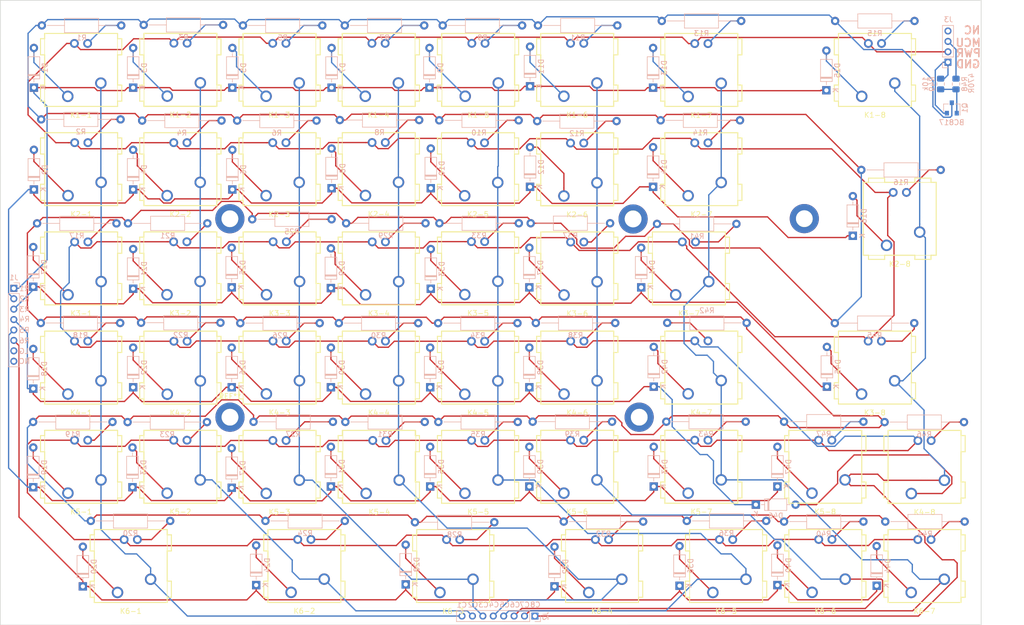
<source format=kicad_pcb>
(kicad_pcb (version 20171130) (host pcbnew 5.1.5+dfsg1-2build2)
  (layers (0 F.Cu signal) (31 B.Cu signal) (34 B.Paste user) (35 F.Paste user) (36 B.SilkS user) (37 F.SilkS user) (38 B.Mask user) (39 F.Mask user) (44 Edge.Cuts user))
  (net 0 "")
  (net 1 "Net-(K1-1-Pad3)")
  (net 2 "Net-(K1-2-Pad3)")
  (net 3 "Net-(K1-3-Pad3)")
  (net 4 "Net-(K1-4-Pad3)")
  (net 5 "Net-(K1-5-Pad3)")
  (net 6 "Net-(K1-6-Pad3)")
  (net 7 "Net-(K1-7-Pad3)")
  (net 8 "Net-(K1-8-Pad3)")
  (net 9 "Net-(K2-1-Pad3)")
  (net 10 "Net-(K2-2-Pad3)")
  (net 11 "Net-(K2-3-Pad3)")
  (net 12 "Net-(K2-4-Pad3)")
  (net 13 "Net-(K2-5-Pad3)")
  (net 14 "Net-(K2-7-Pad3)")
  (net 15 "Net-(K2-8-Pad3)")
  (net 16 "Net-(K2-6-Pad3)")
  (net 17 "Net-(D1-Pad2)")
  (net 18 ROW1)
  (net 19 "Net-(D2-Pad2)")
  (net 20 ROW2)
  (net 21 "Net-(D3-Pad2)")
  (net 22 "Net-(D4-Pad2)")
  (net 23 "Net-(D5-Pad2)")
  (net 24 "Net-(D6-Pad2)")
  (net 25 "Net-(D7-Pad2)")
  (net 26 "Net-(D8-Pad2)")
  (net 27 "Net-(D9-Pad2)")
  (net 28 "Net-(D10-Pad2)")
  (net 29 "Net-(D11-Pad2)")
  (net 30 "Net-(D12-Pad2)")
  (net 31 "Net-(D13-Pad2)")
  (net 32 "Net-(D14-Pad2)")
  (net 33 "Net-(D15-Pad2)")
  (net 34 "Net-(D16-Pad2)")
  (net 35 LED1-GND)
  (net 36 LED1-PWR)
  (net 37 "Net-(D17-Pad2)")
  (net 38 ROW3)
  (net 39 "Net-(D18-Pad2)")
  (net 40 ROW4)
  (net 41 "Net-(D19-Pad2)")
  (net 42 ROW5)
  (net 43 "Net-(D20-Pad2)")
  (net 44 ROW6)
  (net 45 "Net-(D21-Pad2)")
  (net 46 "Net-(D22-Pad2)")
  (net 47 "Net-(D23-Pad2)")
  (net 48 "Net-(D24-Pad2)")
  (net 49 "Net-(D25-Pad2)")
  (net 50 "Net-(D26-Pad2)")
  (net 51 "Net-(D27-Pad2)")
  (net 52 "Net-(D28-Pad2)")
  (net 53 "Net-(D29-Pad2)")
  (net 54 "Net-(D30-Pad2)")
  (net 55 "Net-(D31-Pad2)")
  (net 56 "Net-(D32-Pad2)")
  (net 57 "Net-(D33-Pad2)")
  (net 58 "Net-(D34-Pad2)")
  (net 59 "Net-(D35-Pad2)")
  (net 60 "Net-(D36-Pad2)")
  (net 61 "Net-(D37-Pad2)")
  (net 62 "Net-(D38-Pad2)")
  (net 63 "Net-(D39-Pad2)")
  (net 64 "Net-(D40-Pad2)")
  (net 65 "Net-(D41-Pad2)")
  (net 66 "Net-(D42-Pad2)")
  (net 67 "Net-(D43-Pad2)")
  (net 68 "Net-(D44-Pad2)")
  (net 69 "Net-(D45-Pad2)")
  (net 70 "Net-(D46-Pad2)")
  (net 71 "Net-(D47-Pad2)")
  (net 72 "Net-(K3-1-Pad3)")
  (net 73 "Net-(K3-2-Pad3)")
  (net 74 "Net-(K3-3-Pad3)")
  (net 75 "Net-(K3-4-Pad3)")
  (net 76 "Net-(K3-5-Pad3)")
  (net 77 "Net-(K3-6-Pad3)")
  (net 78 "Net-(K3-7-Pad3)")
  (net 79 "Net-(K3-8-Pad3)")
  (net 80 "Net-(K4-1-Pad3)")
  (net 81 "Net-(K4-2-Pad3)")
  (net 82 "Net-(K4-3-Pad3)")
  (net 83 "Net-(K4-4-Pad3)")
  (net 84 "Net-(K4-5-Pad3)")
  (net 85 "Net-(K4-6-Pad3)")
  (net 86 "Net-(K4-7-Pad3)")
  (net 87 "Net-(K4-8-Pad3)")
  (net 88 "Net-(K5-1-Pad3)")
  (net 89 "Net-(K5-2-Pad3)")
  (net 90 "Net-(K5-3-Pad3)")
  (net 91 "Net-(K5-4-Pad3)")
  (net 92 "Net-(K5-5-Pad3)")
  (net 93 "Net-(K5-6-Pad3)")
  (net 94 "Net-(K5-7-Pad3)")
  (net 95 "Net-(K5-8-Pad3)")
  (net 96 "Net-(K6-1-Pad3)")
  (net 97 "Net-(K6-2-Pad3)")
  (net 98 "Net-(K6-3-Pad3)")
  (net 99 "Net-(K6-4-Pad3)")
  (net 100 "Net-(K6-5-Pad3)")
  (net 101 "Net-(K6-6-Pad3)")
  (net 102 "Net-(K6-7-Pad3)")
  (net 103 COL1)
  (net 104 COL2)
  (net 105 COL3)
  (net 106 COL4)
  (net 107 COL5)
  (net 108 COL6)
  (net 109 COL7)
  (net 110 COL8)
  (net 111 GND)
  (net 112 "Net-(Q1-Pad1)")
  (net 113 MCU)
  (module Connector_PinHeader_2.00mm:PinHeader_1x04_P2.00mm_Vertical (layer B.Cu) (at 225.7806 57.8612)
    (fp_text reference J3 (at 0.1016 -8.2042) (layer B.SilkS) (effects (justify mirror)))
    (fp_text value Conn_01x04_MountingPin)
    (pad 4 thru_hole oval (at 0 -6) (size 1.35 1.35) (drill 0.8) (layers *.Cu *.Mask))
    (pad 3 thru_hole oval (at 0 -4) (size 1.35 1.35) (drill 0.8) (layers *.Cu *.Mask) (net 113 MCU))
    (pad 2 thru_hole oval (at 0 -2) (size 1.35 1.35) (drill 0.8) (layers *.Cu *.Mask) (net 36 LED1-PWR))
    (pad 1 thru_hole rect (at 0 0) (size 1.35 1.35) (drill 0.8) (layers *.Cu *.Mask) (net 111 GND))
  )
  (module Resistor_SMD:R_0805_2012Metric_Pad1.15x1.40mm_HandSolder (layer B.Cu) (at 224.3712 62.0414 270)
    (fp_text reference R49 (at 0 1.65 270) (layer B.SilkS) (effects (justify mirror)))
    (fp_text value 10k)
    (pad 2 smd roundrect (at 1.025 0 270) (size 1.15 1.4) (layers B.Cu B.Paste B.Mask) (roundrect_rratio 0.217391) (net 112 "Net-(Q1-Pad1)"))
    (pad 1 smd roundrect (at -1.025 0 270) (size 1.15 1.4) (layers B.Cu B.Paste B.Mask) (roundrect_rratio 0.217391) (net 111 GND))
  )
  (module Resistor_SMD:R_0805_2012Metric_Pad1.15x1.40mm_HandSolder (layer B.Cu) (at 227.3212 62.0414 90)
    (fp_text reference R48 (at 0 1.65 270) (layer B.SilkS) (effects (justify mirror)))
    (fp_text value 470R)
    (pad 2 smd roundrect (at 1.025 0 90) (size 1.15 1.4) (layers B.Cu B.Paste B.Mask) (roundrect_rratio 0.217391) (net 113 MCU))
    (pad 1 smd roundrect (at -1.025 0 90) (size 1.15 1.4) (layers B.Cu B.Paste B.Mask) (roundrect_rratio 0.217391) (net 112 "Net-(Q1-Pad1)"))
  )
  (module Package_TO_SOT_SMD:SOT-23 (layer B.Cu) (at 226.5212 66.6414 90)
    (fp_text reference Q1 (at 0 2.5 -90) (layer B.SilkS) (effects (justify mirror)))
    (fp_text value BC817)
    (pad 3 smd rect (at 1 0 90) (size 0.9 0.8) (layers B.Cu B.Paste B.Mask) (net 35 LED1-GND))
    (pad 2 smd rect (at -1 -0.95 90) (size 0.9 0.8) (layers B.Cu B.Paste B.Mask) (net 111 GND))
    (pad 1 smd rect (at -1 0.95 90) (size 0.9 0.8) (layers B.Cu B.Paste B.Mask) (net 112 "Net-(Q1-Pad1)"))
  )
  (module Connector_PinHeader_2.00mm:PinHeader_1x08_P2.00mm_Vertical (layer B.Cu) (at 146.4818 164.1856 90)
    (fp_text reference J2 (at 0 2.06 -90) (layer B.SilkS) (effects (justify mirror)))
    (fp_text value Conn_01x08_MountingPin)
    (pad 8 thru_hole oval (at 0 -14 90) (size 1.35 1.35) (drill 0.8) (layers *.Cu *.Mask) (net 103 COL1))
    (pad 7 thru_hole oval (at 0 -12 90) (size 1.35 1.35) (drill 0.8) (layers *.Cu *.Mask) (net 104 COL2))
    (pad 6 thru_hole oval (at 0 -10 90) (size 1.35 1.35) (drill 0.8) (layers *.Cu *.Mask) (net 105 COL3))
    (pad 5 thru_hole oval (at 0 -8 90) (size 1.35 1.35) (drill 0.8) (layers *.Cu *.Mask) (net 106 COL4))
    (pad 4 thru_hole oval (at 0 -6 90) (size 1.35 1.35) (drill 0.8) (layers *.Cu *.Mask) (net 107 COL5))
    (pad 3 thru_hole oval (at 0 -4 90) (size 1.35 1.35) (drill 0.8) (layers *.Cu *.Mask) (net 108 COL6))
    (pad 2 thru_hole oval (at 0 -2 90) (size 1.35 1.35) (drill 0.8) (layers *.Cu *.Mask) (net 109 COL7))
    (pad 1 thru_hole rect (at 0 0 90) (size 1.35 1.35) (drill 0.8) (layers *.Cu *.Mask) (net 110 COL8))
  )
  (module Connector_PinHeader_2.00mm:PinHeader_1x08_P2.00mm_Vertical (layer B.Cu) (at 46.4312 101.2698 180)
    (fp_text reference J1 (at 0 2.06) (layer B.SilkS) (effects (justify mirror)))
    (fp_text value Conn_01x08_MountingPin)
    (pad 8 thru_hole oval (at 0 -14 180) (size 1.35 1.35) (drill 0.8) (layers *.Cu *.Mask))
    (pad 7 thru_hole oval (at 0 -12 180) (size 1.35 1.35) (drill 0.8) (layers *.Cu *.Mask))
    (pad 6 thru_hole oval (at 0 -10 180) (size 1.35 1.35) (drill 0.8) (layers *.Cu *.Mask) (net 44 ROW6))
    (pad 5 thru_hole oval (at 0 -8 180) (size 1.35 1.35) (drill 0.8) (layers *.Cu *.Mask) (net 42 ROW5))
    (pad 4 thru_hole oval (at 0 -6 180) (size 1.35 1.35) (drill 0.8) (layers *.Cu *.Mask) (net 40 ROW4))
    (pad 3 thru_hole oval (at 0 -4 180) (size 1.35 1.35) (drill 0.8) (layers *.Cu *.Mask) (net 38 ROW3))
    (pad 2 thru_hole oval (at 0 -2 180) (size 1.35 1.35) (drill 0.8) (layers *.Cu *.Mask) (net 20 ROW2))
    (pad 1 thru_hole rect (at 0 0 180) (size 1.35 1.35) (drill 0.8) (layers *.Cu *.Mask) (net 18 ROW1))
  )
  (module MountingHole:MountingHole_3.2mm_M3_DIN965_Pad (layer F.Cu) (at 198.1962 87.884)
    (fp_text reference "" (at 0 -4) (layer F.SilkS))
    (fp_text value MountingHole_3.2mm_M3_DIN965_Pad)
    (pad 5 thru_hole circle (at 0 0) (size 5.6 5.6) (drill 3.2) (layers *.Mask F.Cu))
  )
  (module MountingHole:MountingHole_3.2mm_M3_DIN965_Pad (layer F.Cu) (at 166.497 126.0094)
    (fp_text reference "" (at 0 -4) (layer F.SilkS))
    (fp_text value MountingHole_3.2mm_M3_DIN965_Pad)
    (pad 4 thru_hole circle (at 0 0) (size 5.6 5.6) (drill 3.2) (layers *.Cu *.Mask))
  )
  (module MountingHole:MountingHole_3.2mm_M3_DIN965_Pad (layer F.Cu) (at 87.9348 126.0094)
    (fp_text reference REF** (at 0 -4) (layer F.SilkS))
    (fp_text value MountingHole_3.2mm_M3_DIN965_Pad)
    (pad 2 thru_hole circle (at 0 0) (size 5.6 5.6) (drill 3.2) (layers *.Cu *.Mask))
  )
  (module MountingHole:MountingHole_3.2mm_M3_DIN965_Pad (layer F.Cu) (at 87.9094 87.9094)
    (fp_text reference "" (at 0 -4) (layer F.SilkS))
    (fp_text value MountingHole_3.2mm_M3_DIN965_Pad)
    (pad 1 thru_hole circle (at 0 0) (size 5.6 5.6) (drill 3.2) (layers *.Cu *.Mask))
  )
  (module MountingHole:MountingHole_3.2mm_M3_DIN965_Pad (layer F.Cu) (at 165.3286 87.9602)
    (fp_text reference "" (at 0 -4) (layer F.SilkS))
    (fp_text value MountingHole_3.2mm_M3_DIN965_Pad)
    (pad 3 thru_hole circle (at 0 0) (size 5.6 5.6) (drill 3.2) (layers *.Cu *.Mask))
  )
  (module MXfoot:CherryMX_1.25u_PCB_LED (layer F.Cu) (at 176.0474 97.4344 180)
    (fp_text reference K3-7 (at 0 -8.6625) (layer F.SilkS))
    (fp_text value CherryMX_LED)
    (pad 4 thru_hole circle (at 1.27 5.08 180) (size 1.6906 1.6906) (drill 0.9906) (layers *.Cu *.Mask) (net 36 LED1-PWR))
    (pad 3 thru_hole circle (at -1.27 5.08 180) (size 1.6906 1.6906) (drill 0.9906) (layers *.Cu *.Mask) (net 78 "Net-(K3-7-Pad3)"))
    (pad 2 thru_hole circle (at 2.54 -5.08 180) (size 2.2 2.2) (drill 1.5) (layers *.Cu *.Mask) (net 65 "Net-(D41-Pad2)"))
    (pad 1 thru_hole circle (at -3.81 -2.54 180) (size 2.2 2.2) (drill 1.5) (layers *.Cu *.Mask) (net 109 COL7))
    (pad "" np_thru_hole circle (at 5.08 0 180) (size 1.75 1.75) (drill 1.75) (layers *.Cu *.Mask))
    (pad "" np_thru_hole circle (at -5.08 0 180) (size 1.75 1.75) (drill 1.75) (layers *.Cu *.Mask))
    (pad "" np_thru_hole circle (at 0 0 180) (size 4 4) (drill 4) (layers *.Cu *.Mask))
  )
  (module MXfoot:CherryMX_1.00u_PCB_LED (layer F.Cu) (at 221.2594 154.5844 180)
    (fp_text reference K6-7 (at 0 -8.6625) (layer F.SilkS))
    (fp_text value CherryMX_LED)
    (pad 4 thru_hole circle (at 1.27 5.08 180) (size 1.6906 1.6906) (drill 0.9906) (layers *.Cu *.Mask) (net 36 LED1-PWR))
    (pad 3 thru_hole circle (at -1.27 5.08 180) (size 1.6906 1.6906) (drill 0.9906) (layers *.Cu *.Mask) (net 102 "Net-(K6-7-Pad3)"))
    (pad 2 thru_hole circle (at 2.54 -5.08 180) (size 2.2 2.2) (drill 1.5) (layers *.Cu *.Mask) (net 68 "Net-(D44-Pad2)"))
    (pad 1 thru_hole circle (at -3.81 -2.54 180) (size 2.2 2.2) (drill 1.5) (layers *.Cu *.Mask) (net 109 COL7))
    (pad "" np_thru_hole circle (at 5.08 0 180) (size 1.75 1.75) (drill 1.75) (layers *.Cu *.Mask))
    (pad "" np_thru_hole circle (at -5.08 0 180) (size 1.75 1.75) (drill 1.75) (layers *.Cu *.Mask))
    (pad "" np_thru_hole circle (at 0 0 180) (size 4 4) (drill 4) (layers *.Cu *.Mask))
  )
  (module MXfoot:CherryMX_1.50u_PCB_LED (layer F.Cu) (at 159.3596 154.5844 180)
    (fp_text reference K6-4 (at 0 -8.6625) (layer F.SilkS))
    (fp_text value CherryMX_LED)
    (pad 4 thru_hole circle (at 1.27 5.08 180) (size 1.6906 1.6906) (drill 0.9906) (layers *.Cu *.Mask) (net 36 LED1-PWR))
    (pad 3 thru_hole circle (at -1.27 5.08 180) (size 1.6906 1.6906) (drill 0.9906) (layers *.Cu *.Mask) (net 99 "Net-(K6-4-Pad3)"))
    (pad 2 thru_hole circle (at 2.54 -5.08 180) (size 2.2 2.2) (drill 1.5) (layers *.Cu *.Mask) (net 56 "Net-(D32-Pad2)"))
    (pad 1 thru_hole circle (at -3.81 -2.54 180) (size 2.2 2.2) (drill 1.5) (layers *.Cu *.Mask) (net 106 COL4))
    (pad "" np_thru_hole circle (at 5.08 0 180) (size 1.75 1.75) (drill 1.75) (layers *.Cu *.Mask))
    (pad "" np_thru_hole circle (at -5.08 0 180) (size 1.75 1.75) (drill 1.75) (layers *.Cu *.Mask))
    (pad "" np_thru_hole circle (at 0 0 180) (size 4 4) (drill 4) (layers *.Cu *.Mask))
  )
  (module MXfoot:CherryMX_1.50u_PCB_LED (layer F.Cu) (at 130.7846 154.5844 180)
    (fp_text reference K6-3 (at 0 -8.6625) (layer F.SilkS))
    (fp_text value CherryMX_LED)
    (pad 4 thru_hole circle (at 1.27 5.08 180) (size 1.6906 1.6906) (drill 0.9906) (layers *.Cu *.Mask) (net 36 LED1-PWR))
    (pad 3 thru_hole circle (at -1.27 5.08 180) (size 1.6906 1.6906) (drill 0.9906) (layers *.Cu *.Mask) (net 98 "Net-(K6-3-Pad3)"))
    (pad 2 thru_hole circle (at 2.54 -5.08 180) (size 2.2 2.2) (drill 1.5) (layers *.Cu *.Mask) (net 52 "Net-(D28-Pad2)"))
    (pad 1 thru_hole circle (at -3.81 -2.54 180) (size 2.2 2.2) (drill 1.5) (layers *.Cu *.Mask) (net 105 COL3))
    (pad "" np_thru_hole circle (at 5.08 0 180) (size 1.75 1.75) (drill 1.75) (layers *.Cu *.Mask))
    (pad "" np_thru_hole circle (at -5.08 0 180) (size 1.75 1.75) (drill 1.75) (layers *.Cu *.Mask))
    (pad "" np_thru_hole circle (at 0 0 180) (size 4 4) (drill 4) (layers *.Cu *.Mask))
  )
  (module MXfoot:CherryMX_1.50u_PCB_LED (layer F.Cu) (at 102.2096 154.559 180)
    (fp_text reference K6-2 (at 0 -8.6625) (layer F.SilkS))
    (fp_text value CherryMX_LED)
    (pad 4 thru_hole circle (at 1.27 5.08 180) (size 1.6906 1.6906) (drill 0.9906) (layers *.Cu *.Mask) (net 36 LED1-PWR))
    (pad 3 thru_hole circle (at -1.27 5.08 180) (size 1.6906 1.6906) (drill 0.9906) (layers *.Cu *.Mask) (net 97 "Net-(K6-2-Pad3)"))
    (pad 2 thru_hole circle (at 2.54 -5.08 180) (size 2.2 2.2) (drill 1.5) (layers *.Cu *.Mask) (net 48 "Net-(D24-Pad2)"))
    (pad 1 thru_hole circle (at -3.81 -2.54 180) (size 2.2 2.2) (drill 1.5) (layers *.Cu *.Mask) (net 104 COL2))
    (pad "" np_thru_hole circle (at 5.08 0 180) (size 1.75 1.75) (drill 1.75) (layers *.Cu *.Mask))
    (pad "" np_thru_hole circle (at -5.08 0 180) (size 1.75 1.75) (drill 1.75) (layers *.Cu *.Mask))
    (pad "" np_thru_hole circle (at 0 0 180) (size 4 4) (drill 4) (layers *.Cu *.Mask))
  )
  (module MXfoot:CherryMX_2.00u_PCB_LED (layer F.Cu) (at 68.8848 154.5844 180)
    (fp_text reference K6-1 (at 0 -8.6625) (layer F.SilkS))
    (fp_text value CherryMX_LED)
    (pad 4 thru_hole circle (at 1.27 5.08 180) (size 1.6906 1.6906) (drill 0.9906) (layers *.Cu *.Mask) (net 36 LED1-PWR))
    (pad 3 thru_hole circle (at -1.27 5.08 180) (size 1.6906 1.6906) (drill 0.9906) (layers *.Cu *.Mask) (net 96 "Net-(K6-1-Pad3)"))
    (pad 2 thru_hole circle (at 2.54 -5.08 180) (size 2.2 2.2) (drill 1.5) (layers *.Cu *.Mask) (net 43 "Net-(D20-Pad2)"))
    (pad 1 thru_hole circle (at -3.81 -2.54 180) (size 2.2 2.2) (drill 1.5) (layers *.Cu *.Mask) (net 103 COL1))
    (pad "" np_thru_hole circle (at 5.08 0 180) (size 1.75 1.75) (drill 1.75) (layers *.Cu *.Mask))
    (pad "" np_thru_hole circle (at -5.08 0 180) (size 1.75 1.75) (drill 1.75) (layers *.Cu *.Mask))
    (pad "" np_thru_hole circle (at 0 0 180) (size 4 4) (drill 4) (layers *.Cu *.Mask))
  )
  (module MXfoot:CherryMX_1.00u_PCB_LED (layer F.Cu) (at 202.2094 135.509 180)
    (fp_text reference K5-8 (at 0 -8.6625) (layer F.SilkS))
    (fp_text value CherryMX_LED)
    (pad 4 thru_hole circle (at 1.27 5.08 180) (size 1.6906 1.6906) (drill 0.9906) (layers *.Cu *.Mask) (net 36 LED1-PWR))
    (pad 3 thru_hole circle (at -1.27 5.08 180) (size 1.6906 1.6906) (drill 0.9906) (layers *.Cu *.Mask) (net 95 "Net-(K5-8-Pad3)"))
    (pad 2 thru_hole circle (at 2.54 -5.08 180) (size 2.2 2.2) (drill 1.5) (layers *.Cu *.Mask) (net 71 "Net-(D47-Pad2)"))
    (pad 1 thru_hole circle (at -3.81 -2.54 180) (size 2.2 2.2) (drill 1.5) (layers *.Cu *.Mask) (net 110 COL8))
    (pad "" np_thru_hole circle (at 5.08 0 180) (size 1.75 1.75) (drill 1.75) (layers *.Cu *.Mask))
    (pad "" np_thru_hole circle (at -5.08 0 180) (size 1.75 1.75) (drill 1.75) (layers *.Cu *.Mask))
    (pad "" np_thru_hole circle (at 0 0 180) (size 4 4) (drill 4) (layers *.Cu *.Mask))
  )
  (module MXfoot:CherryMX_2.00u_PCB_LED (layer F.Cu) (at 221.2848 135.5852 180)
    (fp_text reference K4-8 (at 0 -8.6625) (layer F.SilkS))
    (fp_text value CherryMX_LED)
    (pad 4 thru_hole circle (at 1.27 5.08 180) (size 1.6906 1.6906) (drill 0.9906) (layers *.Cu *.Mask) (net 36 LED1-PWR))
    (pad 3 thru_hole circle (at -1.27 5.08 180) (size 1.6906 1.6906) (drill 0.9906) (layers *.Cu *.Mask) (net 87 "Net-(K4-8-Pad3)"))
    (pad 2 thru_hole circle (at 2.54 -5.08 180) (size 2.2 2.2) (drill 1.5) (layers *.Cu *.Mask) (net 70 "Net-(D46-Pad2)"))
    (pad 1 thru_hole circle (at -3.81 -2.54 180) (size 2.2 2.2) (drill 1.5) (layers *.Cu *.Mask) (net 110 COL8))
    (pad "" np_thru_hole circle (at 5.08 0 180) (size 1.75 1.75) (drill 1.75) (layers *.Cu *.Mask))
    (pad "" np_thru_hole circle (at -5.08 0 180) (size 1.75 1.75) (drill 1.75) (layers *.Cu *.Mask))
    (pad "" np_thru_hole circle (at 0 0 180) (size 4 4) (drill 4) (layers *.Cu *.Mask))
  )
  (module MXfoot:CherryMX_1.00u_PCB_LED (layer F.Cu) (at 211.7344 116.4844 180)
    (fp_text reference K3-8 (at 0 -8.6625) (layer F.SilkS))
    (fp_text value CherryMX_LED)
    (pad 4 thru_hole circle (at 1.27 5.08 180) (size 1.6906 1.6906) (drill 0.9906) (layers *.Cu *.Mask) (net 36 LED1-PWR))
    (pad 3 thru_hole circle (at -1.27 5.08 180) (size 1.6906 1.6906) (drill 0.9906) (layers *.Cu *.Mask) (net 79 "Net-(K3-8-Pad3)"))
    (pad 2 thru_hole circle (at 2.54 -5.08 180) (size 2.2 2.2) (drill 1.5) (layers *.Cu *.Mask) (net 69 "Net-(D45-Pad2)"))
    (pad 1 thru_hole circle (at -3.81 -2.54 180) (size 2.2 2.2) (drill 1.5) (layers *.Cu *.Mask) (net 110 COL8))
    (pad "" np_thru_hole circle (at 5.08 0 180) (size 1.75 1.75) (drill 1.75) (layers *.Cu *.Mask))
    (pad "" np_thru_hole circle (at -5.08 0 180) (size 1.75 1.75) (drill 1.75) (layers *.Cu *.Mask))
    (pad "" np_thru_hole circle (at 0 0 180) (size 4 4) (drill 4) (layers *.Cu *.Mask))
  )
  (module Resistor_THT:R_Axial_DIN0207_L6.3mm_D2.5mm_P15.24mm_Horizontal (layer B.Cu) (at 204.0636 107.95)
    (fp_text reference R45 (at 7.62 2.37) (layer B.SilkS) (effects (justify mirror)))
    (fp_text value R)
    (pad 2 thru_hole oval (at 15.24 0) (size 1.6 1.6) (drill 0.8) (layers *.Cu *.Mask) (net 79 "Net-(K3-8-Pad3)"))
    (pad 1 thru_hole circle (at 0 0) (size 1.6 1.6) (drill 0.8) (layers *.Cu *.Mask) (net 35 LED1-GND))
  )
  (module Diode_THT:D_DO-35_SOD27_P7.62mm_Horizontal (layer B.Cu) (at 202.5396 120.142 90)
    (fp_text reference D45 (at 3.81 2.12 90) (layer B.SilkS) (effects (justify mirror)))
    (fp_text value 1N4148)
    (fp_text user K (at 0 1.8 90) (layer B.SilkS) (effects (justify mirror)))
    (pad 2 thru_hole oval (at 7.62 0 90) (size 1.6 1.6) (drill 0.8) (layers *.Cu *.Mask) (net 69 "Net-(D45-Pad2)"))
    (pad 1 thru_hole rect (at 0 0 90) (size 1.6 1.6) (drill 0.8) (layers *.Cu *.Mask) (net 38 ROW3))
  )
  (module Resistor_THT:R_Axial_DIN0207_L6.3mm_D2.5mm_P15.24mm_Horizontal (layer B.Cu) (at 194.31 126.873)
    (fp_text reference R47 (at 7.62 2.37) (layer B.SilkS) (effects (justify mirror)))
    (fp_text value R)
    (pad 2 thru_hole oval (at 15.24 0) (size 1.6 1.6) (drill 0.8) (layers *.Cu *.Mask) (net 95 "Net-(K5-8-Pad3)"))
    (pad 1 thru_hole circle (at 0 0) (size 1.6 1.6) (drill 0.8) (layers *.Cu *.Mask) (net 35 LED1-GND))
  )
  (module Resistor_THT:R_Axial_DIN0207_L6.3mm_D2.5mm_P15.24mm_Horizontal (layer B.Cu) (at 213.614 126.9492)
    (fp_text reference R46 (at 7.62 2.37) (layer B.SilkS) (effects (justify mirror)))
    (fp_text value R)
    (pad 2 thru_hole oval (at 15.24 0) (size 1.6 1.6) (drill 0.8) (layers *.Cu *.Mask) (net 87 "Net-(K4-8-Pad3)"))
    (pad 1 thru_hole circle (at 0 0) (size 1.6 1.6) (drill 0.8) (layers *.Cu *.Mask) (net 35 LED1-GND))
  )
  (module Resistor_THT:R_Axial_DIN0207_L6.3mm_D2.5mm_P15.24mm_Horizontal (layer B.Cu) (at 213.741 146.05)
    (fp_text reference R44 (at 7.62 2.37) (layer B.SilkS) (effects (justify mirror)))
    (fp_text value R)
    (pad 2 thru_hole oval (at 15.24 0) (size 1.6 1.6) (drill 0.8) (layers *.Cu *.Mask) (net 102 "Net-(K6-7-Pad3)"))
    (pad 1 thru_hole circle (at 0 0) (size 1.6 1.6) (drill 0.8) (layers *.Cu *.Mask) (net 35 LED1-GND))
  )
  (module Resistor_THT:R_Axial_DIN0207_L6.3mm_D2.5mm_P15.24mm_Horizontal (layer B.Cu) (at 171.704 126.873)
    (fp_text reference R43 (at 7.62 2.37) (layer B.SilkS) (effects (justify mirror)))
    (fp_text value R)
    (pad 2 thru_hole oval (at 15.24 0) (size 1.6 1.6) (drill 0.8) (layers *.Cu *.Mask) (net 94 "Net-(K5-7-Pad3)"))
    (pad 1 thru_hole circle (at 0 0) (size 1.6 1.6) (drill 0.8) (layers *.Cu *.Mask) (net 35 LED1-GND))
  )
  (module Resistor_THT:R_Axial_DIN0207_L6.3mm_D2.5mm_P15.24mm_Horizontal (layer B.Cu) (at 187.1218 107.8992 180)
    (fp_text reference R42 (at 7.62 2.37) (layer B.SilkS) (effects (justify mirror)))
    (fp_text value R)
    (pad 2 thru_hole oval (at 15.24 0 180) (size 1.6 1.6) (drill 0.8) (layers *.Cu *.Mask) (net 86 "Net-(K4-7-Pad3)"))
    (pad 1 thru_hole circle (at 0 0 180) (size 1.6 1.6) (drill 0.8) (layers *.Cu *.Mask) (net 35 LED1-GND))
  )
  (module Resistor_THT:R_Axial_DIN0207_L6.3mm_D2.5mm_P15.24mm_Horizontal (layer B.Cu) (at 169.926 88.9)
    (fp_text reference R41 (at 7.62 2.37) (layer B.SilkS) (effects (justify mirror)))
    (fp_text value R)
    (pad 2 thru_hole oval (at 15.24 0) (size 1.6 1.6) (drill 0.8) (layers *.Cu *.Mask) (net 78 "Net-(K3-7-Pad3)"))
    (pad 1 thru_hole circle (at 0 0) (size 1.6 1.6) (drill 0.8) (layers *.Cu *.Mask) (net 35 LED1-GND))
  )
  (module Resistor_THT:R_Axial_DIN0207_L6.3mm_D2.5mm_P15.24mm_Horizontal (layer B.Cu) (at 194.31 146.05)
    (fp_text reference R40 (at 7.62 2.37) (layer B.SilkS) (effects (justify mirror)))
    (fp_text value R)
    (pad 2 thru_hole oval (at 15.24 0) (size 1.6 1.6) (drill 0.8) (layers *.Cu *.Mask) (net 101 "Net-(K6-6-Pad3)"))
    (pad 1 thru_hole circle (at 0 0) (size 1.6 1.6) (drill 0.8) (layers *.Cu *.Mask) (net 35 LED1-GND))
  )
  (module Resistor_THT:R_Axial_DIN0207_L6.3mm_D2.5mm_P15.24mm_Horizontal (layer B.Cu) (at 146.05 126.873)
    (fp_text reference R39 (at 7.62 2.37) (layer B.SilkS) (effects (justify mirror)))
    (fp_text value R)
    (pad 2 thru_hole oval (at 15.24 0) (size 1.6 1.6) (drill 0.8) (layers *.Cu *.Mask) (net 93 "Net-(K5-6-Pad3)"))
    (pad 1 thru_hole circle (at 0 0) (size 1.6 1.6) (drill 0.8) (layers *.Cu *.Mask) (net 35 LED1-GND))
  )
  (module Resistor_THT:R_Axial_DIN0207_L6.3mm_D2.5mm_P15.24mm_Horizontal (layer B.Cu) (at 146.6596 107.9246)
    (fp_text reference R38 (at 7.62 2.37) (layer B.SilkS) (effects (justify mirror)))
    (fp_text value R)
    (pad 2 thru_hole oval (at 15.24 0) (size 1.6 1.6) (drill 0.8) (layers *.Cu *.Mask) (net 85 "Net-(K4-6-Pad3)"))
    (pad 1 thru_hole circle (at 0 0) (size 1.6 1.6) (drill 0.8) (layers *.Cu *.Mask) (net 35 LED1-GND))
  )
  (module Resistor_THT:R_Axial_DIN0207_L6.3mm_D2.5mm_P15.24mm_Horizontal (layer B.Cu) (at 145.669 88.773)
    (fp_text reference R37 (at 7.62 2.37) (layer B.SilkS) (effects (justify mirror)))
    (fp_text value R)
    (pad 2 thru_hole oval (at 15.24 0) (size 1.6 1.6) (drill 0.8) (layers *.Cu *.Mask) (net 77 "Net-(K3-6-Pad3)"))
    (pad 1 thru_hole circle (at 0 0) (size 1.6 1.6) (drill 0.8) (layers *.Cu *.Mask) (net 35 LED1-GND))
  )
  (module Resistor_THT:R_Axial_DIN0207_L6.3mm_D2.5mm_P15.24mm_Horizontal (layer B.Cu) (at 175.641 145.923)
    (fp_text reference R36 (at 7.62 2.37) (layer B.SilkS) (effects (justify mirror)))
    (fp_text value R)
    (pad 2 thru_hole oval (at 15.24 0) (size 1.6 1.6) (drill 0.8) (layers *.Cu *.Mask) (net 100 "Net-(K6-5-Pad3)"))
    (pad 1 thru_hole circle (at 0 0) (size 1.6 1.6) (drill 0.8) (layers *.Cu *.Mask) (net 35 LED1-GND))
  )
  (module Resistor_THT:R_Axial_DIN0207_L6.3mm_D2.5mm_P15.24mm_Horizontal (layer B.Cu) (at 127.9398 126.9238)
    (fp_text reference R35 (at 7.62 2.37) (layer B.SilkS) (effects (justify mirror)))
    (fp_text value R)
    (pad 2 thru_hole oval (at 15.24 0) (size 1.6 1.6) (drill 0.8) (layers *.Cu *.Mask) (net 92 "Net-(K5-5-Pad3)"))
    (pad 1 thru_hole circle (at 0 0) (size 1.6 1.6) (drill 0.8) (layers *.Cu *.Mask) (net 35 LED1-GND))
  )
  (module Resistor_THT:R_Axial_DIN0207_L6.3mm_D2.5mm_P15.24mm_Horizontal (layer B.Cu) (at 127.889 107.95)
    (fp_text reference R34 (at 7.62 2.37) (layer B.SilkS) (effects (justify mirror)))
    (fp_text value R)
    (pad 2 thru_hole oval (at 15.24 0) (size 1.6 1.6) (drill 0.8) (layers *.Cu *.Mask) (net 84 "Net-(K4-5-Pad3)"))
    (pad 1 thru_hole circle (at 0 0) (size 1.6 1.6) (drill 0.8) (layers *.Cu *.Mask) (net 35 LED1-GND))
  )
  (module Resistor_THT:R_Axial_DIN0207_L6.3mm_D2.5mm_P15.24mm_Horizontal (layer B.Cu) (at 128.143 88.773)
    (fp_text reference R33 (at 7.62 2.37) (layer B.SilkS) (effects (justify mirror)))
    (fp_text value R)
    (pad 2 thru_hole oval (at 15.24 0) (size 1.6 1.6) (drill 0.8) (layers *.Cu *.Mask) (net 76 "Net-(K3-5-Pad3)"))
    (pad 1 thru_hole circle (at 0 0) (size 1.6 1.6) (drill 0.8) (layers *.Cu *.Mask) (net 35 LED1-GND))
  )
  (module Resistor_THT:R_Axial_DIN0207_L6.3mm_D2.5mm_P15.24mm_Horizontal (layer B.Cu) (at 152.019 146.05)
    (fp_text reference R32 (at 7.62 2.37) (layer B.SilkS) (effects (justify mirror)))
    (fp_text value R)
    (pad 2 thru_hole oval (at 15.24 0) (size 1.6 1.6) (drill 0.8) (layers *.Cu *.Mask) (net 99 "Net-(K6-4-Pad3)"))
    (pad 1 thru_hole circle (at 0 0) (size 1.6 1.6) (drill 0.8) (layers *.Cu *.Mask) (net 35 LED1-GND))
  )
  (module Resistor_THT:R_Axial_DIN0207_L6.3mm_D2.5mm_P15.24mm_Horizontal (layer B.Cu) (at 110.0836 126.9238)
    (fp_text reference R31 (at 7.62 2.37) (layer B.SilkS) (effects (justify mirror)))
    (fp_text value R)
    (pad 2 thru_hole oval (at 15.24 0) (size 1.6 1.6) (drill 0.8) (layers *.Cu *.Mask) (net 91 "Net-(K5-4-Pad3)"))
    (pad 1 thru_hole circle (at 0 0) (size 1.6 1.6) (drill 0.8) (layers *.Cu *.Mask) (net 35 LED1-GND))
  )
  (module Resistor_THT:R_Axial_DIN0207_L6.3mm_D2.5mm_P15.24mm_Horizontal (layer B.Cu) (at 108.839 107.95)
    (fp_text reference R30 (at 7.62 2.37) (layer B.SilkS) (effects (justify mirror)))
    (fp_text value R)
    (pad 2 thru_hole oval (at 15.24 0) (size 1.6 1.6) (drill 0.8) (layers *.Cu *.Mask) (net 83 "Net-(K4-4-Pad3)"))
    (pad 1 thru_hole circle (at 0 0) (size 1.6 1.6) (drill 0.8) (layers *.Cu *.Mask) (net 35 LED1-GND))
  )
  (module Resistor_THT:R_Axial_DIN0207_L6.3mm_D2.5mm_P15.24mm_Horizontal (layer B.Cu) (at 110.236 88.773)
    (fp_text reference R29 (at 7.62 2.37) (layer B.SilkS) (effects (justify mirror)))
    (fp_text value R)
    (pad 2 thru_hole oval (at 15.24 0) (size 1.6 1.6) (drill 0.8) (layers *.Cu *.Mask) (net 75 "Net-(K3-4-Pad3)"))
    (pad 1 thru_hole circle (at 0 0) (size 1.6 1.6) (drill 0.8) (layers *.Cu *.Mask) (net 35 LED1-GND))
  )
  (module Resistor_THT:R_Axial_DIN0207_L6.3mm_D2.5mm_P15.24mm_Horizontal (layer B.Cu) (at 123.444 146.177)
    (fp_text reference R28 (at 7.62 2.37) (layer B.SilkS) (effects (justify mirror)))
    (fp_text value R)
    (pad 2 thru_hole oval (at 15.24 0) (size 1.6 1.6) (drill 0.8) (layers *.Cu *.Mask) (net 98 "Net-(K6-3-Pad3)"))
    (pad 1 thru_hole circle (at 0 0) (size 1.6 1.6) (drill 0.8) (layers *.Cu *.Mask) (net 35 LED1-GND))
  )
  (module Resistor_THT:R_Axial_DIN0207_L6.3mm_D2.5mm_P15.24mm_Horizontal (layer B.Cu) (at 92.456 126.8984)
    (fp_text reference R27 (at 7.62 2.37) (layer B.SilkS) (effects (justify mirror)))
    (fp_text value R)
    (pad 2 thru_hole oval (at 15.24 0) (size 1.6 1.6) (drill 0.8) (layers *.Cu *.Mask) (net 90 "Net-(K5-3-Pad3)"))
    (pad 1 thru_hole circle (at 0 0) (size 1.6 1.6) (drill 0.8) (layers *.Cu *.Mask) (net 35 LED1-GND))
  )
  (module Resistor_THT:R_Axial_DIN0207_L6.3mm_D2.5mm_P15.24mm_Horizontal (layer B.Cu) (at 89.916 107.95)
    (fp_text reference R26 (at 7.62 2.37) (layer B.SilkS) (effects (justify mirror)))
    (fp_text value R)
    (pad 2 thru_hole oval (at 15.24 0) (size 1.6 1.6) (drill 0.8) (layers *.Cu *.Mask) (net 82 "Net-(K4-3-Pad3)"))
    (pad 1 thru_hole circle (at 0 0) (size 1.6 1.6) (drill 0.8) (layers *.Cu *.Mask) (net 35 LED1-GND))
  )
  (module Resistor_THT:R_Axial_DIN0207_L6.3mm_D2.5mm_P15.24mm_Horizontal (layer B.Cu) (at 92.202 88.011)
    (fp_text reference R25 (at 7.62 2.37) (layer B.SilkS) (effects (justify mirror)))
    (fp_text value R)
    (pad 2 thru_hole oval (at 15.24 0) (size 1.6 1.6) (drill 0.8) (layers *.Cu *.Mask) (net 74 "Net-(K3-3-Pad3)"))
    (pad 1 thru_hole circle (at 0 0) (size 1.6 1.6) (drill 0.8) (layers *.Cu *.Mask) (net 35 LED1-GND))
  )
  (module Resistor_THT:R_Axial_DIN0207_L6.3mm_D2.5mm_P15.24mm_Horizontal (layer B.Cu) (at 94.742 145.923)
    (fp_text reference R24 (at 7.62 2.37) (layer B.SilkS) (effects (justify mirror)))
    (fp_text value R)
    (pad 2 thru_hole oval (at 15.24 0) (size 1.6 1.6) (drill 0.8) (layers *.Cu *.Mask) (net 97 "Net-(K6-2-Pad3)"))
    (pad 1 thru_hole circle (at 0 0) (size 1.6 1.6) (drill 0.8) (layers *.Cu *.Mask) (net 35 LED1-GND))
  )
  (module Resistor_THT:R_Axial_DIN0207_L6.3mm_D2.5mm_P15.24mm_Horizontal (layer B.Cu) (at 68.2752 126.9492)
    (fp_text reference R23 (at 7.62 2.37) (layer B.SilkS) (effects (justify mirror)))
    (fp_text value R)
    (pad 2 thru_hole oval (at 15.24 0) (size 1.6 1.6) (drill 0.8) (layers *.Cu *.Mask) (net 89 "Net-(K5-2-Pad3)"))
    (pad 1 thru_hole circle (at 0 0) (size 1.6 1.6) (drill 0.8) (layers *.Cu *.Mask) (net 35 LED1-GND))
  )
  (module Resistor_THT:R_Axial_DIN0207_L6.3mm_D2.5mm_P15.24mm_Horizontal (layer B.Cu) (at 70.866 107.8738)
    (fp_text reference R22 (at 7.62 2.37) (layer B.SilkS) (effects (justify mirror)))
    (fp_text value R)
    (pad 2 thru_hole oval (at 15.24 0) (size 1.6 1.6) (drill 0.8) (layers *.Cu *.Mask) (net 81 "Net-(K4-2-Pad3)"))
    (pad 1 thru_hole circle (at 0 0) (size 1.6 1.6) (drill 0.8) (layers *.Cu *.Mask) (net 35 LED1-GND))
  )
  (module Resistor_THT:R_Axial_DIN0207_L6.3mm_D2.5mm_P15.24mm_Horizontal (layer B.Cu) (at 68.3514 88.7984)
    (fp_text reference R21 (at 7.62 2.37) (layer B.SilkS) (effects (justify mirror)))
    (fp_text value R)
    (pad 2 thru_hole oval (at 15.24 0) (size 1.6 1.6) (drill 0.8) (layers *.Cu *.Mask) (net 73 "Net-(K3-2-Pad3)"))
    (pad 1 thru_hole circle (at 0 0) (size 1.6 1.6) (drill 0.8) (layers *.Cu *.Mask) (net 35 LED1-GND))
  )
  (module Resistor_THT:R_Axial_DIN0207_L6.3mm_D2.5mm_P15.24mm_Horizontal (layer B.Cu) (at 61.214 145.923)
    (fp_text reference R20 (at 7.62 2.37) (layer B.SilkS) (effects (justify mirror)))
    (fp_text value R)
    (pad 2 thru_hole oval (at 15.24 0) (size 1.6 1.6) (drill 0.8) (layers *.Cu *.Mask) (net 96 "Net-(K6-1-Pad3)"))
    (pad 1 thru_hole circle (at 0 0) (size 1.6 1.6) (drill 0.8) (layers *.Cu *.Mask) (net 35 LED1-GND))
  )
  (module Resistor_THT:R_Axial_DIN0207_L6.3mm_D2.5mm_P15.24mm_Horizontal (layer B.Cu) (at 50.1396 126.9238)
    (fp_text reference R19 (at 7.62 2.37) (layer B.SilkS) (effects (justify mirror)))
    (fp_text value R)
    (pad 2 thru_hole oval (at 15.24 0) (size 1.6 1.6) (drill 0.8) (layers *.Cu *.Mask) (net 88 "Net-(K5-1-Pad3)"))
    (pad 1 thru_hole circle (at 0 0) (size 1.6 1.6) (drill 0.8) (layers *.Cu *.Mask) (net 35 LED1-GND))
  )
  (module Resistor_THT:R_Axial_DIN0207_L6.3mm_D2.5mm_P15.24mm_Horizontal (layer B.Cu) (at 51.6128 107.9246)
    (fp_text reference R18 (at 7.62 2.37) (layer B.SilkS) (effects (justify mirror)))
    (fp_text value R)
    (pad 2 thru_hole oval (at 15.24 0) (size 1.6 1.6) (drill 0.8) (layers *.Cu *.Mask) (net 80 "Net-(K4-1-Pad3)"))
    (pad 1 thru_hole circle (at 0 0) (size 1.6 1.6) (drill 0.8) (layers *.Cu *.Mask) (net 35 LED1-GND))
  )
  (module Resistor_THT:R_Axial_DIN0207_L6.3mm_D2.5mm_P15.24mm_Horizontal (layer B.Cu) (at 50.9016 88.7984)
    (fp_text reference R17 (at 7.62 2.37) (layer B.SilkS) (effects (justify mirror)))
    (fp_text value R)
    (pad 2 thru_hole oval (at 15.24 0) (size 1.6 1.6) (drill 0.8) (layers *.Cu *.Mask) (net 72 "Net-(K3-1-Pad3)"))
    (pad 1 thru_hole circle (at 0 0) (size 1.6 1.6) (drill 0.8) (layers *.Cu *.Mask) (net 35 LED1-GND))
  )
  (module MXfoot:CherryMX_1.50u_PCB_LED (layer F.Cu) (at 178.435 135.509 180)
    (fp_text reference K5-7 (at 0 -8.6625) (layer F.SilkS))
    (fp_text value CherryMX_LED)
    (pad 4 thru_hole circle (at 1.27 5.08 180) (size 1.6906 1.6906) (drill 0.9906) (layers *.Cu *.Mask) (net 36 LED1-PWR))
    (pad 3 thru_hole circle (at -1.27 5.08 180) (size 1.6906 1.6906) (drill 0.9906) (layers *.Cu *.Mask) (net 94 "Net-(K5-7-Pad3)"))
    (pad 2 thru_hole circle (at 2.54 -5.08 180) (size 2.2 2.2) (drill 1.5) (layers *.Cu *.Mask) (net 67 "Net-(D43-Pad2)"))
    (pad 1 thru_hole circle (at -3.81 -2.54 180) (size 2.2 2.2) (drill 1.5) (layers *.Cu *.Mask) (net 109 COL7))
    (pad "" np_thru_hole circle (at 5.08 0 180) (size 1.75 1.75) (drill 1.75) (layers *.Cu *.Mask))
    (pad "" np_thru_hole circle (at -5.08 0 180) (size 1.75 1.75) (drill 1.75) (layers *.Cu *.Mask))
    (pad "" np_thru_hole circle (at 0 0 180) (size 4 4) (drill 4) (layers *.Cu *.Mask))
  )
  (module MXfoot:CherryMX_1.50u_PCB_LED (layer F.Cu) (at 178.435 116.4336 180)
    (fp_text reference K4-7 (at 0 -8.6625) (layer F.SilkS))
    (fp_text value CherryMX_LED)
    (pad 4 thru_hole circle (at 1.27 5.08 180) (size 1.6906 1.6906) (drill 0.9906) (layers *.Cu *.Mask) (net 36 LED1-PWR))
    (pad 3 thru_hole circle (at -1.27 5.08 180) (size 1.6906 1.6906) (drill 0.9906) (layers *.Cu *.Mask) (net 86 "Net-(K4-7-Pad3)"))
    (pad 2 thru_hole circle (at 2.54 -5.08 180) (size 2.2 2.2) (drill 1.5) (layers *.Cu *.Mask) (net 66 "Net-(D42-Pad2)"))
    (pad 1 thru_hole circle (at -3.81 -2.54 180) (size 2.2 2.2) (drill 1.5) (layers *.Cu *.Mask) (net 109 COL7))
    (pad "" np_thru_hole circle (at 5.08 0 180) (size 1.75 1.75) (drill 1.75) (layers *.Cu *.Mask))
    (pad "" np_thru_hole circle (at -5.08 0 180) (size 1.75 1.75) (drill 1.75) (layers *.Cu *.Mask))
    (pad "" np_thru_hole circle (at 0 0 180) (size 4 4) (drill 4) (layers *.Cu *.Mask))
  )
  (module MXfoot:CherryMX_1.00u_PCB_LED (layer F.Cu) (at 202.2348 154.559 180)
    (fp_text reference K6-6 (at 0 -8.6625) (layer F.SilkS))
    (fp_text value CherryMX_LED)
    (pad 4 thru_hole circle (at 1.27 5.08 180) (size 1.6906 1.6906) (drill 0.9906) (layers *.Cu *.Mask) (net 36 LED1-PWR))
    (pad 3 thru_hole circle (at -1.27 5.08 180) (size 1.6906 1.6906) (drill 0.9906) (layers *.Cu *.Mask) (net 101 "Net-(K6-6-Pad3)"))
    (pad 2 thru_hole circle (at 2.54 -5.08 180) (size 2.2 2.2) (drill 1.5) (layers *.Cu *.Mask) (net 64 "Net-(D40-Pad2)"))
    (pad 1 thru_hole circle (at -3.81 -2.54 180) (size 2.2 2.2) (drill 1.5) (layers *.Cu *.Mask) (net 108 COL6))
    (pad "" np_thru_hole circle (at 5.08 0 180) (size 1.75 1.75) (drill 1.75) (layers *.Cu *.Mask))
    (pad "" np_thru_hole circle (at -5.08 0 180) (size 1.75 1.75) (drill 1.75) (layers *.Cu *.Mask))
    (pad "" np_thru_hole circle (at 0 0 180) (size 4 4) (drill 4) (layers *.Cu *.Mask))
  )
  (module MXfoot:CherryMX_1.00u_PCB_LED (layer F.Cu) (at 154.5844 135.509 180)
    (fp_text reference K5-6 (at 0 -8.6625) (layer F.SilkS))
    (fp_text value CherryMX_LED)
    (pad 4 thru_hole circle (at 1.27 5.08 180) (size 1.6906 1.6906) (drill 0.9906) (layers *.Cu *.Mask) (net 36 LED1-PWR))
    (pad 3 thru_hole circle (at -1.27 5.08 180) (size 1.6906 1.6906) (drill 0.9906) (layers *.Cu *.Mask) (net 93 "Net-(K5-6-Pad3)"))
    (pad 2 thru_hole circle (at 2.54 -5.08 180) (size 2.2 2.2) (drill 1.5) (layers *.Cu *.Mask) (net 63 "Net-(D39-Pad2)"))
    (pad 1 thru_hole circle (at -3.81 -2.54 180) (size 2.2 2.2) (drill 1.5) (layers *.Cu *.Mask) (net 108 COL6))
    (pad "" np_thru_hole circle (at 5.08 0 180) (size 1.75 1.75) (drill 1.75) (layers *.Cu *.Mask))
    (pad "" np_thru_hole circle (at -5.08 0 180) (size 1.75 1.75) (drill 1.75) (layers *.Cu *.Mask))
    (pad "" np_thru_hole circle (at 0 0 180) (size 4 4) (drill 4) (layers *.Cu *.Mask))
  )
  (module MXfoot:CherryMX_1.00u_PCB_LED (layer F.Cu) (at 154.6098 116.4844 180)
    (fp_text reference K4-6 (at 0 -8.6625) (layer F.SilkS))
    (fp_text value CherryMX_LED)
    (pad 4 thru_hole circle (at 1.27 5.08 180) (size 1.6906 1.6906) (drill 0.9906) (layers *.Cu *.Mask) (net 36 LED1-PWR))
    (pad 3 thru_hole circle (at -1.27 5.08 180) (size 1.6906 1.6906) (drill 0.9906) (layers *.Cu *.Mask) (net 85 "Net-(K4-6-Pad3)"))
    (pad 2 thru_hole circle (at 2.54 -5.08 180) (size 2.2 2.2) (drill 1.5) (layers *.Cu *.Mask) (net 62 "Net-(D38-Pad2)"))
    (pad 1 thru_hole circle (at -3.81 -2.54 180) (size 2.2 2.2) (drill 1.5) (layers *.Cu *.Mask) (net 108 COL6))
    (pad "" np_thru_hole circle (at 5.08 0 180) (size 1.75 1.75) (drill 1.75) (layers *.Cu *.Mask))
    (pad "" np_thru_hole circle (at -5.08 0 180) (size 1.75 1.75) (drill 1.75) (layers *.Cu *.Mask))
    (pad "" np_thru_hole circle (at 0 0 180) (size 4 4) (drill 4) (layers *.Cu *.Mask))
  )
  (module MXfoot:CherryMX_1.00u_PCB_LED (layer F.Cu) (at 154.6098 97.4598 180)
    (fp_text reference K3-6 (at 0 -8.6625) (layer F.SilkS))
    (fp_text value CherryMX_LED)
    (pad 4 thru_hole circle (at 1.27 5.08 180) (size 1.6906 1.6906) (drill 0.9906) (layers *.Cu *.Mask) (net 36 LED1-PWR))
    (pad 3 thru_hole circle (at -1.27 5.08 180) (size 1.6906 1.6906) (drill 0.9906) (layers *.Cu *.Mask) (net 77 "Net-(K3-6-Pad3)"))
    (pad 2 thru_hole circle (at 2.54 -5.08 180) (size 2.2 2.2) (drill 1.5) (layers *.Cu *.Mask) (net 61 "Net-(D37-Pad2)"))
    (pad 1 thru_hole circle (at -3.81 -2.54 180) (size 2.2 2.2) (drill 1.5) (layers *.Cu *.Mask) (net 108 COL6))
    (pad "" np_thru_hole circle (at 5.08 0 180) (size 1.75 1.75) (drill 1.75) (layers *.Cu *.Mask))
    (pad "" np_thru_hole circle (at -5.08 0 180) (size 1.75 1.75) (drill 1.75) (layers *.Cu *.Mask))
    (pad "" np_thru_hole circle (at 0 0 180) (size 4 4) (drill 4) (layers *.Cu *.Mask))
  )
  (module MXfoot:CherryMX_1.00u_PCB_LED (layer F.Cu) (at 183.1848 154.5844 180)
    (fp_text reference K6-5 (at 0 -8.6625) (layer F.SilkS))
    (fp_text value CherryMX_LED)
    (pad 4 thru_hole circle (at 1.27 5.08 180) (size 1.6906 1.6906) (drill 0.9906) (layers *.Cu *.Mask) (net 36 LED1-PWR))
    (pad 3 thru_hole circle (at -1.27 5.08 180) (size 1.6906 1.6906) (drill 0.9906) (layers *.Cu *.Mask) (net 100 "Net-(K6-5-Pad3)"))
    (pad 2 thru_hole circle (at 2.54 -5.08 180) (size 2.2 2.2) (drill 1.5) (layers *.Cu *.Mask) (net 60 "Net-(D36-Pad2)"))
    (pad 1 thru_hole circle (at -3.81 -2.54 180) (size 2.2 2.2) (drill 1.5) (layers *.Cu *.Mask) (net 107 COL5))
    (pad "" np_thru_hole circle (at 5.08 0 180) (size 1.75 1.75) (drill 1.75) (layers *.Cu *.Mask))
    (pad "" np_thru_hole circle (at -5.08 0 180) (size 1.75 1.75) (drill 1.75) (layers *.Cu *.Mask))
    (pad "" np_thru_hole circle (at 0 0 180) (size 4 4) (drill 4) (layers *.Cu *.Mask))
  )
  (module MXfoot:CherryMX_1.00u_PCB_LED (layer F.Cu) (at 135.5852 135.5344 180)
    (fp_text reference K5-5 (at 0 -8.6625) (layer F.SilkS))
    (fp_text value CherryMX_LED)
    (pad 4 thru_hole circle (at 1.27 5.08 180) (size 1.6906 1.6906) (drill 0.9906) (layers *.Cu *.Mask) (net 36 LED1-PWR))
    (pad 3 thru_hole circle (at -1.27 5.08 180) (size 1.6906 1.6906) (drill 0.9906) (layers *.Cu *.Mask) (net 92 "Net-(K5-5-Pad3)"))
    (pad 2 thru_hole circle (at 2.54 -5.08 180) (size 2.2 2.2) (drill 1.5) (layers *.Cu *.Mask) (net 59 "Net-(D35-Pad2)"))
    (pad 1 thru_hole circle (at -3.81 -2.54 180) (size 2.2 2.2) (drill 1.5) (layers *.Cu *.Mask) (net 107 COL5))
    (pad "" np_thru_hole circle (at 5.08 0 180) (size 1.75 1.75) (drill 1.75) (layers *.Cu *.Mask))
    (pad "" np_thru_hole circle (at -5.08 0 180) (size 1.75 1.75) (drill 1.75) (layers *.Cu *.Mask))
    (pad "" np_thru_hole circle (at 0 0 180) (size 4 4) (drill 4) (layers *.Cu *.Mask))
  )
  (module MXfoot:CherryMX_1.00u_PCB_LED (layer F.Cu) (at 135.5598 116.5098 180)
    (fp_text reference K4-5 (at 0 -8.6625) (layer F.SilkS))
    (fp_text value CherryMX_LED)
    (pad 4 thru_hole circle (at 1.27 5.08 180) (size 1.6906 1.6906) (drill 0.9906) (layers *.Cu *.Mask) (net 36 LED1-PWR))
    (pad 3 thru_hole circle (at -1.27 5.08 180) (size 1.6906 1.6906) (drill 0.9906) (layers *.Cu *.Mask) (net 84 "Net-(K4-5-Pad3)"))
    (pad 2 thru_hole circle (at 2.54 -5.08 180) (size 2.2 2.2) (drill 1.5) (layers *.Cu *.Mask) (net 58 "Net-(D34-Pad2)"))
    (pad 1 thru_hole circle (at -3.81 -2.54 180) (size 2.2 2.2) (drill 1.5) (layers *.Cu *.Mask) (net 107 COL5))
    (pad "" np_thru_hole circle (at 5.08 0 180) (size 1.75 1.75) (drill 1.75) (layers *.Cu *.Mask))
    (pad "" np_thru_hole circle (at -5.08 0 180) (size 1.75 1.75) (drill 1.75) (layers *.Cu *.Mask))
    (pad "" np_thru_hole circle (at 0 0 180) (size 4 4) (drill 4) (layers *.Cu *.Mask))
  )
  (module MXfoot:CherryMX_1.00u_PCB_LED (layer F.Cu) (at 135.5598 97.3836 180)
    (fp_text reference K3-5 (at 0 -8.6625) (layer F.SilkS))
    (fp_text value CherryMX_LED)
    (pad 4 thru_hole circle (at 1.27 5.08 180) (size 1.6906 1.6906) (drill 0.9906) (layers *.Cu *.Mask) (net 36 LED1-PWR))
    (pad 3 thru_hole circle (at -1.27 5.08 180) (size 1.6906 1.6906) (drill 0.9906) (layers *.Cu *.Mask) (net 76 "Net-(K3-5-Pad3)"))
    (pad 2 thru_hole circle (at 2.54 -5.08 180) (size 2.2 2.2) (drill 1.5) (layers *.Cu *.Mask) (net 57 "Net-(D33-Pad2)"))
    (pad 1 thru_hole circle (at -3.81 -2.54 180) (size 2.2 2.2) (drill 1.5) (layers *.Cu *.Mask) (net 107 COL5))
    (pad "" np_thru_hole circle (at 5.08 0 180) (size 1.75 1.75) (drill 1.75) (layers *.Cu *.Mask))
    (pad "" np_thru_hole circle (at -5.08 0 180) (size 1.75 1.75) (drill 1.75) (layers *.Cu *.Mask))
    (pad "" np_thru_hole circle (at 0 0 180) (size 4 4) (drill 4) (layers *.Cu *.Mask))
  )
  (module MXfoot:CherryMX_1.00u_PCB_LED (layer F.Cu) (at 116.6114 135.5598 180)
    (fp_text reference K5-4 (at 0 -8.6625) (layer F.SilkS))
    (fp_text value CherryMX_LED)
    (pad 4 thru_hole circle (at 1.27 5.08 180) (size 1.6906 1.6906) (drill 0.9906) (layers *.Cu *.Mask) (net 36 LED1-PWR))
    (pad 3 thru_hole circle (at -1.27 5.08 180) (size 1.6906 1.6906) (drill 0.9906) (layers *.Cu *.Mask) (net 91 "Net-(K5-4-Pad3)"))
    (pad 2 thru_hole circle (at 2.54 -5.08 180) (size 2.2 2.2) (drill 1.5) (layers *.Cu *.Mask) (net 55 "Net-(D31-Pad2)"))
    (pad 1 thru_hole circle (at -3.81 -2.54 180) (size 2.2 2.2) (drill 1.5) (layers *.Cu *.Mask) (net 106 COL4))
    (pad "" np_thru_hole circle (at 5.08 0 180) (size 1.75 1.75) (drill 1.75) (layers *.Cu *.Mask))
    (pad "" np_thru_hole circle (at -5.08 0 180) (size 1.75 1.75) (drill 1.75) (layers *.Cu *.Mask))
    (pad "" np_thru_hole circle (at 0 0 180) (size 4 4) (drill 4) (layers *.Cu *.Mask))
  )
  (module MXfoot:CherryMX_1.00u_PCB_LED (layer F.Cu) (at 116.5098 116.4844 180)
    (fp_text reference K4-4 (at 0 -8.6625) (layer F.SilkS))
    (fp_text value CherryMX_LED)
    (pad 4 thru_hole circle (at 1.27 5.08 180) (size 1.6906 1.6906) (drill 0.9906) (layers *.Cu *.Mask) (net 36 LED1-PWR))
    (pad 3 thru_hole circle (at -1.27 5.08 180) (size 1.6906 1.6906) (drill 0.9906) (layers *.Cu *.Mask) (net 83 "Net-(K4-4-Pad3)"))
    (pad 2 thru_hole circle (at 2.54 -5.08 180) (size 2.2 2.2) (drill 1.5) (layers *.Cu *.Mask) (net 54 "Net-(D30-Pad2)"))
    (pad 1 thru_hole circle (at -3.81 -2.54 180) (size 2.2 2.2) (drill 1.5) (layers *.Cu *.Mask) (net 106 COL4))
    (pad "" np_thru_hole circle (at 5.08 0 180) (size 1.75 1.75) (drill 1.75) (layers *.Cu *.Mask))
    (pad "" np_thru_hole circle (at -5.08 0 180) (size 1.75 1.75) (drill 1.75) (layers *.Cu *.Mask))
    (pad "" np_thru_hole circle (at 0 0 180) (size 4 4) (drill 4) (layers *.Cu *.Mask))
  )
  (module MXfoot:CherryMX_1.00u_PCB_LED (layer F.Cu) (at 116.5098 97.4344 180)
    (fp_text reference K3-4 (at 0 -8.6625) (layer F.SilkS))
    (fp_text value CherryMX_LED)
    (pad 4 thru_hole circle (at 1.27 5.08 180) (size 1.6906 1.6906) (drill 0.9906) (layers *.Cu *.Mask) (net 36 LED1-PWR))
    (pad 3 thru_hole circle (at -1.27 5.08 180) (size 1.6906 1.6906) (drill 0.9906) (layers *.Cu *.Mask) (net 75 "Net-(K3-4-Pad3)"))
    (pad 2 thru_hole circle (at 2.54 -5.08 180) (size 2.2 2.2) (drill 1.5) (layers *.Cu *.Mask) (net 53 "Net-(D29-Pad2)"))
    (pad 1 thru_hole circle (at -3.81 -2.54 180) (size 2.2 2.2) (drill 1.5) (layers *.Cu *.Mask) (net 106 COL4))
    (pad "" np_thru_hole circle (at 5.08 0 180) (size 1.75 1.75) (drill 1.75) (layers *.Cu *.Mask))
    (pad "" np_thru_hole circle (at -5.08 0 180) (size 1.75 1.75) (drill 1.75) (layers *.Cu *.Mask))
    (pad "" np_thru_hole circle (at 0 0 180) (size 4 4) (drill 4) (layers *.Cu *.Mask))
  )
  (module MXfoot:CherryMX_1.00u_PCB_LED (layer F.Cu) (at 97.4344 135.5598 180)
    (fp_text reference K5-3 (at 0 -8.6625) (layer F.SilkS))
    (fp_text value CherryMX_LED)
    (pad 4 thru_hole circle (at 1.27 5.08 180) (size 1.6906 1.6906) (drill 0.9906) (layers *.Cu *.Mask) (net 36 LED1-PWR))
    (pad 3 thru_hole circle (at -1.27 5.08 180) (size 1.6906 1.6906) (drill 0.9906) (layers *.Cu *.Mask) (net 90 "Net-(K5-3-Pad3)"))
    (pad 2 thru_hole circle (at 2.54 -5.08 180) (size 2.2 2.2) (drill 1.5) (layers *.Cu *.Mask) (net 51 "Net-(D27-Pad2)"))
    (pad 1 thru_hole circle (at -3.81 -2.54 180) (size 2.2 2.2) (drill 1.5) (layers *.Cu *.Mask) (net 105 COL3))
    (pad "" np_thru_hole circle (at 5.08 0 180) (size 1.75 1.75) (drill 1.75) (layers *.Cu *.Mask))
    (pad "" np_thru_hole circle (at -5.08 0 180) (size 1.75 1.75) (drill 1.75) (layers *.Cu *.Mask))
    (pad "" np_thru_hole circle (at 0 0 180) (size 4 4) (drill 4) (layers *.Cu *.Mask))
  )
  (module MXfoot:CherryMX_1.00u_PCB_LED (layer F.Cu) (at 97.4598 116.459 180)
    (fp_text reference K4-3 (at 0 -8.6625) (layer F.SilkS))
    (fp_text value CherryMX_LED)
    (pad 4 thru_hole circle (at 1.27 5.08 180) (size 1.6906 1.6906) (drill 0.9906) (layers *.Cu *.Mask) (net 36 LED1-PWR))
    (pad 3 thru_hole circle (at -1.27 5.08 180) (size 1.6906 1.6906) (drill 0.9906) (layers *.Cu *.Mask) (net 82 "Net-(K4-3-Pad3)"))
    (pad 2 thru_hole circle (at 2.54 -5.08 180) (size 2.2 2.2) (drill 1.5) (layers *.Cu *.Mask) (net 50 "Net-(D26-Pad2)"))
    (pad 1 thru_hole circle (at -3.81 -2.54 180) (size 2.2 2.2) (drill 1.5) (layers *.Cu *.Mask) (net 105 COL3))
    (pad "" np_thru_hole circle (at 5.08 0 180) (size 1.75 1.75) (drill 1.75) (layers *.Cu *.Mask))
    (pad "" np_thru_hole circle (at -5.08 0 180) (size 1.75 1.75) (drill 1.75) (layers *.Cu *.Mask))
    (pad "" np_thru_hole circle (at 0 0 180) (size 4 4) (drill 4) (layers *.Cu *.Mask))
  )
  (module MXfoot:CherryMX_1.00u_PCB_LED (layer F.Cu) (at 97.4852 97.409 180)
    (fp_text reference K3-3 (at 0 -8.6625) (layer F.SilkS))
    (fp_text value CherryMX_LED)
    (pad 4 thru_hole circle (at 1.27 5.08 180) (size 1.6906 1.6906) (drill 0.9906) (layers *.Cu *.Mask) (net 36 LED1-PWR))
    (pad 3 thru_hole circle (at -1.27 5.08 180) (size 1.6906 1.6906) (drill 0.9906) (layers *.Cu *.Mask) (net 74 "Net-(K3-3-Pad3)"))
    (pad 2 thru_hole circle (at 2.54 -5.08 180) (size 2.2 2.2) (drill 1.5) (layers *.Cu *.Mask) (net 49 "Net-(D25-Pad2)"))
    (pad 1 thru_hole circle (at -3.81 -2.54 180) (size 2.2 2.2) (drill 1.5) (layers *.Cu *.Mask) (net 105 COL3))
    (pad "" np_thru_hole circle (at 5.08 0 180) (size 1.75 1.75) (drill 1.75) (layers *.Cu *.Mask))
    (pad "" np_thru_hole circle (at -5.08 0 180) (size 1.75 1.75) (drill 1.75) (layers *.Cu *.Mask))
    (pad "" np_thru_hole circle (at 0 0 180) (size 4 4) (drill 4) (layers *.Cu *.Mask))
  )
  (module MXfoot:CherryMX_1.00u_PCB_LED (layer F.Cu) (at 78.4098 135.509 180)
    (fp_text reference K5-2 (at 0 -8.6625) (layer F.SilkS))
    (fp_text value CherryMX_LED)
    (pad 4 thru_hole circle (at 1.27 5.08 180) (size 1.6906 1.6906) (drill 0.9906) (layers *.Cu *.Mask) (net 36 LED1-PWR))
    (pad 3 thru_hole circle (at -1.27 5.08 180) (size 1.6906 1.6906) (drill 0.9906) (layers *.Cu *.Mask) (net 89 "Net-(K5-2-Pad3)"))
    (pad 2 thru_hole circle (at 2.54 -5.08 180) (size 2.2 2.2) (drill 1.5) (layers *.Cu *.Mask) (net 47 "Net-(D23-Pad2)"))
    (pad 1 thru_hole circle (at -3.81 -2.54 180) (size 2.2 2.2) (drill 1.5) (layers *.Cu *.Mask) (net 104 COL2))
    (pad "" np_thru_hole circle (at 5.08 0 180) (size 1.75 1.75) (drill 1.75) (layers *.Cu *.Mask))
    (pad "" np_thru_hole circle (at -5.08 0 180) (size 1.75 1.75) (drill 1.75) (layers *.Cu *.Mask))
    (pad "" np_thru_hole circle (at 0 0 180) (size 4 4) (drill 4) (layers *.Cu *.Mask))
  )
  (module MXfoot:CherryMX_1.00u_PCB_LED (layer F.Cu) (at 78.4352 116.5098 180)
    (fp_text reference K4-2 (at 0 -8.6625) (layer F.SilkS))
    (fp_text value CherryMX_LED)
    (pad 4 thru_hole circle (at 1.27 5.08 180) (size 1.6906 1.6906) (drill 0.9906) (layers *.Cu *.Mask) (net 36 LED1-PWR))
    (pad 3 thru_hole circle (at -1.27 5.08 180) (size 1.6906 1.6906) (drill 0.9906) (layers *.Cu *.Mask) (net 81 "Net-(K4-2-Pad3)"))
    (pad 2 thru_hole circle (at 2.54 -5.08 180) (size 2.2 2.2) (drill 1.5) (layers *.Cu *.Mask) (net 46 "Net-(D22-Pad2)"))
    (pad 1 thru_hole circle (at -3.81 -2.54 180) (size 2.2 2.2) (drill 1.5) (layers *.Cu *.Mask) (net 104 COL2))
    (pad "" np_thru_hole circle (at 5.08 0 180) (size 1.75 1.75) (drill 1.75) (layers *.Cu *.Mask))
    (pad "" np_thru_hole circle (at -5.08 0 180) (size 1.75 1.75) (drill 1.75) (layers *.Cu *.Mask))
    (pad "" np_thru_hole circle (at 0 0 180) (size 4 4) (drill 4) (layers *.Cu *.Mask))
  )
  (module MXfoot:CherryMX_1.00u_PCB_LED (layer F.Cu) (at 78.3844 97.409 180)
    (fp_text reference K3-2 (at 0 -8.6625) (layer F.SilkS))
    (fp_text value CherryMX_LED)
    (pad 4 thru_hole circle (at 1.27 5.08 180) (size 1.6906 1.6906) (drill 0.9906) (layers *.Cu *.Mask) (net 36 LED1-PWR))
    (pad 3 thru_hole circle (at -1.27 5.08 180) (size 1.6906 1.6906) (drill 0.9906) (layers *.Cu *.Mask) (net 73 "Net-(K3-2-Pad3)"))
    (pad 2 thru_hole circle (at 2.54 -5.08 180) (size 2.2 2.2) (drill 1.5) (layers *.Cu *.Mask) (net 45 "Net-(D21-Pad2)"))
    (pad 1 thru_hole circle (at -3.81 -2.54 180) (size 2.2 2.2) (drill 1.5) (layers *.Cu *.Mask) (net 104 COL2))
    (pad "" np_thru_hole circle (at 5.08 0 180) (size 1.75 1.75) (drill 1.75) (layers *.Cu *.Mask))
    (pad "" np_thru_hole circle (at -5.08 0 180) (size 1.75 1.75) (drill 1.75) (layers *.Cu *.Mask))
    (pad "" np_thru_hole circle (at 0 0 180) (size 4 4) (drill 4) (layers *.Cu *.Mask))
  )
  (module MXfoot:CherryMX_1.00u_PCB_LED (layer F.Cu) (at 59.3598 135.509 180)
    (fp_text reference K5-1 (at 0 -8.6625) (layer F.SilkS))
    (fp_text value CherryMX_LED)
    (pad 4 thru_hole circle (at 1.27 5.08 180) (size 1.6906 1.6906) (drill 0.9906) (layers *.Cu *.Mask) (net 36 LED1-PWR))
    (pad 3 thru_hole circle (at -1.27 5.08 180) (size 1.6906 1.6906) (drill 0.9906) (layers *.Cu *.Mask) (net 88 "Net-(K5-1-Pad3)"))
    (pad 2 thru_hole circle (at 2.54 -5.08 180) (size 2.2 2.2) (drill 1.5) (layers *.Cu *.Mask) (net 41 "Net-(D19-Pad2)"))
    (pad 1 thru_hole circle (at -3.81 -2.54 180) (size 2.2 2.2) (drill 1.5) (layers *.Cu *.Mask) (net 103 COL1))
    (pad "" np_thru_hole circle (at 5.08 0 180) (size 1.75 1.75) (drill 1.75) (layers *.Cu *.Mask))
    (pad "" np_thru_hole circle (at -5.08 0 180) (size 1.75 1.75) (drill 1.75) (layers *.Cu *.Mask))
    (pad "" np_thru_hole circle (at 0 0 180) (size 4 4) (drill 4) (layers *.Cu *.Mask))
  )
  (module MXfoot:CherryMX_1.00u_PCB_LED (layer F.Cu) (at 59.3598 116.4844 180)
    (fp_text reference K4-1 (at 0 -8.6625) (layer F.SilkS))
    (fp_text value CherryMX_LED)
    (pad 4 thru_hole circle (at 1.27 5.08 180) (size 1.6906 1.6906) (drill 0.9906) (layers *.Cu *.Mask) (net 36 LED1-PWR))
    (pad 3 thru_hole circle (at -1.27 5.08 180) (size 1.6906 1.6906) (drill 0.9906) (layers *.Cu *.Mask) (net 80 "Net-(K4-1-Pad3)"))
    (pad 2 thru_hole circle (at 2.54 -5.08 180) (size 2.2 2.2) (drill 1.5) (layers *.Cu *.Mask) (net 39 "Net-(D18-Pad2)"))
    (pad 1 thru_hole circle (at -3.81 -2.54 180) (size 2.2 2.2) (drill 1.5) (layers *.Cu *.Mask) (net 103 COL1))
    (pad "" np_thru_hole circle (at 5.08 0 180) (size 1.75 1.75) (drill 1.75) (layers *.Cu *.Mask))
    (pad "" np_thru_hole circle (at -5.08 0 180) (size 1.75 1.75) (drill 1.75) (layers *.Cu *.Mask))
    (pad "" np_thru_hole circle (at 0 0 180) (size 4 4) (drill 4) (layers *.Cu *.Mask))
  )
  (module MXfoot:CherryMX_1.00u_PCB_LED (layer F.Cu) (at 59.3852 97.4344 180)
    (fp_text reference K3-1 (at 0 -8.6625) (layer F.SilkS))
    (fp_text value CherryMX_LED)
    (pad 4 thru_hole circle (at 1.27 5.08 180) (size 1.6906 1.6906) (drill 0.9906) (layers *.Cu *.Mask) (net 36 LED1-PWR))
    (pad 3 thru_hole circle (at -1.27 5.08 180) (size 1.6906 1.6906) (drill 0.9906) (layers *.Cu *.Mask) (net 72 "Net-(K3-1-Pad3)"))
    (pad 2 thru_hole circle (at 2.54 -5.08 180) (size 2.2 2.2) (drill 1.5) (layers *.Cu *.Mask) (net 37 "Net-(D17-Pad2)"))
    (pad 1 thru_hole circle (at -3.81 -2.54 180) (size 2.2 2.2) (drill 1.5) (layers *.Cu *.Mask) (net 103 COL1))
    (pad "" np_thru_hole circle (at 5.08 0 180) (size 1.75 1.75) (drill 1.75) (layers *.Cu *.Mask))
    (pad "" np_thru_hole circle (at -5.08 0 180) (size 1.75 1.75) (drill 1.75) (layers *.Cu *.Mask))
    (pad "" np_thru_hole circle (at 0 0 180) (size 4 4) (drill 4) (layers *.Cu *.Mask))
  )
  (module Diode_THT:D_DO-35_SOD27_P7.62mm_Horizontal (layer B.Cu) (at 193.04 139.319 90)
    (fp_text reference D47 (at 3.81 2.12 270) (layer B.SilkS) (effects (justify mirror)))
    (fp_text value 1N4148)
    (fp_text user K (at 0 1.8 270) (layer B.SilkS) (effects (justify mirror)))
    (pad 2 thru_hole oval (at 7.62 0 90) (size 1.6 1.6) (drill 0.8) (layers *.Cu *.Mask) (net 71 "Net-(D47-Pad2)"))
    (pad 1 thru_hole rect (at 0 0 90) (size 1.6 1.6) (drill 0.8) (layers *.Cu *.Mask) (net 42 ROW5))
  )
  (module Diode_THT:D_DO-35_SOD27_P7.62mm_Horizontal (layer B.Cu) (at 188.8998 142.7988)
    (fp_text reference D46 (at 3.81 2.12) (layer B.SilkS) (effects (justify mirror)))
    (fp_text value 1N4148)
    (fp_text user K (at 0 1.8) (layer B.SilkS) (effects (justify mirror)))
    (pad 2 thru_hole oval (at 7.62 0) (size 1.6 1.6) (drill 0.8) (layers *.Cu *.Mask) (net 70 "Net-(D46-Pad2)"))
    (pad 1 thru_hole rect (at 0 0) (size 1.6 1.6) (drill 0.8) (layers *.Cu *.Mask) (net 40 ROW4))
  )
  (module Diode_THT:D_DO-35_SOD27_P7.62mm_Horizontal (layer B.Cu) (at 212.09 158.369 90)
    (fp_text reference D44 (at 3.81 2.12 90) (layer B.SilkS) (effects (justify mirror)))
    (fp_text value 1N4148)
    (fp_text user K (at 0 1.8 90) (layer B.SilkS) (effects (justify mirror)))
    (pad 2 thru_hole oval (at 7.62 0 90) (size 1.6 1.6) (drill 0.8) (layers *.Cu *.Mask) (net 68 "Net-(D44-Pad2)"))
    (pad 1 thru_hole rect (at 0 0 90) (size 1.6 1.6) (drill 0.8) (layers *.Cu *.Mask) (net 44 ROW6))
  )
  (module Diode_THT:D_DO-35_SOD27_P7.62mm_Horizontal (layer B.Cu) (at 169.291 139.319 90)
    (fp_text reference D43 (at 3.81 2.12 270) (layer B.SilkS) (effects (justify mirror)))
    (fp_text value 1N4148)
    (fp_text user K (at 0 1.8 270) (layer B.SilkS) (effects (justify mirror)))
    (pad 2 thru_hole oval (at 7.62 0 90) (size 1.6 1.6) (drill 0.8) (layers *.Cu *.Mask) (net 67 "Net-(D43-Pad2)"))
    (pad 1 thru_hole rect (at 0 0 90) (size 1.6 1.6) (drill 0.8) (layers *.Cu *.Mask) (net 42 ROW5))
  )
  (module Diode_THT:D_DO-35_SOD27_P7.62mm_Horizontal (layer B.Cu) (at 169.291 120.142 90)
    (fp_text reference D42 (at 3.81 2.12 270) (layer B.SilkS) (effects (justify mirror)))
    (fp_text value 1N4148)
    (fp_text user K (at 0 1.8 270) (layer B.SilkS) (effects (justify mirror)))
    (pad 2 thru_hole oval (at 7.62 0 90) (size 1.6 1.6) (drill 0.8) (layers *.Cu *.Mask) (net 66 "Net-(D42-Pad2)"))
    (pad 1 thru_hole rect (at 0 0 90) (size 1.6 1.6) (drill 0.8) (layers *.Cu *.Mask) (net 40 ROW4))
  )
  (module Diode_THT:D_DO-35_SOD27_P7.62mm_Horizontal (layer B.Cu) (at 166.878 101.092 90)
    (fp_text reference D41 (at 3.81 2.12 90) (layer B.SilkS) (effects (justify mirror)))
    (fp_text value 1N4148)
    (fp_text user K (at 0 1.8 90) (layer B.SilkS) (effects (justify mirror)))
    (pad 2 thru_hole oval (at 7.62 0 90) (size 1.6 1.6) (drill 0.8) (layers *.Cu *.Mask) (net 65 "Net-(D41-Pad2)"))
    (pad 1 thru_hole rect (at 0 0 90) (size 1.6 1.6) (drill 0.8) (layers *.Cu *.Mask) (net 38 ROW3))
  )
  (module Diode_THT:D_DO-35_SOD27_P7.62mm_Horizontal (layer B.Cu) (at 193.04 158.242 90)
    (fp_text reference D40 (at 3.81 2.12 90) (layer B.SilkS) (effects (justify mirror)))
    (fp_text value 1N4148)
    (fp_text user K (at 0 1.8 90) (layer B.SilkS) (effects (justify mirror)))
    (pad 2 thru_hole oval (at 7.62 0 90) (size 1.6 1.6) (drill 0.8) (layers *.Cu *.Mask) (net 64 "Net-(D40-Pad2)"))
    (pad 1 thru_hole rect (at 0 0 90) (size 1.6 1.6) (drill 0.8) (layers *.Cu *.Mask) (net 44 ROW6))
  )
  (module Diode_THT:D_DO-35_SOD27_P7.62mm_Horizontal (layer B.Cu) (at 145.415 139.319 90)
    (fp_text reference D39 (at 3.81 2.12 90) (layer B.SilkS) (effects (justify mirror)))
    (fp_text value 1N4148)
    (fp_text user K (at 0 1.8 90) (layer B.SilkS) (effects (justify mirror)))
    (pad 2 thru_hole oval (at 7.62 0 90) (size 1.6 1.6) (drill 0.8) (layers *.Cu *.Mask) (net 63 "Net-(D39-Pad2)"))
    (pad 1 thru_hole rect (at 0 0 90) (size 1.6 1.6) (drill 0.8) (layers *.Cu *.Mask) (net 42 ROW5))
  )
  (module Diode_THT:D_DO-35_SOD27_P7.62mm_Horizontal (layer B.Cu) (at 145.415 120.269 90)
    (fp_text reference D38 (at 3.81 2.12 270) (layer B.SilkS) (effects (justify mirror)))
    (fp_text value 1N4148)
    (fp_text user K (at 0 1.8 270) (layer B.SilkS) (effects (justify mirror)))
    (pad 2 thru_hole oval (at 7.62 0 90) (size 1.6 1.6) (drill 0.8) (layers *.Cu *.Mask) (net 62 "Net-(D38-Pad2)"))
    (pad 1 thru_hole rect (at 0 0 90) (size 1.6 1.6) (drill 0.8) (layers *.Cu *.Mask) (net 40 ROW4))
  )
  (module Diode_THT:D_DO-35_SOD27_P7.62mm_Horizontal (layer B.Cu) (at 145.415 101.092 90)
    (fp_text reference D37 (at 3.81 2.12 90) (layer B.SilkS) (effects (justify mirror)))
    (fp_text value 1N4148)
    (fp_text user K (at 0 1.8 90) (layer B.SilkS) (effects (justify mirror)))
    (pad 2 thru_hole oval (at 7.62 0 90) (size 1.6 1.6) (drill 0.8) (layers *.Cu *.Mask) (net 61 "Net-(D37-Pad2)"))
    (pad 1 thru_hole rect (at 0 0 90) (size 1.6 1.6) (drill 0.8) (layers *.Cu *.Mask) (net 38 ROW3))
  )
  (module Diode_THT:D_DO-35_SOD27_P7.62mm_Horizontal (layer B.Cu) (at 174.244 158.369 90)
    (fp_text reference D36 (at 3.81 2.12 90) (layer B.SilkS) (effects (justify mirror)))
    (fp_text value 1N4148)
    (fp_text user K (at 0 1.8 90) (layer B.SilkS) (effects (justify mirror)))
    (pad 2 thru_hole oval (at 7.62 0 90) (size 1.6 1.6) (drill 0.8) (layers *.Cu *.Mask) (net 60 "Net-(D36-Pad2)"))
    (pad 1 thru_hole rect (at 0 0 90) (size 1.6 1.6) (drill 0.8) (layers *.Cu *.Mask) (net 44 ROW6))
  )
  (module Diode_THT:D_DO-35_SOD27_P7.62mm_Horizontal (layer B.Cu) (at 126.365 139.319 90)
    (fp_text reference D35 (at 3.81 2.12 90) (layer B.SilkS) (effects (justify mirror)))
    (fp_text value 1N4148)
    (fp_text user K (at 0 1.8 90) (layer B.SilkS) (effects (justify mirror)))
    (pad 2 thru_hole oval (at 7.62 0 90) (size 1.6 1.6) (drill 0.8) (layers *.Cu *.Mask) (net 59 "Net-(D35-Pad2)"))
    (pad 1 thru_hole rect (at 0 0 90) (size 1.6 1.6) (drill 0.8) (layers *.Cu *.Mask) (net 42 ROW5))
  )
  (module Diode_THT:D_DO-35_SOD27_P7.62mm_Horizontal (layer B.Cu) (at 126.365 120.269 90)
    (fp_text reference D34 (at 3.81 2.12 270) (layer B.SilkS) (effects (justify mirror)))
    (fp_text value 1N4148)
    (fp_text user K (at 0 1.8 270) (layer B.SilkS) (effects (justify mirror)))
    (pad 2 thru_hole oval (at 7.62 0 90) (size 1.6 1.6) (drill 0.8) (layers *.Cu *.Mask) (net 58 "Net-(D34-Pad2)"))
    (pad 1 thru_hole rect (at 0 0 90) (size 1.6 1.6) (drill 0.8) (layers *.Cu *.Mask) (net 40 ROW4))
  )
  (module Diode_THT:D_DO-35_SOD27_P7.62mm_Horizontal (layer B.Cu) (at 126.492 101.346 90)
    (fp_text reference D33 (at 3.81 2.12 270) (layer B.SilkS) (effects (justify mirror)))
    (fp_text value 1N4148)
    (fp_text user K (at 0 1.8 270) (layer B.SilkS) (effects (justify mirror)))
    (pad 2 thru_hole oval (at 7.62 0 90) (size 1.6 1.6) (drill 0.8) (layers *.Cu *.Mask) (net 57 "Net-(D33-Pad2)"))
    (pad 1 thru_hole rect (at 0 0 90) (size 1.6 1.6) (drill 0.8) (layers *.Cu *.Mask) (net 38 ROW3))
  )
  (module Diode_THT:D_DO-35_SOD27_P7.62mm_Horizontal (layer B.Cu) (at 150.241 158.496 90)
    (fp_text reference D32 (at 3.81 2.12 270) (layer B.SilkS) (effects (justify mirror)))
    (fp_text value 1N4148)
    (fp_text user K (at 0 1.8 270) (layer B.SilkS) (effects (justify mirror)))
    (pad 2 thru_hole oval (at 7.62 0 90) (size 1.6 1.6) (drill 0.8) (layers *.Cu *.Mask) (net 56 "Net-(D32-Pad2)"))
    (pad 1 thru_hole rect (at 0 0 90) (size 1.6 1.6) (drill 0.8) (layers *.Cu *.Mask) (net 44 ROW6))
  )
  (module Diode_THT:D_DO-35_SOD27_P7.62mm_Horizontal (layer B.Cu) (at 107.315 139.319 90)
    (fp_text reference D31 (at 3.81 2.12 270) (layer B.SilkS) (effects (justify mirror)))
    (fp_text value 1N4148)
    (fp_text user K (at 0 1.8 270) (layer B.SilkS) (effects (justify mirror)))
    (pad 2 thru_hole oval (at 7.62 0 90) (size 1.6 1.6) (drill 0.8) (layers *.Cu *.Mask) (net 55 "Net-(D31-Pad2)"))
    (pad 1 thru_hole rect (at 0 0 90) (size 1.6 1.6) (drill 0.8) (layers *.Cu *.Mask) (net 42 ROW5))
  )
  (module Diode_THT:D_DO-35_SOD27_P7.62mm_Horizontal (layer B.Cu) (at 107.315 120.269 90)
    (fp_text reference D30 (at 3.81 2.12 270) (layer B.SilkS) (effects (justify mirror)))
    (fp_text value 1N4148)
    (fp_text user K (at 0 1.8 270) (layer B.SilkS) (effects (justify mirror)))
    (pad 2 thru_hole oval (at 7.62 0 90) (size 1.6 1.6) (drill 0.8) (layers *.Cu *.Mask) (net 54 "Net-(D30-Pad2)"))
    (pad 1 thru_hole rect (at 0 0 90) (size 1.6 1.6) (drill 0.8) (layers *.Cu *.Mask) (net 40 ROW4))
  )
  (module Diode_THT:D_DO-35_SOD27_P7.62mm_Horizontal (layer B.Cu) (at 107.315 101.219 90)
    (fp_text reference D29 (at 3.81 2.12 270) (layer B.SilkS) (effects (justify mirror)))
    (fp_text value 1N4148)
    (fp_text user K (at 0 1.8 270) (layer B.SilkS) (effects (justify mirror)))
    (pad 2 thru_hole oval (at 7.62 0 90) (size 1.6 1.6) (drill 0.8) (layers *.Cu *.Mask) (net 53 "Net-(D29-Pad2)"))
    (pad 1 thru_hole rect (at 0 0 90) (size 1.6 1.6) (drill 0.8) (layers *.Cu *.Mask) (net 38 ROW3))
  )
  (module Diode_THT:D_DO-35_SOD27_P7.62mm_Horizontal (layer B.Cu) (at 121.666 158.115 90)
    (fp_text reference D28 (at 3.81 2.12 270) (layer B.SilkS) (effects (justify mirror)))
    (fp_text value 1N4148)
    (fp_text user K (at 0 1.8 270) (layer B.SilkS) (effects (justify mirror)))
    (pad 2 thru_hole oval (at 7.62 0 90) (size 1.6 1.6) (drill 0.8) (layers *.Cu *.Mask) (net 52 "Net-(D28-Pad2)"))
    (pad 1 thru_hole rect (at 0 0 90) (size 1.6 1.6) (drill 0.8) (layers *.Cu *.Mask) (net 44 ROW6))
  )
  (module Diode_THT:D_DO-35_SOD27_P7.62mm_Horizontal (layer B.Cu) (at 88.265 139.573 90)
    (fp_text reference D27 (at 3.81 2.12 270) (layer B.SilkS) (effects (justify mirror)))
    (fp_text value 1N4148)
    (fp_text user K (at 0 1.8 270) (layer B.SilkS) (effects (justify mirror)))
    (pad 2 thru_hole oval (at 7.62 0 90) (size 1.6 1.6) (drill 0.8) (layers *.Cu *.Mask) (net 51 "Net-(D27-Pad2)"))
    (pad 1 thru_hole rect (at 0 0 90) (size 1.6 1.6) (drill 0.8) (layers *.Cu *.Mask) (net 42 ROW5))
  )
  (module Diode_THT:D_DO-35_SOD27_P7.62mm_Horizontal (layer B.Cu) (at 88.265 120.269 90)
    (fp_text reference D26 (at 3.81 2.12 -90) (layer B.SilkS) (effects (justify mirror)))
    (fp_text value 1N4148)
    (fp_text user K (at 0 1.8 -90) (layer B.SilkS) (effects (justify mirror)))
    (pad 2 thru_hole oval (at 7.62 0 90) (size 1.6 1.6) (drill 0.8) (layers *.Cu *.Mask) (net 50 "Net-(D26-Pad2)"))
    (pad 1 thru_hole rect (at 0 0 90) (size 1.6 1.6) (drill 0.8) (layers *.Cu *.Mask) (net 40 ROW4))
  )
  (module Diode_THT:D_DO-35_SOD27_P7.62mm_Horizontal (layer B.Cu) (at 88.265 101.092 90)
    (fp_text reference D25 (at 3.81 2.12 90) (layer B.SilkS) (effects (justify mirror)))
    (fp_text value 1N4148)
    (fp_text user K (at 0 1.8 90) (layer B.SilkS) (effects (justify mirror)))
    (pad 2 thru_hole oval (at 7.62 0 90) (size 1.6 1.6) (drill 0.8) (layers *.Cu *.Mask) (net 49 "Net-(D25-Pad2)"))
    (pad 1 thru_hole rect (at 0 0 90) (size 1.6 1.6) (drill 0.8) (layers *.Cu *.Mask) (net 38 ROW3))
  )
  (module Diode_THT:D_DO-35_SOD27_P7.62mm_Horizontal (layer B.Cu) (at 92.964 158.242 90)
    (fp_text reference D24 (at 3.81 2.12 270) (layer B.SilkS) (effects (justify mirror)))
    (fp_text value 1N4148)
    (fp_text user K (at 0 1.8 270) (layer B.SilkS) (effects (justify mirror)))
    (pad 2 thru_hole oval (at 7.62 0 90) (size 1.6 1.6) (drill 0.8) (layers *.Cu *.Mask) (net 48 "Net-(D24-Pad2)"))
    (pad 1 thru_hole rect (at 0 0 90) (size 1.6 1.6) (drill 0.8) (layers *.Cu *.Mask) (net 44 ROW6))
  )
  (module Diode_THT:D_DO-35_SOD27_P7.62mm_Horizontal (layer B.Cu) (at 69.215 139.446 90)
    (fp_text reference D23 (at 3.81 2.12 90) (layer B.SilkS) (effects (justify mirror)))
    (fp_text value 1N4148)
    (fp_text user K (at 0 1.8 90) (layer B.SilkS) (effects (justify mirror)))
    (pad 2 thru_hole oval (at 7.62 0 90) (size 1.6 1.6) (drill 0.8) (layers *.Cu *.Mask) (net 47 "Net-(D23-Pad2)"))
    (pad 1 thru_hole rect (at 0 0 90) (size 1.6 1.6) (drill 0.8) (layers *.Cu *.Mask) (net 42 ROW5))
  )
  (module Diode_THT:D_DO-35_SOD27_P7.62mm_Horizontal (layer B.Cu) (at 69.342 120.269 90)
    (fp_text reference D22 (at 3.81 2.12 270) (layer B.SilkS) (effects (justify mirror)))
    (fp_text value 1N4148)
    (fp_text user K (at 0 1.8 270) (layer B.SilkS) (effects (justify mirror)))
    (pad 2 thru_hole oval (at 7.62 0 90) (size 1.6 1.6) (drill 0.8) (layers *.Cu *.Mask) (net 46 "Net-(D22-Pad2)"))
    (pad 1 thru_hole rect (at 0 0 90) (size 1.6 1.6) (drill 0.8) (layers *.Cu *.Mask) (net 40 ROW4))
  )
  (module Diode_THT:D_DO-35_SOD27_P7.62mm_Horizontal (layer B.Cu) (at 69.342 101.346 90)
    (fp_text reference D21 (at 3.81 2.12 90) (layer B.SilkS) (effects (justify mirror)))
    (fp_text value 1N4148)
    (fp_text user K (at 0 1.8 90) (layer B.SilkS) (effects (justify mirror)))
    (pad 2 thru_hole oval (at 7.62 0 90) (size 1.6 1.6) (drill 0.8) (layers *.Cu *.Mask) (net 45 "Net-(D21-Pad2)"))
    (pad 1 thru_hole rect (at 0 0 90) (size 1.6 1.6) (drill 0.8) (layers *.Cu *.Mask) (net 38 ROW3))
  )
  (module Diode_THT:D_DO-35_SOD27_P7.62mm_Horizontal (layer B.Cu) (at 59.69 158.496 90)
    (fp_text reference D20 (at 3.81 2.12 -90) (layer B.SilkS) (effects (justify mirror)))
    (fp_text value 1N4148)
    (fp_text user K (at 0 1.8 -90) (layer B.SilkS) (effects (justify mirror)))
    (pad 2 thru_hole oval (at 7.62 0 90) (size 1.6 1.6) (drill 0.8) (layers *.Cu *.Mask) (net 43 "Net-(D20-Pad2)"))
    (pad 1 thru_hole rect (at 0 0 90) (size 1.6 1.6) (drill 0.8) (layers *.Cu *.Mask) (net 44 ROW6))
  )
  (module Diode_THT:D_DO-35_SOD27_P7.62mm_Horizontal (layer B.Cu) (at 50.165 139.446 90)
    (fp_text reference D19 (at 3.81 2.12 90) (layer B.SilkS) (effects (justify mirror)))
    (fp_text value 1N4148)
    (fp_text user K (at 0 1.8 90) (layer B.SilkS) (effects (justify mirror)))
    (pad 2 thru_hole oval (at 7.62 0 90) (size 1.6 1.6) (drill 0.8) (layers *.Cu *.Mask) (net 41 "Net-(D19-Pad2)"))
    (pad 1 thru_hole rect (at 0 0 90) (size 1.6 1.6) (drill 0.8) (layers *.Cu *.Mask) (net 42 ROW5))
  )
  (module Diode_THT:D_DO-35_SOD27_P7.62mm_Horizontal (layer B.Cu) (at 50.165 120.523 90)
    (fp_text reference D18 (at 3.81 2.12 270) (layer B.SilkS) (effects (justify mirror)))
    (fp_text value 1N4148)
    (fp_text user K (at 0 1.8 270) (layer B.SilkS) (effects (justify mirror)))
    (pad 2 thru_hole oval (at 7.62 0 90) (size 1.6 1.6) (drill 0.8) (layers *.Cu *.Mask) (net 39 "Net-(D18-Pad2)"))
    (pad 1 thru_hole rect (at 0 0 90) (size 1.6 1.6) (drill 0.8) (layers *.Cu *.Mask) (net 40 ROW4))
  )
  (module Diode_THT:D_DO-35_SOD27_P7.62mm_Horizontal (layer B.Cu) (at 50.165 100.965 90)
    (fp_text reference D17 (at 3.81 2.12 270) (layer B.SilkS) (effects (justify mirror)))
    (fp_text value 1N4148)
    (fp_text user K (at 0 1.8 270) (layer B.SilkS) (effects (justify mirror)))
    (pad 2 thru_hole oval (at 7.62 0 90) (size 1.6 1.6) (drill 0.8) (layers *.Cu *.Mask) (net 37 "Net-(D17-Pad2)"))
    (pad 1 thru_hole rect (at 0 0 90) (size 1.6 1.6) (drill 0.8) (layers *.Cu *.Mask) (net 38 ROW3))
  )
  (module Diode_THT:D_DO-35_SOD27_P7.62mm_Horizontal (layer B.Cu) (at 207.518 91.186 90)
    (fp_text reference D16 (at 3.81 2.12 -90) (layer B.SilkS) (effects (justify mirror)))
    (fp_text value 1N4148)
    (fp_text user K (at 0 1.8 -90) (layer B.SilkS) (effects (justify mirror)))
    (pad 2 thru_hole oval (at 7.62 0 90) (size 1.6 1.6) (drill 0.8) (layers *.Cu *.Mask) (net 34 "Net-(D16-Pad2)"))
    (pad 1 thru_hole rect (at 0 0 90) (size 1.6 1.6) (drill 0.8) (layers *.Cu *.Mask) (net 20 ROW2))
  )
  (module Diode_THT:D_DO-35_SOD27_P7.62mm_Horizontal (layer B.Cu) (at 202.438 63.246 90)
    (fp_text reference D15 (at 3.81 2.12 -90) (layer B.SilkS) (effects (justify mirror)))
    (fp_text value 1N4148)
    (fp_text user K (at 0 1.8 -90) (layer B.SilkS) (effects (justify mirror)))
    (pad 2 thru_hole oval (at 7.62 0 90) (size 1.6 1.6) (drill 0.8) (layers *.Cu *.Mask) (net 33 "Net-(D15-Pad2)"))
    (pad 1 thru_hole rect (at 0 0 90) (size 1.6 1.6) (drill 0.8) (layers *.Cu *.Mask) (net 18 ROW1))
  )
  (module Diode_THT:D_DO-35_SOD27_P7.62mm_Horizontal (layer B.Cu) (at 169.164 81.788 90)
    (fp_text reference D14 (at 3.81 2.12 -90) (layer B.SilkS) (effects (justify mirror)))
    (fp_text value 1N4148)
    (fp_text user K (at 0 1.8 -90) (layer B.SilkS) (effects (justify mirror)))
    (pad 2 thru_hole oval (at 7.62 0 90) (size 1.6 1.6) (drill 0.8) (layers *.Cu *.Mask) (net 32 "Net-(D14-Pad2)"))
    (pad 1 thru_hole rect (at 0 0 90) (size 1.6 1.6) (drill 0.8) (layers *.Cu *.Mask) (net 20 ROW2))
  )
  (module Diode_THT:D_DO-35_SOD27_P7.62mm_Horizontal (layer B.Cu) (at 169.164 62.738 90)
    (fp_text reference D13 (at 3.81 2.12 -90) (layer B.SilkS) (effects (justify mirror)))
    (fp_text value 1N4148)
    (fp_text user K (at 0 1.8 -90) (layer B.SilkS) (effects (justify mirror)))
    (pad 2 thru_hole oval (at 7.62 0 90) (size 1.6 1.6) (drill 0.8) (layers *.Cu *.Mask) (net 31 "Net-(D13-Pad2)"))
    (pad 1 thru_hole rect (at 0 0 90) (size 1.6 1.6) (drill 0.8) (layers *.Cu *.Mask) (net 18 ROW1))
  )
  (module Diode_THT:D_DO-35_SOD27_P7.62mm_Horizontal (layer B.Cu) (at 145.542 81.788 90)
    (fp_text reference D12 (at 3.81 2.12 -90) (layer B.SilkS) (effects (justify mirror)))
    (fp_text value 1N4148)
    (fp_text user K (at 0 1.8 -90) (layer B.SilkS) (effects (justify mirror)))
    (pad 2 thru_hole oval (at 7.62 0 90) (size 1.6 1.6) (drill 0.8) (layers *.Cu *.Mask) (net 30 "Net-(D12-Pad2)"))
    (pad 1 thru_hole rect (at 0 0 90) (size 1.6 1.6) (drill 0.8) (layers *.Cu *.Mask) (net 20 ROW2))
  )
  (module Diode_THT:D_DO-35_SOD27_P7.62mm_Horizontal (layer B.Cu) (at 145.542 62.484 90)
    (fp_text reference D11 (at 3.81 2.12 -90) (layer B.SilkS) (effects (justify mirror)))
    (fp_text value 1N4148)
    (fp_text user K (at 0 1.8 -90) (layer B.SilkS) (effects (justify mirror)))
    (pad 2 thru_hole oval (at 7.62 0 90) (size 1.6 1.6) (drill 0.8) (layers *.Cu *.Mask) (net 29 "Net-(D11-Pad2)"))
    (pad 1 thru_hole rect (at 0 0 90) (size 1.6 1.6) (drill 0.8) (layers *.Cu *.Mask) (net 18 ROW1))
  )
  (module Diode_THT:D_DO-35_SOD27_P7.62mm_Horizontal (layer B.Cu) (at 126.492 82.042 90)
    (fp_text reference D10 (at 3.81 2.12 -90) (layer B.SilkS) (effects (justify mirror)))
    (fp_text value 1N4148)
    (fp_text user K (at 0 1.8 -90) (layer B.SilkS) (effects (justify mirror)))
    (pad 2 thru_hole oval (at 7.62 0 90) (size 1.6 1.6) (drill 0.8) (layers *.Cu *.Mask) (net 28 "Net-(D10-Pad2)"))
    (pad 1 thru_hole rect (at 0 0 90) (size 1.6 1.6) (drill 0.8) (layers *.Cu *.Mask) (net 20 ROW2))
  )
  (module Diode_THT:D_DO-35_SOD27_P7.62mm_Horizontal (layer B.Cu) (at 126.238 62.738 90)
    (fp_text reference D9 (at 3.81 2.12 -90) (layer B.SilkS) (effects (justify mirror)))
    (fp_text value 1N4148)
    (fp_text user K (at 0 1.8 -90) (layer B.SilkS) (effects (justify mirror)))
    (pad 2 thru_hole oval (at 7.62 0 90) (size 1.6 1.6) (drill 0.8) (layers *.Cu *.Mask) (net 27 "Net-(D9-Pad2)"))
    (pad 1 thru_hole rect (at 0 0 90) (size 1.6 1.6) (drill 0.8) (layers *.Cu *.Mask) (net 18 ROW1))
  )
  (module Diode_THT:D_DO-35_SOD27_P7.62mm_Horizontal (layer B.Cu) (at 107.442 82.042 90)
    (fp_text reference D8 (at 3.81 2.12 -90) (layer B.SilkS) (effects (justify mirror)))
    (fp_text value 1N4148)
    (fp_text user K (at 0 1.8 -90) (layer B.SilkS) (effects (justify mirror)))
    (pad 2 thru_hole oval (at 7.62 0 90) (size 1.6 1.6) (drill 0.8) (layers *.Cu *.Mask) (net 26 "Net-(D8-Pad2)"))
    (pad 1 thru_hole rect (at 0 0 90) (size 1.6 1.6) (drill 0.8) (layers *.Cu *.Mask) (net 20 ROW2))
  )
  (module Diode_THT:D_DO-35_SOD27_P7.62mm_Horizontal (layer B.Cu) (at 107.442 62.738 90)
    (fp_text reference D7 (at 3.81 2.12 -90) (layer B.SilkS) (effects (justify mirror)))
    (fp_text value 1N4148)
    (fp_text user K (at 0 1.8 -90) (layer B.SilkS) (effects (justify mirror)))
    (pad 2 thru_hole oval (at 7.62 0 90) (size 1.6 1.6) (drill 0.8) (layers *.Cu *.Mask) (net 25 "Net-(D7-Pad2)"))
    (pad 1 thru_hole rect (at 0 0 90) (size 1.6 1.6) (drill 0.8) (layers *.Cu *.Mask) (net 18 ROW1))
  )
  (module Diode_THT:D_DO-35_SOD27_P7.62mm_Horizontal (layer B.Cu) (at 88.392 82.296 90)
    (fp_text reference D6 (at 3.81 2.12 -90) (layer B.SilkS) (effects (justify mirror)))
    (fp_text value 1N4148)
    (fp_text user K (at 0 1.8 -90) (layer B.SilkS) (effects (justify mirror)))
    (pad 2 thru_hole oval (at 7.62 0 90) (size 1.6 1.6) (drill 0.8) (layers *.Cu *.Mask) (net 24 "Net-(D6-Pad2)"))
    (pad 1 thru_hole rect (at 0 0 90) (size 1.6 1.6) (drill 0.8) (layers *.Cu *.Mask) (net 20 ROW2))
  )
  (module Diode_THT:D_DO-35_SOD27_P7.62mm_Horizontal (layer B.Cu) (at 88.392 62.738 90)
    (fp_text reference D5 (at 3.81 2.12 -90) (layer B.SilkS) (effects (justify mirror)))
    (fp_text value 1N4148)
    (fp_text user K (at 0 1.8 -90) (layer B.SilkS) (effects (justify mirror)))
    (pad 2 thru_hole oval (at 7.62 0 90) (size 1.6 1.6) (drill 0.8) (layers *.Cu *.Mask) (net 23 "Net-(D5-Pad2)"))
    (pad 1 thru_hole rect (at 0 0 90) (size 1.6 1.6) (drill 0.8) (layers *.Cu *.Mask) (net 18 ROW1))
  )
  (module Diode_THT:D_DO-35_SOD27_P7.62mm_Horizontal (layer B.Cu) (at 69.342 82.296 90)
    (fp_text reference D4 (at 3.81 2.12 -90) (layer B.SilkS) (effects (justify mirror)))
    (fp_text value 1N4148)
    (fp_text user K (at 0 1.8 -90) (layer B.SilkS) (effects (justify mirror)))
    (pad 2 thru_hole oval (at 7.62 0 90) (size 1.6 1.6) (drill 0.8) (layers *.Cu *.Mask) (net 22 "Net-(D4-Pad2)"))
    (pad 1 thru_hole rect (at 0 0 90) (size 1.6 1.6) (drill 0.8) (layers *.Cu *.Mask) (net 20 ROW2))
  )
  (module Diode_THT:D_DO-35_SOD27_P7.62mm_Horizontal (layer B.Cu) (at 69.342 62.738 90)
    (fp_text reference D3 (at 3.81 2.12 -90) (layer B.SilkS) (effects (justify mirror)))
    (fp_text value 1N4148)
    (fp_text user K (at 0 1.8 -90) (layer B.SilkS) (effects (justify mirror)))
    (pad 2 thru_hole oval (at 7.62 0 90) (size 1.6 1.6) (drill 0.8) (layers *.Cu *.Mask) (net 21 "Net-(D3-Pad2)"))
    (pad 1 thru_hole rect (at 0 0 90) (size 1.6 1.6) (drill 0.8) (layers *.Cu *.Mask) (net 18 ROW1))
  )
  (module Diode_THT:D_DO-35_SOD27_P7.62mm_Horizontal (layer B.Cu) (at 50.292 82.296 90)
    (fp_text reference D2 (at 3.81 2.12 -90) (layer B.SilkS) (effects (justify mirror)))
    (fp_text value 1N4148)
    (fp_text user K (at 0 1.8 -90) (layer B.SilkS) (effects (justify mirror)))
    (pad 2 thru_hole oval (at 7.62 0 90) (size 1.6 1.6) (drill 0.8) (layers *.Cu *.Mask) (net 19 "Net-(D2-Pad2)"))
    (pad 1 thru_hole rect (at 0 0 90) (size 1.6 1.6) (drill 0.8) (layers *.Cu *.Mask) (net 20 ROW2))
  )
  (module Diode_THT:D_DO-35_SOD27_P7.62mm_Horizontal (layer B.Cu) (at 50.292 62.738 90)
    (fp_text reference D1 (at 3.81 2.12 -90) (layer B.SilkS) (effects (justify mirror)))
    (fp_text value 1N4148)
    (fp_text user K (at 0 1.8 -90) (layer B.SilkS) (effects (justify mirror)))
    (pad 2 thru_hole oval (at 7.62 0 90) (size 1.6 1.6) (drill 0.8) (layers *.Cu *.Mask) (net 17 "Net-(D1-Pad2)"))
    (pad 1 thru_hole rect (at 0 0 90) (size 1.6 1.6) (drill 0.8) (layers *.Cu *.Mask) (net 18 ROW1))
  )
  (module MXfoot:CherryMX_1.50u_PCB_LED (layer F.Cu) (at 178.435 78.4098 180)
    (fp_text reference K2-7 (at 0 -8.6625) (layer F.SilkS))
    (fp_text value CherryMX_LED)
    (pad 4 thru_hole circle (at 1.27 5.08 180) (size 1.6906 1.6906) (drill 0.9906) (layers *.Cu *.Mask) (net 36 LED1-PWR))
    (pad 3 thru_hole circle (at -1.27 5.08 180) (size 1.6906 1.6906) (drill 0.9906) (layers *.Cu *.Mask) (net 14 "Net-(K2-7-Pad3)"))
    (pad 2 thru_hole circle (at 2.54 -5.08 180) (size 2.2 2.2) (drill 1.5) (layers *.Cu *.Mask) (net 32 "Net-(D14-Pad2)"))
    (pad 1 thru_hole circle (at -3.81 -2.54 180) (size 2.2 2.2) (drill 1.5) (layers *.Cu *.Mask) (net 109 COL7))
    (pad "" np_thru_hole circle (at 5.08 0 180) (size 1.75 1.75) (drill 1.75) (layers *.Cu *.Mask))
    (pad "" np_thru_hole circle (at -5.08 0 180) (size 1.75 1.75) (drill 1.75) (layers *.Cu *.Mask))
    (pad "" np_thru_hole circle (at 0 0 180) (size 4 4) (drill 4) (layers *.Cu *.Mask))
  )
  (module MXfoot:CherryMX_1.00u_PCB_LED (layer F.Cu) (at 154.5844 59.309 180)
    (fp_text reference K1-6 (at 0 -8.6625) (layer F.SilkS))
    (fp_text value CherryMX_LED)
    (pad 4 thru_hole circle (at 1.27 5.08 180) (size 1.6906 1.6906) (drill 0.9906) (layers *.Cu *.Mask) (net 36 LED1-PWR))
    (pad 3 thru_hole circle (at -1.27 5.08 180) (size 1.6906 1.6906) (drill 0.9906) (layers *.Cu *.Mask) (net 6 "Net-(K1-6-Pad3)"))
    (pad 2 thru_hole circle (at 2.54 -5.08 180) (size 2.2 2.2) (drill 1.5) (layers *.Cu *.Mask) (net 29 "Net-(D11-Pad2)"))
    (pad 1 thru_hole circle (at -3.81 -2.54 180) (size 2.2 2.2) (drill 1.5) (layers *.Cu *.Mask) (net 108 COL6))
    (pad "" np_thru_hole circle (at 5.08 0 180) (size 1.75 1.75) (drill 1.75) (layers *.Cu *.Mask))
    (pad "" np_thru_hole circle (at -5.08 0 180) (size 1.75 1.75) (drill 1.75) (layers *.Cu *.Mask))
    (pad "" np_thru_hole circle (at 0 0 180) (size 4 4) (drill 4) (layers *.Cu *.Mask))
  )
  (module MXfoot:CherryMX_1.00u_PCB_LED (layer F.Cu) (at 116.4844 78.359 180)
    (fp_text reference K2-4 (at 0 -8.6625) (layer F.SilkS))
    (fp_text value CherryMX_LED)
    (pad 4 thru_hole circle (at 1.27 5.08 180) (size 1.6906 1.6906) (drill 0.9906) (layers *.Cu *.Mask) (net 36 LED1-PWR))
    (pad 3 thru_hole circle (at -1.27 5.08 180) (size 1.6906 1.6906) (drill 0.9906) (layers *.Cu *.Mask) (net 12 "Net-(K2-4-Pad3)"))
    (pad 2 thru_hole circle (at 2.54 -5.08 180) (size 2.2 2.2) (drill 1.5) (layers *.Cu *.Mask) (net 26 "Net-(D8-Pad2)"))
    (pad 1 thru_hole circle (at -3.81 -2.54 180) (size 2.2 2.2) (drill 1.5) (layers *.Cu *.Mask) (net 106 COL4))
    (pad "" np_thru_hole circle (at 5.08 0 180) (size 1.75 1.75) (drill 1.75) (layers *.Cu *.Mask))
    (pad "" np_thru_hole circle (at -5.08 0 180) (size 1.75 1.75) (drill 1.75) (layers *.Cu *.Mask))
    (pad "" np_thru_hole circle (at 0 0 180) (size 4 4) (drill 4) (layers *.Cu *.Mask))
  )
  (module MXfoot:CherryMX_2.00u_PCB_LED (layer F.Cu) (at 211.7598 59.3344 180)
    (fp_text reference K1-8 (at 0 -8.6625) (layer F.SilkS))
    (fp_text value CherryMX_LED)
    (pad 4 thru_hole circle (at 1.27 5.08 180) (size 1.6906 1.6906) (drill 0.9906) (layers *.Cu *.Mask) (net 36 LED1-PWR))
    (pad 3 thru_hole circle (at -1.27 5.08 180) (size 1.6906 1.6906) (drill 0.9906) (layers *.Cu *.Mask) (net 8 "Net-(K1-8-Pad3)"))
    (pad 2 thru_hole circle (at 2.54 -5.08 180) (size 2.2 2.2) (drill 1.5) (layers *.Cu *.Mask) (net 33 "Net-(D15-Pad2)"))
    (pad 1 thru_hole circle (at -3.81 -2.54 180) (size 2.2 2.2) (drill 1.5) (layers *.Cu *.Mask) (net 110 COL8))
    (pad "" np_thru_hole circle (at 5.08 0 180) (size 1.75 1.75) (drill 1.75) (layers *.Cu *.Mask))
    (pad "" np_thru_hole circle (at -5.08 0 180) (size 1.75 1.75) (drill 1.75) (layers *.Cu *.Mask))
    (pad "" np_thru_hole circle (at 0 0 180) (size 4 4) (drill 4) (layers *.Cu *.Mask))
  )
  (module MXfoot:CherryMX_2.25u_PCB_LED (layer F.Cu) (at 216.535 87.9348 180)
    (fp_text reference K2-8 (at 0 -8.6625) (layer F.SilkS))
    (fp_text value CherryMX_LED)
    (pad 4 thru_hole circle (at 1.27 5.08 180) (size 1.6906 1.6906) (drill 0.9906) (layers *.Cu *.Mask) (net 36 LED1-PWR))
    (pad 3 thru_hole circle (at -1.27 5.08 180) (size 1.6906 1.6906) (drill 0.9906) (layers *.Cu *.Mask) (net 15 "Net-(K2-8-Pad3)"))
    (pad 2 thru_hole circle (at 2.54 -5.08 180) (size 2.2 2.2) (drill 1.5) (layers *.Cu *.Mask) (net 34 "Net-(D16-Pad2)"))
    (pad 1 thru_hole circle (at -3.81 -2.54 180) (size 2.2 2.2) (drill 1.5) (layers *.Cu *.Mask) (net 110 COL8))
    (pad "" np_thru_hole circle (at 5.08 0 180) (size 1.75 1.75) (drill 1.75) (layers *.Cu *.Mask))
    (pad "" np_thru_hole circle (at -5.08 0 180) (size 1.75 1.75) (drill 1.75) (layers *.Cu *.Mask))
    (pad "" np_thru_hole circle (at 0 0 180) (size 4 4) (drill 4) (layers *.Cu *.Mask))
  )
  (module MXfoot:CherryMX_1.00u_PCB_LED (layer F.Cu) (at 178.435 59.3598 180)
    (fp_text reference K1-7 (at 0 -8.6625) (layer F.SilkS))
    (fp_text value CherryMX_LED)
    (pad 4 thru_hole circle (at 1.27 5.08 180) (size 1.6906 1.6906) (drill 0.9906) (layers *.Cu *.Mask) (net 36 LED1-PWR))
    (pad 3 thru_hole circle (at -1.27 5.08 180) (size 1.6906 1.6906) (drill 0.9906) (layers *.Cu *.Mask) (net 7 "Net-(K1-7-Pad3)"))
    (pad 2 thru_hole circle (at 2.54 -5.08 180) (size 2.2 2.2) (drill 1.5) (layers *.Cu *.Mask) (net 31 "Net-(D13-Pad2)"))
    (pad 1 thru_hole circle (at -3.81 -2.54 180) (size 2.2 2.2) (drill 1.5) (layers *.Cu *.Mask) (net 109 COL7))
    (pad "" np_thru_hole circle (at 5.08 0 180) (size 1.75 1.75) (drill 1.75) (layers *.Cu *.Mask))
    (pad "" np_thru_hole circle (at -5.08 0 180) (size 1.75 1.75) (drill 1.75) (layers *.Cu *.Mask))
    (pad "" np_thru_hole circle (at 0 0 180) (size 4 4) (drill 4) (layers *.Cu *.Mask))
  )
  (module MXfoot:CherryMX_1.00u_PCB_LED (layer F.Cu) (at 154.5844 78.4606 180)
    (fp_text reference K2-6 (at 0 -8.6625) (layer F.SilkS))
    (fp_text value CherryMX_LED)
    (pad 4 thru_hole circle (at 1.27 5.08 180) (size 1.6906 1.6906) (drill 0.9906) (layers *.Cu *.Mask) (net 36 LED1-PWR))
    (pad 3 thru_hole circle (at -1.27 5.08 180) (size 1.6906 1.6906) (drill 0.9906) (layers *.Cu *.Mask) (net 16 "Net-(K2-6-Pad3)"))
    (pad 2 thru_hole circle (at 2.54 -5.08 180) (size 2.2 2.2) (drill 1.5) (layers *.Cu *.Mask) (net 30 "Net-(D12-Pad2)"))
    (pad 1 thru_hole circle (at -3.81 -2.54 180) (size 2.2 2.2) (drill 1.5) (layers *.Cu *.Mask) (net 108 COL6))
    (pad "" np_thru_hole circle (at 5.08 0 180) (size 1.75 1.75) (drill 1.75) (layers *.Cu *.Mask))
    (pad "" np_thru_hole circle (at -5.08 0 180) (size 1.75 1.75) (drill 1.75) (layers *.Cu *.Mask))
    (pad "" np_thru_hole circle (at 0 0 180) (size 4 4) (drill 4) (layers *.Cu *.Mask))
  )
  (module MXfoot:CherryMX_1.00u_PCB_LED (layer F.Cu) (at 135.5344 78.4098 180)
    (fp_text reference K2-5 (at 0 -8.6625) (layer F.SilkS))
    (fp_text value CherryMX_LED)
    (pad 4 thru_hole circle (at 1.27 5.08 180) (size 1.6906 1.6906) (drill 0.9906) (layers *.Cu *.Mask) (net 36 LED1-PWR))
    (pad 3 thru_hole circle (at -1.27 5.08 180) (size 1.6906 1.6906) (drill 0.9906) (layers *.Cu *.Mask) (net 13 "Net-(K2-5-Pad3)"))
    (pad 2 thru_hole circle (at 2.54 -5.08 180) (size 2.2 2.2) (drill 1.5) (layers *.Cu *.Mask) (net 28 "Net-(D10-Pad2)"))
    (pad 1 thru_hole circle (at -3.81 -2.54 180) (size 2.2 2.2) (drill 1.5) (layers *.Cu *.Mask) (net 107 COL5))
    (pad "" np_thru_hole circle (at 5.08 0 180) (size 1.75 1.75) (drill 1.75) (layers *.Cu *.Mask))
    (pad "" np_thru_hole circle (at -5.08 0 180) (size 1.75 1.75) (drill 1.75) (layers *.Cu *.Mask))
    (pad "" np_thru_hole circle (at 0 0 180) (size 4 4) (drill 4) (layers *.Cu *.Mask))
  )
  (module MXfoot:CherryMX_1.00u_PCB_LED (layer F.Cu) (at 135.636 59.309 180)
    (fp_text reference K1-5 (at 0 -8.6625) (layer F.SilkS))
    (fp_text value CherryMX_LED)
    (pad 4 thru_hole circle (at 1.27 5.08 180) (size 1.6906 1.6906) (drill 0.9906) (layers *.Cu *.Mask) (net 36 LED1-PWR))
    (pad 3 thru_hole circle (at -1.27 5.08 180) (size 1.6906 1.6906) (drill 0.9906) (layers *.Cu *.Mask) (net 5 "Net-(K1-5-Pad3)"))
    (pad 2 thru_hole circle (at 2.54 -5.08 180) (size 2.2 2.2) (drill 1.5) (layers *.Cu *.Mask) (net 27 "Net-(D9-Pad2)"))
    (pad 1 thru_hole circle (at -3.81 -2.54 180) (size 2.2 2.2) (drill 1.5) (layers *.Cu *.Mask) (net 107 COL5))
    (pad "" np_thru_hole circle (at 5.08 0 180) (size 1.75 1.75) (drill 1.75) (layers *.Cu *.Mask))
    (pad "" np_thru_hole circle (at -5.08 0 180) (size 1.75 1.75) (drill 1.75) (layers *.Cu *.Mask))
    (pad "" np_thru_hole circle (at 0 0 180) (size 4 4) (drill 4) (layers *.Cu *.Mask))
  )
  (module MXfoot:CherryMX_1.00u_PCB_LED (layer F.Cu) (at 116.459 59.309 180)
    (fp_text reference K1-4 (at 0 -8.6625) (layer F.SilkS))
    (fp_text value CherryMX_LED)
    (pad 4 thru_hole circle (at 1.27 5.08 180) (size 1.6906 1.6906) (drill 0.9906) (layers *.Cu *.Mask) (net 36 LED1-PWR))
    (pad 3 thru_hole circle (at -1.27 5.08 180) (size 1.6906 1.6906) (drill 0.9906) (layers *.Cu *.Mask) (net 4 "Net-(K1-4-Pad3)"))
    (pad 2 thru_hole circle (at 2.54 -5.08 180) (size 2.2 2.2) (drill 1.5) (layers *.Cu *.Mask) (net 25 "Net-(D7-Pad2)"))
    (pad 1 thru_hole circle (at -3.81 -2.54 180) (size 2.2 2.2) (drill 1.5) (layers *.Cu *.Mask) (net 106 COL4))
    (pad "" np_thru_hole circle (at 5.08 0 180) (size 1.75 1.75) (drill 1.75) (layers *.Cu *.Mask))
    (pad "" np_thru_hole circle (at -5.08 0 180) (size 1.75 1.75) (drill 1.75) (layers *.Cu *.Mask))
    (pad "" np_thru_hole circle (at 0 0 180) (size 4 4) (drill 4) (layers *.Cu *.Mask))
  )
  (module MXfoot:CherryMX_1.00u_PCB_LED (layer F.Cu) (at 97.409 78.3844 180)
    (fp_text reference K2-3 (at 0 -8.6625) (layer F.SilkS))
    (fp_text value CherryMX_LED)
    (pad 4 thru_hole circle (at 1.27 5.08 180) (size 1.6906 1.6906) (drill 0.9906) (layers *.Cu *.Mask) (net 36 LED1-PWR))
    (pad 3 thru_hole circle (at -1.27 5.08 180) (size 1.6906 1.6906) (drill 0.9906) (layers *.Cu *.Mask) (net 11 "Net-(K2-3-Pad3)"))
    (pad 2 thru_hole circle (at 2.54 -5.08 180) (size 2.2 2.2) (drill 1.5) (layers *.Cu *.Mask) (net 24 "Net-(D6-Pad2)"))
    (pad 1 thru_hole circle (at -3.81 -2.54 180) (size 2.2 2.2) (drill 1.5) (layers *.Cu *.Mask) (net 105 COL3))
    (pad "" np_thru_hole circle (at 5.08 0 180) (size 1.75 1.75) (drill 1.75) (layers *.Cu *.Mask))
    (pad "" np_thru_hole circle (at -5.08 0 180) (size 1.75 1.75) (drill 1.75) (layers *.Cu *.Mask))
    (pad "" np_thru_hole circle (at 0 0 180) (size 4 4) (drill 4) (layers *.Cu *.Mask))
  )
  (module MXfoot:CherryMX_1.00u_PCB_LED (layer F.Cu) (at 97.409 59.309 180)
    (fp_text reference K1-3 (at 0 -8.6625) (layer F.SilkS))
    (fp_text value CherryMX_LED)
    (pad 4 thru_hole circle (at 1.27 5.08 180) (size 1.6906 1.6906) (drill 0.9906) (layers *.Cu *.Mask) (net 36 LED1-PWR))
    (pad 3 thru_hole circle (at -1.27 5.08 180) (size 1.6906 1.6906) (drill 0.9906) (layers *.Cu *.Mask) (net 3 "Net-(K1-3-Pad3)"))
    (pad 2 thru_hole circle (at 2.54 -5.08 180) (size 2.2 2.2) (drill 1.5) (layers *.Cu *.Mask) (net 23 "Net-(D5-Pad2)"))
    (pad 1 thru_hole circle (at -3.81 -2.54 180) (size 2.2 2.2) (drill 1.5) (layers *.Cu *.Mask) (net 105 COL3))
    (pad "" np_thru_hole circle (at 5.08 0 180) (size 1.75 1.75) (drill 1.75) (layers *.Cu *.Mask))
    (pad "" np_thru_hole circle (at -5.08 0 180) (size 1.75 1.75) (drill 1.75) (layers *.Cu *.Mask))
    (pad "" np_thru_hole circle (at 0 0 180) (size 4 4) (drill 4) (layers *.Cu *.Mask))
  )
  (module MXfoot:CherryMX_1.00u_PCB_LED (layer F.Cu) (at 78.4098 78.3844 180)
    (fp_text reference K2-2 (at 0 -8.6625) (layer F.SilkS))
    (fp_text value CherryMX_LED)
    (pad 4 thru_hole circle (at 1.27 5.08 180) (size 1.6906 1.6906) (drill 0.9906) (layers *.Cu *.Mask) (net 36 LED1-PWR))
    (pad 3 thru_hole circle (at -1.27 5.08 180) (size 1.6906 1.6906) (drill 0.9906) (layers *.Cu *.Mask) (net 10 "Net-(K2-2-Pad3)"))
    (pad 2 thru_hole circle (at 2.54 -5.08 180) (size 2.2 2.2) (drill 1.5) (layers *.Cu *.Mask) (net 22 "Net-(D4-Pad2)"))
    (pad 1 thru_hole circle (at -3.81 -2.54 180) (size 2.2 2.2) (drill 1.5) (layers *.Cu *.Mask) (net 104 COL2))
    (pad "" np_thru_hole circle (at 5.08 0 180) (size 1.75 1.75) (drill 1.75) (layers *.Cu *.Mask))
    (pad "" np_thru_hole circle (at -5.08 0 180) (size 1.75 1.75) (drill 1.75) (layers *.Cu *.Mask))
    (pad "" np_thru_hole circle (at 0 0 180) (size 4 4) (drill 4) (layers *.Cu *.Mask))
  )
  (module MXfoot:CherryMX_1.00u_PCB_LED (layer F.Cu) (at 78.4352 59.2836 180)
    (fp_text reference K1-2 (at 0 -8.6625) (layer F.SilkS))
    (fp_text value CherryMX_LED)
    (pad 4 thru_hole circle (at 1.27 5.08 180) (size 1.6906 1.6906) (drill 0.9906) (layers *.Cu *.Mask) (net 36 LED1-PWR))
    (pad 3 thru_hole circle (at -1.27 5.08 180) (size 1.6906 1.6906) (drill 0.9906) (layers *.Cu *.Mask) (net 2 "Net-(K1-2-Pad3)"))
    (pad 2 thru_hole circle (at 2.54 -5.08 180) (size 2.2 2.2) (drill 1.5) (layers *.Cu *.Mask) (net 21 "Net-(D3-Pad2)"))
    (pad 1 thru_hole circle (at -3.81 -2.54 180) (size 2.2 2.2) (drill 1.5) (layers *.Cu *.Mask) (net 104 COL2))
    (pad "" np_thru_hole circle (at 5.08 0 180) (size 1.75 1.75) (drill 1.75) (layers *.Cu *.Mask))
    (pad "" np_thru_hole circle (at -5.08 0 180) (size 1.75 1.75) (drill 1.75) (layers *.Cu *.Mask))
    (pad "" np_thru_hole circle (at 0 0 180) (size 4 4) (drill 4) (layers *.Cu *.Mask))
  )
  (module MXfoot:CherryMX_1.00u_PCB_LED (layer F.Cu) (at 59.3852 78.3844 180)
    (fp_text reference K2-1 (at 0 -8.6625) (layer F.SilkS))
    (fp_text value CherryMX_LED)
    (pad 4 thru_hole circle (at 1.27 5.08 180) (size 1.6906 1.6906) (drill 0.9906) (layers *.Cu *.Mask) (net 36 LED1-PWR))
    (pad 3 thru_hole circle (at -1.27 5.08 180) (size 1.6906 1.6906) (drill 0.9906) (layers *.Cu *.Mask) (net 9 "Net-(K2-1-Pad3)"))
    (pad 2 thru_hole circle (at 2.54 -5.08 180) (size 2.2 2.2) (drill 1.5) (layers *.Cu *.Mask) (net 19 "Net-(D2-Pad2)"))
    (pad 1 thru_hole circle (at -3.81 -2.54 180) (size 2.2 2.2) (drill 1.5) (layers *.Cu *.Mask) (net 103 COL1))
    (pad "" np_thru_hole circle (at 5.08 0 180) (size 1.75 1.75) (drill 1.75) (layers *.Cu *.Mask))
    (pad "" np_thru_hole circle (at -5.08 0 180) (size 1.75 1.75) (drill 1.75) (layers *.Cu *.Mask))
    (pad "" np_thru_hole circle (at 0 0 180) (size 4 4) (drill 4) (layers *.Cu *.Mask))
  )
  (module MXfoot:CherryMX_1.00u_PCB_LED (layer F.Cu) (at 59.3344 59.3344 180)
    (fp_text reference K1-1 (at 0 -8.6625) (layer F.SilkS))
    (fp_text value CherryMX_LED)
    (pad 4 thru_hole circle (at 1.27 5.08 180) (size 1.6906 1.6906) (drill 0.9906) (layers *.Cu *.Mask) (net 36 LED1-PWR))
    (pad 3 thru_hole circle (at -1.27 5.08 180) (size 1.6906 1.6906) (drill 0.9906) (layers *.Cu *.Mask) (net 1 "Net-(K1-1-Pad3)"))
    (pad 2 thru_hole circle (at 2.54 -5.08 180) (size 2.2 2.2) (drill 1.5) (layers *.Cu *.Mask) (net 17 "Net-(D1-Pad2)"))
    (pad 1 thru_hole circle (at -3.81 -2.54 180) (size 2.2 2.2) (drill 1.5) (layers *.Cu *.Mask) (net 103 COL1))
    (pad "" np_thru_hole circle (at 5.08 0 180) (size 1.75 1.75) (drill 1.75) (layers *.Cu *.Mask))
    (pad "" np_thru_hole circle (at -5.08 0 180) (size 1.75 1.75) (drill 1.75) (layers *.Cu *.Mask))
    (pad "" np_thru_hole circle (at 0 0 180) (size 4 4) (drill 4) (layers *.Cu *.Mask))
  )
  (module Resistor_THT:R_Axial_DIN0207_L6.3mm_D2.5mm_P15.24mm_Horizontal (layer B.Cu) (at 209.1436 78.5368)
    (fp_text reference R16 (at 7.62 2.37) (layer B.SilkS) (effects (justify mirror)))
    (fp_text value R)
    (pad 2 thru_hole oval (at 15.24 0) (size 1.6 1.6) (drill 0.8) (layers *.Cu *.Mask) (net 15 "Net-(K2-8-Pad3)"))
    (pad 1 thru_hole circle (at 0 0) (size 1.6 1.6) (drill 0.8) (layers *.Cu *.Mask) (net 35 LED1-GND))
  )
  (module Resistor_THT:R_Axial_DIN0207_L6.3mm_D2.5mm_P15.24mm_Horizontal (layer B.Cu) (at 204.1144 49.9364)
    (fp_text reference R15 (at 7.62 2.37) (layer B.SilkS) (effects (justify mirror)))
    (fp_text value R)
    (pad 2 thru_hole oval (at 15.24 0) (size 1.6 1.6) (drill 0.8) (layers *.Cu *.Mask) (net 8 "Net-(K1-8-Pad3)"))
    (pad 1 thru_hole circle (at 0 0) (size 1.6 1.6) (drill 0.8) (layers *.Cu *.Mask) (net 35 LED1-GND))
  )
  (module Resistor_THT:R_Axial_DIN0207_L6.3mm_D2.5mm_P15.24mm_Horizontal (layer B.Cu) (at 170.6118 69.0118)
    (fp_text reference R14 (at 7.62 2.37) (layer B.SilkS) (effects (justify mirror)))
    (fp_text value R)
    (pad 2 thru_hole oval (at 15.24 0) (size 1.6 1.6) (drill 0.8) (layers *.Cu *.Mask) (net 14 "Net-(K2-7-Pad3)"))
    (pad 1 thru_hole circle (at 0 0) (size 1.6 1.6) (drill 0.8) (layers *.Cu *.Mask) (net 35 LED1-GND))
  )
  (module Resistor_THT:R_Axial_DIN0207_L6.3mm_D2.5mm_P15.24mm_Horizontal (layer B.Cu) (at 170.8404 49.9364)
    (fp_text reference R13 (at 7.62 2.37) (layer B.SilkS) (effects (justify mirror)))
    (fp_text value R)
    (pad 2 thru_hole oval (at 15.24 0) (size 1.6 1.6) (drill 0.8) (layers *.Cu *.Mask) (net 7 "Net-(K1-7-Pad3)"))
    (pad 1 thru_hole circle (at 0 0) (size 1.6 1.6) (drill 0.8) (layers *.Cu *.Mask) (net 35 LED1-GND))
  )
  (module Resistor_THT:R_Axial_DIN0207_L6.3mm_D2.5mm_P15.24mm_Horizontal (layer B.Cu) (at 146.9136 69.1642)
    (fp_text reference R12 (at 7.62 2.37) (layer B.SilkS) (effects (justify mirror)))
    (fp_text value R)
    (pad 2 thru_hole oval (at 15.24 0) (size 1.6 1.6) (drill 0.8) (layers *.Cu *.Mask) (net 16 "Net-(K2-6-Pad3)"))
    (pad 1 thru_hole circle (at 0 0) (size 1.6 1.6) (drill 0.8) (layers *.Cu *.Mask) (net 35 LED1-GND))
  )
  (module Resistor_THT:R_Axial_DIN0207_L6.3mm_D2.5mm_P15.24mm_Horizontal (layer B.Cu) (at 147.066 50.8)
    (fp_text reference R11 (at 7.62 2.37) (layer B.SilkS) (effects (justify mirror)))
    (fp_text value R)
    (pad 2 thru_hole oval (at 15.24 0) (size 1.6 1.6) (drill 0.8) (layers *.Cu *.Mask) (net 6 "Net-(K1-6-Pad3)"))
    (pad 1 thru_hole circle (at 0 0) (size 1.6 1.6) (drill 0.8) (layers *.Cu *.Mask) (net 35 LED1-GND))
  )
  (module Resistor_THT:R_Axial_DIN0207_L6.3mm_D2.5mm_P15.24mm_Horizontal (layer B.Cu) (at 128.1176 69.0118)
    (fp_text reference R10 (at 7.62 2.37) (layer B.SilkS) (effects (justify mirror)))
    (fp_text value R)
    (pad 2 thru_hole oval (at 15.24 0) (size 1.6 1.6) (drill 0.8) (layers *.Cu *.Mask) (net 13 "Net-(K2-5-Pad3)"))
    (pad 1 thru_hole circle (at 0 0) (size 1.6 1.6) (drill 0.8) (layers *.Cu *.Mask) (net 35 LED1-GND))
  )
  (module Resistor_THT:R_Axial_DIN0207_L6.3mm_D2.5mm_P15.24mm_Horizontal (layer B.Cu) (at 128.778 50.8)
    (fp_text reference R9 (at 7.62 2.37) (layer B.SilkS) (effects (justify mirror)))
    (fp_text value R)
    (pad 2 thru_hole oval (at 15.24 0) (size 1.6 1.6) (drill 0.8) (layers *.Cu *.Mask) (net 5 "Net-(K1-5-Pad3)"))
    (pad 1 thru_hole circle (at 0 0) (size 1.6 1.6) (drill 0.8) (layers *.Cu *.Mask) (net 35 LED1-GND))
  )
  (module Resistor_THT:R_Axial_DIN0207_L6.3mm_D2.5mm_P15.24mm_Horizontal (layer B.Cu) (at 109.0168 68.961)
    (fp_text reference R8 (at 7.62 2.37) (layer B.SilkS) (effects (justify mirror)))
    (fp_text value R)
    (pad 2 thru_hole oval (at 15.24 0) (size 1.6 1.6) (drill 0.8) (layers *.Cu *.Mask) (net 12 "Net-(K2-4-Pad3)"))
    (pad 1 thru_hole circle (at 0 0) (size 1.6 1.6) (drill 0.8) (layers *.Cu *.Mask) (net 35 LED1-GND))
  )
  (module Resistor_THT:R_Axial_DIN0207_L6.3mm_D2.5mm_P15.24mm_Horizontal (layer B.Cu) (at 109.982 50.8)
    (fp_text reference R7 (at 7.62 2.37) (layer B.SilkS) (effects (justify mirror)))
    (fp_text value R)
    (pad 2 thru_hole oval (at 15.24 0) (size 1.6 1.6) (drill 0.8) (layers *.Cu *.Mask) (net 4 "Net-(K1-4-Pad3)"))
    (pad 1 thru_hole circle (at 0 0) (size 1.6 1.6) (drill 0.8) (layers *.Cu *.Mask) (net 35 LED1-GND))
  )
  (module Resistor_THT:R_Axial_DIN0207_L6.3mm_D2.5mm_P15.24mm_Horizontal (layer B.Cu) (at 89.3064 69.0626)
    (fp_text reference R6 (at 7.62 2.37) (layer B.SilkS) (effects (justify mirror)))
    (fp_text value R)
    (pad 2 thru_hole oval (at 15.24 0) (size 1.6 1.6) (drill 0.8) (layers *.Cu *.Mask) (net 11 "Net-(K2-3-Pad3)"))
    (pad 1 thru_hole circle (at 0 0) (size 1.6 1.6) (drill 0.8) (layers *.Cu *.Mask) (net 35 LED1-GND))
  )
  (module Resistor_THT:R_Axial_DIN0207_L6.3mm_D2.5mm_P15.24mm_Horizontal (layer B.Cu) (at 90.424 50.8)
    (fp_text reference R5 (at 7.62 2.37) (layer B.SilkS) (effects (justify mirror)))
    (fp_text value R)
    (pad 2 thru_hole oval (at 15.24 0) (size 1.6 1.6) (drill 0.8) (layers *.Cu *.Mask) (net 3 "Net-(K1-3-Pad3)"))
    (pad 1 thru_hole circle (at 0 0) (size 1.6 1.6) (drill 0.8) (layers *.Cu *.Mask) (net 35 LED1-GND))
  )
  (module Resistor_THT:R_Axial_DIN0207_L6.3mm_D2.5mm_P15.24mm_Horizontal (layer B.Cu) (at 71.0692 69.0626)
    (fp_text reference R4 (at 7.62 2.37) (layer B.SilkS) (effects (justify mirror)))
    (fp_text value R)
    (pad 2 thru_hole oval (at 15.24 0) (size 1.6 1.6) (drill 0.8) (layers *.Cu *.Mask) (net 10 "Net-(K2-2-Pad3)"))
    (pad 1 thru_hole circle (at 0 0) (size 1.6 1.6) (drill 0.8) (layers *.Cu *.Mask) (net 35 LED1-GND))
  )
  (module Resistor_THT:R_Axial_DIN0207_L6.3mm_D2.5mm_P15.24mm_Horizontal (layer B.Cu) (at 71.374 50.6984)
    (fp_text reference R3 (at 7.62 2.37) (layer B.SilkS) (effects (justify mirror)))
    (fp_text value R)
    (pad 2 thru_hole oval (at 15.24 0) (size 1.6 1.6) (drill 0.8) (layers *.Cu *.Mask) (net 2 "Net-(K1-2-Pad3)"))
    (pad 1 thru_hole circle (at 0 0) (size 1.6 1.6) (drill 0.8) (layers *.Cu *.Mask) (net 35 LED1-GND))
  )
  (module Resistor_THT:R_Axial_DIN0207_L6.3mm_D2.5mm_P15.24mm_Horizontal (layer B.Cu) (at 51.689 68.834)
    (fp_text reference R2 (at 7.62 2.37) (layer B.SilkS) (effects (justify mirror)))
    (fp_text value R)
    (pad 2 thru_hole oval (at 15.24 0) (size 1.6 1.6) (drill 0.8) (layers *.Cu *.Mask) (net 9 "Net-(K2-1-Pad3)"))
    (pad 1 thru_hole circle (at 0 0) (size 1.6 1.6) (drill 0.8) (layers *.Cu *.Mask) (net 35 LED1-GND))
  )
  (module Resistor_THT:R_Axial_DIN0207_L6.3mm_D2.5mm_P15.24mm_Horizontal (layer B.Cu) (at 51.816 50.8)
    (fp_text reference R1 (at 7.62 2.37) (layer B.SilkS) (effects (justify mirror)))
    (fp_text value R)
    (pad 2 thru_hole oval (at 15.24 0) (size 1.6 1.6) (drill 0.8) (layers *.Cu *.Mask) (net 1 "Net-(K1-1-Pad3)"))
    (pad 1 thru_hole circle (at 0 0) (size 1.6 1.6) (drill 0.8) (layers *.Cu *.Mask) (net 35 LED1-GND))
  )
  (gr_text BC817 (at 226.4918 69.4182) (layer B.SilkS) (effects (font (size 1 1)) (justify mirror)))
  (gr_text 10k (at 221.4626 62.0014 90) (layer B.SilkS) (effects (font (size 1 1)) (justify mirror)))
  (gr_text 470R (at 230.2764 61.8744 90) (layer B.SilkS) (effects (font (size 1 1)) (justify mirror)))
  (gr_text NC (at 230.4034 51.7144) (layer B.SilkS) (effects (font (size 1.5 1.5) (thickness 0.3)) (justify mirror)))
  (gr_text MCU (at 229.6668 54.1274) (layer B.SilkS) (effects (font (size 1.5 1.5) (thickness 0.3)) (justify mirror)))
  (gr_text PWR (at 229.7176 56.1086) (layer B.SilkS) (effects (font (size 1.5 1.5) (thickness 0.3)) (justify mirror)))
  (gr_text GND (at 229.6414 58.2168) (layer B.SilkS) (effects (font (size 1.5 1.5) (thickness 0.3)) (justify mirror)))
  (gr_text C8 (at 146.558 162.0012) (layer B.SilkS) (effects (font (size 1 1)) (justify mirror)))
  (gr_text C7 (at 144.5006 162.0266) (layer B.SilkS) (effects (font (size 1 1)) (justify mirror)))
  (gr_text C6 (at 142.6464 162.0266) (layer B.SilkS) (effects (font (size 1 1)) (justify mirror)))
  (gr_text C5 (at 140.6652 162.0266) (layer B.SilkS) (effects (font (size 1 1)) (justify mirror)))
  (gr_text C4 (at 138.6078 162.0012) (layer B.SilkS) (effects (font (size 1 1)) (justify mirror)))
  (gr_text C3 (at 136.6012 162.0266) (layer B.SilkS) (effects (font (size 1 1)) (justify mirror)))
  (gr_text C2 (at 134.5946 162.0266) (layer B.SilkS) (effects (font (size 1 1)) (justify mirror)))
  (gr_text C1 (at 132.4356 162.052) (layer B.SilkS) (effects (font (size 1 1)) (justify mirror)))
  (gr_text NC (at 48.514 115.2652) (layer B.SilkS) (effects (font (size 1 1)) (justify mirror)))
  (gr_text LG (at 48.4124 113.3348) (layer B.SilkS) (effects (font (size 1 1)) (justify mirror)))
  (gr_text R6 (at 48.4632 111.3282) (layer B.SilkS) (effects (font (size 1 1)) (justify mirror)))
  (gr_text R5 (at 48.4632 109.2962) (layer B.SilkS) (effects (font (size 1 1)) (justify mirror)))
  (gr_text R4 (at 48.514 107.188) (layer B.SilkS) (effects (font (size 1 1)) (justify mirror)))
  (gr_text R3 (at 48.4886 105.3084) (layer B.SilkS) (effects (font (size 1 1)) (justify mirror)))
  (gr_text R2 (at 48.4886 103.251) (layer B.SilkS) (effects (font (size 1 1)) (justify mirror)))
  (gr_text R1 (at 48.4632 101.2952) (layer B.SilkS) (effects (font (size 1 1)) (justify mirror)))
  (gr_line (start 232.156 127) (end 232.156 45.974) (layer Edge.Cuts) (width 0.12))
  (gr_line (start 232.156 127) (end 232.156 165.862) (layer Edge.Cuts) (width 0.12))
  (gr_line (start 232.156 45.974) (end 43.8658 45.974) (layer Edge.Cuts) (width 0.12))
  (gr_line (start 43.8404 165.9128) (end 43.8658 45.974) (layer Edge.Cuts) (width 0.12))
  (gr_line (start 232.156 165.862) (end 43.8404 165.9128) (layer Edge.Cuts) (width 0.12))
  (gr_line (start 165.247176 89.413333) (end 164.862028 89.342663) (layer F.SilkS) (width 0.2))
  (gr_line (start 171.42 62.24) (end 170.620999 62.24) (layer F.SilkS) (width 0.2))
  (gr_line (start 168.24 103.440301) (end 169.039 103.440301) (layer F.SilkS) (width 0.2))
  (gr_line (start 162.408 94.5407) (end 162.408 91.440201) (layer F.SilkS) (width 0.2))
  (gr_line (start 105.258101 122.4903) (end 105.258101 119.391099) (layer F.SilkS) (width 0.2))
  (gr_line (start 86.484312 126.403478) (end 86.4332 126.01525) (layer F.SilkS) (width 0.2))
  (gr_line (start 105.258101 103.440301) (end 105.258101 100.3411) (layer F.SilkS) (width 0.2))
  (gr_line (start 67.158001 75.491001) (end 67.158001 72.39) (layer F.SilkS) (width 0.2))
  (gr_line (start 52.357801 84.390301) (end 52.357801 85.390701) (layer F.SilkS) (width 0.2))
  (gr_line (start 142.559 62.24) (end 142.559 56.441) (layer F.SilkS) (width 0.2))
  (gr_line (start 128.5577 81.2911) (end 127.758701 81.2911) (layer F.SilkS) (width 0.2))
  (gr_line (start 105.258101 75.491001) (end 105.258101 72.39) (layer F.SilkS) (width 0.2))
  (gr_line (start 90.4577 85.390701) (end 104.458701 85.390701) (layer F.SilkS) (width 0.2))
  (gr_line (start 90.4577 75.491001) (end 90.4577 81.2911) (layer F.SilkS) (width 0.2))
  (gr_line (start 128.5577 94.5407) (end 128.5577 100.3411) (layer F.SilkS) (width 0.2))
  (gr_line (start 51.557201 94.5407) (end 52.357801 94.5407) (layer F.SilkS) (width 0.2))
  (gr_line (start 171.42 72.39) (end 170.620999 72.39) (layer F.SilkS) (width 0.2))
  (gr_line (start 52.357801 138.4411) (end 51.557201 138.4411) (layer F.SilkS) (width 0.2))
  (gr_line (start 66.358701 129.5402) (end 66.358701 128.5397) (layer F.SilkS) (width 0.2))
  (gr_line (start 171.42 122.4903) (end 171.42 123.4907) (layer F.SilkS) (width 0.2))
  (gr_line (start 186.221 81.2911) (end 185.42 81.2911) (layer F.SilkS) (width 0.2))
  (gr_line (start 170.620999 81.2911) (end 170.620999 84.390301) (layer F.SilkS) (width 0.2))
  (gr_line (start 142.559 129.5402) (end 142.559 128.5397) (layer F.SilkS) (width 0.2))
  (gr_line (start 61.882801 147.5898) (end 61.882801 148.5889) (layer F.SilkS) (width 0.2))
  (gr_line (start 61.882801 160.5889) (end 61.882801 161.5893) (layer F.SilkS) (width 0.2))
  (gr_line (start 195.233 132.639299) (end 195.233 138.4411) (layer F.SilkS) (width 0.2))
  (gr_line (start 51.557201 53.34) (end 51.557201 56.441) (layer F.SilkS) (width 0.2))
  (gr_line (start 104.458701 122.4903) (end 105.258101 122.4903) (layer F.SilkS) (width 0.2))
  (gr_line (start 87.899396 89.41487) (end 87.512418 89.355022) (layer F.SilkS) (width 0.2))
  (gr_line (start 146.808999 65.340001) (end 147.608 65.340001) (layer F.SilkS) (width 0.2))
  (gr_line (start 161.607 52.34) (end 147.608 52.34) (layer F.SilkS) (width 0.2))
  (gr_line (start 71.407801 62.24) (end 70.608601 62.24) (layer F.SilkS) (width 0.2))
  (gr_line (start 128.5577 122.4903) (end 128.5577 123.4907) (layer F.SilkS) (width 0.2))
  (gr_line (start 127.758701 119.391099) (end 127.758701 122.4903) (layer F.SilkS) (width 0.2))
  (gr_line (start 128.5577 113.5893) (end 128.5577 119.391099) (layer F.SilkS) (width 0.2))
  (gr_line (start 147.608 119.391099) (end 146.808999 119.391099) (layer F.SilkS) (width 0.2))
  (gr_line (start 165.452839 127.07591) (end 165.214461 126.76525) (layer F.SilkS) (width 0.2))
  (gr_line (start 51.557201 75.491001) (end 52.357801 75.491001) (layer F.SilkS) (width 0.2))
  (gr_line (start 85.408701 81.2911) (end 85.408701 75.491001) (layer F.SilkS) (width 0.2))
  (gr_line (start 209.232 138.4411) (end 209.232 132.639299) (layer F.SilkS) (width 0.2))
  (gr_line (start 210.032999 141.5403) (end 210.032999 138.4411) (layer F.SilkS) (width 0.2))
  (gr_line (start 95.2202 160.5889) (end 95.2202 161.5893) (layer F.SilkS) (width 0.2))
  (gr_line (start 76.683101 148.5889) (end 75.883701 148.5889) (layer F.SilkS) (width 0.2))
  (gr_line (start 75.883701 161.5893) (end 75.883701 160.5889) (layer F.SilkS) (width 0.2))
  (gr_line (start 209.232 129.5402) (end 209.232 128.5397) (layer F.SilkS) (width 0.2))
  (gr_line (start 67.158001 65.340001) (end 67.158001 62.24) (layer F.SilkS) (width 0.2))
  (gr_line (start 210.032999 160.5889) (end 210.032999 157.490999) (layer F.SilkS) (width 0.2))
  (gr_line (start 146.808999 75.491001) (end 147.608 75.491001) (layer F.SilkS) (width 0.2))
  (gr_line (start 90.4577 94.5407) (end 90.4577 100.3411) (layer F.SilkS) (width 0.2))
  (gr_line (start 228.284 141.5403) (end 229.082999 141.5403) (layer F.SilkS) (width 0.2))
  (gr_line (start 85.408701 104.440701) (end 85.408701 103.440301) (layer F.SilkS) (width 0.2))
  (gr_line (start 167.962388 126.403478) (end 167.812538 126.76525) (layer F.SilkS) (width 0.2))
  (gr_line (start 90.4577 113.5893) (end 90.4577 119.391099) (layer F.SilkS) (width 0.2))
  (gr_line (start 161.607 122.4903) (end 162.408 122.4903) (layer F.SilkS) (width 0.2))
  (gr_line (start 123.508701 123.4907) (end 123.508701 122.4903) (layer F.SilkS) (width 0.2))
  (gr_line (start 128.5577 110.4902) (end 127.758701 110.4902) (layer F.SilkS) (width 0.2))
  (gr_line (start 171.42 142.5407) (end 185.42 142.5407) (layer F.SilkS) (width 0.2))
  (gr_line (start 76.683101 151.6895) (end 76.683101 148.5889) (layer F.SilkS) (width 0.2))
  (gr_line (start 94.421201 151.6895) (end 95.2202 151.6895) (layer F.SilkS) (width 0.2))
  (gr_line (start 61.882801 148.5889) (end 61.082201 148.5889) (layer F.SilkS) (width 0.2))
  (gr_line (start 161.607 104.440701) (end 161.607 103.440301) (layer F.SilkS) (width 0.2))
  (gr_line (start 109.5077 110.4902) (end 108.7087 110.4902) (layer F.SilkS) (width 0.2))
  (gr_line (start 128.5577 85.390701) (end 142.559 85.390701) (layer F.SilkS) (width 0.2))
  (gr_line (start 143.358 72.39) (end 142.559 72.39) (layer F.SilkS) (width 0.2))
  (gr_line (start 108.7087 75.491001) (end 109.5077 75.491001) (layer F.SilkS) (width 0.2))
  (gr_line (start 108.7087 91.440201) (end 108.7087 94.5407) (layer F.SilkS) (width 0.2))
  (gr_line (start 229.082999 129.5402) (end 228.284 129.5402) (layer F.SilkS) (width 0.2))
  (gr_line (start 86.208101 129.5402) (end 85.408701 129.5402) (layer F.SilkS) (width 0.2))
  (gr_line (start 87.1832 127.314288) (end 86.87254 127.07591) (layer F.SilkS) (width 0.2))
  (gr_line (start 146.808999 110.4902) (end 146.808999 113.5893) (layer F.SilkS) (width 0.2))
  (gr_line (start 199.34816 86.940554) (end 199.56158 87.268861) (layer F.SilkS) (width 0.2))
  (gr_line (start 87.154116 89.197057) (end 86.848907 88.951738) (layer F.SilkS) (width 0.2))
  (gr_line (start 165.214461 125.26525) (end 165.452839 124.954589) (layer F.SilkS) (width 0.2))
  (gr_line (start 124.308101 75.491001) (end 124.308101 72.39) (layer F.SilkS) (width 0.2))
  (gr_line (start 170.620999 56.441) (end 171.42 56.441) (layer F.SilkS) (width 0.2))
  (gr_line (start 142.559 100.3411) (end 142.559 94.5407) (layer F.SilkS) (width 0.2))
  (gr_line (start 219.42 80.9147) (end 213.62 80.9147) (layer F.SilkS) (width 0.2))
  (gr_line (start 210.521 80.9147) (end 209.52 80.9147) (layer F.SilkS) (width 0.2))
  (gr_line (start 142.559 94.5407) (end 143.358 94.5407) (layer F.SilkS) (width 0.2))
  (gr_line (start 142.559 141.5403) (end 143.358 141.5403) (layer F.SilkS) (width 0.2))
  (gr_line (start 123.795201 147.5898) (end 123.795201 148.5889) (layer F.SilkS) (width 0.2))
  (gr_line (start 105.258101 53.34) (end 104.458701 53.34) (layer F.SilkS) (width 0.2))
  (gr_line (start 204.758 110.4902) (end 203.956999 110.4902) (layer F.SilkS) (width 0.2))
  (gr_line (start 124.308101 65.340001) (end 124.308101 62.24) (layer F.SilkS) (width 0.2))
  (gr_line (start 161.607 62.24) (end 161.607 56.441) (layer F.SilkS) (width 0.2))
  (gr_line (start 185.42 75.491001) (end 186.221 75.491001) (layer F.SilkS) (width 0.2))
  (gr_line (start 143.358 138.4411) (end 142.559 138.4411) (layer F.SilkS) (width 0.2))
  (gr_line (start 86.634162 126.76525) (end 86.484312 126.403478) (layer F.SilkS) (width 0.2))
  (gr_line (start 109.5077 90.4397) (end 109.5077 91.440201) (layer F.SilkS) (width 0.2))
  (gr_line (start 123.508701 109.489699) (end 109.5077 109.489699) (layer F.SilkS) (width 0.2))
  (gr_line (start 85.408701 75.491001) (end 86.208101 75.491001) (layer F.SilkS) (width 0.2))
  (gr_line (start 170.620999 110.4902) (end 170.620999 113.5893) (layer F.SilkS) (width 0.2))
  (gr_line (start 89.658701 119.391099) (end 89.658701 122.4903) (layer F.SilkS) (width 0.2))
  (gr_line (start 89.658701 65.340001) (end 90.4577 65.340001) (layer F.SilkS) (width 0.2))
  (gr_line (start 143.358 75.491001) (end 143.358 72.39) (layer F.SilkS) (width 0.2))
  (gr_line (start 90.4577 72.39) (end 89.658701 72.39) (layer F.SilkS) (width 0.2))
  (gr_line (start 143.358 81.2911) (end 142.559 81.2911) (layer F.SilkS) (width 0.2))
  (gr_line (start 127.758701 84.390301) (end 128.5577 84.390301) (layer F.SilkS) (width 0.2))
  (gr_line (start 109.5077 65.340001) (end 109.5077 66.341001) (layer F.SilkS) (width 0.2))
  (gr_line (start 203.956999 56.441) (end 204.758 56.441) (layer F.SilkS) (width 0.2))
  (gr_line (start 210.521 94.915701) (end 210.521 95.7148) (layer F.SilkS) (width 0.2))
  (gr_line (start 108.7087 65.340001) (end 109.5077 65.340001) (layer F.SilkS) (width 0.2))
  (gr_line (start 170.620999 75.491001) (end 171.42 75.491001) (layer F.SilkS) (width 0.2))
  (gr_line (start 213.62 94.915701) (end 219.42 94.915701) (layer F.SilkS) (width 0.2))
  (gr_line (start 185.42 72.39) (end 185.42 71.39) (layer F.SilkS) (width 0.2))
  (gr_line (start 128.5577 90.4397) (end 128.5577 91.440201) (layer F.SilkS) (width 0.2))
  (gr_line (start 165.008507 86.44859) (end 165.398823 86.417168) (layer F.SilkS) (width 0.2))
  (gr_line (start 128.5577 62.24) (end 127.758701 62.24) (layer F.SilkS) (width 0.2))
  (gr_line (start 229.082999 138.4411) (end 228.284 138.4411) (layer F.SilkS) (width 0.2))
  (gr_line (start 71.407801 142.5407) (end 85.408701 142.5407) (layer F.SilkS) (width 0.2))
  (gr_line (start 85.408701 142.5407) (end 85.408701 141.5403) (layer F.SilkS) (width 0.2))
  (gr_line (start 71.407801 94.5407) (end 71.407801 100.3411) (layer F.SilkS) (width 0.2))
  (gr_line (start 52.357801 100.3411) (end 51.557201 100.3411) (layer F.SilkS) (width 0.2))
  (gr_line (start 66.358701 71.39) (end 52.357801 71.39) (layer F.SilkS) (width 0.2))
  (gr_line (start 71.407801 71.39) (end 71.407801 72.39) (layer F.SilkS) (width 0.2))
  (gr_line (start 142.559 138.4411) (end 142.559 132.639299) (layer F.SilkS) (width 0.2))
  (gr_line (start 127.758701 138.4411) (end 127.758701 141.5403) (layer F.SilkS) (width 0.2))
  (gr_line (start 66.358701 62.24) (end 66.358701 56.441) (layer F.SilkS) (width 0.2))
  (gr_line (start 109.5077 91.440201) (end 108.7087 91.440201) (layer F.SilkS) (width 0.2))
  (gr_line (start 76.683101 157.490999) (end 75.883701 157.490999) (layer F.SilkS) (width 0.2))
  (gr_line (start 209.232 141.5403) (end 210.032999 141.5403) (layer F.SilkS) (width 0.2))
  (gr_line (start 61.882801 151.6895) (end 61.882801 157.490999) (layer F.SilkS) (width 0.2))
  (gr_line (start 105.258101 113.5893) (end 105.258101 110.4902) (layer F.SilkS) (width 0.2))
  (gr_line (start 147.608 84.390301) (end 147.608 85.390701) (layer F.SilkS) (width 0.2))
  (gr_line (start 162.408 75.491001) (end 162.408 72.39) (layer F.SilkS) (width 0.2))
  (gr_line (start 86.208101 91.440201) (end 85.408701 91.440201) (layer F.SilkS) (width 0.2))
  (gr_line (start 108.7087 94.5407) (end 109.5077 94.5407) (layer F.SilkS) (width 0.2))
  (gr_line (start 213.482 129.5402) (end 213.482 132.639299) (layer F.SilkS) (width 0.2))
  (gr_line (start 71.407801 141.5403) (end 71.407801 142.5407) (layer F.SilkS) (width 0.2))
  (gr_line (start 109.5077 85.390701) (end 123.508701 85.390701) (layer F.SilkS) (width 0.2))
  (gr_line (start 128.5577 75.491001) (end 128.5577 81.2911) (layer F.SilkS) (width 0.2))
  (gr_line (start 90.4577 81.2911) (end 89.658701 81.2911) (layer F.SilkS) (width 0.2))
  (gr_line (start 109.5077 81.2911) (end 108.7087 81.2911) (layer F.SilkS) (width 0.2))
  (gr_line (start 167.171 151.6895) (end 167.171 148.5889) (layer F.SilkS) (width 0.2))
  (gr_line (start 176.183 147.5898) (end 176.183 148.5889) (layer F.SilkS) (width 0.2))
  (gr_line (start 185.42 66.341001) (end 185.42 65.340001) (layer F.SilkS) (width 0.2))
  (gr_line (start 161.607 75.491001) (end 162.408 75.491001) (layer F.SilkS) (width 0.2))
  (gr_line (start 67.158001 53.34) (end 66.358701 53.34) (layer F.SilkS) (width 0.2))
  (gr_line (start 162.408 72.39) (end 161.607 72.39) (layer F.SilkS) (width 0.2))
  (gr_line (start 162.408 81.2911) (end 161.607 81.2911) (layer F.SilkS) (width 0.2))
  (gr_line (start 142.559 90.4397) (end 128.5577 90.4397) (layer F.SilkS) (width 0.2))
  (gr_line (start 127.758701 94.5407) (end 128.5577 94.5407) (layer F.SilkS) (width 0.2))
  (gr_line (start 219.42 80.115701) (end 219.42 80.9147) (layer F.SilkS) (width 0.2))
  (gr_line (start 89.232239 126.76525) (end 88.993861 127.07591) (layer F.SilkS) (width 0.2))
  (gr_line (start 88.993861 127.07591) (end 88.683201 127.314288) (layer F.SilkS) (width 0.2))
  (gr_line (start 194.434 157.490999) (end 194.434 160.5889) (layer F.SilkS) (width 0.2))
  (gr_line (start 161.607 85.390701) (end 161.607 84.390301) (layer F.SilkS) (width 0.2))
  (gr_line (start 185.42 84.390301) (end 186.221 84.390301) (layer F.SilkS) (width 0.2))
  (gr_line (start 127.758701 132.639299) (end 128.5577 132.639299) (layer F.SilkS) (width 0.2))
  (gr_line (start 195.233 161.5893) (end 209.234 161.5893) (layer F.SilkS) (width 0.2))
  (gr_line (start 166.582465 88.729956) (end 166.328689 89.02817) (layer F.SilkS) (width 0.2))
  (gr_line (start 66.358701 103.440301) (end 67.158001 103.440301) (layer F.SilkS) (width 0.2))
  (gr_line (start 142.559 104.440701) (end 142.559 103.440301) (layer F.SilkS) (width 0.2))
  (gr_line (start 52.357801 104.440701) (end 66.358701 104.440701) (layer F.SilkS) (width 0.2))
  (gr_line (start 214.283 151.6895) (end 214.283 157.490999) (layer F.SilkS) (width 0.2))
  (gr_line (start 229.082999 151.6895) (end 229.082999 148.5889) (layer F.SilkS) (width 0.2))
  (gr_line (start 186.221 65.340001) (end 186.221 62.24) (layer F.SilkS) (width 0.2))
  (gr_line (start 110.020601 151.6895) (end 110.020601 148.5889) (layer F.SilkS) (width 0.2))
  (gr_line (start 195.233 129.5402) (end 194.431999 129.5402) (layer F.SilkS) (width 0.2))
  (gr_line (start 109.219801 157.490999) (end 109.219801 151.6895) (layer F.SilkS) (width 0.2))
  (gr_line (start 66.358701 66.341001) (end 66.358701 65.340001) (layer F.SilkS) (width 0.2))
  (gr_line (start 61.082201 160.5889) (end 61.882801 160.5889) (layer F.SilkS) (width 0.2))
  (gr_line (start 89.658701 110.4902) (end 89.658701 113.5893) (layer F.SilkS) (width 0.2))
  (gr_line (start 214.283 157.490999) (end 213.484 157.490999) (layer F.SilkS) (width 0.2))
  (gr_line (start 90.4577 66.341001) (end 104.458701 66.341001) (layer F.SilkS) (width 0.2))
  (gr_line (start 163.824917 87.839427) (end 163.895587 87.454279) (layer F.SilkS) (width 0.2))
  (gr_line (start 123.508701 91.440201) (end 123.508701 90.4397) (layer F.SilkS) (width 0.2))
  (gr_line (start 109.5077 141.5403) (end 109.5077 142.5407) (layer F.SilkS) (width 0.2))
  (gr_line (start 104.458701 132.639299) (end 105.258101 132.639299) (layer F.SilkS) (width 0.2))
  (gr_line (start 146.808999 81.2911) (end 146.808999 84.390301) (layer F.SilkS) (width 0.2))
  (gr_line (start 209.232 128.5397) (end 195.233 128.5397) (layer F.SilkS) (width 0.2))
  (gr_line (start 110.020601 157.490999) (end 109.219801 157.490999) (layer F.SilkS) (width 0.2))
  (gr_line (start 109.219801 161.5893) (end 109.219801 160.5889) (layer F.SilkS) (width 0.2))
  (gr_line (start 109.219801 160.5889) (end 110.020601 160.5889) (layer F.SilkS) (width 0.2))
  (gr_line (start 170.620999 138.4411) (end 170.620999 141.5403) (layer F.SilkS) (width 0.2))
  (gr_line (start 171.42 128.5397) (end 171.42 129.5402) (layer F.SilkS) (width 0.2))
  (gr_line (start 195.233 141.5403) (end 195.233 142.5407) (layer F.SilkS) (width 0.2))
  (gr_line (start 104.458701 110.4902) (end 104.458701 109.489699) (layer F.SilkS) (width 0.2))
  (gr_line (start 61.082201 148.5889) (end 61.082201 151.6895) (layer F.SilkS) (width 0.2))
  (gr_line (start 209.232 132.639299) (end 210.032999 132.639299) (layer F.SilkS) (width 0.2))
  (gr_line (start 195.233 128.5397) (end 195.233 129.5402) (layer F.SilkS) (width 0.2))
  (gr_line (start 109.219801 151.6895) (end 110.020601 151.6895) (layer F.SilkS) (width 0.2))
  (gr_line (start 90.4577 71.39) (end 90.4577 72.39) (layer F.SilkS) (width 0.2))
  (gr_line (start 104.458701 85.390701) (end 104.458701 84.390301) (layer F.SilkS) (width 0.2))
  (gr_line (start 213.484 157.490999) (end 213.484 160.5889) (layer F.SilkS) (width 0.2))
  (gr_line (start 214.283 160.5889) (end 214.283 161.5893) (layer F.SilkS) (width 0.2))
  (gr_line (start 199.56158 87.268861) (end 199.682756 87.641218) (layer F.SilkS) (width 0.2))
  (gr_line (start 198.090999 89.410681) (end 197.70794 89.329443) (layer F.SilkS) (width 0.2))
  (gr_line (start 87.512418 89.355022) (end 87.154116 89.197057) (layer F.SilkS) (width 0.2))
  (gr_line (start 105.258101 110.4902) (end 104.458701 110.4902) (layer F.SilkS) (width 0.2))
  (gr_line (start 203.956999 65.340001) (end 204.758 65.340001) (layer F.SilkS) (width 0.2))
  (gr_line (start 52.357801 66.341001) (end 66.358701 66.341001) (layer F.SilkS) (width 0.2))
  (gr_line (start 162.408 132.639299) (end 162.408 129.5402) (layer F.SilkS) (width 0.2))
  (gr_line (start 52.357801 65.340001) (end 52.357801 66.341001) (layer F.SilkS) (width 0.2))
  (gr_line (start 51.557201 65.340001) (end 52.357801 65.340001) (layer F.SilkS) (width 0.2))
  (gr_line (start 104.458701 100.3411) (end 104.458701 94.5407) (layer F.SilkS) (width 0.2))
  (gr_line (start 67.158001 56.441) (end 67.158001 53.34) (layer F.SilkS) (width 0.2))
  (gr_line (start 123.508701 103.440301) (end 124.308101 103.440301) (layer F.SilkS) (width 0.2))
  (gr_line (start 124.308101 100.3411) (end 123.508701 100.3411) (layer F.SilkS) (width 0.2))
  (gr_line (start 109.5077 94.5407) (end 109.5077 100.3411) (layer F.SilkS) (width 0.2))
  (gr_line (start 166.37 147.5898) (end 152.37 147.5898) (layer F.SilkS) (width 0.2))
  (gr_line (start 176.183 148.5889) (end 175.383999 148.5889) (layer F.SilkS) (width 0.2))
  (gr_line (start 165.637492 89.381911) (end 165.247176 89.413333) (layer F.SilkS) (width 0.2))
  (gr_line (start 147.608 123.4907) (end 161.607 123.4907) (layer F.SilkS) (width 0.2))
  (gr_line (start 71.407801 113.5893) (end 71.407801 119.391099) (layer F.SilkS) (width 0.2))
  (gr_line (start 71.407801 119.391099) (end 70.608601 119.391099) (layer F.SilkS) (width 0.2))
  (gr_line (start 168.0135 126.01525) (end 167.962388 126.403478) (layer F.SilkS) (width 0.2))
  (gr_line (start 85.408701 109.489699) (end 71.407801 109.489699) (layer F.SilkS) (width 0.2))
  (gr_line (start 146.808999 103.440301) (end 147.608 103.440301) (layer F.SilkS) (width 0.2))
  (gr_line (start 110.020601 148.5889) (end 109.219801 148.5889) (layer F.SilkS) (width 0.2))
  (gr_line (start 185.42 141.5403) (end 186.221 141.5403) (layer F.SilkS) (width 0.2))
  (gr_line (start 146.808999 94.5407) (end 147.608 94.5407) (layer F.SilkS) (width 0.2))
  (gr_line (start 61.882801 161.5893) (end 75.883701 161.5893) (layer F.SilkS) (width 0.2))
  (gr_line (start 186.221 138.4411) (end 185.42 138.4411) (layer F.SilkS) (width 0.2))
  (gr_line (start 204.758 56.441) (end 204.758 62.24) (layer F.SilkS) (width 0.2))
  (gr_line (start 164.639623 86.579962) (end 165.008507 86.44859) (layer F.SilkS) (width 0.2))
  (gr_line (start 109.5077 66.341001) (end 123.508701 66.341001) (layer F.SilkS) (width 0.2))
  (gr_line (start 123.508701 138.4411) (end 123.508701 132.639299) (layer F.SilkS) (width 0.2))
  (gr_line (start 142.559 56.441) (end 143.358 56.441) (layer F.SilkS) (width 0.2))
  (gr_line (start 66.358701 141.5403) (end 67.158001 141.5403) (layer F.SilkS) (width 0.2))
  (gr_line (start 71.407801 138.4411) (end 70.608601 138.4411) (layer F.SilkS) (width 0.2))
  (gr_line (start 166.78966 87.600758) (end 166.821082 87.991074) (layer F.SilkS) (width 0.2))
  (gr_line (start 197.56161 86.56167) (end 197.933967 86.440494) (layer F.SilkS) (width 0.2))
  (gr_line (start 166.658288 87.231874) (end 166.78966 87.600758) (layer F.SilkS) (width 0.2))
  (gr_line (start 104.458701 123.4907) (end 104.458701 122.4903) (layer F.SilkS) (width 0.2))
  (gr_line (start 146.808999 91.440201) (end 146.808999 94.5407) (layer F.SilkS) (width 0.2))
  (gr_line (start 104.458701 109.489699) (end 90.4577 109.489699) (layer F.SilkS) (width 0.2))
  (gr_line (start 185.42 129.5402) (end 185.42 128.5397) (layer F.SilkS) (width 0.2))
  (gr_line (start 162.408 91.440201) (end 161.607 91.440201) (layer F.SilkS) (width 0.2))
  (gr_line (start 170.620999 132.639299) (end 171.42 132.639299) (layer F.SilkS) (width 0.2))
  (gr_line (start 186.221 132.639299) (end 186.221 129.5402) (layer F.SilkS) (width 0.2))
  (gr_line (start 71.407801 85.390701) (end 85.408701 85.390701) (layer F.SilkS) (width 0.2))
  (gr_line (start 52.357801 85.390701) (end 66.358701 85.390701) (layer F.SilkS) (width 0.2))
  (gr_line (start 197.233303 86.77509) (end 197.56161 86.56167) (layer F.SilkS) (width 0.2))
  (gr_line (start 199.05704 86.67867) (end 199.34816 86.940554) (layer F.SilkS) (width 0.2))
  (gr_line (start 88.353983 86.475479) (end 88.712285 86.633444) (layer F.SilkS) (width 0.2))
  (gr_line (start 105.258101 65.340001) (end 105.258101 62.24) (layer F.SilkS) (width 0.2))
  (gr_line (start 196.712569 87.79825) (end 196.793807 87.415191) (layer F.SilkS) (width 0.2))
  (gr_line (start 86.208101 132.639299) (end 86.208101 129.5402) (layer F.SilkS) (width 0.2))
  (gr_line (start 214.283 132.639299) (end 214.283 138.4411) (layer F.SilkS) (width 0.2))
  (gr_line (start 105.258101 94.5407) (end 105.258101 91.440201) (layer F.SilkS) (width 0.2))
  (gr_line (start 171.42 65.340001) (end 171.42 66.341001) (layer F.SilkS) (width 0.2))
  (gr_line (start 228.284 161.5893) (end 228.284 160.5889) (layer F.SilkS) (width 0.2))
  (gr_line (start 218.757 109.489699) (end 204.758 109.489699) (layer F.SilkS) (width 0.2))
  (gr_line (start 229.082999 157.490999) (end 228.284 157.490999) (layer F.SilkS) (width 0.2))
  (gr_line (start 105.258101 62.24) (end 104.458701 62.24) (layer F.SilkS) (width 0.2))
  (gr_line (start 161.607 138.4411) (end 161.607 132.639299) (layer F.SilkS) (width 0.2))
  (gr_line (start 51.557201 141.5403) (end 52.357801 141.5403) (layer F.SilkS) (width 0.2))
  (gr_line (start 52.357801 141.5403) (end 52.357801 142.5407) (layer F.SilkS) (width 0.2))
  (gr_line (start 186.221 110.4902) (end 185.42 110.4902) (layer F.SilkS) (width 0.2))
  (gr_line (start 85.408701 129.5402) (end 85.408701 128.5397) (layer F.SilkS) (width 0.2))
  (gr_line (start 171.42 119.391099) (end 170.620999 119.391099) (layer F.SilkS) (width 0.2))
  (gr_line (start 165.214461 126.76525) (end 165.064611 126.403478) (layer F.SilkS) (width 0.2))
  (gr_line (start 90.4577 109.489699) (end 90.4577 110.4902) (layer F.SilkS) (width 0.2))
  (gr_line (start 146.808999 119.391099) (end 146.808999 122.4903) (layer F.SilkS) (width 0.2))
  (gr_line (start 167.263499 127.314288) (end 166.901728 127.464138) (layer F.SilkS) (width 0.2))
  (gr_line (start 142.559 110.4902) (end 142.559 109.489699) (layer F.SilkS) (width 0.2))
  (gr_line (start 104.458701 90.4397) (end 90.4577 90.4397) (layer F.SilkS) (width 0.2))
  (gr_line (start 88.321429 127.464138) (end 87.933201 127.51525) (layer F.SilkS) (width 0.2))
  (gr_line (start 86.484312 125.627021) (end 86.634162 125.26525) (layer F.SilkS) (width 0.2))
  (gr_line (start 183.04 104.440701) (end 183.04 103.440301) (layer F.SilkS) (width 0.2))
  (gr_line (start 105.258101 100.3411) (end 104.458701 100.3411) (layer F.SilkS) (width 0.2))
  (gr_line (start 89.382089 126.403478) (end 89.232239 126.76525) (layer F.SilkS) (width 0.2))
  (gr_line (start 109.5077 71.39) (end 109.5077 72.39) (layer F.SilkS) (width 0.2))
  (gr_line (start 123.795201 160.5889) (end 123.795201 161.5893) (layer F.SilkS) (width 0.2))
  (gr_line (start 122.996201 157.490999) (end 122.996201 160.5889) (layer F.SilkS) (width 0.2))
  (gr_line (start 219.557999 62.24) (end 218.757 62.24) (layer F.SilkS) (width 0.2))
  (gr_line (start 89.658701 81.2911) (end 89.658701 84.390301) (layer F.SilkS) (width 0.2))
  (gr_line (start 171.42 52.34) (end 171.42 53.34) (layer F.SilkS) (width 0.2))
  (gr_line (start 163.987711 88.598627) (end 163.856339 88.229743) (layer F.SilkS) (width 0.2))
  (gr_line (start 218.757 119.391099) (end 218.757 113.5893) (layer F.SilkS) (width 0.2))
  (gr_line (start 109.5077 138.4411) (end 108.7087 138.4411) (layer F.SilkS) (width 0.2))
  (gr_line (start 161.607 65.340001) (end 162.408 65.340001) (layer F.SilkS) (width 0.2))
  (gr_line (start 108.7087 141.5403) (end 109.5077 141.5403) (layer F.SilkS) (width 0.2))
  (gr_line (start 147.608 129.5402) (end 146.808999 129.5402) (layer F.SilkS) (width 0.2))
  (gr_line (start 138.596001 160.5889) (end 138.596001 157.490999) (layer F.SilkS) (width 0.2))
  (gr_line (start 143.358 132.639299) (end 143.358 129.5402) (layer F.SilkS) (width 0.2))
  (gr_line (start 66.358701 72.39) (end 66.358701 71.39) (layer F.SilkS) (width 0.2))
  (gr_line (start 66.358701 109.489699) (end 52.357801 109.489699) (layer F.SilkS) (width 0.2))
  (gr_line (start 176.183 157.490999) (end 175.383999 157.490999) (layer F.SilkS) (width 0.2))
  (gr_line (start 151.570999 157.490999) (end 151.570999 160.5889) (layer F.SilkS) (width 0.2))
  (gr_line (start 209.234 161.5893) (end 209.234 160.5889) (layer F.SilkS) (width 0.2))
  (gr_line (start 209.234 157.490999) (end 209.234 151.6895) (layer F.SilkS) (width 0.2))
  (gr_line (start 163.856339 88.229743) (end 163.824917 87.839427) (layer F.SilkS) (width 0.2))
  (gr_line (start 89.658701 100.3411) (end 89.658701 103.440301) (layer F.SilkS) (width 0.2))
  (gr_line (start 123.508701 100.3411) (end 123.508701 94.5407) (layer F.SilkS) (width 0.2))
  (gr_line (start 128.5577 53.34) (end 127.758701 53.34) (layer F.SilkS) (width 0.2))
  (gr_line (start 170.620999 65.340001) (end 171.42 65.340001) (layer F.SilkS) (width 0.2))
  (gr_line (start 152.37 160.5889) (end 152.37 161.5893) (layer F.SilkS) (width 0.2))
  (gr_line (start 190.982999 148.5889) (end 190.184 148.5889) (layer F.SilkS) (width 0.2))
  (gr_line (start 104.458701 75.491001) (end 105.258101 75.491001) (layer F.SilkS) (width 0.2))
  (gr_line (start 52.357801 72.39) (end 51.557201 72.39) (layer F.SilkS) (width 0.2))
  (gr_line (start 105.258101 141.5403) (end 105.258101 138.4411) (layer F.SilkS) (width 0.2))
  (gr_line (start 213.482 132.639299) (end 214.283 132.639299) (layer F.SilkS) (width 0.2))
  (gr_line (start 89.658701 94.5407) (end 90.4577 94.5407) (layer F.SilkS) (width 0.2))
  (gr_line (start 147.608 109.489699) (end 147.608 110.4902) (layer F.SilkS) (width 0.2))
  (gr_line (start 162.408 110.4902) (end 161.607 110.4902) (layer F.SilkS) (width 0.2))
  (gr_line (start 90.4577 122.4903) (end 90.4577 123.4907) (layer F.SilkS) (width 0.2))
  (gr_line (start 90.4577 123.4907) (end 104.458701 123.4907) (layer F.SilkS) (width 0.2))
  (gr_line (start 218.757 66.341001) (end 218.757 65.340001) (layer F.SilkS) (width 0.2))
  (gr_line (start 51.557201 113.5893) (end 52.357801 113.5893) (layer F.SilkS) (width 0.2))
  (gr_line (start 66.358701 81.2911) (end 66.358701 75.491001) (layer F.SilkS) (width 0.2))
  (gr_line (start 166.006376 89.250539) (end 165.637492 89.381911) (layer F.SilkS) (width 0.2))
  (gr_line (start 67.158001 81.2911) (end 66.358701 81.2911) (layer F.SilkS) (width 0.2))
  (gr_line (start 89.658701 84.390301) (end 90.4577 84.390301) (layer F.SilkS) (width 0.2))
  (gr_line (start 190.184 157.490999) (end 190.184 151.6895) (layer F.SilkS) (width 0.2))
  (gr_line (start 229.082999 148.5889) (end 228.284 148.5889) (layer F.SilkS) (width 0.2))
  (gr_line (start 198.854389 89.268831) (end 198.482032 89.390007) (layer F.SilkS) (width 0.2))
  (gr_line (start 199.682756 87.641218) (end 199.70343 88.032251) (layer F.SilkS) (width 0.2))
  (gr_line (start 89.39047 87.559773) (end 89.43282 87.949055) (layer F.SilkS) (width 0.2))
  (gr_line (start 87.967005 86.415631) (end 88.353983 86.475479) (layer F.SilkS) (width 0.2))
  (gr_line (start 147.608 85.390701) (end 161.607 85.390701) (layer F.SilkS) (width 0.2))
  (gr_line (start 161.607 72.39) (end 161.607 71.39) (layer F.SilkS) (width 0.2))
  (gr_line (start 171.42 84.390301) (end 171.42 85.390701) (layer F.SilkS) (width 0.2))
  (gr_line (start 124.308101 81.2911) (end 123.508701 81.2911) (layer F.SilkS) (width 0.2))
  (gr_line (start 108.7087 72.39) (end 108.7087 75.491001) (layer F.SilkS) (width 0.2))
  (gr_line (start 175.383999 151.6895) (end 176.183 151.6895) (layer F.SilkS) (width 0.2))
  (gr_line (start 152.37 151.6895) (end 152.37 157.490999) (layer F.SilkS) (width 0.2))
  (gr_line (start 86.4332 126.01525) (end 86.484312 125.627021) (layer F.SilkS) (width 0.2))
  (gr_line (start 170.620999 62.24) (end 170.620999 65.340001) (layer F.SilkS) (width 0.2))
  (gr_line (start 109.219801 148.5889) (end 109.219801 147.5898) (layer F.SilkS) (width 0.2))
  (gr_line (start 162.408 122.4903) (end 162.408 119.391099) (layer F.SilkS) (width 0.2))
  (gr_line (start 194.431999 132.639299) (end 195.233 132.639299) (layer F.SilkS) (width 0.2))
  (gr_line (start 162.408 119.391099) (end 161.607 119.391099) (layer F.SilkS) (width 0.2))
  (gr_line (start 170.620999 119.391099) (end 170.620999 122.4903) (layer F.SilkS) (width 0.2))
  (gr_line (start 186.221 75.491001) (end 186.221 72.39) (layer F.SilkS) (width 0.2))
  (gr_line (start 105.258101 129.5402) (end 104.458701 129.5402) (layer F.SilkS) (width 0.2))
  (gr_line (start 85.408701 141.5403) (end 86.208101 141.5403) (layer F.SilkS) (width 0.2))
  (gr_line (start 86.433581 87.881446) (end 86.493429 87.494468) (layer F.SilkS) (width 0.2))
  (gr_line (start 88.712285 86.633444) (end 89.017494 86.878763) (layer F.SilkS) (width 0.2))
  (gr_line (start 199.182696 89.055411) (end 198.854389 89.268831) (layer F.SilkS) (width 0.2))
  (gr_line (start 199.622192 88.41531) (end 199.44458 88.764291) (layer F.SilkS) (width 0.2))
  (gr_line (start 166.901728 124.566361) (end 167.263499 124.716211) (layer F.SilkS) (width 0.2))
  (gr_line (start 142.559 91.440201) (end 142.559 90.4397) (layer F.SilkS) (width 0.2))
  (gr_line (start 171.42 71.39) (end 171.42 72.39) (layer F.SilkS) (width 0.2))
  (gr_line (start 209.52 94.915701) (end 210.521 94.915701) (layer F.SilkS) (width 0.2))
  (gr_line (start 222.521 80.9147) (end 222.521 80.115701) (layer F.SilkS) (width 0.2))
  (gr_line (start 175.383999 157.490999) (end 175.383999 160.5889) (layer F.SilkS) (width 0.2))
  (gr_line (start 86.208101 65.340001) (end 86.208101 62.24) (layer F.SilkS) (width 0.2))
  (gr_line (start 175.383999 160.5889) (end 176.183 160.5889) (layer F.SilkS) (width 0.2))
  (gr_line (start 190.184 151.6895) (end 190.982999 151.6895) (layer F.SilkS) (width 0.2))
  (gr_line (start 85.408701 56.441) (end 86.208101 56.441) (layer F.SilkS) (width 0.2))
  (gr_line (start 146.808999 56.441) (end 147.608 56.441) (layer F.SilkS) (width 0.2))
  (gr_line (start 152.37 161.5893) (end 166.37 161.5893) (layer F.SilkS) (width 0.2))
  (gr_line (start 166.37 160.5889) (end 167.171 160.5889) (layer F.SilkS) (width 0.2))
  (gr_line (start 104.458701 128.5397) (end 90.4577 128.5397) (layer F.SilkS) (width 0.2))
  (gr_line (start 70.608601 138.4411) (end 70.608601 141.5403) (layer F.SilkS) (width 0.2))
  (gr_line (start 124.308101 132.639299) (end 124.308101 129.5402) (layer F.SilkS) (width 0.2))
  (gr_line (start 90.4577 141.5403) (end 90.4577 142.5407) (layer F.SilkS) (width 0.2))
  (gr_line (start 147.608 128.5397) (end 147.608 129.5402) (layer F.SilkS) (width 0.2))
  (gr_line (start 71.407801 109.489699) (end 71.407801 110.4902) (layer F.SilkS) (width 0.2))
  (gr_line (start 71.407801 122.4903) (end 71.407801 123.4907) (layer F.SilkS) (width 0.2))
  (gr_line (start 124.308101 138.4411) (end 123.508701 138.4411) (layer F.SilkS) (width 0.2))
  (gr_line (start 86.208101 122.4903) (end 86.208101 119.391099) (layer F.SilkS) (width 0.2))
  (gr_line (start 109.5077 122.4903) (end 109.5077 123.4907) (layer F.SilkS) (width 0.2))
  (gr_line (start 85.408701 113.5893) (end 86.208101 113.5893) (layer F.SilkS) (width 0.2))
  (gr_line (start 147.608 122.4903) (end 147.608 123.4907) (layer F.SilkS) (width 0.2))
  (gr_line (start 124.308101 122.4903) (end 124.308101 119.391099) (layer F.SilkS) (width 0.2))
  (gr_line (start 66.358701 122.4903) (end 67.158001 122.4903) (layer F.SilkS) (width 0.2))
  (gr_line (start 143.358 110.4902) (end 142.559 110.4902) (layer F.SilkS) (width 0.2))
  (gr_line (start 138.596001 148.5889) (end 137.795001 148.5889) (layer F.SilkS) (width 0.2))
  (gr_line (start 137.795001 160.5889) (end 138.596001 160.5889) (layer F.SilkS) (width 0.2))
  (gr_line (start 167.171 148.5889) (end 166.37 148.5889) (layer F.SilkS) (width 0.2))
  (gr_line (start 214.283 161.5893) (end 228.284 161.5893) (layer F.SilkS) (width 0.2))
  (gr_line (start 219.557999 53.34) (end 218.757 53.34) (layer F.SilkS) (width 0.2))
  (gr_line (start 124.308101 84.390301) (end 124.308101 81.2911) (layer F.SilkS) (width 0.2))
  (gr_line (start 169.039 91.440201) (end 168.24 91.440201) (layer F.SilkS) (width 0.2))
  (gr_line (start 171.42 141.5403) (end 171.42 142.5407) (layer F.SilkS) (width 0.2))
  (gr_line (start 94.421201 160.5889) (end 95.2202 160.5889) (layer F.SilkS) (width 0.2))
  (gr_line (start 185.42 142.5407) (end 185.42 141.5403) (layer F.SilkS) (width 0.2))
  (gr_line (start 75.883701 160.5889) (end 76.683101 160.5889) (layer F.SilkS) (width 0.2))
  (gr_line (start 171.42 129.5402) (end 170.620999 129.5402) (layer F.SilkS) (width 0.2))
  (gr_line (start 128.5577 56.441) (end 128.5577 62.24) (layer F.SilkS) (width 0.2))
  (gr_line (start 128.5577 52.34) (end 128.5577 53.34) (layer F.SilkS) (width 0.2))
  (gr_line (start 143.358 56.441) (end 143.358 53.34) (layer F.SilkS) (width 0.2))
  (gr_line (start 204.758 122.4903) (end 204.758 123.4907) (layer F.SilkS) (width 0.2))
  (gr_line (start 89.658701 62.24) (end 89.658701 65.340001) (layer F.SilkS) (width 0.2))
  (gr_line (start 171.42 85.390701) (end 185.42 85.390701) (layer F.SilkS) (width 0.2))
  (gr_line (start 142.559 142.5407) (end 142.559 141.5403) (layer F.SilkS) (width 0.2))
  (gr_line (start 90.4577 62.24) (end 89.658701 62.24) (layer F.SilkS) (width 0.2))
  (gr_line (start 66.358701 84.390301) (end 67.158001 84.390301) (layer F.SilkS) (width 0.2))
  (gr_line (start 86.208101 72.39) (end 85.408701 72.39) (layer F.SilkS) (width 0.2))
  (gr_line (start 162.408 141.5403) (end 162.408 138.4411) (layer F.SilkS) (width 0.2))
  (gr_line (start 161.607 66.341001) (end 161.607 65.340001) (layer F.SilkS) (width 0.2))
  (gr_line (start 162.408 65.340001) (end 162.408 62.24) (layer F.SilkS) (width 0.2))
  (gr_line (start 90.4577 128.5397) (end 90.4577 129.5402) (layer F.SilkS) (width 0.2))
  (gr_line (start 89.658701 132.639299) (end 90.4577 132.639299) (layer F.SilkS) (width 0.2))
  (gr_line (start 197.358959 89.151831) (end 197.067839 88.889947) (layer F.SilkS) (width 0.2))
  (gr_line (start 104.458701 66.341001) (end 104.458701 65.340001) (layer F.SilkS) (width 0.2))
  (gr_line (start 87.933201 127.51525) (end 87.544972 127.464138) (layer F.SilkS) (width 0.2))
  (gr_line (start 89.215007 88.694335) (end 88.969688 88.999544) (layer F.SilkS) (width 0.2))
  (gr_line (start 127.758701 129.5402) (end 127.758701 132.639299) (layer F.SilkS) (width 0.2))
  (gr_line (start 190.982999 151.6895) (end 190.982999 148.5889) (layer F.SilkS) (width 0.2))
  (gr_line (start 185.42 65.340001) (end 186.221 65.340001) (layer F.SilkS) (width 0.2))
  (gr_line (start 85.408701 128.5397) (end 71.407801 128.5397) (layer F.SilkS) (width 0.2))
  (gr_line (start 52.357801 128.5397) (end 52.357801 129.5402) (layer F.SilkS) (width 0.2))
  (gr_line (start 185.42 119.391099) (end 185.42 113.5893) (layer F.SilkS) (width 0.2))
  (gr_line (start 88.969688 88.999544) (end 88.653735 89.230861) (layer F.SilkS) (width 0.2))
  (gr_line (start 89.248811 87.194716) (end 89.39047 87.559773) (layer F.SilkS) (width 0.2))
  (gr_line (start 199.44458 88.764291) (end 199.182696 89.055411) (layer F.SilkS) (width 0.2))
  (gr_line (start 85.408701 52.34) (end 71.407801 52.34) (layer F.SilkS) (width 0.2))
  (gr_line (start 123.508701 94.5407) (end 124.308101 94.5407) (layer F.SilkS) (width 0.2))
  (gr_line (start 87.544972 124.566361) (end 87.933201 124.51525) (layer F.SilkS) (width 0.2))
  (gr_line (start 87.933201 124.51525) (end 88.321429 124.566361) (layer F.SilkS) (width 0.2))
  (gr_line (start 88.683201 127.314288) (end 88.321429 127.464138) (layer F.SilkS) (width 0.2))
  (gr_line (start 67.158001 132.639299) (end 67.158001 129.5402) (layer F.SilkS) (width 0.2))
  (gr_line (start 185.42 56.441) (end 186.221 56.441) (layer F.SilkS) (width 0.2))
  (gr_line (start 88.321429 124.566361) (end 88.683201 124.716211) (layer F.SilkS) (width 0.2))
  (gr_line (start 88.683201 124.716211) (end 88.993861 124.954589) (layer F.SilkS) (width 0.2))
  (gr_line (start 86.634162 125.26525) (end 86.87254 124.954589) (layer F.SilkS) (width 0.2))
  (gr_line (start 169.039 104.440701) (end 183.04 104.440701) (layer F.SilkS) (width 0.2))
  (gr_line (start 169.039 94.5407) (end 169.039 100.3411) (layer F.SilkS) (width 0.2))
  (gr_line (start 185.42 138.4411) (end 185.42 132.639299) (layer F.SilkS) (width 0.2))
  (gr_line (start 147.608 100.3411) (end 146.808999 100.3411) (layer F.SilkS) (width 0.2))
  (gr_line (start 95.2202 151.6895) (end 95.2202 157.490999) (layer F.SilkS) (width 0.2))
  (gr_line (start 109.219801 147.5898) (end 95.2202 147.5898) (layer F.SilkS) (width 0.2))
  (gr_line (start 168.24 91.440201) (end 168.24 94.5407) (layer F.SilkS) (width 0.2))
  (gr_line (start 183.04 91.440201) (end 183.04 90.4397) (layer F.SilkS) (width 0.2))
  (gr_line (start 147.608 94.5407) (end 147.608 100.3411) (layer F.SilkS) (width 0.2))
  (gr_line (start 147.608 103.440301) (end 147.608 104.440701) (layer F.SilkS) (width 0.2))
  (gr_line (start 185.42 128.5397) (end 171.42 128.5397) (layer F.SilkS) (width 0.2))
  (gr_line (start 183.04 100.3411) (end 183.04 94.5407) (layer F.SilkS) (width 0.2))
  (gr_line (start 75.883701 147.5898) (end 61.882801 147.5898) (layer F.SilkS) (width 0.2))
  (gr_line (start 67.158001 72.39) (end 66.358701 72.39) (layer F.SilkS) (width 0.2))
  (gr_line (start 218.757 52.34) (end 204.758 52.34) (layer F.SilkS) (width 0.2))
  (gr_line (start 71.407801 52.34) (end 71.407801 53.34) (layer F.SilkS) (width 0.2))
  (gr_line (start 86.61759 88.635785) (end 86.475931 88.270728) (layer F.SilkS) (width 0.2))
  (gr_line (start 161.607 129.5402) (end 161.607 128.5397) (layer F.SilkS) (width 0.2))
  (gr_line (start 90.4577 52.34) (end 90.4577 53.34) (layer F.SilkS) (width 0.2))
  (gr_line (start 66.358701 142.5407) (end 66.358701 141.5403) (layer F.SilkS) (width 0.2))
  (gr_line (start 204.758 109.489699) (end 204.758 110.4902) (layer F.SilkS) (width 0.2))
  (gr_line (start 185.42 62.24) (end 185.42 56.441) (layer F.SilkS) (width 0.2))
  (gr_line (start 128.5577 71.39) (end 128.5577 72.39) (layer F.SilkS) (width 0.2))
  (gr_line (start 127.758701 110.4902) (end 127.758701 113.5893) (layer F.SilkS) (width 0.2))
  (gr_line (start 196.854419 88.56164) (end 196.733243 88.189283) (layer F.SilkS) (width 0.2))
  (gr_line (start 109.5077 123.4907) (end 123.508701 123.4907) (layer F.SilkS) (width 0.2))
  (gr_line (start 85.408701 119.391099) (end 85.408701 113.5893) (layer F.SilkS) (width 0.2))
  (gr_line (start 146.808999 122.4903) (end 147.608 122.4903) (layer F.SilkS) (width 0.2))
  (gr_line (start 104.458701 53.34) (end 104.458701 52.34) (layer F.SilkS) (width 0.2))
  (gr_line (start 228.284 157.490999) (end 228.284 151.6895) (layer F.SilkS) (width 0.2))
  (gr_line (start 51.557201 62.24) (end 51.557201 65.340001) (layer F.SilkS) (width 0.2))
  (gr_line (start 164.21008 88.92094) (end 163.987711 88.598627) (layer F.SilkS) (width 0.2))
  (gr_line (start 127.758701 91.440201) (end 127.758701 94.5407) (layer F.SilkS) (width 0.2))
  (gr_line (start 128.5577 103.440301) (end 128.5577 104.440701) (layer F.SilkS) (width 0.2))
  (gr_line (start 89.658701 103.440301) (end 90.4577 103.440301) (layer F.SilkS) (width 0.2))
  (gr_line (start 108.7087 53.34) (end 108.7087 56.441) (layer F.SilkS) (width 0.2))
  (gr_line (start 146.808999 129.5402) (end 146.808999 132.639299) (layer F.SilkS) (width 0.2))
  (gr_line (start 124.308101 56.441) (end 124.308101 53.34) (layer F.SilkS) (width 0.2))
  (gr_line (start 147.608 56.441) (end 147.608 62.24) (layer F.SilkS) (width 0.2))
  (gr_line (start 109.5077 132.639299) (end 109.5077 138.4411) (layer F.SilkS) (width 0.2))
  (gr_line (start 161.607 84.390301) (end 162.408 84.390301) (layer F.SilkS) (width 0.2))
  (gr_line (start 170.620999 84.390301) (end 171.42 84.390301) (layer F.SilkS) (width 0.2))
  (gr_line (start 161.607 113.5893) (end 162.408 113.5893) (layer F.SilkS) (width 0.2))
  (gr_line (start 109.5077 53.34) (end 108.7087 53.34) (layer F.SilkS) (width 0.2))
  (gr_line (start 90.4577 110.4902) (end 89.658701 110.4902) (layer F.SilkS) (width 0.2))
  (gr_line (start 104.458701 113.5893) (end 105.258101 113.5893) (layer F.SilkS) (width 0.2))
  (gr_line (start 183.04 90.4397) (end 169.039 90.4397) (layer F.SilkS) (width 0.2))
  (gr_line (start 218.757 62.24) (end 218.757 56.441) (layer F.SilkS) (width 0.2))
  (gr_line (start 142.559 66.341001) (end 142.559 65.340001) (layer F.SilkS) (width 0.2))
  (gr_line (start 85.408701 90.4397) (end 71.407801 90.4397) (layer F.SilkS) (width 0.2))
  (gr_line (start 66.358701 90.4397) (end 52.357801 90.4397) (layer F.SilkS) (width 0.2))
  (gr_line (start 108.7087 103.440301) (end 109.5077 103.440301) (layer F.SilkS) (width 0.2))
  (gr_line (start 108.7087 113.5893) (end 109.5077 113.5893) (layer F.SilkS) (width 0.2))
  (gr_line (start 66.358701 110.4902) (end 66.358701 109.489699) (layer F.SilkS) (width 0.2))
  (gr_line (start 123.508701 113.5893) (end 124.308101 113.5893) (layer F.SilkS) (width 0.2))
  (gr_line (start 85.408701 71.39) (end 71.407801 71.39) (layer F.SilkS) (width 0.2))
  (gr_line (start 109.5077 119.391099) (end 108.7087 119.391099) (layer F.SilkS) (width 0.2))
  (gr_line (start 143.358 84.390301) (end 143.358 81.2911) (layer F.SilkS) (width 0.2))
  (gr_line (start 104.458701 71.39) (end 90.4577 71.39) (layer F.SilkS) (width 0.2))
  (gr_line (start 88.993861 124.954589) (end 89.232239 125.26525) (layer F.SilkS) (width 0.2))
  (gr_line (start 104.458701 94.5407) (end 105.258101 94.5407) (layer F.SilkS) (width 0.2))
  (gr_line (start 104.458701 103.440301) (end 105.258101 103.440301) (layer F.SilkS) (width 0.2))
  (gr_line (start 169.039 90.4397) (end 169.039 91.440201) (layer F.SilkS) (width 0.2))
  (gr_line (start 89.232239 125.26525) (end 89.382089 125.627021) (layer F.SilkS) (width 0.2))
  (gr_line (start 163.895587 87.454279) (end 164.063534 87.100545) (layer F.SilkS) (width 0.2))
  (gr_line (start 164.063534 87.100545) (end 164.31731 86.802331) (layer F.SilkS) (width 0.2))
  (gr_line (start 164.508294 89.174716) (end 164.21008 88.92094) (layer F.SilkS) (width 0.2))
  (gr_line (start 166.750412 88.376222) (end 166.582465 88.729956) (layer F.SilkS) (width 0.2))
  (gr_line (start 186.221 122.4903) (end 186.221 119.391099) (layer F.SilkS) (width 0.2))
  (gr_line (start 142.559 52.34) (end 128.5577 52.34) (layer F.SilkS) (width 0.2))
  (gr_line (start 67.158001 129.5402) (end 66.358701 129.5402) (layer F.SilkS) (width 0.2))
  (gr_line (start 168.24 94.5407) (end 169.039 94.5407) (layer F.SilkS) (width 0.2))
  (gr_line (start 161.607 94.5407) (end 162.408 94.5407) (layer F.SilkS) (width 0.2))
  (gr_line (start 89.382089 125.627021) (end 89.433201 126.01525) (layer F.SilkS) (width 0.2))
  (gr_line (start 183.838999 91.440201) (end 183.04 91.440201) (layer F.SilkS) (width 0.2))
  (gr_line (start 170.620999 141.5403) (end 171.42 141.5403) (layer F.SilkS) (width 0.2))
  (gr_line (start 176.183 151.6895) (end 176.183 157.490999) (layer F.SilkS) (width 0.2))
  (gr_line (start 228.284 160.5889) (end 229.082999 160.5889) (layer F.SilkS) (width 0.2))
  (gr_line (start 203.956999 62.24) (end 203.956999 65.340001) (layer F.SilkS) (width 0.2))
  (gr_line (start 127.758701 56.441) (end 128.5577 56.441) (layer F.SilkS) (width 0.2))
  (gr_line (start 204.758 66.341001) (end 218.757 66.341001) (layer F.SilkS) (width 0.2))
  (gr_line (start 104.458701 52.34) (end 90.4577 52.34) (layer F.SilkS) (width 0.2))
  (gr_line (start 186.221 119.391099) (end 185.42 119.391099) (layer F.SilkS) (width 0.2))
  (gr_line (start 87.544972 127.464138) (end 87.1832 127.314288) (layer F.SilkS) (width 0.2))
  (gr_line (start 71.407801 66.341001) (end 85.408701 66.341001) (layer F.SilkS) (width 0.2))
  (gr_line (start 124.308101 91.440201) (end 123.508701 91.440201) (layer F.SilkS) (width 0.2))
  (gr_line (start 128.5577 100.3411) (end 127.758701 100.3411) (layer F.SilkS) (width 0.2))
  (gr_line (start 214.283 129.5402) (end 213.482 129.5402) (layer F.SilkS) (width 0.2))
  (gr_line (start 137.795001 147.5898) (end 123.795201 147.5898) (layer F.SilkS) (width 0.2))
  (gr_line (start 210.032999 148.5889) (end 209.234 148.5889) (layer F.SilkS) (width 0.2))
  (gr_line (start 166.37 157.490999) (end 166.37 151.6895) (layer F.SilkS) (width 0.2))
  (gr_line (start 190.982999 160.5889) (end 190.982999 157.490999) (layer F.SilkS) (width 0.2))
  (gr_line (start 197.067839 88.889947) (end 196.854419 88.56164) (layer F.SilkS) (width 0.2))
  (gr_line (start 147.608 132.639299) (end 147.608 138.4411) (layer F.SilkS) (width 0.2))
  (gr_line (start 70.608601 110.4902) (end 70.608601 113.5893) (layer F.SilkS) (width 0.2))
  (gr_line (start 185.42 113.5893) (end 186.221 113.5893) (layer F.SilkS) (width 0.2))
  (gr_line (start 52.357801 129.5402) (end 51.557201 129.5402) (layer F.SilkS) (width 0.2))
  (gr_line (start 109.5077 128.5397) (end 109.5077 129.5402) (layer F.SilkS) (width 0.2))
  (gr_line (start 142.559 81.2911) (end 142.559 75.491001) (layer F.SilkS) (width 0.2))
  (gr_line (start 67.158001 113.5893) (end 67.158001 110.4902) (layer F.SilkS) (width 0.2))
  (gr_line (start 71.407801 100.3411) (end 70.608601 100.3411) (layer F.SilkS) (width 0.2))
  (gr_line (start 85.408701 91.440201) (end 85.408701 90.4397) (layer F.SilkS) (width 0.2))
  (gr_line (start 86.208101 138.4411) (end 85.408701 138.4411) (layer F.SilkS) (width 0.2))
  (gr_line (start 70.608601 84.390301) (end 71.407801 84.390301) (layer F.SilkS) (width 0.2))
  (gr_line (start 86.208101 110.4902) (end 85.408701 110.4902) (layer F.SilkS) (width 0.2))
  (gr_line (start 70.608601 119.391099) (end 70.608601 122.4903) (layer F.SilkS) (width 0.2))
  (gr_line (start 161.607 141.5403) (end 162.408 141.5403) (layer F.SilkS) (width 0.2))
  (gr_line (start 109.5077 109.489699) (end 109.5077 110.4902) (layer F.SilkS) (width 0.2))
  (gr_line (start 171.42 81.2911) (end 170.620999 81.2911) (layer F.SilkS) (width 0.2))
  (gr_line (start 128.5577 132.639299) (end 128.5577 138.4411) (layer F.SilkS) (width 0.2))
  (gr_line (start 204.758 62.24) (end 203.956999 62.24) (layer F.SilkS) (width 0.2))
  (gr_line (start 70.608601 141.5403) (end 71.407801 141.5403) (layer F.SilkS) (width 0.2))
  (gr_line (start 147.608 142.5407) (end 161.607 142.5407) (layer F.SilkS) (width 0.2))
  (gr_line (start 186.221 113.5893) (end 186.221 110.4902) (layer F.SilkS) (width 0.2))
  (gr_line (start 147.608 138.4411) (end 146.808999 138.4411) (layer F.SilkS) (width 0.2))
  (gr_line (start 167.812538 126.76525) (end 167.57416 127.07591) (layer F.SilkS) (width 0.2))
  (gr_line (start 166.821082 87.991074) (end 166.750412 88.376222) (layer F.SilkS) (width 0.2))
  (gr_line (start 87.212666 86.59964) (end 87.577723 86.457981) (layer F.SilkS) (width 0.2))
  (gr_line (start 197.70794 89.329443) (end 197.358959 89.151831) (layer F.SilkS) (width 0.2))
  (gr_line (start 213.484 160.5889) (end 214.283 160.5889) (layer F.SilkS) (width 0.2))
  (gr_line (start 151.570999 160.5889) (end 152.37 160.5889) (layer F.SilkS) (width 0.2))
  (gr_line (start 147.608 71.39) (end 147.608 72.39) (layer F.SilkS) (width 0.2))
  (gr_line (start 143.358 141.5403) (end 143.358 138.4411) (layer F.SilkS) (width 0.2))
  (gr_line (start 167.171 160.5889) (end 167.171 157.490999) (layer F.SilkS) (width 0.2))
  (gr_line (start 190.184 148.5889) (end 190.184 147.5898) (layer F.SilkS) (width 0.2))
  (gr_line (start 70.608601 94.5407) (end 71.407801 94.5407) (layer F.SilkS) (width 0.2))
  (gr_line (start 128.5577 66.341001) (end 142.559 66.341001) (layer F.SilkS) (width 0.2))
  (gr_line (start 142.559 72.39) (end 142.559 71.39) (layer F.SilkS) (width 0.2))
  (gr_line (start 109.5077 75.491001) (end 109.5077 81.2911) (layer F.SilkS) (width 0.2))
  (gr_line (start 171.42 109.489699) (end 171.42 110.4902) (layer F.SilkS) (width 0.2))
  (gr_line (start 67.158001 141.5403) (end 67.158001 138.4411) (layer F.SilkS) (width 0.2))
  (gr_line (start 108.7087 129.5402) (end 108.7087 132.639299) (layer F.SilkS) (width 0.2))
  (gr_line (start 171.42 123.4907) (end 185.42 123.4907) (layer F.SilkS) (width 0.2))
  (gr_line (start 124.308101 141.5403) (end 124.308101 138.4411) (layer F.SilkS) (width 0.2))
  (gr_line (start 195.233 160.5889) (end 195.233 161.5893) (layer F.SilkS) (width 0.2))
  (gr_line (start 185.42 85.390701) (end 185.42 84.390301) (layer F.SilkS) (width 0.2))
  (gr_line (start 146.808999 84.390301) (end 147.608 84.390301) (layer F.SilkS) (width 0.2))
  (gr_line (start 218.757 65.340001) (end 219.557999 65.340001) (layer F.SilkS) (width 0.2))
  (gr_line (start 170.620999 122.4903) (end 171.42 122.4903) (layer F.SilkS) (width 0.2))
  (gr_line (start 127.758701 53.34) (end 127.758701 56.441) (layer F.SilkS) (width 0.2))
  (gr_line (start 127.758701 62.24) (end 127.758701 65.340001) (layer F.SilkS) (width 0.2))
  (gr_line (start 185.42 110.4902) (end 185.42 109.489699) (layer F.SilkS) (width 0.2))
  (gr_line (start 52.357801 71.39) (end 52.357801 72.39) (layer F.SilkS) (width 0.2))
  (gr_line (start 52.357801 81.2911) (end 51.557201 81.2911) (layer F.SilkS) (width 0.2))
  (gr_line (start 219.557999 122.4903) (end 219.557999 119.391099) (layer F.SilkS) (width 0.2))
  (gr_line (start 203.956999 110.4902) (end 203.956999 113.5893) (layer F.SilkS) (width 0.2))
  (gr_line (start 203.956999 119.391099) (end 203.956999 122.4903) (layer F.SilkS) (width 0.2))
  (gr_line (start 204.758 123.4907) (end 218.757 123.4907) (layer F.SilkS) (width 0.2))
  (gr_line (start 213.482 141.5403) (end 214.283 141.5403) (layer F.SilkS) (width 0.2))
  (gr_line (start 214.283 141.5403) (end 214.283 142.5407) (layer F.SilkS) (width 0.2))
  (gr_line (start 90.4577 90.4397) (end 90.4577 91.440201) (layer F.SilkS) (width 0.2))
  (gr_line (start 128.5577 65.340001) (end 128.5577 66.341001) (layer F.SilkS) (width 0.2))
  (gr_line (start 127.758701 72.39) (end 127.758701 75.491001) (layer F.SilkS) (width 0.2))
  (gr_line (start 85.408701 94.5407) (end 86.208101 94.5407) (layer F.SilkS) (width 0.2))
  (gr_line (start 71.407801 104.440701) (end 85.408701 104.440701) (layer F.SilkS) (width 0.2))
  (gr_line (start 70.608601 100.3411) (end 70.608601 103.440301) (layer F.SilkS) (width 0.2))
  (gr_line (start 210.521 95.7148) (end 213.62 95.7148) (layer F.SilkS) (width 0.2))
  (gr_line (start 161.607 53.34) (end 161.607 52.34) (layer F.SilkS) (width 0.2))
  (gr_line (start 161.607 71.39) (end 147.608 71.39) (layer F.SilkS) (width 0.2))
  (gr_line (start 51.557201 103.440301) (end 52.357801 103.440301) (layer F.SilkS) (width 0.2))
  (gr_line (start 52.357801 122.4903) (end 52.357801 123.4907) (layer F.SilkS) (width 0.2))
  (gr_line (start 161.607 128.5397) (end 147.608 128.5397) (layer F.SilkS) (width 0.2))
  (gr_line (start 109.5077 113.5893) (end 109.5077 119.391099) (layer F.SilkS) (width 0.2))
  (gr_line (start 71.407801 123.4907) (end 85.408701 123.4907) (layer F.SilkS) (width 0.2))
  (gr_line (start 67.158001 110.4902) (end 66.358701 110.4902) (layer F.SilkS) (width 0.2))
  (gr_line (start 128.5577 104.440701) (end 142.559 104.440701) (layer F.SilkS) (width 0.2))
  (gr_line (start 52.357801 103.440301) (end 52.357801 104.440701) (layer F.SilkS) (width 0.2))
  (gr_line (start 223.52 80.9147) (end 222.521 80.9147) (layer F.SilkS) (width 0.2))
  (gr_line (start 128.5577 128.5397) (end 128.5577 129.5402) (layer F.SilkS) (width 0.2))
  (gr_line (start 123.508701 119.391099) (end 123.508701 113.5893) (layer F.SilkS) (width 0.2))
  (gr_line (start 51.557201 72.39) (end 51.557201 75.491001) (layer F.SilkS) (width 0.2))
  (gr_line (start 128.5577 129.5402) (end 127.758701 129.5402) (layer F.SilkS) (width 0.2))
  (gr_line (start 52.357801 119.391099) (end 51.557201 119.391099) (layer F.SilkS) (width 0.2))
  (gr_line (start 142.559 71.39) (end 128.5577 71.39) (layer F.SilkS) (width 0.2))
  (gr_line (start 105.258101 81.2911) (end 104.458701 81.2911) (layer F.SilkS) (width 0.2))
  (gr_line (start 161.607 56.441) (end 162.408 56.441) (layer F.SilkS) (width 0.2))
  (gr_line (start 70.608601 129.5402) (end 70.608601 132.639299) (layer F.SilkS) (width 0.2))
  (gr_line (start 108.7087 138.4411) (end 108.7087 141.5403) (layer F.SilkS) (width 0.2))
  (gr_line (start 52.357801 53.34) (end 51.557201 53.34) (layer F.SilkS) (width 0.2))
  (gr_line (start 218.757 123.4907) (end 218.757 122.4903) (layer F.SilkS) (width 0.2))
  (gr_line (start 198.708059 86.501058) (end 199.05704 86.67867) (layer F.SilkS) (width 0.2))
  (gr_line (start 86.87254 127.07591) (end 86.634162 126.76525) (layer F.SilkS) (width 0.2))
  (gr_line (start 89.017494 86.878763) (end 89.248811 87.194716) (layer F.SilkS) (width 0.2))
  (gr_line (start 71.407801 65.340001) (end 71.407801 66.341001) (layer F.SilkS) (width 0.2))
  (gr_line (start 143.358 91.440201) (end 142.559 91.440201) (layer F.SilkS) (width 0.2))
  (gr_line (start 228.284 142.5407) (end 228.284 141.5403) (layer F.SilkS) (width 0.2))
  (gr_line (start 143.358 103.440301) (end 143.358 100.3411) (layer F.SilkS) (width 0.2))
  (gr_line (start 51.557201 91.440201) (end 51.557201 94.5407) (layer F.SilkS) (width 0.2))
  (gr_line (start 67.158001 103.440301) (end 67.158001 100.3411) (layer F.SilkS) (width 0.2))
  (gr_line (start 52.357801 94.5407) (end 52.357801 100.3411) (layer F.SilkS) (width 0.2))
  (gr_line (start 146.808999 72.39) (end 146.808999 75.491001) (layer F.SilkS) (width 0.2))
  (gr_line (start 105.258101 84.390301) (end 105.258101 81.2911) (layer F.SilkS) (width 0.2))
  (gr_line (start 89.658701 72.39) (end 89.658701 75.491001) (layer F.SilkS) (width 0.2))
  (gr_line (start 147.608 66.341001) (end 161.607 66.341001) (layer F.SilkS) (width 0.2))
  (gr_line (start 90.4577 132.639299) (end 90.4577 138.4411) (layer F.SilkS) (width 0.2))
  (gr_line (start 71.407801 110.4902) (end 70.608601 110.4902) (layer F.SilkS) (width 0.2))
  (gr_line (start 108.7087 119.391099) (end 108.7087 122.4903) (layer F.SilkS) (width 0.2))
  (gr_line (start 161.607 142.5407) (end 161.607 141.5403) (layer F.SilkS) (width 0.2))
  (gr_line (start 147.608 65.340001) (end 147.608 66.341001) (layer F.SilkS) (width 0.2))
  (gr_line (start 123.508701 62.24) (end 123.508701 56.441) (layer F.SilkS) (width 0.2))
  (gr_line (start 127.758701 65.340001) (end 128.5577 65.340001) (layer F.SilkS) (width 0.2))
  (gr_line (start 66.358701 53.34) (end 66.358701 52.34) (layer F.SilkS) (width 0.2))
  (gr_line (start 86.208101 81.2911) (end 85.408701 81.2911) (layer F.SilkS) (width 0.2))
  (gr_line (start 66.358701 119.391099) (end 66.358701 113.5893) (layer F.SilkS) (width 0.2))
  (gr_line (start 218.757 53.34) (end 218.757 52.34) (layer F.SilkS) (width 0.2))
  (gr_line (start 128.5577 141.5403) (end 128.5577 142.5407) (layer F.SilkS) (width 0.2))
  (gr_line (start 210.032999 157.490999) (end 209.234 157.490999) (layer F.SilkS) (width 0.2))
  (gr_line (start 161.607 110.4902) (end 161.607 109.489699) (layer F.SilkS) (width 0.2))
  (gr_line (start 143.358 113.5893) (end 143.358 110.4902) (layer F.SilkS) (width 0.2))
  (gr_line (start 166.901728 127.464138) (end 166.513499 127.51525) (layer F.SilkS) (width 0.2))
  (gr_line (start 127.758701 122.4903) (end 128.5577 122.4903) (layer F.SilkS) (width 0.2))
  (gr_line (start 123.508701 110.4902) (end 123.508701 109.489699) (layer F.SilkS) (width 0.2))
  (gr_line (start 167.57416 124.954589) (end 167.812538 125.26525) (layer F.SilkS) (width 0.2))
  (gr_line (start 105.258101 56.441) (end 105.258101 53.34) (layer F.SilkS) (width 0.2))
  (gr_line (start 198.325 86.41982) (end 198.708059 86.501058) (layer F.SilkS) (width 0.2))
  (gr_line (start 86.475931 88.270728) (end 86.433581 87.881446) (layer F.SilkS) (width 0.2))
  (gr_line (start 124.308101 62.24) (end 123.508701 62.24) (layer F.SilkS) (width 0.2))
  (gr_line (start 213.62 80.115701) (end 210.521 80.115701) (layer F.SilkS) (width 0.2))
  (gr_line (start 123.508701 52.34) (end 109.5077 52.34) (layer F.SilkS) (width 0.2))
  (gr_line (start 219.42 95.7148) (end 222.521 95.7148) (layer F.SilkS) (width 0.2))
  (gr_line (start 67.158001 119.391099) (end 66.358701 119.391099) (layer F.SilkS) (width 0.2))
  (gr_line (start 66.358701 85.390701) (end 66.358701 84.390301) (layer F.SilkS) (width 0.2))
  (gr_line (start 164.31731 86.802331) (end 164.639623 86.579962) (layer F.SilkS) (width 0.2))
  (gr_line (start 164.862028 89.342663) (end 164.508294 89.174716) (layer F.SilkS) (width 0.2))
  (gr_line (start 209.52 80.9147) (end 209.52 94.915701) (layer F.SilkS) (width 0.2))
  (gr_line (start 108.7087 56.441) (end 109.5077 56.441) (layer F.SilkS) (width 0.2))
  (gr_line (start 147.608 53.34) (end 146.808999 53.34) (layer F.SilkS) (width 0.2))
  (gr_line (start 147.608 81.2911) (end 146.808999 81.2911) (layer F.SilkS) (width 0.2))
  (gr_line (start 185.42 71.39) (end 171.42 71.39) (layer F.SilkS) (width 0.2))
  (gr_line (start 219.42 94.915701) (end 219.42 95.7148) (layer F.SilkS) (width 0.2))
  (gr_line (start 146.808999 53.34) (end 146.808999 56.441) (layer F.SilkS) (width 0.2))
  (gr_line (start 222.521 80.115701) (end 219.42 80.115701) (layer F.SilkS) (width 0.2))
  (gr_line (start 210.032999 132.639299) (end 210.032999 129.5402) (layer F.SilkS) (width 0.2))
  (gr_line (start 95.2202 147.5898) (end 95.2202 148.5889) (layer F.SilkS) (width 0.2))
  (gr_line (start 194.431999 141.5403) (end 195.233 141.5403) (layer F.SilkS) (width 0.2))
  (gr_line (start 195.233 138.4411) (end 194.431999 138.4411) (layer F.SilkS) (width 0.2))
  (gr_line (start 110.020601 160.5889) (end 110.020601 157.490999) (layer F.SilkS) (width 0.2))
  (gr_line (start 52.357801 62.24) (end 51.557201 62.24) (layer F.SilkS) (width 0.2))
  (gr_line (start 137.795001 148.5889) (end 137.795001 147.5898) (layer F.SilkS) (width 0.2))
  (gr_line (start 138.596001 157.490999) (end 137.795001 157.490999) (layer F.SilkS) (width 0.2))
  (gr_line (start 109.5077 104.440701) (end 123.508701 104.440701) (layer F.SilkS) (width 0.2))
  (gr_line (start 85.408701 132.639299) (end 86.208101 132.639299) (layer F.SilkS) (width 0.2))
  (gr_line (start 214.283 138.4411) (end 213.482 138.4411) (layer F.SilkS) (width 0.2))
  (gr_line (start 162.408 138.4411) (end 161.607 138.4411) (layer F.SilkS) (width 0.2))
  (gr_line (start 70.608601 132.639299) (end 71.407801 132.639299) (layer F.SilkS) (width 0.2))
  (gr_line (start 109.5077 142.5407) (end 123.508701 142.5407) (layer F.SilkS) (width 0.2))
  (gr_line (start 147.608 141.5403) (end 147.608 142.5407) (layer F.SilkS) (width 0.2))
  (gr_line (start 52.357801 123.4907) (end 66.358701 123.4907) (layer F.SilkS) (width 0.2))
  (gr_line (start 183.04 94.5407) (end 183.838999 94.5407) (layer F.SilkS) (width 0.2))
  (gr_line (start 162.408 100.3411) (end 161.607 100.3411) (layer F.SilkS) (width 0.2))
  (gr_line (start 147.608 91.440201) (end 146.808999 91.440201) (layer F.SilkS) (width 0.2))
  (gr_line (start 89.658701 113.5893) (end 90.4577 113.5893) (layer F.SilkS) (width 0.2))
  (gr_line (start 162.408 103.440301) (end 162.408 100.3411) (layer F.SilkS) (width 0.2))
  (gr_line (start 142.559 65.340001) (end 143.358 65.340001) (layer F.SilkS) (width 0.2))
  (gr_line (start 89.658701 75.491001) (end 90.4577 75.491001) (layer F.SilkS) (width 0.2))
  (gr_line (start 70.608601 75.491001) (end 71.407801 75.491001) (layer F.SilkS) (width 0.2))
  (gr_line (start 203.956999 53.34) (end 203.956999 56.441) (layer F.SilkS) (width 0.2))
  (gr_line (start 123.508701 81.2911) (end 123.508701 75.491001) (layer F.SilkS) (width 0.2))
  (gr_line (start 90.4577 84.390301) (end 90.4577 85.390701) (layer F.SilkS) (width 0.2))
  (gr_line (start 104.458701 81.2911) (end 104.458701 75.491001) (layer F.SilkS) (width 0.2))
  (gr_line (start 86.493429 87.494468) (end 86.651394 87.136166) (layer F.SilkS) (width 0.2))
  (gr_line (start 199.70343 88.032251) (end 199.622192 88.41531) (layer F.SilkS) (width 0.2))
  (gr_line (start 198.482032 89.390007) (end 198.090999 89.410681) (layer F.SilkS) (width 0.2))
  (gr_line (start 167.57416 127.07591) (end 167.263499 127.314288) (layer F.SilkS) (width 0.2))
  (gr_line (start 86.208101 56.441) (end 86.208101 53.34) (layer F.SilkS) (width 0.2))
  (gr_line (start 194.434 151.6895) (end 195.233 151.6895) (layer F.SilkS) (width 0.2))
  (gr_line (start 138.596001 151.6895) (end 138.596001 148.5889) (layer F.SilkS) (width 0.2))
  (gr_line (start 204.758 53.34) (end 203.956999 53.34) (layer F.SilkS) (width 0.2))
  (gr_line (start 123.508701 72.39) (end 123.508701 71.39) (layer F.SilkS) (width 0.2))
  (gr_line (start 214.283 147.5898) (end 214.283 148.5889) (layer F.SilkS) (width 0.2))
  (gr_line (start 229.082999 160.5889) (end 229.082999 157.490999) (layer F.SilkS) (width 0.2))
  (gr_line (start 222.521 94.915701) (end 223.52 94.915701) (layer F.SilkS) (width 0.2))
  (gr_line (start 147.608 75.491001) (end 147.608 81.2911) (layer F.SilkS) (width 0.2))
  (gr_line (start 67.158001 91.440201) (end 66.358701 91.440201) (layer F.SilkS) (width 0.2))
  (gr_line (start 66.358701 104.440701) (end 66.358701 103.440301) (layer F.SilkS) (width 0.2))
  (gr_line (start 85.408701 100.3411) (end 85.408701 94.5407) (layer F.SilkS) (width 0.2))
  (gr_line (start 214.283 128.5397) (end 214.283 129.5402) (layer F.SilkS) (width 0.2))
  (gr_line (start 171.42 53.34) (end 170.620999 53.34) (layer F.SilkS) (width 0.2))
  (gr_line (start 128.5577 142.5407) (end 142.559 142.5407) (layer F.SilkS) (width 0.2))
  (gr_line (start 128.5577 138.4411) (end 127.758701 138.4411) (layer F.SilkS) (width 0.2))
  (gr_line (start 90.4577 65.340001) (end 90.4577 66.341001) (layer F.SilkS) (width 0.2))
  (gr_line (start 70.608601 56.441) (end 71.407801 56.441) (layer F.SilkS) (width 0.2))
  (gr_line (start 70.608601 53.34) (end 70.608601 56.441) (layer F.SilkS) (width 0.2))
  (gr_line (start 52.357801 56.441) (end 52.357801 62.24) (layer F.SilkS) (width 0.2))
  (gr_line (start 86.208101 119.391099) (end 85.408701 119.391099) (layer F.SilkS) (width 0.2))
  (gr_line (start 67.158001 122.4903) (end 67.158001 119.391099) (layer F.SilkS) (width 0.2))
  (gr_line (start 70.608601 81.2911) (end 70.608601 84.390301) (layer F.SilkS) (width 0.2))
  (gr_line (start 85.408701 84.390301) (end 86.208101 84.390301) (layer F.SilkS) (width 0.2))
  (gr_line (start 71.407801 72.39) (end 70.608601 72.39) (layer F.SilkS) (width 0.2))
  (gr_line (start 219.557999 65.340001) (end 219.557999 62.24) (layer F.SilkS) (width 0.2))
  (gr_line (start 213.62 95.7148) (end 213.62 94.915701) (layer F.SilkS) (width 0.2))
  (gr_line (start 223.52 94.915701) (end 223.52 80.9147) (layer F.SilkS) (width 0.2))
  (gr_line (start 67.158001 100.3411) (end 66.358701 100.3411) (layer F.SilkS) (width 0.2))
  (gr_line (start 210.521 80.115701) (end 210.521 80.9147) (layer F.SilkS) (width 0.2))
  (gr_line (start 228.284 148.5889) (end 228.284 147.5898) (layer F.SilkS) (width 0.2))
  (gr_line (start 86.208101 62.24) (end 85.408701 62.24) (layer F.SilkS) (width 0.2))
  (gr_line (start 66.358701 132.639299) (end 67.158001 132.639299) (layer F.SilkS) (width 0.2))
  (gr_line (start 123.508701 142.5407) (end 123.508701 141.5403) (layer F.SilkS) (width 0.2))
  (gr_line (start 123.508701 128.5397) (end 109.5077 128.5397) (layer F.SilkS) (width 0.2))
  (gr_line (start 67.158001 138.4411) (end 66.358701 138.4411) (layer F.SilkS) (width 0.2))
  (gr_line (start 146.808999 132.639299) (end 147.608 132.639299) (layer F.SilkS) (width 0.2))
  (gr_line (start 108.7087 62.24) (end 108.7087 65.340001) (layer F.SilkS) (width 0.2))
  (gr_line (start 143.358 65.340001) (end 143.358 62.24) (layer F.SilkS) (width 0.2))
  (gr_line (start 52.357801 142.5407) (end 66.358701 142.5407) (layer F.SilkS) (width 0.2))
  (gr_line (start 147.608 62.24) (end 146.808999 62.24) (layer F.SilkS) (width 0.2))
  (gr_line (start 70.608601 103.440301) (end 71.407801 103.440301) (layer F.SilkS) (width 0.2))
  (gr_line (start 52.357801 52.34) (end 52.357801 53.34) (layer F.SilkS) (width 0.2))
  (gr_line (start 166.328689 89.02817) (end 166.006376 89.250539) (layer F.SilkS) (width 0.2))
  (gr_line (start 170.620999 53.34) (end 170.620999 56.441) (layer F.SilkS) (width 0.2))
  (gr_line (start 90.4577 104.440701) (end 104.458701 104.440701) (layer F.SilkS) (width 0.2))
  (gr_line (start 52.357801 91.440201) (end 51.557201 91.440201) (layer F.SilkS) (width 0.2))
  (gr_line (start 171.42 75.491001) (end 171.42 81.2911) (layer F.SilkS) (width 0.2))
  (gr_line (start 213.484 151.6895) (end 214.283 151.6895) (layer F.SilkS) (width 0.2))
  (gr_line (start 228.284 147.5898) (end 214.283 147.5898) (layer F.SilkS) (width 0.2))
  (gr_line (start 146.808999 138.4411) (end 146.808999 141.5403) (layer F.SilkS) (width 0.2))
  (gr_line (start 142.559 53.34) (end 142.559 52.34) (layer F.SilkS) (width 0.2))
  (gr_line (start 67.158001 62.24) (end 66.358701 62.24) (layer F.SilkS) (width 0.2))
  (gr_line (start 51.557201 138.4411) (end 51.557201 141.5403) (layer F.SilkS) (width 0.2))
  (gr_line (start 71.407801 129.5402) (end 70.608601 129.5402) (layer F.SilkS) (width 0.2))
  (gr_line (start 183.838999 94.5407) (end 183.838999 91.440201) (layer F.SilkS) (width 0.2))
  (gr_line (start 161.607 91.440201) (end 161.607 90.4397) (layer F.SilkS) (width 0.2))
  (gr_line (start 183.838999 103.440301) (end 183.838999 100.3411) (layer F.SilkS) (width 0.2))
  (gr_line (start 169.039 100.3411) (end 168.24 100.3411) (layer F.SilkS) (width 0.2))
  (gr_line (start 89.433201 126.01525) (end 89.382089 126.403478) (layer F.SilkS) (width 0.2))
  (gr_line (start 87.1832 124.716211) (end 87.544972 124.566361) (layer F.SilkS) (width 0.2))
  (gr_line (start 143.358 122.4903) (end 143.358 119.391099) (layer F.SilkS) (width 0.2))
  (gr_line (start 165.064611 125.627021) (end 165.214461 125.26525) (layer F.SilkS) (width 0.2))
  (gr_line (start 166.513499 127.51525) (end 166.125271 127.464138) (layer F.SilkS) (width 0.2))
  (gr_line (start 166.513499 124.51525) (end 166.901728 124.566361) (layer F.SilkS) (width 0.2))
  (gr_line (start 142.559 109.489699) (end 128.5577 109.489699) (layer F.SilkS) (width 0.2))
  (gr_line (start 127.758701 81.2911) (end 127.758701 84.390301) (layer F.SilkS) (width 0.2))
  (gr_line (start 104.458701 72.39) (end 104.458701 71.39) (layer F.SilkS) (width 0.2))
  (gr_line (start 109.5077 84.390301) (end 109.5077 85.390701) (layer F.SilkS) (width 0.2))
  (gr_line (start 204.758 52.34) (end 204.758 53.34) (layer F.SilkS) (width 0.2))
  (gr_line (start 85.408701 138.4411) (end 85.408701 132.639299) (layer F.SilkS) (width 0.2))
  (gr_line (start 228.284 128.5397) (end 214.283 128.5397) (layer F.SilkS) (width 0.2))
  (gr_line (start 105.258101 91.440201) (end 104.458701 91.440201) (layer F.SilkS) (width 0.2))
  (gr_line (start 123.508701 85.390701) (end 123.508701 84.390301) (layer F.SilkS) (width 0.2))
  (gr_line (start 194.434 148.5889) (end 194.434 151.6895) (layer F.SilkS) (width 0.2))
  (gr_line (start 209.234 160.5889) (end 210.032999 160.5889) (layer F.SilkS) (width 0.2))
  (gr_line (start 161.607 132.639299) (end 162.408 132.639299) (layer F.SilkS) (width 0.2))
  (gr_line (start 85.408701 122.4903) (end 86.208101 122.4903) (layer F.SilkS) (width 0.2))
  (gr_line (start 162.408 129.5402) (end 161.607 129.5402) (layer F.SilkS) (width 0.2))
  (gr_line (start 185.42 122.4903) (end 186.221 122.4903) (layer F.SilkS) (width 0.2))
  (gr_line (start 51.557201 119.391099) (end 51.557201 122.4903) (layer F.SilkS) (width 0.2))
  (gr_line (start 190.184 161.5893) (end 190.184 160.5889) (layer F.SilkS) (width 0.2))
  (gr_line (start 190.184 160.5889) (end 190.982999 160.5889) (layer F.SilkS) (width 0.2))
  (gr_line (start 70.608601 113.5893) (end 71.407801 113.5893) (layer F.SilkS) (width 0.2))
  (gr_line (start 104.458701 119.391099) (end 104.458701 113.5893) (layer F.SilkS) (width 0.2))
  (gr_line (start 147.608 113.5893) (end 147.608 119.391099) (layer F.SilkS) (width 0.2))
  (gr_line (start 161.607 109.489699) (end 147.608 109.489699) (layer F.SilkS) (width 0.2))
  (gr_line (start 142.559 119.391099) (end 142.559 113.5893) (layer F.SilkS) (width 0.2))
  (gr_line (start 213.484 148.5889) (end 213.484 151.6895) (layer F.SilkS) (width 0.2))
  (gr_line (start 143.358 53.34) (end 142.559 53.34) (layer F.SilkS) (width 0.2))
  (gr_line (start 176.183 160.5889) (end 176.183 161.5893) (layer F.SilkS) (width 0.2))
  (gr_line (start 137.795001 161.5893) (end 137.795001 160.5889) (layer F.SilkS) (width 0.2))
  (gr_line (start 147.608 72.39) (end 146.808999 72.39) (layer F.SilkS) (width 0.2))
  (gr_line (start 143.358 100.3411) (end 142.559 100.3411) (layer F.SilkS) (width 0.2))
  (gr_line (start 222.521 95.7148) (end 222.521 94.915701) (layer F.SilkS) (width 0.2))
  (gr_line (start 67.158001 94.5407) (end 67.158001 91.440201) (layer F.SilkS) (width 0.2))
  (gr_line (start 108.7087 81.2911) (end 108.7087 84.390301) (layer F.SilkS) (width 0.2))
  (gr_line (start 90.4577 138.4411) (end 89.658701 138.4411) (layer F.SilkS) (width 0.2))
  (gr_line (start 89.658701 141.5403) (end 90.4577 141.5403) (layer F.SilkS) (width 0.2))
  (gr_line (start 89.658701 138.4411) (end 89.658701 141.5403) (layer F.SilkS) (width 0.2))
  (gr_line (start 52.357801 132.639299) (end 52.357801 138.4411) (layer F.SilkS) (width 0.2))
  (gr_line (start 66.358701 128.5397) (end 52.357801 128.5397) (layer F.SilkS) (width 0.2))
  (gr_line (start 166.37 151.6895) (end 167.171 151.6895) (layer F.SilkS) (width 0.2))
  (gr_line (start 152.37 157.490999) (end 151.570999 157.490999) (layer F.SilkS) (width 0.2))
  (gr_line (start 123.508701 122.4903) (end 124.308101 122.4903) (layer F.SilkS) (width 0.2))
  (gr_line (start 165.013499 126.01525) (end 165.064611 125.627021) (layer F.SilkS) (width 0.2))
  (gr_line (start 167.812538 125.26525) (end 167.962388 125.627021) (layer F.SilkS) (width 0.2))
  (gr_line (start 167.962388 125.627021) (end 168.0135 126.01525) (layer F.SilkS) (width 0.2))
  (gr_line (start 165.452839 124.954589) (end 165.763499 124.716211) (layer F.SilkS) (width 0.2))
  (gr_line (start 86.208101 84.390301) (end 86.208101 81.2911) (layer F.SilkS) (width 0.2))
  (gr_line (start 51.557201 81.2911) (end 51.557201 84.390301) (layer F.SilkS) (width 0.2))
  (gr_line (start 214.283 142.5407) (end 228.284 142.5407) (layer F.SilkS) (width 0.2))
  (gr_line (start 143.358 94.5407) (end 143.358 91.440201) (layer F.SilkS) (width 0.2))
  (gr_line (start 86.208101 100.3411) (end 85.408701 100.3411) (layer F.SilkS) (width 0.2))
  (gr_line (start 137.795001 157.490999) (end 137.795001 151.6895) (layer F.SilkS) (width 0.2))
  (gr_line (start 152.37 148.5889) (end 151.570999 148.5889) (layer F.SilkS) (width 0.2))
  (gr_line (start 66.358701 65.340001) (end 67.158001 65.340001) (layer F.SilkS) (width 0.2))
  (gr_line (start 104.458701 104.440701) (end 104.458701 103.440301) (layer F.SilkS) (width 0.2))
  (gr_line (start 185.42 81.2911) (end 185.42 75.491001) (layer F.SilkS) (width 0.2))
  (gr_line (start 123.795201 151.6895) (end 123.795201 157.490999) (layer F.SilkS) (width 0.2))
  (gr_line (start 213.482 138.4411) (end 213.482 141.5403) (layer F.SilkS) (width 0.2))
  (gr_line (start 109.5077 100.3411) (end 108.7087 100.3411) (layer F.SilkS) (width 0.2))
  (gr_line (start 86.208101 141.5403) (end 86.208101 138.4411) (layer F.SilkS) (width 0.2))
  (gr_line (start 90.4577 142.5407) (end 104.458701 142.5407) (layer F.SilkS) (width 0.2))
  (gr_line (start 104.458701 142.5407) (end 104.458701 141.5403) (layer F.SilkS) (width 0.2))
  (gr_line (start 228.284 132.639299) (end 229.082999 132.639299) (layer F.SilkS) (width 0.2))
  (gr_line (start 166.137705 86.655785) (end 166.435919 86.909561) (layer F.SilkS) (width 0.2))
  (gr_line (start 196.793807 87.415191) (end 196.971419 87.06621) (layer F.SilkS) (width 0.2))
  (gr_line (start 71.407801 53.34) (end 70.608601 53.34) (layer F.SilkS) (width 0.2))
  (gr_line (start 86.896713 86.830957) (end 87.212666 86.59964) (layer F.SilkS) (width 0.2))
  (gr_line (start 70.608601 91.440201) (end 70.608601 94.5407) (layer F.SilkS) (width 0.2))
  (gr_line (start 86.208101 94.5407) (end 86.208101 91.440201) (layer F.SilkS) (width 0.2))
  (gr_line (start 66.358701 91.440201) (end 66.358701 90.4397) (layer F.SilkS) (width 0.2))
  (gr_line (start 122.996201 151.6895) (end 123.795201 151.6895) (layer F.SilkS) (width 0.2))
  (gr_line (start 152.37 147.5898) (end 152.37 148.5889) (layer F.SilkS) (width 0.2))
  (gr_line (start 186.221 53.34) (end 185.42 53.34) (layer F.SilkS) (width 0.2))
  (gr_line (start 137.795001 151.6895) (end 138.596001 151.6895) (layer F.SilkS) (width 0.2))
  (gr_line (start 166.37 148.5889) (end 166.37 147.5898) (layer F.SilkS) (width 0.2))
  (gr_line (start 166.125271 124.566361) (end 166.513499 124.51525) (layer F.SilkS) (width 0.2))
  (gr_line (start 86.848907 88.951738) (end 86.61759 88.635785) (layer F.SilkS) (width 0.2))
  (gr_line (start 89.43282 87.949055) (end 89.372972 88.336033) (layer F.SilkS) (width 0.2))
  (gr_line (start 197.933967 86.440494) (end 198.325 86.41982) (layer F.SilkS) (width 0.2))
  (gr_line (start 210.032999 151.6895) (end 210.032999 148.5889) (layer F.SilkS) (width 0.2))
  (gr_line (start 142.559 132.639299) (end 143.358 132.639299) (layer F.SilkS) (width 0.2))
  (gr_line (start 70.608601 122.4903) (end 71.407801 122.4903) (layer F.SilkS) (width 0.2))
  (gr_line (start 123.508701 132.639299) (end 124.308101 132.639299) (layer F.SilkS) (width 0.2))
  (gr_line (start 85.408701 110.4902) (end 85.408701 109.489699) (layer F.SilkS) (width 0.2))
  (gr_line (start 108.7087 110.4902) (end 108.7087 113.5893) (layer F.SilkS) (width 0.2))
  (gr_line (start 124.308101 113.5893) (end 124.308101 110.4902) (layer F.SilkS) (width 0.2))
  (gr_line (start 171.42 113.5893) (end 171.42 119.391099) (layer F.SilkS) (width 0.2))
  (gr_line (start 71.407801 103.440301) (end 71.407801 104.440701) (layer F.SilkS) (width 0.2))
  (gr_line (start 104.458701 138.4411) (end 104.458701 132.639299) (layer F.SilkS) (width 0.2))
  (gr_line (start 124.308101 129.5402) (end 123.508701 129.5402) (layer F.SilkS) (width 0.2))
  (gr_line (start 51.557201 132.639299) (end 52.357801 132.639299) (layer F.SilkS) (width 0.2))
  (gr_line (start 90.4577 129.5402) (end 89.658701 129.5402) (layer F.SilkS) (width 0.2))
  (gr_line (start 219.557999 110.4902) (end 218.757 110.4902) (layer F.SilkS) (width 0.2))
  (gr_line (start 66.358701 56.441) (end 67.158001 56.441) (layer F.SilkS) (width 0.2))
  (gr_line (start 71.407801 90.4397) (end 71.407801 91.440201) (layer F.SilkS) (width 0.2))
  (gr_line (start 124.308101 119.391099) (end 123.508701 119.391099) (layer F.SilkS) (width 0.2))
  (gr_line (start 86.208101 113.5893) (end 86.208101 110.4902) (layer F.SilkS) (width 0.2))
  (gr_line (start 51.557201 110.4902) (end 51.557201 113.5893) (layer F.SilkS) (width 0.2))
  (gr_line (start 67.158001 84.390301) (end 67.158001 81.2911) (layer F.SilkS) (width 0.2))
  (gr_line (start 143.358 119.391099) (end 142.559 119.391099) (layer F.SilkS) (width 0.2))
  (gr_line (start 128.5577 119.391099) (end 127.758701 119.391099) (layer F.SilkS) (width 0.2))
  (gr_line (start 162.408 113.5893) (end 162.408 110.4902) (layer F.SilkS) (width 0.2))
  (gr_line (start 127.758701 113.5893) (end 128.5577 113.5893) (layer F.SilkS) (width 0.2))
  (gr_line (start 166.125271 127.464138) (end 165.763499 127.314288) (layer F.SilkS) (width 0.2))
  (gr_line (start 165.763499 127.314288) (end 165.452839 127.07591) (layer F.SilkS) (width 0.2))
  (gr_line (start 195.233 157.490999) (end 194.434 157.490999) (layer F.SilkS) (width 0.2))
  (gr_line (start 127.758701 141.5403) (end 128.5577 141.5403) (layer F.SilkS) (width 0.2))
  (gr_line (start 70.608601 62.24) (end 70.608601 65.340001) (layer F.SilkS) (width 0.2))
  (gr_line (start 190.982999 157.490999) (end 190.184 157.490999) (layer F.SilkS) (width 0.2))
  (gr_line (start 142.559 113.5893) (end 143.358 113.5893) (layer F.SilkS) (width 0.2))
  (gr_line (start 128.5577 123.4907) (end 142.559 123.4907) (layer F.SilkS) (width 0.2))
  (gr_line (start 161.607 123.4907) (end 161.607 122.4903) (layer F.SilkS) (width 0.2))
  (gr_line (start 196.733243 88.189283) (end 196.712569 87.79825) (layer F.SilkS) (width 0.2))
  (gr_line (start 108.7087 122.4903) (end 109.5077 122.4903) (layer F.SilkS) (width 0.2))
  (gr_line (start 166.435919 86.909561) (end 166.658288 87.231874) (layer F.SilkS) (width 0.2))
  (gr_line (start 86.651394 87.136166) (end 86.896713 86.830957) (layer F.SilkS) (width 0.2))
  (gr_line (start 88.653735 89.230861) (end 88.288678 89.37252) (layer F.SilkS) (width 0.2))
  (gr_line (start 196.971419 87.06621) (end 197.233303 86.77509) (layer F.SilkS) (width 0.2))
  (gr_line (start 88.288678 89.37252) (end 87.899396 89.41487) (layer F.SilkS) (width 0.2))
  (gr_line (start 171.42 56.441) (end 171.42 62.24) (layer F.SilkS) (width 0.2))
  (gr_line (start 104.458701 91.440201) (end 104.458701 90.4397) (layer F.SilkS) (width 0.2))
  (gr_line (start 229.082999 132.639299) (end 229.082999 129.5402) (layer F.SilkS) (width 0.2))
  (gr_line (start 105.258101 132.639299) (end 105.258101 129.5402) (layer F.SilkS) (width 0.2))
  (gr_line (start 86.208101 103.440301) (end 86.208101 100.3411) (layer F.SilkS) (width 0.2))
  (gr_line (start 66.358701 138.4411) (end 66.358701 132.639299) (layer F.SilkS) (width 0.2))
  (gr_line (start 228.284 138.4411) (end 228.284 132.639299) (layer F.SilkS) (width 0.2))
  (gr_line (start 124.308101 94.5407) (end 124.308101 91.440201) (layer F.SilkS) (width 0.2))
  (gr_line (start 104.458701 129.5402) (end 104.458701 128.5397) (layer F.SilkS) (width 0.2))
  (gr_line (start 85.408701 85.390701) (end 85.408701 84.390301) (layer F.SilkS) (width 0.2))
  (gr_line (start 104.458701 84.390301) (end 105.258101 84.390301) (layer F.SilkS) (width 0.2))
  (gr_line (start 123.508701 65.340001) (end 124.308101 65.340001) (layer F.SilkS) (width 0.2))
  (gr_line (start 162.408 56.441) (end 162.408 53.34) (layer F.SilkS) (width 0.2))
  (gr_line (start 85.408701 53.34) (end 85.408701 52.34) (layer F.SilkS) (width 0.2))
  (gr_line (start 85.408701 66.341001) (end 85.408701 65.340001) (layer F.SilkS) (width 0.2))
  (gr_line (start 66.358701 75.491001) (end 67.158001 75.491001) (layer F.SilkS) (width 0.2))
  (gr_line (start 171.42 66.341001) (end 185.42 66.341001) (layer F.SilkS) (width 0.2))
  (gr_line (start 195.233 151.6895) (end 195.233 157.490999) (layer F.SilkS) (width 0.2))
  (gr_line (start 195.233 148.5889) (end 194.434 148.5889) (layer F.SilkS) (width 0.2))
  (gr_line (start 127.758701 100.3411) (end 127.758701 103.440301) (layer F.SilkS) (width 0.2))
  (gr_line (start 71.407801 91.440201) (end 70.608601 91.440201) (layer F.SilkS) (width 0.2))
  (gr_line (start 52.357801 90.4397) (end 52.357801 91.440201) (layer F.SilkS) (width 0.2))
  (gr_line (start 122.996201 148.5889) (end 122.996201 151.6895) (layer F.SilkS) (width 0.2))
  (gr_line (start 123.795201 148.5889) (end 122.996201 148.5889) (layer F.SilkS) (width 0.2))
  (gr_line (start 185.42 132.639299) (end 186.221 132.639299) (layer F.SilkS) (width 0.2))
  (gr_line (start 94.421201 148.5889) (end 94.421201 151.6895) (layer F.SilkS) (width 0.2))
  (gr_line (start 75.883701 157.490999) (end 75.883701 151.6895) (layer F.SilkS) (width 0.2))
  (gr_line (start 95.2202 157.490999) (end 94.421201 157.490999) (layer F.SilkS) (width 0.2))
  (gr_line (start 105.258101 119.391099) (end 104.458701 119.391099) (layer F.SilkS) (width 0.2))
  (gr_line (start 171.42 138.4411) (end 170.620999 138.4411) (layer F.SilkS) (width 0.2))
  (gr_line (start 109.5077 72.39) (end 108.7087 72.39) (layer F.SilkS) (width 0.2))
  (gr_line (start 219.557999 56.441) (end 219.557999 53.34) (layer F.SilkS) (width 0.2))
  (gr_line (start 61.082201 157.490999) (end 61.082201 160.5889) (layer F.SilkS) (width 0.2))
  (gr_line (start 61.882801 157.490999) (end 61.082201 157.490999) (layer F.SilkS) (width 0.2))
  (gr_line (start 143.358 62.24) (end 142.559 62.24) (layer F.SilkS) (width 0.2))
  (gr_line (start 89.658701 53.34) (end 89.658701 56.441) (layer F.SilkS) (width 0.2))
  (gr_line (start 147.608 110.4902) (end 146.808999 110.4902) (layer F.SilkS) (width 0.2))
  (gr_line (start 195.233 142.5407) (end 209.232 142.5407) (layer F.SilkS) (width 0.2))
  (gr_line (start 104.458701 141.5403) (end 105.258101 141.5403) (layer F.SilkS) (width 0.2))
  (gr_line (start 109.5077 129.5402) (end 108.7087 129.5402) (layer F.SilkS) (width 0.2))
  (gr_line (start 124.308101 110.4902) (end 123.508701 110.4902) (layer F.SilkS) (width 0.2))
  (gr_line (start 51.557201 129.5402) (end 51.557201 132.639299) (layer F.SilkS) (width 0.2))
  (gr_line (start 218.757 110.4902) (end 218.757 109.489699) (layer F.SilkS) (width 0.2))
  (gr_line (start 124.308101 53.34) (end 123.508701 53.34) (layer F.SilkS) (width 0.2))
  (gr_line (start 123.508701 56.441) (end 124.308101 56.441) (layer F.SilkS) (width 0.2))
  (gr_line (start 204.758 65.340001) (end 204.758 66.341001) (layer F.SilkS) (width 0.2))
  (gr_line (start 123.508701 53.34) (end 123.508701 52.34) (layer F.SilkS) (width 0.2))
  (gr_line (start 170.620999 129.5402) (end 170.620999 132.639299) (layer F.SilkS) (width 0.2))
  (gr_line (start 183.838999 100.3411) (end 183.04 100.3411) (layer F.SilkS) (width 0.2))
  (gr_line (start 161.607 119.391099) (end 161.607 113.5893) (layer F.SilkS) (width 0.2))
  (gr_line (start 186.221 129.5402) (end 185.42 129.5402) (layer F.SilkS) (width 0.2))
  (gr_line (start 171.42 132.639299) (end 171.42 138.4411) (layer F.SilkS) (width 0.2))
  (gr_line (start 76.683101 160.5889) (end 76.683101 157.490999) (layer F.SilkS) (width 0.2))
  (gr_line (start 104.458701 56.441) (end 105.258101 56.441) (layer F.SilkS) (width 0.2))
  (gr_line (start 166.37 161.5893) (end 166.37 160.5889) (layer F.SilkS) (width 0.2))
  (gr_line (start 89.658701 91.440201) (end 89.658701 94.5407) (layer F.SilkS) (width 0.2))
  (gr_line (start 51.557201 56.441) (end 52.357801 56.441) (layer F.SilkS) (width 0.2))
  (gr_line (start 75.883701 151.6895) (end 76.683101 151.6895) (layer F.SilkS) (width 0.2))
  (gr_line (start 61.082201 151.6895) (end 61.882801 151.6895) (layer F.SilkS) (width 0.2))
  (gr_line (start 210.032999 129.5402) (end 209.232 129.5402) (layer F.SilkS) (width 0.2))
  (gr_line (start 209.232 142.5407) (end 209.232 141.5403) (layer F.SilkS) (width 0.2))
  (gr_line (start 194.431999 138.4411) (end 194.431999 141.5403) (layer F.SilkS) (width 0.2))
  (gr_line (start 104.458701 62.24) (end 104.458701 56.441) (layer F.SilkS) (width 0.2))
  (gr_line (start 122.996201 160.5889) (end 123.795201 160.5889) (layer F.SilkS) (width 0.2))
  (gr_line (start 143.358 129.5402) (end 142.559 129.5402) (layer F.SilkS) (width 0.2))
  (gr_line (start 168.24 100.3411) (end 168.24 103.440301) (layer F.SilkS) (width 0.2))
  (gr_line (start 161.607 103.440301) (end 162.408 103.440301) (layer F.SilkS) (width 0.2))
  (gr_line (start 147.608 90.4397) (end 147.608 91.440201) (layer F.SilkS) (width 0.2))
  (gr_line (start 90.4577 119.391099) (end 89.658701 119.391099) (layer F.SilkS) (width 0.2))
  (gr_line (start 71.407801 128.5397) (end 71.407801 129.5402) (layer F.SilkS) (width 0.2))
  (gr_line (start 124.308101 103.440301) (end 124.308101 100.3411) (layer F.SilkS) (width 0.2))
  (gr_line (start 85.408701 123.4907) (end 85.408701 122.4903) (layer F.SilkS) (width 0.2))
  (gr_line (start 128.5577 109.489699) (end 128.5577 110.4902) (layer F.SilkS) (width 0.2))
  (gr_line (start 70.608601 72.39) (end 70.608601 75.491001) (layer F.SilkS) (width 0.2))
  (gr_line (start 52.357801 113.5893) (end 52.357801 119.391099) (layer F.SilkS) (width 0.2))
  (gr_line (start 71.407801 75.491001) (end 71.407801 81.2911) (layer F.SilkS) (width 0.2))
  (gr_line (start 86.208101 53.34) (end 85.408701 53.34) (layer F.SilkS) (width 0.2))
  (gr_line (start 123.508701 66.341001) (end 123.508701 65.340001) (layer F.SilkS) (width 0.2))
  (gr_line (start 89.372972 88.336033) (end 89.215007 88.694335) (layer F.SilkS) (width 0.2))
  (gr_line (start 71.407801 56.441) (end 71.407801 62.24) (layer F.SilkS) (width 0.2))
  (gr_line (start 89.658701 129.5402) (end 89.658701 132.639299) (layer F.SilkS) (width 0.2))
  (gr_line (start 108.7087 132.639299) (end 109.5077 132.639299) (layer F.SilkS) (width 0.2))
  (gr_line (start 123.508701 129.5402) (end 123.508701 128.5397) (layer F.SilkS) (width 0.2))
  (gr_line (start 219.557999 119.391099) (end 218.757 119.391099) (layer F.SilkS) (width 0.2))
  (gr_line (start 219.557999 113.5893) (end 219.557999 110.4902) (layer F.SilkS) (width 0.2))
  (gr_line (start 142.559 75.491001) (end 143.358 75.491001) (layer F.SilkS) (width 0.2))
  (gr_line (start 123.508701 84.390301) (end 124.308101 84.390301) (layer F.SilkS) (width 0.2))
  (gr_line (start 89.658701 56.441) (end 90.4577 56.441) (layer F.SilkS) (width 0.2))
  (gr_line (start 90.4577 56.441) (end 90.4577 62.24) (layer F.SilkS) (width 0.2))
  (gr_line (start 109.5077 103.440301) (end 109.5077 104.440701) (layer F.SilkS) (width 0.2))
  (gr_line (start 105.258101 72.39) (end 104.458701 72.39) (layer F.SilkS) (width 0.2))
  (gr_line (start 86.208101 75.491001) (end 86.208101 72.39) (layer F.SilkS) (width 0.2))
  (gr_line (start 209.234 147.5898) (end 195.233 147.5898) (layer F.SilkS) (width 0.2))
  (gr_line (start 123.795201 161.5893) (end 137.795001 161.5893) (layer F.SilkS) (width 0.2))
  (gr_line (start 204.758 113.5893) (end 204.758 119.391099) (layer F.SilkS) (width 0.2))
  (gr_line (start 146.808999 62.24) (end 146.808999 65.340001) (layer F.SilkS) (width 0.2))
  (gr_line (start 109.5077 62.24) (end 108.7087 62.24) (layer F.SilkS) (width 0.2))
  (gr_line (start 109.5077 52.34) (end 109.5077 53.34) (layer F.SilkS) (width 0.2))
  (gr_line (start 75.883701 148.5889) (end 75.883701 147.5898) (layer F.SilkS) (width 0.2))
  (gr_line (start 194.431999 129.5402) (end 194.431999 132.639299) (layer F.SilkS) (width 0.2))
  (gr_line (start 90.4577 53.34) (end 89.658701 53.34) (layer F.SilkS) (width 0.2))
  (gr_line (start 95.2202 148.5889) (end 94.421201 148.5889) (layer F.SilkS) (width 0.2))
  (gr_line (start 210.032999 138.4411) (end 209.232 138.4411) (layer F.SilkS) (width 0.2))
  (gr_line (start 89.658701 122.4903) (end 90.4577 122.4903) (layer F.SilkS) (width 0.2))
  (gr_line (start 142.559 122.4903) (end 143.358 122.4903) (layer F.SilkS) (width 0.2))
  (gr_line (start 165.064611 126.403478) (end 165.013499 126.01525) (layer F.SilkS) (width 0.2))
  (gr_line (start 165.763499 124.716211) (end 166.125271 124.566361) (layer F.SilkS) (width 0.2))
  (gr_line (start 146.808999 113.5893) (end 147.608 113.5893) (layer F.SilkS) (width 0.2))
  (gr_line (start 142.559 123.4907) (end 142.559 122.4903) (layer F.SilkS) (width 0.2))
  (gr_line (start 90.4577 103.440301) (end 90.4577 104.440701) (layer F.SilkS) (width 0.2))
  (gr_line (start 165.398823 86.417168) (end 165.783971 86.487838) (layer F.SilkS) (width 0.2))
  (gr_line (start 218.757 56.441) (end 219.557999 56.441) (layer F.SilkS) (width 0.2))
  (gr_line (start 170.620999 113.5893) (end 171.42 113.5893) (layer F.SilkS) (width 0.2))
  (gr_line (start 162.408 53.34) (end 161.607 53.34) (layer F.SilkS) (width 0.2))
  (gr_line (start 162.408 62.24) (end 161.607 62.24) (layer F.SilkS) (width 0.2))
  (gr_line (start 203.956999 113.5893) (end 204.758 113.5893) (layer F.SilkS) (width 0.2))
  (gr_line (start 52.357801 109.489699) (end 52.357801 110.4902) (layer F.SilkS) (width 0.2))
  (gr_line (start 66.358701 113.5893) (end 67.158001 113.5893) (layer F.SilkS) (width 0.2))
  (gr_line (start 171.42 110.4902) (end 170.620999 110.4902) (layer F.SilkS) (width 0.2))
  (gr_line (start 123.508701 141.5403) (end 124.308101 141.5403) (layer F.SilkS) (width 0.2))
  (gr_line (start 185.42 109.489699) (end 171.42 109.489699) (layer F.SilkS) (width 0.2))
  (gr_line (start 142.559 128.5397) (end 128.5577 128.5397) (layer F.SilkS) (width 0.2))
  (gr_line (start 218.757 113.5893) (end 219.557999 113.5893) (layer F.SilkS) (width 0.2))
  (gr_line (start 85.408701 62.24) (end 85.408701 56.441) (layer F.SilkS) (width 0.2))
  (gr_line (start 85.408701 65.340001) (end 86.208101 65.340001) (layer F.SilkS) (width 0.2))
  (gr_line (start 142.559 103.440301) (end 143.358 103.440301) (layer F.SilkS) (width 0.2))
  (gr_line (start 51.557201 100.3411) (end 51.557201 103.440301) (layer F.SilkS) (width 0.2))
  (gr_line (start 127.758701 103.440301) (end 128.5577 103.440301) (layer F.SilkS) (width 0.2))
  (gr_line (start 186.221 72.39) (end 185.42 72.39) (layer F.SilkS) (width 0.2))
  (gr_line (start 194.434 160.5889) (end 195.233 160.5889) (layer F.SilkS) (width 0.2))
  (gr_line (start 195.233 147.5898) (end 195.233 148.5889) (layer F.SilkS) (width 0.2))
  (gr_line (start 142.559 84.390301) (end 143.358 84.390301) (layer F.SilkS) (width 0.2))
  (gr_line (start 51.557201 84.390301) (end 52.357801 84.390301) (layer F.SilkS) (width 0.2))
  (gr_line (start 186.221 141.5403) (end 186.221 138.4411) (layer F.SilkS) (width 0.2))
  (gr_line (start 147.608 104.440701) (end 161.607 104.440701) (layer F.SilkS) (width 0.2))
  (gr_line (start 169.039 103.440301) (end 169.039 104.440701) (layer F.SilkS) (width 0.2))
  (gr_line (start 146.808999 100.3411) (end 146.808999 103.440301) (layer F.SilkS) (width 0.2))
  (gr_line (start 94.421201 157.490999) (end 94.421201 160.5889) (layer F.SilkS) (width 0.2))
  (gr_line (start 95.2202 161.5893) (end 109.219801 161.5893) (layer F.SilkS) (width 0.2))
  (gr_line (start 71.407801 132.639299) (end 71.407801 138.4411) (layer F.SilkS) (width 0.2))
  (gr_line (start 146.808999 141.5403) (end 147.608 141.5403) (layer F.SilkS) (width 0.2))
  (gr_line (start 185.42 123.4907) (end 185.42 122.4903) (layer F.SilkS) (width 0.2))
  (gr_line (start 218.757 122.4903) (end 219.557999 122.4903) (layer F.SilkS) (width 0.2))
  (gr_line (start 204.758 119.391099) (end 203.956999 119.391099) (layer F.SilkS) (width 0.2))
  (gr_line (start 183.04 103.440301) (end 183.838999 103.440301) (layer F.SilkS) (width 0.2))
  (gr_line (start 108.7087 100.3411) (end 108.7087 103.440301) (layer F.SilkS) (width 0.2))
  (gr_line (start 86.87254 124.954589) (end 87.1832 124.716211) (layer F.SilkS) (width 0.2))
  (gr_line (start 161.607 100.3411) (end 161.607 94.5407) (layer F.SilkS) (width 0.2))
  (gr_line (start 161.607 90.4397) (end 147.608 90.4397) (layer F.SilkS) (width 0.2))
  (gr_line (start 51.557201 122.4903) (end 52.357801 122.4903) (layer F.SilkS) (width 0.2))
  (gr_line (start 66.358701 123.4907) (end 66.358701 122.4903) (layer F.SilkS) (width 0.2))
  (gr_line (start 167.171 157.490999) (end 166.37 157.490999) (layer F.SilkS) (width 0.2))
  (gr_line (start 190.184 147.5898) (end 176.183 147.5898) (layer F.SilkS) (width 0.2))
  (gr_line (start 66.358701 94.5407) (end 67.158001 94.5407) (layer F.SilkS) (width 0.2))
  (gr_line (start 147.608 52.34) (end 147.608 53.34) (layer F.SilkS) (width 0.2))
  (gr_line (start 213.62 80.9147) (end 213.62 80.115701) (layer F.SilkS) (width 0.2))
  (gr_line (start 170.620999 72.39) (end 170.620999 75.491001) (layer F.SilkS) (width 0.2))
  (gr_line (start 52.357801 110.4902) (end 51.557201 110.4902) (layer F.SilkS) (width 0.2))
  (gr_line (start 123.508701 71.39) (end 109.5077 71.39) (layer F.SilkS) (width 0.2))
  (gr_line (start 127.758701 75.491001) (end 128.5577 75.491001) (layer F.SilkS) (width 0.2))
  (gr_line (start 66.358701 100.3411) (end 66.358701 94.5407) (layer F.SilkS) (width 0.2))
  (gr_line (start 128.5577 91.440201) (end 127.758701 91.440201) (layer F.SilkS) (width 0.2))
  (gr_line (start 85.408701 103.440301) (end 86.208101 103.440301) (layer F.SilkS) (width 0.2))
  (gr_line (start 71.407801 81.2911) (end 70.608601 81.2911) (layer F.SilkS) (width 0.2))
  (gr_line (start 71.407801 84.390301) (end 71.407801 85.390701) (layer F.SilkS) (width 0.2))
  (gr_line (start 162.408 84.390301) (end 162.408 81.2911) (layer F.SilkS) (width 0.2))
  (gr_line (start 66.358701 52.34) (end 52.357801 52.34) (layer F.SilkS) (width 0.2))
  (gr_line (start 161.607 81.2911) (end 161.607 75.491001) (layer F.SilkS) (width 0.2))
  (gr_line (start 90.4577 91.440201) (end 89.658701 91.440201) (layer F.SilkS) (width 0.2))
  (gr_line (start 203.956999 122.4903) (end 204.758 122.4903) (layer F.SilkS) (width 0.2))
  (gr_line (start 87.577723 86.457981) (end 87.967005 86.415631) (layer F.SilkS) (width 0.2))
  (gr_line (start 165.783971 86.487838) (end 166.137705 86.655785) (layer F.SilkS) (width 0.2))
  (gr_line (start 104.458701 65.340001) (end 105.258101 65.340001) (layer F.SilkS) (width 0.2))
  (gr_line (start 167.263499 124.716211) (end 167.57416 124.954589) (layer F.SilkS) (width 0.2))
  (gr_line (start 151.570999 151.6895) (end 152.37 151.6895) (layer F.SilkS) (width 0.2))
  (gr_line (start 123.795201 157.490999) (end 122.996201 157.490999) (layer F.SilkS) (width 0.2))
  (gr_line (start 128.5577 72.39) (end 127.758701 72.39) (layer F.SilkS) (width 0.2))
  (gr_line (start 128.5577 84.390301) (end 128.5577 85.390701) (layer F.SilkS) (width 0.2))
  (gr_line (start 124.308101 72.39) (end 123.508701 72.39) (layer F.SilkS) (width 0.2))
  (gr_line (start 142.559 85.390701) (end 142.559 84.390301) (layer F.SilkS) (width 0.2))
  (gr_line (start 123.508701 104.440701) (end 123.508701 103.440301) (layer F.SilkS) (width 0.2))
  (gr_line (start 186.221 84.390301) (end 186.221 81.2911) (layer F.SilkS) (width 0.2))
  (gr_line (start 123.508701 90.4397) (end 109.5077 90.4397) (layer F.SilkS) (width 0.2))
  (gr_line (start 105.258101 138.4411) (end 104.458701 138.4411) (layer F.SilkS) (width 0.2))
  (gr_line (start 229.082999 141.5403) (end 229.082999 138.4411) (layer F.SilkS) (width 0.2))
  (gr_line (start 228.284 129.5402) (end 228.284 128.5397) (layer F.SilkS) (width 0.2))
  (gr_line (start 70.608601 65.340001) (end 71.407801 65.340001) (layer F.SilkS) (width 0.2))
  (gr_line (start 175.383999 148.5889) (end 175.383999 151.6895) (layer F.SilkS) (width 0.2))
  (gr_line (start 85.408701 72.39) (end 85.408701 71.39) (layer F.SilkS) (width 0.2))
  (gr_line (start 52.357801 75.491001) (end 52.357801 81.2911) (layer F.SilkS) (width 0.2))
  (gr_line (start 228.284 151.6895) (end 229.082999 151.6895) (layer F.SilkS) (width 0.2))
  (gr_line (start 176.183 161.5893) (end 190.184 161.5893) (layer F.SilkS) (width 0.2))
  (gr_line (start 214.283 148.5889) (end 213.484 148.5889) (layer F.SilkS) (width 0.2))
  (gr_line (start 151.570999 148.5889) (end 151.570999 151.6895) (layer F.SilkS) (width 0.2))
  (gr_line (start 90.4577 100.3411) (end 89.658701 100.3411) (layer F.SilkS) (width 0.2))
  (gr_line (start 109.5077 56.441) (end 109.5077 62.24) (layer F.SilkS) (width 0.2))
  (gr_line (start 209.234 148.5889) (end 209.234 147.5898) (layer F.SilkS) (width 0.2))
  (gr_line (start 209.234 151.6895) (end 210.032999 151.6895) (layer F.SilkS) (width 0.2))
  (gr_line (start 123.508701 75.491001) (end 124.308101 75.491001) (layer F.SilkS) (width 0.2))
  (gr_line (start 108.7087 84.390301) (end 109.5077 84.390301) (layer F.SilkS) (width 0.2))
  (gr_line (start 186.221 56.441) (end 186.221 53.34) (layer F.SilkS) (width 0.2))
  (gr_line (start 185.42 52.34) (end 171.42 52.34) (layer F.SilkS) (width 0.2))
  (gr_line (start 186.221 62.24) (end 185.42 62.24) (layer F.SilkS) (width 0.2))
  (gr_line (start 185.42 53.34) (end 185.42 52.34) (layer F.SilkS) (width 0.2))
  (segment (start 64.0588 50.8) (end 60.6044 54.2544) (width 0.25) (layer B.Cu) (net 1))
  (segment (start 67.056 50.8) (end 64.0588 50.8) (width 0.25) (layer B.Cu) (net 1))
  (segment (start 83.2104 50.6984) (end 79.7052 54.2036) (width 0.25) (layer B.Cu) (net 2))
  (segment (start 86.614 50.6984) (end 83.2104 50.6984) (width 0.25) (layer B.Cu) (net 2))
  (segment (start 102.108 50.8) (end 98.679 54.229) (width 0.25) (layer B.Cu) (net 3))
  (segment (start 105.664 50.8) (end 102.108 50.8) (width 0.25) (layer B.Cu) (net 3))
  (segment (start 121.158 50.8) (end 117.729 54.229) (width 0.25) (layer B.Cu) (net 4))
  (segment (start 125.222 50.8) (end 121.158 50.8) (width 0.25) (layer B.Cu) (net 4))
  (segment (start 140.335 50.8) (end 136.906 54.229) (width 0.25) (layer B.Cu) (net 5))
  (segment (start 144.018 50.8) (end 140.335 50.8) (width 0.25) (layer B.Cu) (net 5))
  (segment (start 159.2834 50.8) (end 155.8544 54.229) (width 0.25) (layer B.Cu) (net 6))
  (segment (start 162.306 50.8) (end 159.2834 50.8) (width 0.25) (layer B.Cu) (net 6))
  (segment (start 184.0484 49.9364) (end 179.705 54.2798) (width 0.25) (layer B.Cu) (net 7))
  (segment (start 186.0804 49.9364) (end 184.0484 49.9364) (width 0.25) (layer B.Cu) (net 7))
  (segment (start 217.3478 49.9364) (end 213.0298 54.2544) (width 0.25) (layer B.Cu) (net 8))
  (segment (start 219.3544 49.9364) (end 217.3478 49.9364) (width 0.25) (layer B.Cu) (net 8))
  (segment (start 65.1256 68.834) (end 60.6552 73.3044) (width 0.25) (layer F.Cu) (net 9))
  (segment (start 66.929 68.834) (end 65.1256 68.834) (width 0.25) (layer F.Cu) (net 9))
  (segment (start 83.9216 69.0626) (end 79.6798 73.3044) (width 0.25) (layer F.Cu) (net 10))
  (segment (start 86.3092 69.0626) (end 83.9216 69.0626) (width 0.25) (layer F.Cu) (net 10))
  (segment (start 102.9208 69.0626) (end 98.679 73.3044) (width 0.25) (layer F.Cu) (net 11))
  (segment (start 104.5464 69.0626) (end 102.9208 69.0626) (width 0.25) (layer F.Cu) (net 11))
  (segment (start 122.0724 68.961) (end 117.7544 73.279) (width 0.25) (layer F.Cu) (net 12))
  (segment (start 124.2568 68.961) (end 122.0724 68.961) (width 0.25) (layer F.Cu) (net 12))
  (segment (start 141.1224 69.0118) (end 136.8044 73.3298) (width 0.25) (layer F.Cu) (net 13))
  (segment (start 143.3576 69.0118) (end 141.1224 69.0118) (width 0.25) (layer F.Cu) (net 13))
  (segment (start 184.023 69.0118) (end 179.705 73.3298) (width 0.25) (layer F.Cu) (net 14))
  (segment (start 185.8518 69.0118) (end 184.023 69.0118) (width 0.25) (layer F.Cu) (net 14))
  (segment (start 222.123 78.5368) (end 217.805 82.8548) (width 0.25) (layer F.Cu) (net 15))
  (segment (start 224.3836 78.5368) (end 222.123 78.5368) (width 0.25) (layer F.Cu) (net 15))
  (segment (start 160.0708 69.1642) (end 155.8544 73.3806) (width 0.25) (layer F.Cu) (net 16))
  (segment (start 162.1536 69.1642) (end 160.0708 69.1642) (width 0.25) (layer F.Cu) (net 16))
  (segment (start 50.292 57.912) (end 56.7944 64.4144) (width 0.25) (layer B.Cu) (net 17))
  (segment (start 50.292 55.118) (end 50.292 57.912) (width 0.25) (layer B.Cu) (net 17))
  (segment (start 68.292 62.738) (end 69.342 62.738) (width 0.25) (layer F.Cu) (net 18))
  (segment (start 67.730599 63.299401) (end 68.292 62.738) (width 0.25) (layer F.Cu) (net 18))
  (segment (start 62.460399 63.299401) (end 67.730599 63.299401) (width 0.25) (layer F.Cu) (net 18))
  (segment (start 61.898998 62.738) (end 62.460399 63.299401) (width 0.25) (layer F.Cu) (net 18))
  (segment (start 50.292 62.738) (end 61.898998 62.738) (width 0.25) (layer F.Cu) (net 18))
  (segment (start 86.831399 63.248601) (end 87.342 62.738) (width 0.25) (layer F.Cu) (net 18))
  (segment (start 76.889203 63.248601) (end 86.831399 63.248601) (width 0.25) (layer F.Cu) (net 18))
  (segment (start 76.378602 62.738) (end 76.889203 63.248601) (width 0.25) (layer F.Cu) (net 18))
  (segment (start 87.342 62.738) (end 88.392 62.738) (width 0.25) (layer F.Cu) (net 18))
  (segment (start 69.342 62.738) (end 76.378602 62.738) (width 0.25) (layer F.Cu) (net 18))
  (segment (start 106.392 62.738) (end 107.442 62.738) (width 0.25) (layer F.Cu) (net 18))
  (segment (start 105.855999 63.274001) (end 106.392 62.738) (width 0.25) (layer F.Cu) (net 18))
  (segment (start 100.534999 63.274001) (end 105.855999 63.274001) (width 0.25) (layer F.Cu) (net 18))
  (segment (start 99.998998 62.738) (end 100.534999 63.274001) (width 0.25) (layer F.Cu) (net 18))
  (segment (start 88.392 62.738) (end 99.998998 62.738) (width 0.25) (layer F.Cu) (net 18))
  (segment (start 125.188 62.738) (end 126.238 62.738) (width 0.25) (layer F.Cu) (net 18))
  (segment (start 124.651999 63.274001) (end 125.188 62.738) (width 0.25) (layer F.Cu) (net 18))
  (segment (start 119.584999 63.274001) (end 124.651999 63.274001) (width 0.25) (layer F.Cu) (net 18))
  (segment (start 119.048998 62.738) (end 119.584999 63.274001) (width 0.25) (layer F.Cu) (net 18))
  (segment (start 107.442 62.738) (end 119.048998 62.738) (width 0.25) (layer F.Cu) (net 18))
  (segment (start 143.701999 63.274001) (end 144.492 62.484) (width 0.25) (layer F.Cu) (net 18))
  (segment (start 144.492 62.484) (end 145.542 62.484) (width 0.25) (layer F.Cu) (net 18))
  (segment (start 138.761999 63.274001) (end 143.701999 63.274001) (width 0.25) (layer F.Cu) (net 18))
  (segment (start 138.225998 62.738) (end 138.761999 63.274001) (width 0.25) (layer F.Cu) (net 18))
  (segment (start 126.238 62.738) (end 138.225998 62.738) (width 0.25) (layer F.Cu) (net 18))
  (segment (start 168.114 62.738) (end 169.164 62.738) (width 0.25) (layer F.Cu) (net 18))
  (segment (start 167.577999 63.274001) (end 168.114 62.738) (width 0.25) (layer F.Cu) (net 18))
  (segment (start 157.7594 63.274001) (end 167.577999 63.274001) (width 0.25) (layer F.Cu) (net 18))
  (segment (start 156.969399 62.484) (end 157.7594 63.274001) (width 0.25) (layer F.Cu) (net 18))
  (segment (start 145.542 62.484) (end 156.969399 62.484) (width 0.25) (layer F.Cu) (net 18))
  (segment (start 201.388 63.246) (end 202.438 63.246) (width 0.25) (layer F.Cu) (net 18))
  (segment (start 201.309199 63.324801) (end 201.388 63.246) (width 0.25) (layer F.Cu) (net 18))
  (segment (start 181.560999 63.324801) (end 201.309199 63.324801) (width 0.25) (layer F.Cu) (net 18))
  (segment (start 180.974198 62.738) (end 181.560999 63.324801) (width 0.25) (layer F.Cu) (net 18))
  (segment (start 169.164 62.738) (end 180.974198 62.738) (width 0.25) (layer F.Cu) (net 18))
  (segment (start 47.3562 101.2698) (end 46.4312 101.2698) (width 0.25) (layer B.Cu) (net 18))
  (segment (start 52.814001 95.811999) (end 47.3562 101.2698) (width 0.25) (layer B.Cu) (net 18))
  (segment (start 52.814001 66.310001) (end 52.814001 95.811999) (width 0.25) (layer B.Cu) (net 18))
  (segment (start 50.292 63.788) (end 52.814001 66.310001) (width 0.25) (layer B.Cu) (net 18))
  (segment (start 50.292 62.738) (end 50.292 63.788) (width 0.25) (layer B.Cu) (net 18))
  (segment (start 50.292 76.9112) (end 56.8452 83.4644) (width 0.25) (layer F.Cu) (net 19))
  (segment (start 50.292 74.676) (end 50.292 76.9112) (width 0.25) (layer F.Cu) (net 19))
  (segment (start 69.342 83.346) (end 69.342 82.296) (width 0.25) (layer F.Cu) (net 20))
  (segment (start 67.798599 84.889401) (end 69.342 83.346) (width 0.25) (layer F.Cu) (net 20))
  (segment (start 51.835401 84.889401) (end 67.798599 84.889401) (width 0.25) (layer F.Cu) (net 20))
  (segment (start 50.292 83.346) (end 51.835401 84.889401) (width 0.25) (layer F.Cu) (net 20))
  (segment (start 50.292 82.296) (end 50.292 83.346) (width 0.25) (layer F.Cu) (net 20))
  (segment (start 107.442 83.092) (end 107.442 82.042) (width 0.25) (layer F.Cu) (net 20))
  (segment (start 92.035401 84.889401) (end 105.644599 84.889401) (width 0.25) (layer F.Cu) (net 20))
  (segment (start 105.644599 84.889401) (end 107.442 83.092) (width 0.25) (layer F.Cu) (net 20))
  (segment (start 89.442 82.296) (end 92.035401 84.889401) (width 0.25) (layer F.Cu) (net 20))
  (segment (start 88.392 82.296) (end 89.442 82.296) (width 0.25) (layer F.Cu) (net 20))
  (segment (start 124.719999 84.864001) (end 126.492 83.092) (width 0.25) (layer F.Cu) (net 20))
  (segment (start 108.492 82.042) (end 111.314001 84.864001) (width 0.25) (layer F.Cu) (net 20))
  (segment (start 111.314001 84.864001) (end 124.719999 84.864001) (width 0.25) (layer F.Cu) (net 20))
  (segment (start 107.442 82.042) (end 108.492 82.042) (width 0.25) (layer F.Cu) (net 20))
  (segment (start 145.542 82.838) (end 145.542 81.788) (width 0.25) (layer F.Cu) (net 20))
  (segment (start 128.314801 84.914801) (end 143.465199 84.914801) (width 0.25) (layer F.Cu) (net 20))
  (segment (start 126.492 83.092) (end 128.314801 84.914801) (width 0.25) (layer F.Cu) (net 20))
  (segment (start 143.465199 84.914801) (end 145.542 82.838) (width 0.25) (layer F.Cu) (net 20))
  (segment (start 126.492 82.042) (end 126.492 83.092) (width 0.25) (layer F.Cu) (net 20))
  (segment (start 166.579798 81.788) (end 168.114 81.788) (width 0.25) (layer F.Cu) (net 20))
  (segment (start 163.402197 84.965601) (end 166.579798 81.788) (width 0.25) (layer F.Cu) (net 20))
  (segment (start 149.769601 84.965601) (end 163.402197 84.965601) (width 0.25) (layer F.Cu) (net 20))
  (segment (start 146.592 81.788) (end 149.769601 84.965601) (width 0.25) (layer F.Cu) (net 20))
  (segment (start 168.114 81.788) (end 169.164 81.788) (width 0.25) (layer F.Cu) (net 20))
  (segment (start 145.542 81.788) (end 146.592 81.788) (width 0.25) (layer F.Cu) (net 20))
  (segment (start 88.392 83.346) (end 88.392 82.296) (width 0.25) (layer F.Cu) (net 20))
  (segment (start 87.6386 84.0994) (end 88.392 83.346) (width 0.25) (layer F.Cu) (net 20))
  (segment (start 76.553801 84.889401) (end 77.294801 84.148401) (width 0.25) (layer F.Cu) (net 20))
  (segment (start 75.185799 84.889401) (end 76.553801 84.889401) (width 0.25) (layer F.Cu) (net 20))
  (segment (start 74.444799 84.148401) (end 75.185799 84.889401) (width 0.25) (layer F.Cu) (net 20))
  (segment (start 70.392 82.296) (end 72.1954 84.0994) (width 0.25) (layer F.Cu) (net 20))
  (segment (start 77.294801 84.0994) (end 87.6386 84.0994) (width 0.25) (layer F.Cu) (net 20))
  (segment (start 77.294801 84.148401) (end 77.294801 84.0994) (width 0.25) (layer F.Cu) (net 20))
  (segment (start 74.444799 84.0994) (end 74.444799 84.148401) (width 0.25) (layer F.Cu) (net 20))
  (segment (start 72.1954 84.0994) (end 74.444799 84.0994) (width 0.25) (layer F.Cu) (net 20))
  (segment (start 69.342 82.296) (end 70.392 82.296) (width 0.25) (layer F.Cu) (net 20))
  (segment (start 206.468 91.186) (end 207.518 91.186) (width 0.25) (layer F.Cu) (net 20))
  (segment (start 191.135 87.5538) (end 195.0974 91.5162) (width 0.25) (layer F.Cu) (net 20))
  (segment (start 169.164 82.838) (end 173.8798 87.5538) (width 0.25) (layer F.Cu) (net 20))
  (segment (start 206.1378 91.5162) (end 206.468 91.186) (width 0.25) (layer F.Cu) (net 20))
  (segment (start 195.0974 91.5162) (end 206.1378 91.5162) (width 0.25) (layer F.Cu) (net 20))
  (segment (start 173.8798 87.5538) (end 191.135 87.5538) (width 0.25) (layer F.Cu) (net 20))
  (segment (start 169.164 81.788) (end 169.164 82.838) (width 0.25) (layer F.Cu) (net 20))
  (segment (start 49.242 82.296) (end 50.292 82.296) (width 0.25) (layer B.Cu) (net 20))
  (segment (start 45.431199 86.106801) (end 49.242 82.296) (width 0.25) (layer B.Cu) (net 20))
  (segment (start 45.431199 102.269799) (end 45.431199 86.106801) (width 0.25) (layer B.Cu) (net 20))
  (segment (start 46.4312 103.2698) (end 45.431199 102.269799) (width 0.25) (layer B.Cu) (net 20))
  (segment (start 69.342 57.8104) (end 75.8952 64.3636) (width 0.25) (layer B.Cu) (net 21))
  (segment (start 69.342 55.118) (end 69.342 57.8104) (width 0.25) (layer B.Cu) (net 21))
  (segment (start 70.141999 77.736599) (end 74.769801 82.364401) (width 0.25) (layer F.Cu) (net 22))
  (segment (start 74.769801 82.364401) (end 75.8698 83.4644) (width 0.25) (layer F.Cu) (net 22))
  (segment (start 70.141999 75.475999) (end 70.141999 77.736599) (width 0.25) (layer F.Cu) (net 22))
  (segment (start 69.342 74.676) (end 70.141999 75.475999) (width 0.25) (layer F.Cu) (net 22))
  (segment (start 89.191999 58.711999) (end 93.769001 63.289001) (width 0.25) (layer B.Cu) (net 23))
  (segment (start 93.769001 63.289001) (end 94.869 64.389) (width 0.25) (layer B.Cu) (net 23))
  (segment (start 89.191999 55.917999) (end 89.191999 58.711999) (width 0.25) (layer B.Cu) (net 23))
  (segment (start 88.392 55.118) (end 89.191999 55.917999) (width 0.25) (layer B.Cu) (net 23))
  (segment (start 88.392 76.9874) (end 94.869 83.4644) (width 0.25) (layer F.Cu) (net 24))
  (segment (start 88.392 74.676) (end 88.392 76.9874) (width 0.25) (layer F.Cu) (net 24))
  (segment (start 107.442 57.912) (end 113.919 64.389) (width 0.25) (layer B.Cu) (net 25))
  (segment (start 107.442 55.118) (end 107.442 57.912) (width 0.25) (layer B.Cu) (net 25))
  (segment (start 108.241999 77.736599) (end 112.844401 82.339001) (width 0.25) (layer F.Cu) (net 26))
  (segment (start 112.844401 82.339001) (end 113.9444 83.439) (width 0.25) (layer F.Cu) (net 26))
  (segment (start 108.241999 75.221999) (end 108.241999 77.736599) (width 0.25) (layer F.Cu) (net 26))
  (segment (start 107.442 74.422) (end 108.241999 75.221999) (width 0.25) (layer F.Cu) (net 26))
  (segment (start 126.238 57.531) (end 133.096 64.389) (width 0.25) (layer B.Cu) (net 27))
  (segment (start 126.238 55.118) (end 126.238 57.531) (width 0.25) (layer B.Cu) (net 27))
  (segment (start 126.492 76.9874) (end 132.9944 83.4898) (width 0.25) (layer F.Cu) (net 28))
  (segment (start 126.492 74.422) (end 126.492 76.9874) (width 0.25) (layer F.Cu) (net 28))
  (segment (start 145.542 57.8866) (end 152.0444 64.389) (width 0.25) (layer B.Cu) (net 29))
  (segment (start 145.542 54.864) (end 145.542 57.8866) (width 0.25) (layer B.Cu) (net 29))
  (segment (start 152.0444 81.984966) (end 152.0444 83.5406) (width 0.25) (layer F.Cu) (net 30))
  (segment (start 152.0444 79.224598) (end 152.0444 81.984966) (width 0.25) (layer F.Cu) (net 30))
  (segment (start 146.987802 74.168) (end 152.0444 79.224598) (width 0.25) (layer F.Cu) (net 30))
  (segment (start 145.542 74.168) (end 146.987802 74.168) (width 0.25) (layer F.Cu) (net 30))
  (segment (start 169.164 57.7088) (end 175.895 64.4398) (width 0.25) (layer B.Cu) (net 31))
  (segment (start 169.164 55.118) (end 169.164 57.7088) (width 0.25) (layer B.Cu) (net 31))
  (segment (start 169.164 76.7588) (end 175.895 83.4898) (width 0.25) (layer F.Cu) (net 32))
  (segment (start 169.164 74.168) (end 169.164 76.7588) (width 0.25) (layer F.Cu) (net 32))
  (segment (start 202.438 57.6326) (end 209.2198 64.4144) (width 0.25) (layer B.Cu) (net 33))
  (segment (start 202.438 55.626) (end 202.438 57.6326) (width 0.25) (layer B.Cu) (net 33))
  (segment (start 212.895001 91.914801) (end 213.995 93.0148) (width 0.25) (layer F.Cu) (net 34))
  (segment (start 208.317999 87.337799) (end 212.895001 91.914801) (width 0.25) (layer F.Cu) (net 34))
  (segment (start 208.317999 84.365999) (end 208.317999 87.337799) (width 0.25) (layer F.Cu) (net 34))
  (segment (start 207.518 83.566) (end 208.317999 84.365999) (width 0.25) (layer F.Cu) (net 34))
  (segment (start 76.319901 53.358301) (end 77.1652 54.2036) (width 0.25) (layer F.Cu) (net 36))
  (segment (start 69.436697 53.358301) (end 76.319901 53.358301) (width 0.25) (layer F.Cu) (net 36))
  (segment (start 67.370297 55.424701) (end 69.436697 53.358301) (width 0.25) (layer F.Cu) (net 36))
  (segment (start 59.234701 55.424701) (end 67.370297 55.424701) (width 0.25) (layer F.Cu) (net 36))
  (segment (start 58.0644 54.2544) (end 59.234701 55.424701) (width 0.25) (layer F.Cu) (net 36))
  (segment (start 78.010499 53.358301) (end 77.1652 54.2036) (width 0.25) (layer F.Cu) (net 36))
  (segment (start 78.335501 53.033299) (end 78.010499 53.358301) (width 0.25) (layer F.Cu) (net 36))
  (segment (start 93.747865 53.033299) (end 78.335501 53.033299) (width 0.25) (layer F.Cu) (net 36))
  (segment (start 94.943566 54.229) (end 93.747865 53.033299) (width 0.25) (layer F.Cu) (net 36))
  (segment (start 96.139 54.229) (end 94.943566 54.229) (width 0.25) (layer F.Cu) (net 36))
  (segment (start 96.984299 53.383701) (end 96.139 54.229) (width 0.25) (layer F.Cu) (net 36))
  (segment (start 97.309301 53.058699) (end 96.984299 53.383701) (width 0.25) (layer F.Cu) (net 36))
  (segment (start 114.018699 53.058699) (end 97.309301 53.058699) (width 0.25) (layer F.Cu) (net 36))
  (segment (start 115.189 54.229) (end 114.018699 53.058699) (width 0.25) (layer F.Cu) (net 36))
  (segment (start 116.034299 53.383701) (end 115.189 54.229) (width 0.25) (layer F.Cu) (net 36))
  (segment (start 116.359301 53.058699) (end 116.034299 53.383701) (width 0.25) (layer F.Cu) (net 36))
  (segment (start 133.195699 53.058699) (end 116.359301 53.058699) (width 0.25) (layer F.Cu) (net 36))
  (segment (start 134.366 54.229) (end 133.195699 53.058699) (width 0.25) (layer F.Cu) (net 36))
  (segment (start 134.366 53.975) (end 134.366 54.229) (width 0.25) (layer F.Cu) (net 36))
  (segment (start 135.282301 53.058699) (end 134.366 53.975) (width 0.25) (layer F.Cu) (net 36))
  (segment (start 152.144099 53.058699) (end 135.282301 53.058699) (width 0.25) (layer F.Cu) (net 36))
  (segment (start 153.3144 54.229) (end 152.144099 53.058699) (width 0.25) (layer F.Cu) (net 36))
  (segment (start 154.159699 53.383701) (end 153.3144 54.229) (width 0.25) (layer F.Cu) (net 36))
  (segment (start 174.748465 53.058699) (end 154.484701 53.058699) (width 0.25) (layer F.Cu) (net 36))
  (segment (start 175.969566 54.2798) (end 174.748465 53.058699) (width 0.25) (layer F.Cu) (net 36))
  (segment (start 154.484701 53.058699) (end 154.159699 53.383701) (width 0.25) (layer F.Cu) (net 36))
  (segment (start 177.165 54.2798) (end 175.969566 54.2798) (width 0.25) (layer F.Cu) (net 36))
  (segment (start 178.010299 53.434501) (end 177.165 54.2798) (width 0.25) (layer F.Cu) (net 36))
  (segment (start 178.335301 53.109499) (end 178.010299 53.434501) (width 0.25) (layer F.Cu) (net 36))
  (segment (start 209.344899 53.109499) (end 178.335301 53.109499) (width 0.25) (layer F.Cu) (net 36))
  (segment (start 210.4898 54.2544) (end 209.344899 53.109499) (width 0.25) (layer F.Cu) (net 36))
  (segment (start 75.944366 73.3044) (end 77.1398 73.3044) (width 0.25) (layer F.Cu) (net 36))
  (segment (start 69.048598 73.3044) (end 75.944366 73.3044) (width 0.25) (layer F.Cu) (net 36))
  (segment (start 67.878297 74.474701) (end 69.048598 73.3044) (width 0.25) (layer F.Cu) (net 36))
  (segment (start 59.285501 74.474701) (end 67.878297 74.474701) (width 0.25) (layer F.Cu) (net 36))
  (segment (start 58.1152 73.3044) (end 59.285501 74.474701) (width 0.25) (layer F.Cu) (net 36))
  (segment (start 94.943566 73.3044) (end 96.139 73.3044) (width 0.25) (layer F.Cu) (net 36))
  (segment (start 88.098598 73.3044) (end 94.943566 73.3044) (width 0.25) (layer F.Cu) (net 36))
  (segment (start 86.928297 74.474701) (end 88.098598 73.3044) (width 0.25) (layer F.Cu) (net 36))
  (segment (start 78.310101 74.474701) (end 86.928297 74.474701) (width 0.25) (layer F.Cu) (net 36))
  (segment (start 77.1398 73.3044) (end 78.310101 74.474701) (width 0.25) (layer F.Cu) (net 36))
  (segment (start 114.018966 73.279) (end 115.2144 73.279) (width 0.25) (layer F.Cu) (net 36))
  (segment (start 106.919998 73.279) (end 114.018966 73.279) (width 0.25) (layer F.Cu) (net 36))
  (segment (start 97.309301 74.474701) (end 105.724297 74.474701) (width 0.25) (layer F.Cu) (net 36))
  (segment (start 105.724297 74.474701) (end 106.919998 73.279) (width 0.25) (layer F.Cu) (net 36))
  (segment (start 96.139 73.3044) (end 97.309301 74.474701) (width 0.25) (layer F.Cu) (net 36))
  (segment (start 133.419101 72.484501) (end 134.2644 73.3298) (width 0.25) (layer F.Cu) (net 36))
  (segment (start 120.280945 72.484501) (end 133.419101 72.484501) (width 0.25) (layer F.Cu) (net 36))
  (segment (start 118.316145 74.449301) (end 120.280945 72.484501) (width 0.25) (layer F.Cu) (net 36))
  (segment (start 116.384701 74.449301) (end 118.316145 74.449301) (width 0.25) (layer F.Cu) (net 36))
  (segment (start 115.2144 73.279) (end 116.384701 74.449301) (width 0.25) (layer F.Cu) (net 36))
  (segment (start 152.469101 72.535301) (end 153.3144 73.3806) (width 0.25) (layer F.Cu) (net 36))
  (segment (start 143.544897 74.500101) (end 145.509697 72.535301) (width 0.25) (layer F.Cu) (net 36))
  (segment (start 135.434701 74.500101) (end 143.544897 74.500101) (width 0.25) (layer F.Cu) (net 36))
  (segment (start 145.509697 72.535301) (end 152.469101 72.535301) (width 0.25) (layer F.Cu) (net 36))
  (segment (start 134.2644 73.3298) (end 135.434701 74.500101) (width 0.25) (layer F.Cu) (net 36))
  (segment (start 176.319701 72.484501) (end 177.165 73.3298) (width 0.25) (layer F.Cu) (net 36))
  (segment (start 169.182497 72.484501) (end 176.319701 72.484501) (width 0.25) (layer F.Cu) (net 36))
  (segment (start 167.116097 74.550901) (end 169.182497 72.484501) (width 0.25) (layer F.Cu) (net 36))
  (segment (start 154.484701 74.550901) (end 167.116097 74.550901) (width 0.25) (layer F.Cu) (net 36))
  (segment (start 153.3144 73.3806) (end 154.484701 74.550901) (width 0.25) (layer F.Cu) (net 36))
  (segment (start 214.069566 82.8548) (end 215.265 82.8548) (width 0.25) (layer F.Cu) (net 36))
  (segment (start 211.796598 82.8548) (end 214.069566 82.8548) (width 0.25) (layer F.Cu) (net 36))
  (segment (start 203.441899 74.500101) (end 211.796598 82.8548) (width 0.25) (layer F.Cu) (net 36))
  (segment (start 178.335301 74.500101) (end 203.441899 74.500101) (width 0.25) (layer F.Cu) (net 36))
  (segment (start 177.165 73.3298) (end 178.335301 74.500101) (width 0.25) (layer F.Cu) (net 36))
  (segment (start 70.574001 49.898401) (end 71.374 50.6984) (width 0.25) (layer B.Cu) (net 35))
  (segment (start 52.941001 49.674999) (end 70.350599 49.674999) (width 0.25) (layer B.Cu) (net 35))
  (segment (start 70.350599 49.674999) (end 70.574001 49.898401) (width 0.25) (layer B.Cu) (net 35))
  (segment (start 51.816 50.8) (end 52.941001 49.674999) (width 0.25) (layer B.Cu) (net 35))
  (segment (start 90.043 50.8) (end 90.424 50.8) (width 0.25) (layer B.Cu) (net 35))
  (segment (start 88.816399 49.573399) (end 90.043 50.8) (width 0.25) (layer B.Cu) (net 35))
  (segment (start 72.499001 49.573399) (end 88.816399 49.573399) (width 0.25) (layer B.Cu) (net 35))
  (segment (start 71.374 50.6984) (end 72.499001 49.573399) (width 0.25) (layer B.Cu) (net 35))
  (segment (start 127.978001 50.000001) (end 128.778 50.8) (width 0.25) (layer B.Cu) (net 35))
  (segment (start 127.652999 49.674999) (end 127.978001 50.000001) (width 0.25) (layer B.Cu) (net 35))
  (segment (start 111.107001 49.674999) (end 127.652999 49.674999) (width 0.25) (layer B.Cu) (net 35))
  (segment (start 109.982 50.8) (end 111.107001 49.674999) (width 0.25) (layer B.Cu) (net 35))
  (segment (start 146.266001 50.000001) (end 147.066 50.8) (width 0.25) (layer B.Cu) (net 35))
  (segment (start 145.940999 49.674999) (end 146.266001 50.000001) (width 0.25) (layer B.Cu) (net 35))
  (segment (start 129.903001 49.674999) (end 145.940999 49.674999) (width 0.25) (layer B.Cu) (net 35))
  (segment (start 128.778 50.8) (end 129.903001 49.674999) (width 0.25) (layer B.Cu) (net 35))
  (segment (start 170.040401 49.136401) (end 170.8404 49.9364) (width 0.25) (layer B.Cu) (net 35))
  (segment (start 148.729599 49.136401) (end 170.040401 49.136401) (width 0.25) (layer B.Cu) (net 35))
  (segment (start 147.066 50.8) (end 148.729599 49.136401) (width 0.25) (layer B.Cu) (net 35))
  (segment (start 109.182001 50.000001) (end 109.982 50.8) (width 0.25) (layer B.Cu) (net 35))
  (segment (start 108.856999 49.674999) (end 109.182001 50.000001) (width 0.25) (layer B.Cu) (net 35))
  (segment (start 91.549001 49.674999) (end 108.856999 49.674999) (width 0.25) (layer B.Cu) (net 35))
  (segment (start 90.424 50.8) (end 91.549001 49.674999) (width 0.25) (layer B.Cu) (net 35))
  (segment (start 203.314401 49.136401) (end 204.1144 49.9364) (width 0.25) (layer B.Cu) (net 35))
  (segment (start 171.965401 48.811399) (end 202.989399 48.811399) (width 0.25) (layer B.Cu) (net 35))
  (segment (start 202.989399 48.811399) (end 203.314401 49.136401) (width 0.25) (layer B.Cu) (net 35))
  (segment (start 170.8404 49.9364) (end 171.965401 48.811399) (width 0.25) (layer B.Cu) (net 35))
  (segment (start 71.869199 68.262601) (end 71.0692 69.0626) (width 0.25) (layer F.Cu) (net 35))
  (segment (start 72.194201 67.937599) (end 71.869199 68.262601) (width 0.25) (layer F.Cu) (net 35))
  (segment (start 88.181399 67.937599) (end 72.194201 67.937599) (width 0.25) (layer F.Cu) (net 35))
  (segment (start 89.3064 69.0626) (end 88.181399 67.937599) (width 0.25) (layer F.Cu) (net 35))
  (segment (start 90.106399 68.262601) (end 89.3064 69.0626) (width 0.25) (layer F.Cu) (net 35))
  (segment (start 90.431401 67.937599) (end 90.106399 68.262601) (width 0.25) (layer F.Cu) (net 35))
  (segment (start 107.993399 67.937599) (end 90.431401 67.937599) (width 0.25) (layer F.Cu) (net 35))
  (segment (start 109.0168 68.961) (end 107.993399 67.937599) (width 0.25) (layer F.Cu) (net 35))
  (segment (start 146.113601 68.364201) (end 146.9136 69.1642) (width 0.25) (layer F.Cu) (net 35))
  (segment (start 145.636199 67.886799) (end 146.113601 68.364201) (width 0.25) (layer F.Cu) (net 35))
  (segment (start 129.242601 67.886799) (end 145.636199 67.886799) (width 0.25) (layer F.Cu) (net 35))
  (segment (start 128.1176 69.0118) (end 129.242601 67.886799) (width 0.25) (layer F.Cu) (net 35))
  (segment (start 169.811801 68.211801) (end 170.6118 69.0118) (width 0.25) (layer F.Cu) (net 35))
  (segment (start 169.639199 68.039199) (end 169.811801 68.211801) (width 0.25) (layer F.Cu) (net 35))
  (segment (start 148.038601 68.039199) (end 169.639199 68.039199) (width 0.25) (layer F.Cu) (net 35))
  (segment (start 146.9136 69.1642) (end 148.038601 68.039199) (width 0.25) (layer F.Cu) (net 35))
  (segment (start 70.269201 68.262601) (end 71.0692 69.0626) (width 0.25) (layer F.Cu) (net 35))
  (segment (start 69.715599 67.708999) (end 70.269201 68.262601) (width 0.25) (layer F.Cu) (net 35))
  (segment (start 52.814001 67.708999) (end 69.715599 67.708999) (width 0.25) (layer F.Cu) (net 35))
  (segment (start 51.689 68.834) (end 52.814001 67.708999) (width 0.25) (layer F.Cu) (net 35))
  (segment (start 126.941799 67.835999) (end 127.317601 68.211801) (width 0.25) (layer F.Cu) (net 35))
  (segment (start 111.273171 67.835999) (end 126.941799 67.835999) (width 0.25) (layer F.Cu) (net 35))
  (segment (start 110.14817 68.961) (end 111.273171 67.835999) (width 0.25) (layer F.Cu) (net 35))
  (segment (start 127.317601 68.211801) (end 128.1176 69.0118) (width 0.25) (layer F.Cu) (net 35))
  (segment (start 109.0168 68.961) (end 110.14817 68.961) (width 0.25) (layer F.Cu) (net 35))
  (segment (start 208.343601 77.736801) (end 209.1436 78.5368) (width 0.25) (layer F.Cu) (net 35))
  (segment (start 198.493599 67.886799) (end 208.343601 77.736801) (width 0.25) (layer F.Cu) (net 35))
  (segment (start 171.736801 67.886799) (end 198.493599 67.886799) (width 0.25) (layer F.Cu) (net 35))
  (segment (start 170.6118 69.0118) (end 171.736801 67.886799) (width 0.25) (layer F.Cu) (net 35))
  (segment (start 50.165 95.8342) (end 56.8452 102.5144) (width 0.25) (layer F.Cu) (net 37))
  (segment (start 50.165 93.345) (end 50.165 95.8342) (width 0.25) (layer F.Cu) (net 37))
  (segment (start 69.342 102.396) (end 69.342 101.346) (width 0.25) (layer F.Cu) (net 38))
  (segment (start 67.4964 104.2416) (end 69.342 102.396) (width 0.25) (layer F.Cu) (net 38))
  (segment (start 51.215 100.965) (end 54.4916 104.2416) (width 0.25) (layer F.Cu) (net 38))
  (segment (start 54.4916 104.2416) (end 67.4964 104.2416) (width 0.25) (layer F.Cu) (net 38))
  (segment (start 50.165 100.965) (end 51.215 100.965) (width 0.25) (layer F.Cu) (net 38))
  (segment (start 86.3686 104.0384) (end 88.265 102.142) (width 0.25) (layer F.Cu) (net 38))
  (segment (start 73.0844 104.0384) (end 86.3686 104.0384) (width 0.25) (layer F.Cu) (net 38))
  (segment (start 70.392 101.346) (end 73.0844 104.0384) (width 0.25) (layer F.Cu) (net 38))
  (segment (start 69.342 101.346) (end 70.392 101.346) (width 0.25) (layer F.Cu) (net 38))
  (segment (start 88.265 101.092) (end 88.265 102.142) (width 0.25) (layer F.Cu) (net 38))
  (segment (start 107.315 102.269) (end 107.315 101.219) (width 0.25) (layer F.Cu) (net 38))
  (segment (start 105.4694 104.1146) (end 107.315 102.269) (width 0.25) (layer F.Cu) (net 38))
  (segment (start 90.2376 104.1146) (end 105.4694 104.1146) (width 0.25) (layer F.Cu) (net 38))
  (segment (start 88.265 102.142) (end 90.2376 104.1146) (width 0.25) (layer F.Cu) (net 38))
  (segment (start 124.494 104.394) (end 126.492 102.396) (width 0.25) (layer F.Cu) (net 38))
  (segment (start 113.03 104.394) (end 124.494 104.394) (width 0.25) (layer F.Cu) (net 38))
  (segment (start 109.855 101.219) (end 113.03 104.394) (width 0.25) (layer F.Cu) (net 38))
  (segment (start 107.315 101.219) (end 109.855 101.219) (width 0.25) (layer F.Cu) (net 38))
  (segment (start 126.492 101.346) (end 126.492 102.396) (width 0.25) (layer F.Cu) (net 38))
  (segment (start 143.5694 103.9876) (end 145.415 102.142) (width 0.25) (layer F.Cu) (net 38))
  (segment (start 128.0836 103.9876) (end 143.5694 103.9876) (width 0.25) (layer F.Cu) (net 38))
  (segment (start 126.492 102.396) (end 128.0836 103.9876) (width 0.25) (layer F.Cu) (net 38))
  (segment (start 145.415 101.092) (end 145.415 102.142) (width 0.25) (layer F.Cu) (net 38))
  (segment (start 164.9054 104.1146) (end 166.878 102.142) (width 0.25) (layer F.Cu) (net 38))
  (segment (start 147.3876 104.1146) (end 164.9054 104.1146) (width 0.25) (layer F.Cu) (net 38))
  (segment (start 145.415 102.142) (end 147.3876 104.1146) (width 0.25) (layer F.Cu) (net 38))
  (segment (start 50.165 114.9096) (end 56.8198 121.5644) (width 0.25) (layer F.Cu) (net 39))
  (segment (start 50.165 112.903) (end 50.165 114.9096) (width 0.25) (layer F.Cu) (net 39))
  (segment (start 67.671599 122.989401) (end 69.342 121.319) (width 0.25) (layer F.Cu) (net 40))
  (segment (start 51.581401 122.989401) (end 67.671599 122.989401) (width 0.25) (layer F.Cu) (net 40))
  (segment (start 50.165 121.573) (end 51.581401 122.989401) (width 0.25) (layer F.Cu) (net 40))
  (segment (start 50.165 120.523) (end 50.165 121.573) (width 0.25) (layer F.Cu) (net 40))
  (segment (start 87.215 120.269) (end 88.265 120.269) (width 0.25) (layer F.Cu) (net 40))
  (segment (start 71.037801 123.014801) (end 84.469199 123.014801) (width 0.25) (layer F.Cu) (net 40))
  (segment (start 69.342 121.319) (end 71.037801 123.014801) (width 0.25) (layer F.Cu) (net 40))
  (segment (start 84.469199 123.014801) (end 87.215 120.269) (width 0.25) (layer F.Cu) (net 40))
  (segment (start 69.342 120.269) (end 69.342 121.319) (width 0.25) (layer F.Cu) (net 40))
  (segment (start 107.315 121.319) (end 107.315 120.269) (width 0.25) (layer F.Cu) (net 40))
  (segment (start 105.669999 122.964001) (end 107.315 121.319) (width 0.25) (layer F.Cu) (net 40))
  (segment (start 92.010001 122.964001) (end 105.669999 122.964001) (width 0.25) (layer F.Cu) (net 40))
  (segment (start 89.315 120.269) (end 92.010001 122.964001) (width 0.25) (layer F.Cu) (net 40))
  (segment (start 88.265 120.269) (end 89.315 120.269) (width 0.25) (layer F.Cu) (net 40))
  (segment (start 111.085401 122.989401) (end 124.694599 122.989401) (width 0.25) (layer F.Cu) (net 40))
  (segment (start 124.694599 122.989401) (end 126.365 121.319) (width 0.25) (layer F.Cu) (net 40))
  (segment (start 108.365 120.269) (end 111.085401 122.989401) (width 0.25) (layer F.Cu) (net 40))
  (segment (start 107.315 120.269) (end 108.365 120.269) (width 0.25) (layer F.Cu) (net 40))
  (segment (start 143.719199 123.014801) (end 145.415 121.319) (width 0.25) (layer F.Cu) (net 40))
  (segment (start 128.060801 123.014801) (end 143.719199 123.014801) (width 0.25) (layer F.Cu) (net 40))
  (segment (start 126.365 121.319) (end 128.060801 123.014801) (width 0.25) (layer F.Cu) (net 40))
  (segment (start 126.365 120.269) (end 126.365 121.319) (width 0.25) (layer F.Cu) (net 40))
  (segment (start 164.595997 122.989401) (end 167.443398 120.142) (width 0.25) (layer F.Cu) (net 40))
  (segment (start 167.443398 120.142) (end 168.241 120.142) (width 0.25) (layer F.Cu) (net 40))
  (segment (start 147.085401 122.989401) (end 164.595997 122.989401) (width 0.25) (layer F.Cu) (net 40))
  (segment (start 145.415 121.319) (end 147.085401 122.989401) (width 0.25) (layer F.Cu) (net 40))
  (segment (start 168.241 120.142) (end 169.291 120.142) (width 0.25) (layer F.Cu) (net 40))
  (segment (start 145.415 120.269) (end 145.415 121.319) (width 0.25) (layer F.Cu) (net 40))
  (segment (start 50.165 133.9342) (end 56.8198 140.589) (width 0.25) (layer F.Cu) (net 41))
  (segment (start 50.165 131.826) (end 50.165 133.9342) (width 0.25) (layer F.Cu) (net 41))
  (segment (start 69.215 140.496) (end 69.215 139.446) (width 0.25) (layer F.Cu) (net 42))
  (segment (start 53.783001 142.014001) (end 67.696999 142.014001) (width 0.25) (layer F.Cu) (net 42))
  (segment (start 67.696999 142.014001) (end 69.215 140.496) (width 0.25) (layer F.Cu) (net 42))
  (segment (start 51.215 139.446) (end 53.783001 142.014001) (width 0.25) (layer F.Cu) (net 42))
  (segment (start 50.165 139.446) (end 51.215 139.446) (width 0.25) (layer F.Cu) (net 42))
  (segment (start 88.265 140.623) (end 88.265 139.573) (width 0.25) (layer F.Cu) (net 42))
  (segment (start 72.833001 142.014001) (end 86.873999 142.014001) (width 0.25) (layer F.Cu) (net 42))
  (segment (start 86.873999 142.014001) (end 88.265 140.623) (width 0.25) (layer F.Cu) (net 42))
  (segment (start 70.265 139.446) (end 72.833001 142.014001) (width 0.25) (layer F.Cu) (net 42))
  (segment (start 69.215 139.446) (end 70.265 139.446) (width 0.25) (layer F.Cu) (net 42))
  (segment (start 107.315 140.369) (end 107.315 139.319) (width 0.25) (layer F.Cu) (net 42))
  (segment (start 105.619199 142.064801) (end 107.315 140.369) (width 0.25) (layer F.Cu) (net 42))
  (segment (start 91.806801 142.064801) (end 105.619199 142.064801) (width 0.25) (layer F.Cu) (net 42))
  (segment (start 89.315 139.573) (end 91.806801 142.064801) (width 0.25) (layer F.Cu) (net 42))
  (segment (start 88.265 139.573) (end 89.315 139.573) (width 0.25) (layer F.Cu) (net 42))
  (segment (start 126.365 140.369) (end 126.365 139.319) (width 0.25) (layer F.Cu) (net 42))
  (segment (start 124.669199 142.064801) (end 126.365 140.369) (width 0.25) (layer F.Cu) (net 42))
  (segment (start 111.110801 142.064801) (end 124.669199 142.064801) (width 0.25) (layer F.Cu) (net 42))
  (segment (start 108.365 139.319) (end 111.110801 142.064801) (width 0.25) (layer F.Cu) (net 42))
  (segment (start 107.315 139.319) (end 108.365 139.319) (width 0.25) (layer F.Cu) (net 42))
  (segment (start 143.744599 142.039401) (end 145.415 140.369) (width 0.25) (layer F.Cu) (net 42))
  (segment (start 130.135401 142.039401) (end 143.744599 142.039401) (width 0.25) (layer F.Cu) (net 42))
  (segment (start 127.415 139.319) (end 130.135401 142.039401) (width 0.25) (layer F.Cu) (net 42))
  (segment (start 126.365 139.319) (end 127.415 139.319) (width 0.25) (layer F.Cu) (net 42))
  (segment (start 169.291 140.369) (end 169.291 139.319) (width 0.25) (layer F.Cu) (net 42))
  (segment (start 167.645999 142.014001) (end 169.291 140.369) (width 0.25) (layer F.Cu) (net 42))
  (segment (start 147.060001 142.014001) (end 167.645999 142.014001) (width 0.25) (layer F.Cu) (net 42))
  (segment (start 145.415 140.369) (end 147.060001 142.014001) (width 0.25) (layer F.Cu) (net 42))
  (segment (start 145.415 139.319) (end 145.415 140.369) (width 0.25) (layer F.Cu) (net 42))
  (segment (start 193.04 140.369) (end 193.04 139.319) (width 0.25) (layer F.Cu) (net 42))
  (segment (start 191.394999 142.014001) (end 193.04 140.369) (width 0.25) (layer F.Cu) (net 42))
  (segment (start 173.397003 142.014001) (end 191.394999 142.014001) (width 0.25) (layer F.Cu) (net 42))
  (segment (start 170.702002 139.319) (end 173.397003 142.014001) (width 0.25) (layer F.Cu) (net 42))
  (segment (start 169.291 139.319) (end 170.702002 139.319) (width 0.25) (layer F.Cu) (net 42))
  (segment (start 59.69 153.0096) (end 66.3448 159.6644) (width 0.25) (layer F.Cu) (net 43))
  (segment (start 59.69 150.876) (end 59.69 153.0096) (width 0.25) (layer F.Cu) (net 43))
  (segment (start 91.166599 161.089401) (end 92.964 159.292) (width 0.25) (layer F.Cu) (net 44))
  (segment (start 60.74 158.496) (end 63.333401 161.089401) (width 0.25) (layer F.Cu) (net 44))
  (segment (start 63.333401 161.089401) (end 91.166599 161.089401) (width 0.25) (layer F.Cu) (net 44))
  (segment (start 59.69 158.496) (end 60.74 158.496) (width 0.25) (layer F.Cu) (net 44))
  (segment (start 119.766999 161.064001) (end 121.666 159.165) (width 0.25) (layer F.Cu) (net 44))
  (segment (start 94.736001 161.064001) (end 119.766999 161.064001) (width 0.25) (layer F.Cu) (net 44))
  (segment (start 92.964 159.292) (end 94.736001 161.064001) (width 0.25) (layer F.Cu) (net 44))
  (segment (start 92.964 158.242) (end 92.964 159.292) (width 0.25) (layer F.Cu) (net 44))
  (segment (start 148.697599 161.089401) (end 150.241 159.546) (width 0.25) (layer F.Cu) (net 44))
  (segment (start 150.241 159.546) (end 150.241 158.496) (width 0.25) (layer F.Cu) (net 44))
  (segment (start 123.590401 161.089401) (end 148.697599 161.089401) (width 0.25) (layer F.Cu) (net 44))
  (segment (start 121.666 159.165) (end 123.590401 161.089401) (width 0.25) (layer F.Cu) (net 44))
  (segment (start 121.666 158.115) (end 121.666 159.165) (width 0.25) (layer F.Cu) (net 44))
  (segment (start 172.573599 161.089401) (end 174.244 159.419) (width 0.25) (layer F.Cu) (net 44))
  (segment (start 153.884401 161.089401) (end 172.573599 161.089401) (width 0.25) (layer F.Cu) (net 44))
  (segment (start 151.291 158.496) (end 153.884401 161.089401) (width 0.25) (layer F.Cu) (net 44))
  (segment (start 150.241 158.496) (end 151.291 158.496) (width 0.25) (layer F.Cu) (net 44))
  (segment (start 193.04 159.292) (end 193.04 158.242) (width 0.25) (layer F.Cu) (net 44))
  (segment (start 191.242599 161.089401) (end 193.04 159.292) (width 0.25) (layer F.Cu) (net 44))
  (segment (start 175.914401 161.089401) (end 191.242599 161.089401) (width 0.25) (layer F.Cu) (net 44))
  (segment (start 174.244 159.419) (end 175.914401 161.089401) (width 0.25) (layer F.Cu) (net 44))
  (segment (start 174.244 158.369) (end 174.244 159.419) (width 0.25) (layer F.Cu) (net 44))
  (segment (start 212.09 159.419) (end 212.09 158.369) (width 0.25) (layer F.Cu) (net 44))
  (segment (start 210.444999 161.064001) (end 212.09 159.419) (width 0.25) (layer F.Cu) (net 44))
  (segment (start 196.912001 161.064001) (end 210.444999 161.064001) (width 0.25) (layer F.Cu) (net 44))
  (segment (start 194.09 158.242) (end 196.912001 161.064001) (width 0.25) (layer F.Cu) (net 44))
  (segment (start 193.04 158.242) (end 194.09 158.242) (width 0.25) (layer F.Cu) (net 44))
  (segment (start 69.342 95.9866) (end 75.8444 102.489) (width 0.25) (layer F.Cu) (net 45))
  (segment (start 69.342 93.726) (end 69.342 95.9866) (width 0.25) (layer F.Cu) (net 45))
  (segment (start 69.342 115.0366) (end 75.8952 121.5898) (width 0.25) (layer F.Cu) (net 46))
  (segment (start 69.342 112.649) (end 69.342 115.0366) (width 0.25) (layer F.Cu) (net 46))
  (segment (start 74.769801 139.489001) (end 75.8698 140.589) (width 0.25) (layer F.Cu) (net 47))
  (segment (start 70.014999 134.734199) (end 74.769801 139.489001) (width 0.25) (layer F.Cu) (net 47))
  (segment (start 70.014999 132.625999) (end 70.014999 134.734199) (width 0.25) (layer F.Cu) (net 47))
  (segment (start 69.215 131.826) (end 70.014999 132.625999) (width 0.25) (layer F.Cu) (net 47))
  (segment (start 92.964 152.9334) (end 99.6696 159.639) (width 0.25) (layer F.Cu) (net 48))
  (segment (start 92.964 150.622) (end 92.964 152.9334) (width 0.25) (layer F.Cu) (net 48))
  (segment (start 88.265 95.8088) (end 94.9452 102.489) (width 0.25) (layer F.Cu) (net 49))
  (segment (start 88.265 93.472) (end 88.265 95.8088) (width 0.25) (layer F.Cu) (net 49))
  (segment (start 88.265 114.8842) (end 94.9198 121.539) (width 0.25) (layer F.Cu) (net 50))
  (segment (start 88.265 112.649) (end 88.265 114.8842) (width 0.25) (layer F.Cu) (net 50))
  (segment (start 88.265 134.0104) (end 94.8944 140.6398) (width 0.25) (layer F.Cu) (net 51))
  (segment (start 88.265 131.953) (end 88.265 134.0104) (width 0.25) (layer F.Cu) (net 51))
  (segment (start 121.666 153.0858) (end 128.2446 159.6644) (width 0.25) (layer F.Cu) (net 52))
  (segment (start 121.666 150.495) (end 121.666 153.0858) (width 0.25) (layer F.Cu) (net 52))
  (segment (start 112.869801 101.414401) (end 113.9698 102.5144) (width 0.25) (layer F.Cu) (net 53))
  (segment (start 108.114999 94.398999) (end 108.114999 96.659599) (width 0.25) (layer F.Cu) (net 53))
  (segment (start 108.114999 96.659599) (end 112.869801 101.414401) (width 0.25) (layer F.Cu) (net 53))
  (segment (start 107.315 93.599) (end 108.114999 94.398999) (width 0.25) (layer F.Cu) (net 53))
  (segment (start 107.315 114.9096) (end 113.9698 121.5644) (width 0.25) (layer F.Cu) (net 54))
  (segment (start 107.315 112.649) (end 107.315 114.9096) (width 0.25) (layer F.Cu) (net 54))
  (segment (start 107.315 133.8834) (end 114.0714 140.6398) (width 0.25) (layer F.Cu) (net 55))
  (segment (start 107.315 131.699) (end 107.315 133.8834) (width 0.25) (layer F.Cu) (net 55))
  (segment (start 150.241 153.0858) (end 156.8196 159.6644) (width 0.25) (layer F.Cu) (net 56))
  (segment (start 150.241 150.876) (end 150.241 153.0858) (width 0.25) (layer F.Cu) (net 56))
  (segment (start 126.492 95.9358) (end 133.0198 102.4636) (width 0.25) (layer F.Cu) (net 57))
  (segment (start 126.492 93.726) (end 126.492 95.9358) (width 0.25) (layer F.Cu) (net 57))
  (segment (start 126.365 114.935) (end 133.0198 121.5898) (width 0.25) (layer F.Cu) (net 58))
  (segment (start 126.365 112.649) (end 126.365 114.935) (width 0.25) (layer F.Cu) (net 58))
  (segment (start 126.365 133.9342) (end 133.0452 140.6144) (width 0.25) (layer F.Cu) (net 59))
  (segment (start 126.365 131.699) (end 126.365 133.9342) (width 0.25) (layer F.Cu) (net 59))
  (segment (start 174.244 153.2636) (end 180.6448 159.6644) (width 0.25) (layer F.Cu) (net 60))
  (segment (start 174.244 150.749) (end 174.244 153.2636) (width 0.25) (layer F.Cu) (net 60))
  (segment (start 145.415 95.885) (end 152.0698 102.5398) (width 0.25) (layer F.Cu) (net 61))
  (segment (start 145.415 93.472) (end 145.415 95.885) (width 0.25) (layer F.Cu) (net 61))
  (segment (start 145.415 114.9096) (end 152.0698 121.5644) (width 0.25) (layer F.Cu) (net 62))
  (segment (start 145.415 112.649) (end 145.415 114.9096) (width 0.25) (layer F.Cu) (net 62))
  (segment (start 145.415 133.9596) (end 152.0444 140.589) (width 0.25) (layer F.Cu) (net 63))
  (segment (start 145.415 131.699) (end 145.415 133.9596) (width 0.25) (layer F.Cu) (net 63))
  (segment (start 193.04 152.9842) (end 199.6948 159.639) (width 0.25) (layer F.Cu) (net 64))
  (segment (start 193.04 150.622) (end 193.04 152.9842) (width 0.25) (layer F.Cu) (net 64))
  (segment (start 166.878 95.885) (end 173.5074 102.5144) (width 0.25) (layer F.Cu) (net 65))
  (segment (start 166.878 93.472) (end 166.878 95.885) (width 0.25) (layer F.Cu) (net 65))
  (segment (start 170.090999 115.709599) (end 174.795001 120.413601) (width 0.25) (layer F.Cu) (net 66))
  (segment (start 174.795001 120.413601) (end 175.895 121.5136) (width 0.25) (layer F.Cu) (net 66))
  (segment (start 170.090999 113.321999) (end 170.090999 115.709599) (width 0.25) (layer F.Cu) (net 66))
  (segment (start 169.291 112.522) (end 170.090999 113.321999) (width 0.25) (layer F.Cu) (net 66))
  (segment (start 169.291 133.985) (end 175.895 140.589) (width 0.25) (layer F.Cu) (net 67))
  (segment (start 169.291 131.699) (end 169.291 133.985) (width 0.25) (layer F.Cu) (net 67))
  (segment (start 212.09 153.035) (end 218.7194 159.6644) (width 0.25) (layer F.Cu) (net 68))
  (segment (start 212.09 150.749) (end 212.09 153.035) (width 0.25) (layer F.Cu) (net 68))
  (segment (start 193.04 133.9596) (end 199.6694 140.589) (width 0.25) (layer F.Cu) (net 71))
  (segment (start 193.04 131.699) (end 193.04 133.9596) (width 0.25) (layer F.Cu) (net 71))
  (segment (start 75.918966 92.329) (end 77.1144 92.329) (width 0.25) (layer F.Cu) (net 36))
  (segment (start 61.216945 93.524701) (end 62.412646 92.329) (width 0.25) (layer F.Cu) (net 36))
  (segment (start 59.285501 93.524701) (end 61.216945 93.524701) (width 0.25) (layer F.Cu) (net 36))
  (segment (start 62.412646 92.329) (end 75.918966 92.329) (width 0.25) (layer F.Cu) (net 36))
  (segment (start 58.1152 92.3544) (end 59.285501 93.524701) (width 0.25) (layer F.Cu) (net 36))
  (segment (start 95.019766 92.329) (end 96.2152 92.329) (width 0.25) (layer F.Cu) (net 36))
  (segment (start 87.742998 92.329) (end 95.019766 92.329) (width 0.25) (layer F.Cu) (net 36))
  (segment (start 86.572697 93.499301) (end 87.742998 92.329) (width 0.25) (layer F.Cu) (net 36))
  (segment (start 78.284701 93.499301) (end 86.572697 93.499301) (width 0.25) (layer F.Cu) (net 36))
  (segment (start 77.1144 92.329) (end 78.284701 93.499301) (width 0.25) (layer F.Cu) (net 36))
  (segment (start 114.044366 92.3544) (end 115.2398 92.3544) (width 0.25) (layer F.Cu) (net 36))
  (segment (start 100.461846 92.3544) (end 114.044366 92.3544) (width 0.25) (layer F.Cu) (net 36))
  (segment (start 99.316945 93.499301) (end 100.461846 92.3544) (width 0.25) (layer F.Cu) (net 36))
  (segment (start 97.385501 93.499301) (end 99.316945 93.499301) (width 0.25) (layer F.Cu) (net 36))
  (segment (start 96.2152 92.329) (end 97.385501 93.499301) (width 0.25) (layer F.Cu) (net 36))
  (segment (start 133.094366 92.3036) (end 134.2898 92.3036) (width 0.25) (layer F.Cu) (net 36))
  (segment (start 126.249398 92.3036) (end 133.094366 92.3036) (width 0.25) (layer F.Cu) (net 36))
  (segment (start 125.028297 93.524701) (end 126.249398 92.3036) (width 0.25) (layer F.Cu) (net 36))
  (segment (start 116.410101 93.524701) (end 125.028297 93.524701) (width 0.25) (layer F.Cu) (net 36))
  (segment (start 115.2398 92.3544) (end 116.410101 93.524701) (width 0.25) (layer F.Cu) (net 36))
  (segment (start 152.494501 91.534501) (end 153.3398 92.3798) (width 0.25) (layer F.Cu) (net 36))
  (segment (start 143.748097 93.473901) (end 145.687497 91.534501) (width 0.25) (layer F.Cu) (net 36))
  (segment (start 145.687497 91.534501) (end 152.494501 91.534501) (width 0.25) (layer F.Cu) (net 36))
  (segment (start 135.460101 93.473901) (end 143.748097 93.473901) (width 0.25) (layer F.Cu) (net 36))
  (segment (start 134.2898 92.3036) (end 135.460101 93.473901) (width 0.25) (layer F.Cu) (net 36))
  (segment (start 173.581966 92.3544) (end 174.7774 92.3544) (width 0.25) (layer F.Cu) (net 36))
  (segment (start 166.337999 92.346999) (end 173.574565 92.346999) (width 0.25) (layer F.Cu) (net 36))
  (segment (start 173.574565 92.346999) (end 173.581966 92.3544) (width 0.25) (layer F.Cu) (net 36))
  (segment (start 164.684888 94.00011) (end 166.337999 92.346999) (width 0.25) (layer F.Cu) (net 36))
  (segment (start 154.96011 94.00011) (end 164.684888 94.00011) (width 0.25) (layer F.Cu) (net 36))
  (segment (start 153.3398 92.3798) (end 154.96011 94.00011) (width 0.25) (layer F.Cu) (net 36))
  (segment (start 154.510101 112.574701) (end 154.185099 112.249699) (width 0.25) (layer F.Cu) (net 36))
  (segment (start 156.441545 112.574701) (end 154.510101 112.574701) (width 0.25) (layer F.Cu) (net 36))
  (segment (start 157.662646 111.3536) (end 156.441545 112.574701) (width 0.25) (layer F.Cu) (net 36))
  (segment (start 154.185099 112.249699) (end 153.3398 111.4044) (width 0.25) (layer F.Cu) (net 36))
  (segment (start 177.165 111.3536) (end 157.662646 111.3536) (width 0.25) (layer F.Cu) (net 36))
  (segment (start 135.135099 112.275099) (end 134.2898 111.4298) (width 0.25) (layer F.Cu) (net 36))
  (segment (start 135.460101 112.600101) (end 135.135099 112.275099) (width 0.25) (layer F.Cu) (net 36))
  (segment (start 138.587246 111.4044) (end 137.391545 112.600101) (width 0.25) (layer F.Cu) (net 36))
  (segment (start 137.391545 112.600101) (end 135.460101 112.600101) (width 0.25) (layer F.Cu) (net 36))
  (segment (start 153.3398 111.4044) (end 138.587246 111.4044) (width 0.25) (layer F.Cu) (net 36))
  (segment (start 116.085099 112.249699) (end 115.2398 111.4044) (width 0.25) (layer F.Cu) (net 36))
  (segment (start 116.410101 112.574701) (end 116.085099 112.249699) (width 0.25) (layer F.Cu) (net 36))
  (segment (start 118.341545 112.574701) (end 116.410101 112.574701) (width 0.25) (layer F.Cu) (net 36))
  (segment (start 119.486446 111.4298) (end 118.341545 112.574701) (width 0.25) (layer F.Cu) (net 36))
  (segment (start 134.2898 111.4298) (end 119.486446 111.4298) (width 0.25) (layer F.Cu) (net 36))
  (segment (start 97.360101 112.549301) (end 97.035099 112.224299) (width 0.25) (layer F.Cu) (net 36))
  (segment (start 99.291545 112.549301) (end 97.360101 112.549301) (width 0.25) (layer F.Cu) (net 36))
  (segment (start 97.035099 112.224299) (end 96.1898 111.379) (width 0.25) (layer F.Cu) (net 36))
  (segment (start 100.436446 111.4044) (end 99.291545 112.549301) (width 0.25) (layer F.Cu) (net 36))
  (segment (start 115.2398 111.4044) (end 100.436446 111.4044) (width 0.25) (layer F.Cu) (net 36))
  (segment (start 78.335501 112.600101) (end 78.010499 112.275099) (width 0.25) (layer F.Cu) (net 36))
  (segment (start 78.010499 112.275099) (end 77.1652 111.4298) (width 0.25) (layer F.Cu) (net 36))
  (segment (start 80.266945 112.600101) (end 78.335501 112.600101) (width 0.25) (layer F.Cu) (net 36))
  (segment (start 81.488046 111.379) (end 80.266945 112.600101) (width 0.25) (layer F.Cu) (net 36))
  (segment (start 96.1898 111.379) (end 81.488046 111.379) (width 0.25) (layer F.Cu) (net 36))
  (segment (start 58.935099 112.249699) (end 58.0898 111.4044) (width 0.25) (layer F.Cu) (net 36))
  (segment (start 61.191545 112.574701) (end 59.260101 112.574701) (width 0.25) (layer F.Cu) (net 36))
  (segment (start 62.336446 111.4298) (end 61.191545 112.574701) (width 0.25) (layer F.Cu) (net 36))
  (segment (start 59.260101 112.574701) (end 58.935099 112.249699) (width 0.25) (layer F.Cu) (net 36))
  (segment (start 77.1652 111.4298) (end 62.336446 111.4298) (width 0.25) (layer F.Cu) (net 36))
  (segment (start 75.944366 130.429) (end 77.1398 130.429) (width 0.25) (layer F.Cu) (net 36))
  (segment (start 68.946998 130.429) (end 75.944366 130.429) (width 0.25) (layer F.Cu) (net 36))
  (segment (start 67.776697 131.599301) (end 68.946998 130.429) (width 0.25) (layer F.Cu) (net 36))
  (segment (start 59.260101 131.599301) (end 67.776697 131.599301) (width 0.25) (layer F.Cu) (net 36))
  (segment (start 58.0898 130.429) (end 59.260101 131.599301) (width 0.25) (layer F.Cu) (net 36))
  (segment (start 94.968966 130.4798) (end 96.1644 130.4798) (width 0.25) (layer F.Cu) (net 36))
  (segment (start 86.953697 131.599301) (end 88.073198 130.4798) (width 0.25) (layer F.Cu) (net 36))
  (segment (start 78.310101 131.599301) (end 86.953697 131.599301) (width 0.25) (layer F.Cu) (net 36))
  (segment (start 88.073198 130.4798) (end 94.968966 130.4798) (width 0.25) (layer F.Cu) (net 36))
  (segment (start 77.1398 130.429) (end 78.310101 131.599301) (width 0.25) (layer F.Cu) (net 36))
  (segment (start 114.145966 130.4798) (end 115.3414 130.4798) (width 0.25) (layer F.Cu) (net 36))
  (segment (start 106.869198 130.4798) (end 114.145966 130.4798) (width 0.25) (layer F.Cu) (net 36))
  (segment (start 105.698897 131.650101) (end 106.869198 130.4798) (width 0.25) (layer F.Cu) (net 36))
  (segment (start 97.334701 131.650101) (end 105.698897 131.650101) (width 0.25) (layer F.Cu) (net 36))
  (segment (start 96.1644 130.4798) (end 97.334701 131.650101) (width 0.25) (layer F.Cu) (net 36))
  (segment (start 116.186699 131.325099) (end 115.3414 130.4798) (width 0.25) (layer F.Cu) (net 36))
  (segment (start 116.511701 131.650101) (end 116.186699 131.325099) (width 0.25) (layer F.Cu) (net 36))
  (segment (start 118.443145 131.650101) (end 116.511701 131.650101) (width 0.25) (layer F.Cu) (net 36))
  (segment (start 119.638846 130.4544) (end 118.443145 131.650101) (width 0.25) (layer F.Cu) (net 36))
  (segment (start 134.3152 130.4544) (end 119.638846 130.4544) (width 0.25) (layer F.Cu) (net 36))
  (segment (start 152.118966 130.429) (end 153.3144 130.429) (width 0.25) (layer F.Cu) (net 36))
  (segment (start 137.416945 131.624701) (end 138.612646 130.429) (width 0.25) (layer F.Cu) (net 36))
  (segment (start 135.485501 131.624701) (end 137.416945 131.624701) (width 0.25) (layer F.Cu) (net 36))
  (segment (start 138.612646 130.429) (end 152.118966 130.429) (width 0.25) (layer F.Cu) (net 36))
  (segment (start 134.3152 130.4544) (end 135.485501 131.624701) (width 0.25) (layer F.Cu) (net 36))
  (segment (start 154.159699 131.274299) (end 153.3144 130.429) (width 0.25) (layer F.Cu) (net 36))
  (segment (start 156.416145 131.599301) (end 154.484701 131.599301) (width 0.25) (layer F.Cu) (net 36))
  (segment (start 157.586446 130.429) (end 156.416145 131.599301) (width 0.25) (layer F.Cu) (net 36))
  (segment (start 154.484701 131.599301) (end 154.159699 131.274299) (width 0.25) (layer F.Cu) (net 36))
  (segment (start 177.165 130.429) (end 157.586446 130.429) (width 0.25) (layer F.Cu) (net 36))
  (segment (start 178.010299 131.274299) (end 177.165 130.429) (width 0.25) (layer F.Cu) (net 36))
  (segment (start 180.266745 131.599301) (end 178.335301 131.599301) (width 0.25) (layer F.Cu) (net 36))
  (segment (start 181.437046 130.429) (end 180.266745 131.599301) (width 0.25) (layer F.Cu) (net 36))
  (segment (start 178.335301 131.599301) (end 178.010299 131.274299) (width 0.25) (layer F.Cu) (net 36))
  (segment (start 200.9394 130.429) (end 181.437046 130.429) (width 0.25) (layer F.Cu) (net 36))
  (segment (start 99.744166 149.479) (end 100.9396 149.479) (width 0.25) (layer F.Cu) (net 36))
  (segment (start 92.441998 149.479) (end 99.744166 149.479) (width 0.25) (layer F.Cu) (net 36))
  (segment (start 91.246297 150.674701) (end 92.441998 149.479) (width 0.25) (layer F.Cu) (net 36))
  (segment (start 68.785101 150.674701) (end 91.246297 150.674701) (width 0.25) (layer F.Cu) (net 36))
  (segment (start 67.6148 149.5044) (end 68.785101 150.674701) (width 0.25) (layer F.Cu) (net 36))
  (segment (start 128.669301 148.659101) (end 129.5146 149.5044) (width 0.25) (layer F.Cu) (net 36))
  (segment (start 121.836897 148.659101) (end 128.669301 148.659101) (width 0.25) (layer F.Cu) (net 36))
  (segment (start 119.846697 150.649301) (end 121.836897 148.659101) (width 0.25) (layer F.Cu) (net 36))
  (segment (start 102.109901 150.649301) (end 119.846697 150.649301) (width 0.25) (layer F.Cu) (net 36))
  (segment (start 100.9396 149.479) (end 102.109901 150.649301) (width 0.25) (layer F.Cu) (net 36))
  (segment (start 156.894166 149.5044) (end 158.0896 149.5044) (width 0.25) (layer F.Cu) (net 36))
  (segment (start 148.777297 150.674701) (end 149.947598 149.5044) (width 0.25) (layer F.Cu) (net 36))
  (segment (start 149.947598 149.5044) (end 156.894166 149.5044) (width 0.25) (layer F.Cu) (net 36))
  (segment (start 130.684901 150.674701) (end 148.777297 150.674701) (width 0.25) (layer F.Cu) (net 36))
  (segment (start 129.5146 149.5044) (end 130.684901 150.674701) (width 0.25) (layer F.Cu) (net 36))
  (segment (start 180.719366 149.5044) (end 181.9148 149.5044) (width 0.25) (layer F.Cu) (net 36))
  (segment (start 173.823598 149.5044) (end 180.719366 149.5044) (width 0.25) (layer F.Cu) (net 36))
  (segment (start 172.653297 150.674701) (end 173.823598 149.5044) (width 0.25) (layer F.Cu) (net 36))
  (segment (start 159.259901 150.674701) (end 172.653297 150.674701) (width 0.25) (layer F.Cu) (net 36))
  (segment (start 158.0896 149.5044) (end 159.259901 150.674701) (width 0.25) (layer F.Cu) (net 36))
  (segment (start 192.517998 149.479) (end 199.769366 149.479) (width 0.25) (layer F.Cu) (net 36))
  (segment (start 199.769366 149.479) (end 200.9648 149.479) (width 0.25) (layer F.Cu) (net 36))
  (segment (start 191.322297 150.674701) (end 192.517998 149.479) (width 0.25) (layer F.Cu) (net 36))
  (segment (start 183.085101 150.674701) (end 191.322297 150.674701) (width 0.25) (layer F.Cu) (net 36))
  (segment (start 181.9148 149.5044) (end 183.085101 150.674701) (width 0.25) (layer F.Cu) (net 36))
  (segment (start 218.793966 149.5044) (end 219.9894 149.5044) (width 0.25) (layer F.Cu) (net 36))
  (segment (start 211.669598 149.5044) (end 218.793966 149.5044) (width 0.25) (layer F.Cu) (net 36))
  (segment (start 210.524697 150.649301) (end 211.669598 149.5044) (width 0.25) (layer F.Cu) (net 36))
  (segment (start 202.135101 150.649301) (end 210.524697 150.649301) (width 0.25) (layer F.Cu) (net 36))
  (segment (start 200.9648 149.479) (end 202.135101 150.649301) (width 0.25) (layer F.Cu) (net 36))
  (segment (start 56.919766 73.3044) (end 58.1152 73.3044) (width 0.25) (layer F.Cu) (net 36))
  (segment (start 49.166999 67.977001) (end 54.494398 73.3044) (width 0.25) (layer F.Cu) (net 36))
  (segment (start 49.166999 61.677999) (end 49.166999 67.977001) (width 0.25) (layer F.Cu) (net 36))
  (segment (start 54.494398 73.3044) (end 56.919766 73.3044) (width 0.25) (layer F.Cu) (net 36))
  (segment (start 56.590598 54.2544) (end 49.166999 61.677999) (width 0.25) (layer F.Cu) (net 36))
  (segment (start 58.0644 54.2544) (end 56.590598 54.2544) (width 0.25) (layer F.Cu) (net 36))
  (segment (start 66.419366 149.5044) (end 67.6148 149.5044) (width 0.25) (layer F.Cu) (net 36))
  (segment (start 58.038398 149.5044) (end 66.419366 149.5044) (width 0.25) (layer F.Cu) (net 36))
  (segment (start 49.039999 140.506001) (end 58.038398 149.5044) (width 0.25) (layer F.Cu) (net 36))
  (segment (start 49.039999 131.285999) (end 49.039999 140.506001) (width 0.25) (layer F.Cu) (net 36))
  (segment (start 49.896998 130.429) (end 49.039999 131.285999) (width 0.25) (layer F.Cu) (net 36))
  (segment (start 58.0898 130.429) (end 49.896998 130.429) (width 0.25) (layer F.Cu) (net 36))
  (segment (start 175.622699 93.199699) (end 174.7774 92.3544) (width 0.25) (layer F.Cu) (net 36))
  (segment (start 175.622699 93.631499) (end 175.622699 93.199699) (width 0.25) (layer F.Cu) (net 36))
  (segment (start 192.550301 110.559101) (end 175.622699 93.631499) (width 0.25) (layer F.Cu) (net 36))
  (segment (start 209.619101 110.559101) (end 192.550301 110.559101) (width 0.25) (layer F.Cu) (net 36))
  (segment (start 210.4644 111.4044) (end 209.619101 110.559101) (width 0.25) (layer F.Cu) (net 36))
  (segment (start 211.309699 110.559101) (end 210.4644 111.4044) (width 0.25) (layer F.Cu) (net 36))
  (segment (start 215.420001 106.448799) (end 211.309699 110.559101) (width 0.25) (layer F.Cu) (net 36))
  (segment (start 215.420001 92.330799) (end 215.420001 106.448799) (width 0.25) (layer F.Cu) (net 36))
  (segment (start 214.209999 91.120797) (end 215.420001 92.330799) (width 0.25) (layer F.Cu) (net 36))
  (segment (start 214.209999 83.909801) (end 214.209999 91.120797) (width 0.25) (layer F.Cu) (net 36))
  (segment (start 215.265 82.8548) (end 214.209999 83.909801) (width 0.25) (layer F.Cu) (net 36))
  (segment (start 57.244501 110.559101) (end 58.0898 111.4044) (width 0.25) (layer B.Cu) (net 36))
  (segment (start 55.420199 108.734799) (end 57.244501 110.559101) (width 0.25) (layer B.Cu) (net 36))
  (segment (start 55.420199 101.830399) (end 55.420199 108.734799) (width 0.25) (layer B.Cu) (net 36))
  (segment (start 57.060199 100.190399) (end 55.420199 101.830399) (width 0.25) (layer B.Cu) (net 36))
  (segment (start 57.060199 93.409401) (end 57.060199 100.190399) (width 0.25) (layer B.Cu) (net 36))
  (segment (start 58.1152 92.3544) (end 57.060199 93.409401) (width 0.25) (layer B.Cu) (net 36))
  (segment (start 201.784699 131.274299) (end 200.9394 130.429) (width 0.25) (layer F.Cu) (net 36))
  (segment (start 202.928001 132.417601) (end 201.784699 131.274299) (width 0.25) (layer F.Cu) (net 36))
  (segment (start 218.102399 132.417601) (end 202.928001 132.417601) (width 0.25) (layer F.Cu) (net 36))
  (segment (start 220.0148 130.5052) (end 218.102399 132.417601) (width 0.25) (layer F.Cu) (net 36))
  (segment (start 178.335301 112.523901) (end 178.010299 112.198899) (width 0.25) (layer B.Cu) (net 36))
  (segment (start 178.010299 112.198899) (end 177.165 111.3536) (width 0.25) (layer B.Cu) (net 36))
  (segment (start 181.625903 112.523901) (end 178.335301 112.523901) (width 0.25) (layer B.Cu) (net 36))
  (segment (start 200.701303 131.599301) (end 181.625903 112.523901) (width 0.25) (layer B.Cu) (net 36))
  (segment (start 204.041145 131.599301) (end 200.701303 131.599301) (width 0.25) (layer B.Cu) (net 36))
  (segment (start 205.980545 129.659901) (end 204.041145 131.599301) (width 0.25) (layer B.Cu) (net 36))
  (segment (start 219.169501 129.659901) (end 205.980545 129.659901) (width 0.25) (layer B.Cu) (net 36))
  (segment (start 220.0148 130.5052) (end 219.169501 129.659901) (width 0.25) (layer B.Cu) (net 36))
  (segment (start 109.436001 87.973001) (end 110.236 88.773) (width 0.25) (layer F.Cu) (net 35))
  (segment (start 108.348999 86.885999) (end 109.436001 87.973001) (width 0.25) (layer F.Cu) (net 35))
  (segment (start 93.327001 86.885999) (end 108.348999 86.885999) (width 0.25) (layer F.Cu) (net 35))
  (segment (start 92.202 88.011) (end 93.327001 86.885999) (width 0.25) (layer F.Cu) (net 35))
  (segment (start 127.343001 87.973001) (end 128.143 88.773) (width 0.25) (layer F.Cu) (net 35))
  (segment (start 127.017999 87.647999) (end 127.343001 87.973001) (width 0.25) (layer F.Cu) (net 35))
  (segment (start 112.492371 87.647999) (end 127.017999 87.647999) (width 0.25) (layer F.Cu) (net 35))
  (segment (start 111.36737 88.773) (end 112.492371 87.647999) (width 0.25) (layer F.Cu) (net 35))
  (segment (start 110.236 88.773) (end 111.36737 88.773) (width 0.25) (layer F.Cu) (net 35))
  (segment (start 145.051999 87.647999) (end 145.377001 87.973001) (width 0.25) (layer F.Cu) (net 35))
  (segment (start 145.377001 87.973001) (end 146.177 88.773) (width 0.25) (layer F.Cu) (net 35))
  (segment (start 130.399371 87.647999) (end 145.051999 87.647999) (width 0.25) (layer F.Cu) (net 35))
  (segment (start 129.27437 88.773) (end 130.399371 87.647999) (width 0.25) (layer F.Cu) (net 35))
  (segment (start 128.143 88.773) (end 129.27437 88.773) (width 0.25) (layer F.Cu) (net 35))
  (segment (start 51.701599 87.998401) (end 50.9016 88.7984) (width 0.25) (layer F.Cu) (net 35))
  (segment (start 52.026601 87.673399) (end 51.701599 87.998401) (width 0.25) (layer F.Cu) (net 35))
  (segment (start 67.226399 87.673399) (end 52.026601 87.673399) (width 0.25) (layer F.Cu) (net 35))
  (segment (start 68.3514 88.7984) (end 67.226399 87.673399) (width 0.25) (layer F.Cu) (net 35))
  (segment (start 89.906769 84.584399) (end 92.202 86.87963) (width 0.25) (layer F.Cu) (net 35))
  (segment (start 92.202 86.87963) (end 92.202 88.011) (width 0.25) (layer F.Cu) (net 35))
  (segment (start 86.313399 84.584399) (end 89.906769 84.584399) (width 0.25) (layer F.Cu) (net 35))
  (segment (start 84.584399 86.313399) (end 86.313399 84.584399) (width 0.25) (layer F.Cu) (net 35))
  (segment (start 70.836401 86.313399) (end 84.584399 86.313399) (width 0.25) (layer F.Cu) (net 35))
  (segment (start 68.3514 88.7984) (end 70.836401 86.313399) (width 0.25) (layer F.Cu) (net 35))
  (segment (start 146.80037 88.773) (end 145.669 88.773) (width 0.25) (layer F.Cu) (net 35))
  (segment (start 151.465046 88.773) (end 146.80037 88.773) (width 0.25) (layer F.Cu) (net 35))
  (segment (start 154.510101 91.818055) (end 151.465046 88.773) (width 0.25) (layer F.Cu) (net 35))
  (segment (start 154.510101 92.742147) (end 154.510101 91.818055) (width 0.25) (layer F.Cu) (net 35))
  (segment (start 155.318055 93.550101) (end 154.510101 92.742147) (width 0.25) (layer F.Cu) (net 35))
  (segment (start 161.638901 93.550101) (end 155.318055 93.550101) (width 0.25) (layer F.Cu) (net 35))
  (segment (start 163.903801 91.285201) (end 161.638901 93.550101) (width 0.25) (layer F.Cu) (net 35))
  (segment (start 167.540799 91.285201) (end 163.903801 91.285201) (width 0.25) (layer F.Cu) (net 35))
  (segment (start 169.926 88.9) (end 167.540799 91.285201) (width 0.25) (layer F.Cu) (net 35))
  (segment (start 70.066001 107.073801) (end 70.866 107.8738) (width 0.25) (layer F.Cu) (net 35))
  (segment (start 69.791799 106.799599) (end 70.066001 107.073801) (width 0.25) (layer F.Cu) (net 35))
  (segment (start 52.737801 106.799599) (end 69.791799 106.799599) (width 0.25) (layer F.Cu) (net 35))
  (segment (start 51.6128 107.9246) (end 52.737801 106.799599) (width 0.25) (layer F.Cu) (net 35))
  (segment (start 71.665999 107.073801) (end 70.866 107.8738) (width 0.25) (layer F.Cu) (net 35))
  (segment (start 71.991001 106.748799) (end 71.665999 107.073801) (width 0.25) (layer F.Cu) (net 35))
  (segment (start 88.714799 106.748799) (end 71.991001 106.748799) (width 0.25) (layer F.Cu) (net 35))
  (segment (start 89.916 107.95) (end 88.714799 106.748799) (width 0.25) (layer F.Cu) (net 35))
  (segment (start 90.715999 107.150001) (end 89.916 107.95) (width 0.25) (layer F.Cu) (net 35))
  (segment (start 91.041001 106.824999) (end 90.715999 107.150001) (width 0.25) (layer F.Cu) (net 35))
  (segment (start 107.713999 106.824999) (end 91.041001 106.824999) (width 0.25) (layer F.Cu) (net 35))
  (segment (start 108.839 107.95) (end 107.713999 106.824999) (width 0.25) (layer F.Cu) (net 35))
  (segment (start 109.638999 107.150001) (end 108.839 107.95) (width 0.25) (layer F.Cu) (net 35))
  (segment (start 109.964001 106.824999) (end 109.638999 107.150001) (width 0.25) (layer F.Cu) (net 35))
  (segment (start 125.632629 106.824999) (end 109.964001 106.824999) (width 0.25) (layer F.Cu) (net 35))
  (segment (start 126.75763 107.95) (end 125.632629 106.824999) (width 0.25) (layer F.Cu) (net 35))
  (segment (start 127.889 107.95) (end 126.75763 107.95) (width 0.25) (layer F.Cu) (net 35))
  (segment (start 128.688999 107.150001) (end 127.889 107.95) (width 0.25) (layer F.Cu) (net 35))
  (segment (start 129.014001 106.824999) (end 128.688999 107.150001) (width 0.25) (layer F.Cu) (net 35))
  (segment (start 145.559999 106.824999) (end 129.014001 106.824999) (width 0.25) (layer F.Cu) (net 35))
  (segment (start 146.6596 107.9246) (end 145.559999 106.824999) (width 0.25) (layer F.Cu) (net 35))
  (segment (start 185.996799 106.774199) (end 186.321801 107.099201) (width 0.25) (layer F.Cu) (net 35))
  (segment (start 147.810001 106.774199) (end 185.996799 106.774199) (width 0.25) (layer F.Cu) (net 35))
  (segment (start 186.321801 107.099201) (end 187.1218 107.8992) (width 0.25) (layer F.Cu) (net 35))
  (segment (start 146.6596 107.9246) (end 147.810001 106.774199) (width 0.25) (layer F.Cu) (net 35))
  (segment (start 67.475201 126.149201) (end 68.2752 126.9492) (width 0.25) (layer F.Cu) (net 35))
  (segment (start 67.124799 125.798799) (end 67.475201 126.149201) (width 0.25) (layer F.Cu) (net 35))
  (segment (start 51.264601 125.798799) (end 67.124799 125.798799) (width 0.25) (layer F.Cu) (net 35))
  (segment (start 50.1396 126.9238) (end 51.264601 125.798799) (width 0.25) (layer F.Cu) (net 35))
  (segment (start 92.456 125.76703) (end 92.456 126.8984) (width 0.25) (layer F.Cu) (net 35))
  (segment (start 92.456 125.609598) (end 92.456 125.76703) (width 0.25) (layer F.Cu) (net 35))
  (segment (start 89.530801 122.684399) (end 92.456 125.609598) (width 0.25) (layer F.Cu) (net 35))
  (segment (start 86.338799 122.684399) (end 89.530801 122.684399) (width 0.25) (layer F.Cu) (net 35))
  (segment (start 83.198999 125.824199) (end 86.338799 122.684399) (width 0.25) (layer F.Cu) (net 35))
  (segment (start 69.400201 125.824199) (end 83.198999 125.824199) (width 0.25) (layer F.Cu) (net 35))
  (segment (start 68.2752 126.9492) (end 69.400201 125.824199) (width 0.25) (layer F.Cu) (net 35))
  (segment (start 109.283601 126.123801) (end 110.0836 126.9238) (width 0.25) (layer F.Cu) (net 35))
  (segment (start 108.933199 125.773399) (end 109.283601 126.123801) (width 0.25) (layer F.Cu) (net 35))
  (segment (start 93.581001 125.773399) (end 108.933199 125.773399) (width 0.25) (layer F.Cu) (net 35))
  (segment (start 92.456 126.8984) (end 93.581001 125.773399) (width 0.25) (layer F.Cu) (net 35))
  (segment (start 127.139801 126.123801) (end 127.9398 126.9238) (width 0.25) (layer F.Cu) (net 35))
  (segment (start 126.814799 125.798799) (end 127.139801 126.123801) (width 0.25) (layer F.Cu) (net 35))
  (segment (start 111.208601 125.798799) (end 126.814799 125.798799) (width 0.25) (layer F.Cu) (net 35))
  (segment (start 110.0836 126.9238) (end 111.208601 125.798799) (width 0.25) (layer F.Cu) (net 35))
  (segment (start 128.739799 126.123801) (end 127.9398 126.9238) (width 0.25) (layer F.Cu) (net 35))
  (segment (start 129.064801 125.798799) (end 128.739799 126.123801) (width 0.25) (layer F.Cu) (net 35))
  (segment (start 144.975799 125.798799) (end 129.064801 125.798799) (width 0.25) (layer F.Cu) (net 35))
  (segment (start 146.05 126.873) (end 144.975799 125.798799) (width 0.25) (layer F.Cu) (net 35))
  (segment (start 147.175001 125.747999) (end 146.849999 126.073001) (width 0.25) (layer F.Cu) (net 35))
  (segment (start 161.830001 125.747999) (end 147.175001 125.747999) (width 0.25) (layer F.Cu) (net 35))
  (segment (start 163.171999 127.089997) (end 161.830001 125.747999) (width 0.25) (layer F.Cu) (net 35))
  (segment (start 163.171999 127.605401) (end 163.171999 127.089997) (width 0.25) (layer F.Cu) (net 35))
  (segment (start 164.900999 129.334401) (end 163.171999 127.605401) (width 0.25) (layer F.Cu) (net 35))
  (segment (start 146.849999 126.073001) (end 146.05 126.873) (width 0.25) (layer F.Cu) (net 35))
  (segment (start 169.242599 129.334401) (end 164.900999 129.334401) (width 0.25) (layer F.Cu) (net 35))
  (segment (start 171.704 126.873) (end 169.242599 129.334401) (width 0.25) (layer F.Cu) (net 35))
  (segment (start 172.503999 126.073001) (end 171.704 126.873) (width 0.25) (layer F.Cu) (net 35))
  (segment (start 172.829001 125.747999) (end 172.503999 126.073001) (width 0.25) (layer F.Cu) (net 35))
  (segment (start 193.184999 125.747999) (end 172.829001 125.747999) (width 0.25) (layer F.Cu) (net 35))
  (segment (start 194.31 126.873) (end 193.184999 125.747999) (width 0.25) (layer F.Cu) (net 35))
  (segment (start 93.616999 144.797999) (end 93.942001 145.123001) (width 0.25) (layer F.Cu) (net 35))
  (segment (start 62.339001 144.797999) (end 93.616999 144.797999) (width 0.25) (layer F.Cu) (net 35))
  (segment (start 93.942001 145.123001) (end 94.742 145.923) (width 0.25) (layer F.Cu) (net 35))
  (segment (start 61.214 145.923) (end 62.339001 144.797999) (width 0.25) (layer F.Cu) (net 35))
  (segment (start 122.644001 145.377001) (end 123.444 146.177) (width 0.25) (layer F.Cu) (net 35))
  (segment (start 95.867001 144.797999) (end 122.064999 144.797999) (width 0.25) (layer F.Cu) (net 35))
  (segment (start 122.064999 144.797999) (end 122.644001 145.377001) (width 0.25) (layer F.Cu) (net 35))
  (segment (start 94.742 145.923) (end 95.867001 144.797999) (width 0.25) (layer F.Cu) (net 35))
  (segment (start 151.020999 145.051999) (end 151.219001 145.250001) (width 0.25) (layer F.Cu) (net 35))
  (segment (start 125.700371 145.051999) (end 151.020999 145.051999) (width 0.25) (layer F.Cu) (net 35))
  (segment (start 124.57537 146.177) (end 125.700371 145.051999) (width 0.25) (layer F.Cu) (net 35))
  (segment (start 151.219001 145.250001) (end 152.019 146.05) (width 0.25) (layer F.Cu) (net 35))
  (segment (start 123.444 146.177) (end 124.57537 146.177) (width 0.25) (layer F.Cu) (net 35))
  (segment (start 174.841001 145.123001) (end 175.641 145.923) (width 0.25) (layer F.Cu) (net 35))
  (segment (start 174.642999 144.924999) (end 174.841001 145.123001) (width 0.25) (layer F.Cu) (net 35))
  (segment (start 153.144001 144.924999) (end 174.642999 144.924999) (width 0.25) (layer F.Cu) (net 35))
  (segment (start 152.019 146.05) (end 153.144001 144.924999) (width 0.25) (layer F.Cu) (net 35))
  (segment (start 176.440999 145.123001) (end 175.641 145.923) (width 0.25) (layer F.Cu) (net 35))
  (segment (start 176.766001 144.797999) (end 176.440999 145.123001) (width 0.25) (layer F.Cu) (net 35))
  (segment (start 191.926629 144.797999) (end 176.766001 144.797999) (width 0.25) (layer F.Cu) (net 35))
  (segment (start 193.17863 146.05) (end 191.926629 144.797999) (width 0.25) (layer F.Cu) (net 35))
  (segment (start 194.31 146.05) (end 193.17863 146.05) (width 0.25) (layer F.Cu) (net 35))
  (segment (start 50.889001 68.034001) (end 51.689 68.834) (width 0.25) (layer B.Cu) (net 35))
  (segment (start 49.166999 66.311999) (end 50.889001 68.034001) (width 0.25) (layer B.Cu) (net 35))
  (segment (start 49.166999 52.317631) (end 49.166999 66.311999) (width 0.25) (layer B.Cu) (net 35))
  (segment (start 50.68463 50.8) (end 49.166999 52.317631) (width 0.25) (layer B.Cu) (net 35))
  (segment (start 51.816 50.8) (end 50.68463 50.8) (width 0.25) (layer B.Cu) (net 35))
  (segment (start 50.101601 89.598399) (end 50.9016 88.7984) (width 0.25) (layer F.Cu) (net 35))
  (segment (start 49.039999 90.660001) (end 50.101601 89.598399) (width 0.25) (layer F.Cu) (net 35))
  (segment (start 49.039999 105.351799) (end 49.039999 90.660001) (width 0.25) (layer F.Cu) (net 35))
  (segment (start 51.6128 107.9246) (end 49.039999 105.351799) (width 0.25) (layer F.Cu) (net 35))
  (segment (start 60.08263 145.923) (end 61.214 145.923) (width 0.25) (layer B.Cu) (net 35))
  (segment (start 49.039999 134.880369) (end 60.08263 145.923) (width 0.25) (layer B.Cu) (net 35))
  (segment (start 49.039999 128.023401) (end 49.039999 134.880369) (width 0.25) (layer B.Cu) (net 35))
  (segment (start 50.1396 126.9238) (end 49.039999 128.023401) (width 0.25) (layer B.Cu) (net 35))
  (segment (start 171.05737 88.9) (end 169.926 88.9) (width 0.25) (layer F.Cu) (net 35))
  (segment (start 173.055046 88.9) (end 171.05737 88.9) (width 0.25) (layer F.Cu) (net 35))
  (segment (start 176.147099 91.992053) (end 173.055046 88.9) (width 0.25) (layer F.Cu) (net 35))
  (segment (start 176.147099 92.916145) (end 176.147099 91.992053) (width 0.25) (layer F.Cu) (net 35))
  (segment (start 176.755655 93.524701) (end 176.147099 92.916145) (width 0.25) (layer F.Cu) (net 35))
  (segment (start 189.638301 93.524701) (end 176.755655 93.524701) (width 0.25) (layer F.Cu) (net 35))
  (segment (start 204.0636 107.95) (end 189.638301 93.524701) (width 0.25) (layer F.Cu) (net 35))
  (segment (start 209.1436 102.87) (end 204.0636 107.95) (width 0.25) (layer B.Cu) (net 35))
  (segment (start 209.1436 78.5368) (end 209.1436 102.87) (width 0.25) (layer B.Cu) (net 35))
  (segment (start 195.109999 127.672999) (end 194.31 126.873) (width 0.25) (layer F.Cu) (net 35))
  (segment (start 195.435001 127.998001) (end 195.109999 127.672999) (width 0.25) (layer F.Cu) (net 35))
  (segment (start 212.565199 127.998001) (end 195.435001 127.998001) (width 0.25) (layer F.Cu) (net 35))
  (segment (start 213.614 126.9492) (end 212.565199 127.998001) (width 0.25) (layer F.Cu) (net 35))
  (segment (start 212.814001 126.149201) (end 213.614 126.9492) (width 0.25) (layer F.Cu) (net 35))
  (segment (start 212.412799 125.747999) (end 212.814001 126.149201) (width 0.25) (layer F.Cu) (net 35))
  (segment (start 203.839229 125.747999) (end 212.412799 125.747999) (width 0.25) (layer F.Cu) (net 35))
  (segment (start 187.1218 109.03057) (end 203.839229 125.747999) (width 0.25) (layer F.Cu) (net 35))
  (segment (start 187.1218 107.8992) (end 187.1218 109.03057) (width 0.25) (layer F.Cu) (net 35))
  (segment (start 217.004501 55.424701) (end 209.602701 55.424701) (width 0.25) (layer B.Cu) (net 35))
  (segment (start 222.89618 61.31638) (end 217.004501 55.424701) (width 0.25) (layer B.Cu) (net 35))
  (segment (start 222.89618 66.401382) (end 222.89618 61.31638) (width 0.25) (layer B.Cu) (net 35))
  (segment (start 224.911199 68.416401) (end 222.89618 66.401382) (width 0.25) (layer B.Cu) (net 35))
  (segment (start 226.231201 68.416401) (end 224.911199 68.416401) (width 0.25) (layer B.Cu) (net 35))
  (segment (start 226.5212 68.126402) (end 226.231201 68.416401) (width 0.25) (layer B.Cu) (net 35))
  (segment (start 204.914399 50.736399) (end 204.1144 49.9364) (width 0.25) (layer B.Cu) (net 35))
  (segment (start 209.602701 55.424701) (end 204.914399 50.736399) (width 0.25) (layer B.Cu) (net 35))
  (segment (start 226.5212 65.6414) (end 226.5212 68.126402) (width 0.25) (layer B.Cu) (net 35))
  (segment (start 195.109999 145.250001) (end 194.31 146.05) (width 0.25) (layer F.Cu) (net 35))
  (segment (start 195.435001 144.924999) (end 195.109999 145.250001) (width 0.25) (layer F.Cu) (net 35))
  (segment (start 212.615999 144.924999) (end 195.435001 144.924999) (width 0.25) (layer F.Cu) (net 35))
  (segment (start 213.741 146.05) (end 212.615999 144.924999) (width 0.25) (layer F.Cu) (net 35))
  (segment (start 212.0966 55.8612) (end 210.4898 54.2544) (width 0.25) (layer F.Cu) (net 36))
  (segment (start 225.7806 55.8612) (end 212.0966 55.8612) (width 0.25) (layer F.Cu) (net 36))
  (segment (start 168.675401 103.939401) (end 166.878 102.142) (width 0.25) (layer F.Cu) (net 38))
  (segment (start 185.287001 103.939401) (end 168.675401 103.939401) (width 0.25) (layer F.Cu) (net 38))
  (segment (start 166.878 102.142) (end 166.878 101.092) (width 0.25) (layer F.Cu) (net 38))
  (segment (start 201.4896 120.142) (end 185.287001 103.939401) (width 0.25) (layer F.Cu) (net 38))
  (segment (start 202.5396 120.142) (end 201.4896 120.142) (width 0.25) (layer F.Cu) (net 38))
  (segment (start 50.165 101.536) (end 50.165 100.965) (width 0.25) (layer B.Cu) (net 38))
  (segment (start 46.4312 105.2698) (end 50.165 101.536) (width 0.25) (layer B.Cu) (net 38))
  (segment (start 49.115 120.523) (end 50.165 120.523) (width 0.25) (layer B.Cu) (net 40))
  (segment (start 49.039999 120.447999) (end 49.115 120.523) (width 0.25) (layer B.Cu) (net 40))
  (segment (start 49.039999 109.878599) (end 49.039999 120.447999) (width 0.25) (layer B.Cu) (net 40))
  (segment (start 46.4312 107.2698) (end 49.039999 109.878599) (width 0.25) (layer B.Cu) (net 40))
  (segment (start 172.829001 122.630001) (end 170.341 120.142) (width 0.25) (layer B.Cu) (net 40))
  (segment (start 172.829001 127.825047) (end 172.829001 122.630001) (width 0.25) (layer B.Cu) (net 40))
  (segment (start 170.341 120.142) (end 169.291 120.142) (width 0.25) (layer B.Cu) (net 40))
  (segment (start 178.187953 133.183999) (end 172.829001 127.825047) (width 0.25) (layer B.Cu) (net 40))
  (segment (start 179.551001 133.183999) (end 178.187953 133.183999) (width 0.25) (layer B.Cu) (net 40))
  (segment (start 180.760001 134.392999) (end 179.551001 133.183999) (width 0.25) (layer B.Cu) (net 40))
  (segment (start 180.760001 138.673003) (end 180.760001 134.392999) (width 0.25) (layer B.Cu) (net 40))
  (segment (start 184.885798 142.7988) (end 180.760001 138.673003) (width 0.25) (layer B.Cu) (net 40))
  (segment (start 188.8998 142.7988) (end 184.885798 142.7988) (width 0.25) (layer B.Cu) (net 40))
  (segment (start 45.431199 135.762199) (end 49.115 139.446) (width 0.25) (layer B.Cu) (net 42))
  (segment (start 49.115 139.446) (end 50.165 139.446) (width 0.25) (layer B.Cu) (net 42))
  (segment (start 45.431199 110.269801) (end 45.431199 135.762199) (width 0.25) (layer B.Cu) (net 42))
  (segment (start 46.4312 109.2698) (end 45.431199 110.269801) (width 0.25) (layer B.Cu) (net 42))
  (segment (start 47.106199 111.944799) (end 46.4312 111.2698) (width 0.25) (layer F.Cu) (net 44))
  (segment (start 47.431201 112.269801) (end 47.106199 111.944799) (width 0.25) (layer F.Cu) (net 44))
  (segment (start 47.431201 145.187201) (end 47.431201 112.269801) (width 0.25) (layer F.Cu) (net 44))
  (segment (start 59.69 157.446) (end 47.431201 145.187201) (width 0.25) (layer F.Cu) (net 44))
  (segment (start 59.69 158.496) (end 59.69 157.446) (width 0.25) (layer F.Cu) (net 44))
  (segment (start 208.094401 120.464401) (end 209.1944 121.5644) (width 0.25) (layer F.Cu) (net 69))
  (segment (start 203.339599 115.709599) (end 208.094401 120.464401) (width 0.25) (layer F.Cu) (net 69))
  (segment (start 203.339599 113.321999) (end 203.339599 115.709599) (width 0.25) (layer F.Cu) (net 69))
  (segment (start 202.5396 112.522) (end 203.339599 113.321999) (width 0.25) (layer F.Cu) (net 69))
  (segment (start 197.65117 142.7988) (end 196.5198 142.7988) (width 0.25) (layer F.Cu) (net 70))
  (segment (start 200.5286 142.7988) (end 197.65117 142.7988) (width 0.25) (layer F.Cu) (net 70))
  (segment (start 204.594399 138.733001) (end 200.5286 142.7988) (width 0.25) (layer F.Cu) (net 70))
  (segment (start 204.594399 136.427999) (end 204.594399 138.733001) (width 0.25) (layer F.Cu) (net 70))
  (segment (start 207.762199 133.260199) (end 204.594399 136.427999) (width 0.25) (layer F.Cu) (net 70))
  (segment (start 222.338801 133.260199) (end 207.762199 133.260199) (width 0.25) (layer F.Cu) (net 70))
  (segment (start 226.519801 137.441199) (end 222.338801 133.260199) (width 0.25) (layer F.Cu) (net 70))
  (segment (start 226.519801 138.809201) (end 226.519801 137.441199) (width 0.25) (layer F.Cu) (net 70))
  (segment (start 224.663802 140.6652) (end 226.519801 138.809201) (width 0.25) (layer F.Cu) (net 70))
  (segment (start 218.7448 140.6652) (end 224.663802 140.6652) (width 0.25) (layer F.Cu) (net 70))
  (segment (start 64.8716 88.138) (end 60.6552 92.3544) (width 0.25) (layer F.Cu) (net 72))
  (segment (start 66.167 88.138) (end 64.8716 88.138) (width 0.25) (layer F.Cu) (net 72))
  (segment (start 80.0608 92.329) (end 79.6544 92.329) (width 0.25) (layer F.Cu) (net 73))
  (segment (start 83.5914 88.7984) (end 80.0608 92.329) (width 0.25) (layer F.Cu) (net 73))
  (segment (start 103.0732 88.011) (end 98.7552 92.329) (width 0.25) (layer F.Cu) (net 74))
  (segment (start 107.442 88.011) (end 103.0732 88.011) (width 0.25) (layer F.Cu) (net 74))
  (segment (start 121.3612 88.773) (end 117.7798 92.3544) (width 0.25) (layer F.Cu) (net 75))
  (segment (start 125.476 88.773) (end 121.3612 88.773) (width 0.25) (layer F.Cu) (net 75))
  (segment (start 140.3604 88.773) (end 136.8298 92.3036) (width 0.25) (layer F.Cu) (net 76))
  (segment (start 143.383 88.773) (end 140.3604 88.773) (width 0.25) (layer F.Cu) (net 76))
  (segment (start 157.3022 92.3798) (end 155.8798 92.3798) (width 0.25) (layer F.Cu) (net 77))
  (segment (start 160.909 88.773) (end 157.3022 92.3798) (width 0.25) (layer F.Cu) (net 77))
  (segment (start 181.7116 92.3544) (end 177.3174 92.3544) (width 0.25) (layer F.Cu) (net 78))
  (segment (start 185.166 88.9) (end 181.7116 92.3544) (width 0.25) (layer F.Cu) (net 78))
  (segment (start 214.199834 111.4044) (end 213.0044 111.4044) (width 0.25) (layer F.Cu) (net 79))
  (segment (start 216.98057 111.4044) (end 214.199834 111.4044) (width 0.25) (layer F.Cu) (net 79))
  (segment (start 219.3036 109.08137) (end 216.98057 111.4044) (width 0.25) (layer F.Cu) (net 79))
  (segment (start 219.3036 107.95) (end 219.3036 109.08137) (width 0.25) (layer F.Cu) (net 79))
  (segment (start 64.1096 107.9246) (end 60.6298 111.4044) (width 0.25) (layer F.Cu) (net 80))
  (segment (start 66.8528 107.9246) (end 64.1096 107.9246) (width 0.25) (layer F.Cu) (net 80))
  (segment (start 83.2612 107.8738) (end 79.7052 111.4298) (width 0.25) (layer F.Cu) (net 81))
  (segment (start 86.106 107.8738) (end 83.2612 107.8738) (width 0.25) (layer F.Cu) (net 81))
  (segment (start 102.1588 107.95) (end 98.7298 111.379) (width 0.25) (layer F.Cu) (net 82))
  (segment (start 105.156 107.95) (end 102.1588 107.95) (width 0.25) (layer F.Cu) (net 82))
  (segment (start 121.2342 107.95) (end 117.7798 111.4044) (width 0.25) (layer F.Cu) (net 83))
  (segment (start 124.079 107.95) (end 121.2342 107.95) (width 0.25) (layer F.Cu) (net 83))
  (segment (start 140.3096 107.95) (end 136.8298 111.4298) (width 0.25) (layer F.Cu) (net 84))
  (segment (start 143.129 107.95) (end 140.3096 107.95) (width 0.25) (layer F.Cu) (net 84))
  (segment (start 159.3596 107.9246) (end 155.8798 111.4044) (width 0.25) (layer F.Cu) (net 85))
  (segment (start 161.8996 107.9246) (end 159.3596 107.9246) (width 0.25) (layer F.Cu) (net 85))
  (segment (start 176.2506 107.8992) (end 179.705 111.3536) (width 0.25) (layer F.Cu) (net 86))
  (segment (start 171.8818 107.8992) (end 176.2506 107.8992) (width 0.25) (layer F.Cu) (net 86))
  (segment (start 226.1108 126.9492) (end 222.5548 130.5052) (width 0.25) (layer F.Cu) (net 87))
  (segment (start 228.854 126.9492) (end 226.1108 126.9492) (width 0.25) (layer F.Cu) (net 87))
  (segment (start 61.8744 130.429) (end 60.6298 130.429) (width 0.25) (layer F.Cu) (net 88))
  (segment (start 65.3796 126.9238) (end 61.8744 130.429) (width 0.25) (layer F.Cu) (net 88))
  (segment (start 80.0354 130.429) (end 79.6798 130.429) (width 0.25) (layer F.Cu) (net 89))
  (segment (start 83.5152 126.9492) (end 80.0354 130.429) (width 0.25) (layer F.Cu) (net 89))
  (segment (start 102.2858 126.8984) (end 98.7044 130.4798) (width 0.25) (layer F.Cu) (net 90))
  (segment (start 107.696 126.8984) (end 102.2858 126.8984) (width 0.25) (layer F.Cu) (net 90))
  (segment (start 121.4374 126.9238) (end 117.8814 130.4798) (width 0.25) (layer F.Cu) (net 91))
  (segment (start 125.3236 126.9238) (end 121.4374 126.9238) (width 0.25) (layer F.Cu) (net 91))
  (segment (start 140.3858 126.9238) (end 136.8552 130.4544) (width 0.25) (layer F.Cu) (net 92))
  (segment (start 143.1798 126.9238) (end 140.3858 126.9238) (width 0.25) (layer F.Cu) (net 92))
  (segment (start 159.4104 126.873) (end 155.8544 130.429) (width 0.25) (layer F.Cu) (net 93))
  (segment (start 161.29 126.873) (end 159.4104 126.873) (width 0.25) (layer F.Cu) (net 93))
  (segment (start 183.261 126.873) (end 179.705 130.429) (width 0.25) (layer F.Cu) (net 94))
  (segment (start 186.944 126.873) (end 183.261 126.873) (width 0.25) (layer F.Cu) (net 94))
  (segment (start 207.0354 126.873) (end 203.4794 130.429) (width 0.25) (layer B.Cu) (net 95))
  (segment (start 209.55 126.873) (end 207.0354 126.873) (width 0.25) (layer B.Cu) (net 95))
  (segment (start 72.8726 149.5044) (end 70.1548 149.5044) (width 0.25) (layer F.Cu) (net 96))
  (segment (start 76.454 145.923) (end 72.8726 149.5044) (width 0.25) (layer F.Cu) (net 96))
  (segment (start 106.426 149.479) (end 103.4796 149.479) (width 0.25) (layer F.Cu) (net 97))
  (segment (start 109.982 145.923) (end 106.426 149.479) (width 0.25) (layer F.Cu) (net 97))
  (segment (start 135.3566 149.5044) (end 132.0546 149.5044) (width 0.25) (layer F.Cu) (net 98))
  (segment (start 138.684 146.177) (end 135.3566 149.5044) (width 0.25) (layer F.Cu) (net 98))
  (segment (start 164.084 146.05) (end 160.6296 149.5044) (width 0.25) (layer F.Cu) (net 99))
  (segment (start 167.259 146.05) (end 164.084 146.05) (width 0.25) (layer F.Cu) (net 99))
  (segment (start 188.0362 145.923) (end 184.4548 149.5044) (width 0.25) (layer F.Cu) (net 100))
  (segment (start 190.881 145.923) (end 188.0362 145.923) (width 0.25) (layer F.Cu) (net 100))
  (segment (start 206.9338 146.05) (end 203.5048 149.479) (width 0.25) (layer F.Cu) (net 101))
  (segment (start 209.55 146.05) (end 206.9338 146.05) (width 0.25) (layer F.Cu) (net 101))
  (segment (start 225.9838 146.05) (end 222.5294 149.5044) (width 0.25) (layer F.Cu) (net 102))
  (segment (start 228.981 146.05) (end 225.9838 146.05) (width 0.25) (layer F.Cu) (net 102))
  (segment (start 63.1444 80.8736) (end 63.1952 80.9244) (width 0.25) (layer B.Cu) (net 103))
  (segment (start 63.1444 61.8744) (end 63.1444 80.8736) (width 0.25) (layer B.Cu) (net 103))
  (segment (start 63.1952 80.9244) (end 63.1952 99.9744) (width 0.25) (layer B.Cu) (net 103))
  (segment (start 63.1952 118.999) (end 63.1698 119.0244) (width 0.25) (layer B.Cu) (net 103))
  (segment (start 63.1952 99.9744) (end 63.1952 118.999) (width 0.25) (layer B.Cu) (net 103))
  (segment (start 63.1698 119.0244) (end 63.1698 138.049) (width 0.25) (layer B.Cu) (net 103))
  (segment (start 72.6948 155.568766) (end 72.6948 157.1244) (width 0.25) (layer B.Cu) (net 103))
  (segment (start 72.6948 154.953398) (end 72.6948 155.568766) (width 0.25) (layer B.Cu) (net 103))
  (segment (start 70.000801 152.259399) (end 72.6948 154.953398) (width 0.25) (layer B.Cu) (net 103))
  (segment (start 67.829799 152.259399) (end 70.000801 152.259399) (width 0.25) (layer B.Cu) (net 103))
  (segment (start 63.1698 147.5994) (end 67.829799 152.259399) (width 0.25) (layer B.Cu) (net 103))
  (segment (start 63.1698 138.049) (end 63.1698 147.5994) (width 0.25) (layer B.Cu) (net 103))
  (segment (start 79.756 164.1856) (end 72.6948 157.1244) (width 0.25) (layer B.Cu) (net 103))
  (segment (start 132.4818 164.1856) (end 79.756 164.1856) (width 0.25) (layer B.Cu) (net 103))
  (segment (start 82.2452 80.899) (end 82.2198 80.9244) (width 0.25) (layer B.Cu) (net 104))
  (segment (start 82.2452 61.8236) (end 82.2452 80.899) (width 0.25) (layer B.Cu) (net 104))
  (segment (start 82.2198 80.9244) (end 82.2198 138.049) (width 0.25) (layer B.Cu) (net 104))
  (segment (start 104.463966 157.099) (end 106.0196 157.099) (width 0.25) (layer B.Cu) (net 104))
  (segment (start 101.308598 157.099) (end 104.463966 157.099) (width 0.25) (layer B.Cu) (net 104))
  (segment (start 99.884599 155.675001) (end 101.308598 157.099) (width 0.25) (layer B.Cu) (net 104))
  (segment (start 99.884599 153.442999) (end 99.884599 155.675001) (width 0.25) (layer B.Cu) (net 104))
  (segment (start 84.4906 138.049) (end 99.884599 153.442999) (width 0.25) (layer B.Cu) (net 104))
  (segment (start 82.2198 138.049) (end 84.4906 138.049) (width 0.25) (layer B.Cu) (net 104))
  (segment (start 133.806801 163.510601) (end 134.4818 164.1856) (width 0.25) (layer B.Cu) (net 104))
  (segment (start 133.481799 163.185599) (end 133.806801 163.510601) (width 0.25) (layer B.Cu) (net 104))
  (segment (start 112.106199 163.185599) (end 133.481799 163.185599) (width 0.25) (layer B.Cu) (net 104))
  (segment (start 106.0196 157.099) (end 112.106199 163.185599) (width 0.25) (layer B.Cu) (net 104))
  (segment (start 103.766401 138.0998) (end 102.800034 138.0998) (width 0.25) (layer B.Cu) (net 105))
  (segment (start 102.800034 138.0998) (end 101.2444 138.0998) (width 0.25) (layer B.Cu) (net 105))
  (segment (start 122.791001 157.1244) (end 103.766401 138.0998) (width 0.25) (layer B.Cu) (net 105))
  (segment (start 134.5946 157.1244) (end 122.791001 157.1244) (width 0.25) (layer B.Cu) (net 105))
  (segment (start 101.2444 61.8744) (end 101.219 61.849) (width 0.25) (layer B.Cu) (net 105))
  (segment (start 101.2444 138.0998) (end 101.2444 61.8744) (width 0.25) (layer B.Cu) (net 105))
  (segment (start 134.5946 162.2984) (end 136.4818 164.1856) (width 0.25) (layer B.Cu) (net 105))
  (segment (start 134.5946 157.1244) (end 134.5946 162.2984) (width 0.25) (layer B.Cu) (net 105))
  (segment (start 120.269 80.8736) (end 120.2944 80.899) (width 0.25) (layer B.Cu) (net 106))
  (segment (start 120.269 61.849) (end 120.269 80.8736) (width 0.25) (layer B.Cu) (net 106))
  (segment (start 120.2944 137.9728) (end 120.4214 138.0998) (width 0.25) (layer B.Cu) (net 106))
  (segment (start 120.2944 80.899) (end 120.2944 137.9728) (width 0.25) (layer B.Cu) (net 106))
  (segment (start 154.824398 157.1244) (end 161.613966 157.1244) (width 0.25) (layer B.Cu) (net 106))
  (segment (start 145.001999 147.302001) (end 154.824398 157.1244) (width 0.25) (layer B.Cu) (net 106))
  (segment (start 129.623601 147.302001) (end 145.001999 147.302001) (width 0.25) (layer B.Cu) (net 106))
  (segment (start 120.4214 138.0998) (end 129.623601 147.302001) (width 0.25) (layer B.Cu) (net 106))
  (segment (start 161.613966 157.1244) (end 163.1696 157.1244) (width 0.25) (layer B.Cu) (net 106))
  (segment (start 139.156799 163.510601) (end 138.4818 164.1856) (width 0.25) (layer B.Cu) (net 106))
  (segment (start 141.577999 161.089401) (end 139.156799 163.510601) (width 0.25) (layer B.Cu) (net 106))
  (segment (start 159.204599 161.089401) (end 141.577999 161.089401) (width 0.25) (layer B.Cu) (net 106))
  (segment (start 163.1696 157.1244) (end 159.204599 161.089401) (width 0.25) (layer B.Cu) (net 106))
  (segment (start 139.3444 79.394166) (end 139.3444 80.9498) (width 0.25) (layer B.Cu) (net 107))
  (segment (start 139.3444 77.903798) (end 139.3444 79.394166) (width 0.25) (layer B.Cu) (net 107))
  (segment (start 139.446 77.802198) (end 139.3444 77.903798) (width 0.25) (layer B.Cu) (net 107))
  (segment (start 139.446 61.849) (end 139.446 77.802198) (width 0.25) (layer B.Cu) (net 107))
  (segment (start 139.3444 99.8982) (end 139.3698 99.9236) (width 0.25) (layer B.Cu) (net 107))
  (segment (start 139.3444 80.9498) (end 139.3444 99.8982) (width 0.25) (layer B.Cu) (net 107))
  (segment (start 139.3698 99.9236) (end 139.3698 119.0498) (width 0.25) (layer B.Cu) (net 107))
  (segment (start 139.3698 138.049) (end 139.3952 138.0744) (width 0.25) (layer B.Cu) (net 107))
  (segment (start 139.3698 119.0498) (end 139.3698 138.049) (width 0.25) (layer B.Cu) (net 107))
  (segment (start 186.9948 155.090402) (end 186.9948 155.568766) (width 0.25) (layer B.Cu) (net 107))
  (segment (start 184.163797 152.259399) (end 186.9948 155.090402) (width 0.25) (layer B.Cu) (net 107))
  (segment (start 182.231399 152.259399) (end 184.163797 152.259399) (width 0.25) (layer B.Cu) (net 107))
  (segment (start 178.306099 148.334099) (end 182.231399 152.259399) (width 0.25) (layer B.Cu) (net 107))
  (segment (start 186.9948 155.568766) (end 186.9948 157.1244) (width 0.25) (layer B.Cu) (net 107))
  (segment (start 156.615101 148.334099) (end 178.306099 148.334099) (width 0.25) (layer B.Cu) (net 107))
  (segment (start 146.355402 138.0744) (end 156.615101 148.334099) (width 0.25) (layer B.Cu) (net 107))
  (segment (start 139.3952 138.0744) (end 146.355402 138.0744) (width 0.25) (layer B.Cu) (net 107))
  (segment (start 141.156799 163.510601) (end 140.4818 164.1856) (width 0.25) (layer B.Cu) (net 107))
  (segment (start 141.481801 163.185599) (end 141.156799 163.510601) (width 0.25) (layer B.Cu) (net 107))
  (segment (start 171.612403 163.185599) (end 141.481801 163.185599) (width 0.25) (layer B.Cu) (net 107))
  (segment (start 177.673602 157.1244) (end 171.612403 163.185599) (width 0.25) (layer B.Cu) (net 107))
  (segment (start 186.9948 157.1244) (end 177.673602 157.1244) (width 0.25) (layer B.Cu) (net 107))
  (segment (start 158.3944 78.966602) (end 158.3944 81.0006) (width 0.25) (layer B.Cu) (net 108))
  (segment (start 158.3944 61.849) (end 158.3944 78.966602) (width 0.25) (layer B.Cu) (net 108))
  (segment (start 158.3944 99.9744) (end 158.4198 99.9998) (width 0.25) (layer B.Cu) (net 108))
  (segment (start 158.3944 81.0006) (end 158.3944 99.9744) (width 0.25) (layer B.Cu) (net 108))
  (segment (start 158.4198 116.990402) (end 158.4198 119.0244) (width 0.25) (layer B.Cu) (net 108))
  (segment (start 158.4198 99.9998) (end 158.4198 116.990402) (width 0.25) (layer B.Cu) (net 108))
  (segment (start 158.4198 138.0236) (end 158.3944 138.049) (width 0.25) (layer B.Cu) (net 108))
  (segment (start 158.4198 119.0244) (end 158.4198 138.0236) (width 0.25) (layer B.Cu) (net 108))
  (segment (start 201.422 157.099) (end 204.489166 157.099) (width 0.25) (layer B.Cu) (net 108))
  (segment (start 193.819999 149.496999) (end 201.422 157.099) (width 0.25) (layer B.Cu) (net 108))
  (segment (start 192.499999 149.496999) (end 193.819999 149.496999) (width 0.25) (layer B.Cu) (net 108))
  (segment (start 187.800999 144.797999) (end 192.499999 149.496999) (width 0.25) (layer B.Cu) (net 108))
  (segment (start 165.143399 144.797999) (end 187.800999 144.797999) (width 0.25) (layer B.Cu) (net 108))
  (segment (start 204.489166 157.099) (end 206.0448 157.099) (width 0.25) (layer B.Cu) (net 108))
  (segment (start 158.3944 138.049) (end 165.143399 144.797999) (width 0.25) (layer B.Cu) (net 108))
  (segment (start 143.156799 163.510601) (end 142.4818 164.1856) (width 0.25) (layer F.Cu) (net 108))
  (segment (start 143.931811 162.735589) (end 143.156799 163.510601) (width 0.25) (layer F.Cu) (net 108))
  (segment (start 209.908413 162.735589) (end 143.931811 162.735589) (width 0.25) (layer F.Cu) (net 108))
  (segment (start 213.215001 159.429001) (end 209.908413 162.735589) (width 0.25) (layer F.Cu) (net 108))
  (segment (start 213.215001 157.308999) (end 213.215001 159.429001) (width 0.25) (layer F.Cu) (net 108))
  (segment (start 213.005002 157.099) (end 213.215001 157.308999) (width 0.25) (layer F.Cu) (net 108))
  (segment (start 206.0448 157.099) (end 213.005002 157.099) (width 0.25) (layer F.Cu) (net 108))
  (segment (start 182.245 63.455434) (end 182.245 80.9498) (width 0.25) (layer B.Cu) (net 109))
  (segment (start 182.245 61.8998) (end 182.245 63.455434) (width 0.25) (layer B.Cu) (net 109))
  (segment (start 179.8574 83.3374) (end 179.8574 99.9744) (width 0.25) (layer B.Cu) (net 109))
  (segment (start 182.245 80.9498) (end 179.8574 83.3374) (width 0.25) (layer B.Cu) (net 109))
  (segment (start 182.245 118.9736) (end 182.245 138.049) (width 0.25) (layer B.Cu) (net 109))
  (segment (start 223.513766 157.1244) (end 225.0694 157.1244) (width 0.25) (layer B.Cu) (net 109))
  (segment (start 218.934399 155.700401) (end 220.358398 157.1244) (width 0.25) (layer B.Cu) (net 109))
  (segment (start 218.934399 154.291399) (end 218.934399 155.700401) (width 0.25) (layer B.Cu) (net 109))
  (segment (start 218.027399 153.384399) (end 218.934399 154.291399) (width 0.25) (layer B.Cu) (net 109))
  (segment (start 209.290401 153.384399) (end 218.027399 153.384399) (width 0.25) (layer B.Cu) (net 109))
  (segment (start 193.955002 138.049) (end 209.290401 153.384399) (width 0.25) (layer B.Cu) (net 109))
  (segment (start 220.358398 157.1244) (end 223.513766 157.1244) (width 0.25) (layer B.Cu) (net 109))
  (segment (start 182.245 138.049) (end 193.955002 138.049) (width 0.25) (layer B.Cu) (net 109))
  (segment (start 180.760001 117.488601) (end 182.245 118.9736) (width 0.25) (layer B.Cu) (net 109))
  (segment (start 180.760001 115.317599) (end 180.760001 117.488601) (width 0.25) (layer B.Cu) (net 109))
  (segment (start 179.551001 114.108599) (end 180.760001 115.317599) (width 0.25) (layer B.Cu) (net 109))
  (segment (start 177.379999 114.108599) (end 179.551001 114.108599) (width 0.25) (layer B.Cu) (net 109))
  (segment (start 175.1076 111.8362) (end 177.379999 114.108599) (width 0.25) (layer B.Cu) (net 109))
  (segment (start 175.1076 104.7242) (end 175.1076 111.8362) (width 0.25) (layer B.Cu) (net 109))
  (segment (start 179.8574 99.9744) (end 175.1076 104.7242) (width 0.25) (layer B.Cu) (net 109))
  (segment (start 145.156799 163.510601) (end 144.4818 164.1856) (width 0.25) (layer F.Cu) (net 109))
  (segment (start 219.008201 163.185599) (end 145.481801 163.185599) (width 0.25) (layer F.Cu) (net 109))
  (segment (start 145.481801 163.185599) (end 145.156799 163.510601) (width 0.25) (layer F.Cu) (net 109))
  (segment (start 225.0694 157.1244) (end 219.008201 163.185599) (width 0.25) (layer F.Cu) (net 109))
  (segment (start 220.345 88.919166) (end 220.345 90.4748) (width 0.25) (layer B.Cu) (net 110))
  (segment (start 220.345 68.205234) (end 220.345 88.919166) (width 0.25) (layer B.Cu) (net 110))
  (segment (start 215.5698 63.430034) (end 220.345 68.205234) (width 0.25) (layer B.Cu) (net 110))
  (segment (start 215.5698 61.8744) (end 215.5698 63.430034) (width 0.25) (layer B.Cu) (net 110))
  (segment (start 217.100034 119.0244) (end 215.5444 119.0244) (width 0.25) (layer B.Cu) (net 110))
  (segment (start 221.444999 91.574799) (end 221.444999 114.679435) (width 0.25) (layer B.Cu) (net 110))
  (segment (start 221.444999 114.679435) (end 217.100034 119.0244) (width 0.25) (layer B.Cu) (net 110))
  (segment (start 220.345 90.4748) (end 221.444999 91.574799) (width 0.25) (layer B.Cu) (net 110))
  (segment (start 225.1202 138.0998) (end 225.0948 138.1252) (width 0.25) (layer B.Cu) (net 110))
  (segment (start 225.1202 135.979598) (end 225.1202 138.0998) (width 0.25) (layer B.Cu) (net 110))
  (segment (start 221.185101 132.044499) (end 225.1202 135.979598) (width 0.25) (layer B.Cu) (net 110))
  (segment (start 221.185101 124.665101) (end 221.185101 132.044499) (width 0.25) (layer B.Cu) (net 110))
  (segment (start 215.5444 119.0244) (end 221.185101 124.665101) (width 0.25) (layer B.Cu) (net 110))
  (segment (start 207.119399 136.949001) (end 206.0194 138.049) (width 0.25) (layer F.Cu) (net 110))
  (segment (start 213.462202 138.1252) (end 212.286003 136.949001) (width 0.25) (layer F.Cu) (net 110))
  (segment (start 212.286003 136.949001) (end 207.119399 136.949001) (width 0.25) (layer F.Cu) (net 110))
  (segment (start 225.0948 138.1252) (end 213.462202 138.1252) (width 0.25) (layer F.Cu) (net 110))
  (segment (start 147.4068 164.1856) (end 146.4818 164.1856) (width 0.25) (layer F.Cu) (net 110))
  (segment (start 220.117202 164.1856) (end 147.4068 164.1856) (width 0.25) (layer F.Cu) (net 110))
  (segment (start 227.539401 156.763401) (end 220.117202 164.1856) (width 0.25) (layer F.Cu) (net 110))
  (segment (start 226.915401 153.384399) (end 227.539401 154.008399) (width 0.25) (layer F.Cu) (net 110))
  (segment (start 224.677353 153.384399) (end 226.915401 153.384399) (width 0.25) (layer F.Cu) (net 110))
  (segment (start 227.539401 154.008399) (end 227.539401 156.763401) (width 0.25) (layer F.Cu) (net 110))
  (segment (start 221.359099 150.066145) (end 224.677353 153.384399) (width 0.25) (layer F.Cu) (net 110))
  (segment (start 221.359099 148.942655) (end 221.359099 150.066145) (width 0.25) (layer F.Cu) (net 110))
  (segment (start 211.565443 139.148999) (end 221.359099 148.942655) (width 0.25) (layer F.Cu) (net 110))
  (segment (start 207.119399 139.148999) (end 211.565443 139.148999) (width 0.25) (layer F.Cu) (net 110))
  (segment (start 206.0194 138.049) (end 207.119399 139.148999) (width 0.25) (layer F.Cu) (net 110))
  (segment (start 225.7806 57.8612) (end 225.7806 60.307) (width 0.25) (layer B.Cu) (net 111))
  (segment (start 225.0712 61.0164) (end 224.3712 61.0164) (width 0.25) (layer B.Cu) (net 111))
  (segment (start 225.7806 60.307) (end 225.0712 61.0164) (width 0.25) (layer B.Cu) (net 111))
  (segment (start 224.8556 57.8612) (end 225.7806 57.8612) (width 0.25) (layer B.Cu) (net 111))
  (segment (start 223.34619 59.37061) (end 224.8556 57.8612) (width 0.25) (layer B.Cu) (net 111))
  (segment (start 223.34619 66.06639) (end 223.34619 59.37061) (width 0.25) (layer B.Cu) (net 111))
  (segment (start 224.9212 67.6414) (end 223.34619 66.06639) (width 0.25) (layer B.Cu) (net 111))
  (segment (start 225.5712 67.6414) (end 224.9212 67.6414) (width 0.25) (layer B.Cu) (net 111))
  (segment (start 225.0712 63.0664) (end 227.3212 63.0664) (width 0.25) (layer B.Cu) (net 112))
  (segment (start 224.3712 63.0664) (end 225.0712 63.0664) (width 0.25) (layer B.Cu) (net 112))
  (segment (start 227.4712 63.2164) (end 227.3212 63.0664) (width 0.25) (layer B.Cu) (net 112))
  (segment (start 227.4712 67.6414) (end 227.4712 63.2164) (width 0.25) (layer B.Cu) (net 112))
  (segment (start 227.3212 55.4018) (end 225.7806 53.8612) (width 0.25) (layer B.Cu) (net 113))
  (segment (start 227.3212 61.0164) (end 227.3212 55.4018) (width 0.25) (layer B.Cu) (net 113))
)
</source>
